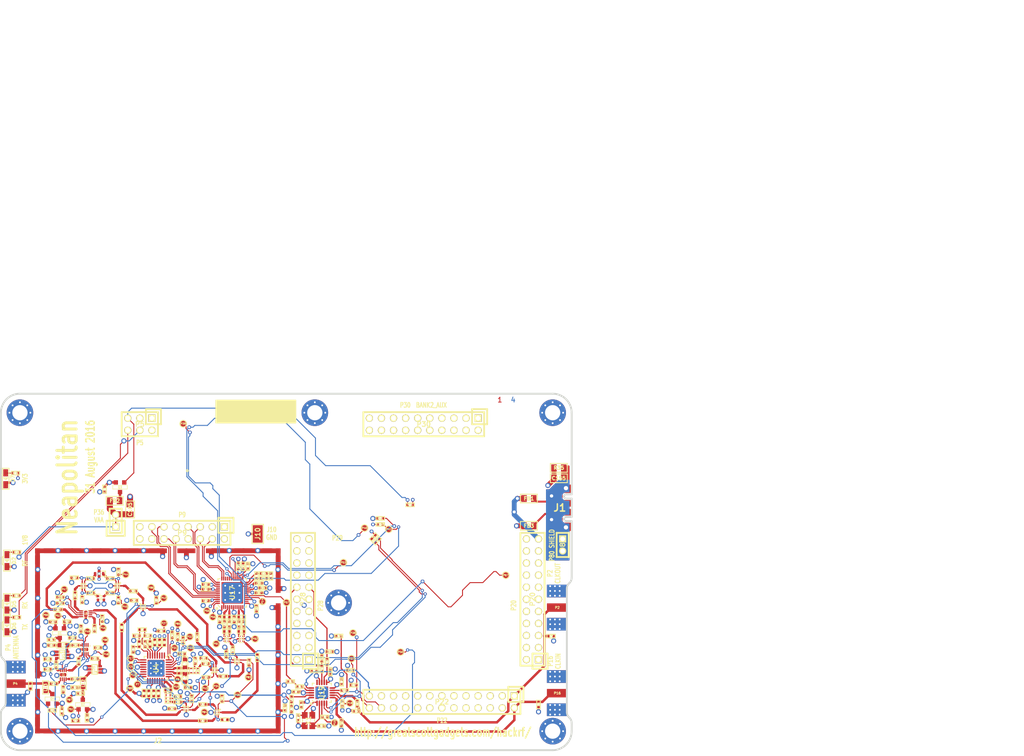
<source format=kicad_pcb>
(kicad_pcb (version 4) (host pcbnew "(2015-08-18 BZR 6102)-product")
  (title_block (date "19 may 2014"))
  (layers (0 C1F signal) (1 C2 signal) (2 C3 signal) (31 C4B signal) (34 B.Paste user) (35 F.Paste user) (36 B.SilkS user) (37 F.SilkS user) (38 B.Mask user) (39 F.Mask user) (44 Edge.Cuts user))
  (net 0 "")
  (net 1 !MIX_BYPASS)
  (net 2 !RX_AMP_PWR)
  (net 3 !TX_AMP_PWR)
  (net 4 !VAA_ENABLE)
  (net 5 /baseband/CLK0)
  (net 6 /baseband/CLK1)
  (net 7 /baseband/CLK2)
  (net 8 /baseband/CLK3)
  (net 9 /baseband/CLK5)
  (net 10 /baseband/CPOUT+)
  (net 11 /baseband/CPOUT-)
  (net 12 /baseband/INTR)
  (net 13 /baseband/OEB)
  (net 14 /baseband/RXBBI+)
  (net 15 /baseband/RXBBI-)
  (net 16 /baseband/RXBBQ+)
  (net 17 /baseband/RXBBQ-)
  (net 18 /baseband/TXBBI+)
  (net 19 /baseband/TXBBI-)
  (net 20 /baseband/TXBBQ+)
  (net 21 /baseband/TXBBQ-)
  (net 22 /baseband/XA)
  (net 23 /baseband/XB)
  (net 24 /baseband/XCVR_CLKOUT)
  (net 25 /baseband/XTAL2)
  (net 26 /frontend/!ANT_BIAS)
  (net 27 /frontend/REF_IN)
  (net 28 /frontend/RX_AMP_OUT)
  (net 29 /frontend/TX_AMP_IN)
  (net 30 /frontend/TX_AMP_OUT)
  (net 31 /mcu/usb/power/LED2)
  (net 32 /mcu/usb/power/LED3)
  (net 33 /mcu/usb/power/USB_SHIELD)
  (net 34 AMP_BYPASS)
  (net 35 CLK6)
  (net 36 CLKIN)
  (net 37 CLKOUT)
  (net 38 CS_XCVR)
  (net 39 GCK1)
  (net 40 GCK2)
  (net 41 GND)
  (net 42 HP)
  (net 43 LP)
  (net 44 MIXER_ENX)
  (net 45 MIXER_RESETX)
  (net 46 MIXER_SCLK)
  (net 47 MIXER_SDATA)
  (net 48 MIX_BYPASS)
  (net 49 MIX_CLK)
  (net 50 RSSI)
  (net 51 RX)
  (net 52 RXENABLE)
  (net 53 RX_AMP)
  (net 54 RX_IF)
  (net 55 RX_MIX_BP)
  (net 56 SCL)
  (net 57 SDA)
  (net 58 SGPIO_CLK)
  (net 59 SSP1_MISO)
  (net 60 SSP1_MOSI)
  (net 61 SSP1_SCK)
  (net 62 TX)
  (net 63 TXENABLE)
  (net 64 TX_AMP)
  (net 65 TX_IF)
  (net 66 TX_MIX_BP)
  (net 67 VAA)
  (net 68 VCC)
  (net 69 XCVR_EN)
  (net 70 "Net-(C8-Pad2)")
  (net 71 "Net-(C9-Pad2)")
  (net 72 "Net-(C9-Pad1)")
  (net 73 "Net-(C12-Pad1)")
  (net 74 "Net-(C13-Pad1)")
  (net 75 "Net-(C14-Pad2)")
  (net 76 "Net-(C14-Pad1)")
  (net 77 "Net-(C15-Pad2)")
  (net 78 "Net-(C17-Pad2)")
  (net 79 "Net-(C17-Pad1)")
  (net 80 "Net-(C18-Pad2)")
  (net 81 "Net-(C18-Pad1)")
  (net 82 "Net-(C20-Pad2)")
  (net 83 "Net-(C20-Pad1)")
  (net 84 "Net-(C21-Pad2)")
  (net 85 "Net-(C21-Pad1)")
  (net 86 "Net-(C23-Pad2)")
  (net 87 "Net-(C23-Pad1)")
  (net 88 "Net-(C25-Pad1)")
  (net 89 "Net-(C26-Pad2)")
  (net 90 "Net-(C26-Pad1)")
  (net 91 "Net-(C27-Pad2)")
  (net 92 "Net-(C27-Pad1)")
  (net 93 "Net-(C28-Pad2)")
  (net 94 "Net-(C28-Pad1)")
  (net 95 "Net-(C31-Pad2)")
  (net 96 "Net-(C31-Pad1)")
  (net 97 "Net-(C32-Pad2)")
  (net 98 "Net-(C32-Pad1)")
  (net 99 "Net-(C43-Pad2)")
  (net 100 "Net-(C43-Pad1)")
  (net 101 "Net-(C44-Pad2)")
  (net 102 "Net-(C44-Pad1)")
  (net 103 "Net-(C46-Pad2)")
  (net 104 "Net-(C46-Pad1)")
  (net 105 "Net-(C48-Pad1)")
  (net 106 "Net-(C49-Pad2)")
  (net 107 "Net-(C50-Pad1)")
  (net 108 "Net-(C51-Pad2)")
  (net 109 "Net-(C51-Pad1)")
  (net 110 "Net-(C163-Pad2)")
  (net 111 "Net-(C58-Pad2)")
  (net 112 "Net-(C58-Pad1)")
  (net 113 "Net-(C59-Pad2)")
  (net 114 "Net-(C61-Pad2)")
  (net 115 "Net-(C61-Pad1)")
  (net 116 "Net-(C62-Pad2)")
  (net 117 "Net-(C64-Pad2)")
  (net 118 "Net-(C64-Pad1)")
  (net 119 "Net-(C99-Pad2)")
  (net 120 "Net-(C99-Pad1)")
  (net 121 "Net-(C102-Pad2)")
  (net 122 "Net-(C102-Pad1)")
  (net 123 "Net-(C104-Pad2)")
  (net 124 "Net-(C104-Pad1)")
  (net 125 "Net-(C105-Pad1)")
  (net 126 "Net-(C106-Pad1)")
  (net 127 "Net-(C111-Pad2)")
  (net 128 "Net-(C111-Pad1)")
  (net 129 "Net-(C114-Pad2)")
  (net 130 "Net-(C114-Pad1)")
  (net 131 "Net-(C160-Pad1)")
  (net 132 "Net-(D2-Pad2)")
  (net 133 "Net-(D5-Pad2)")
  (net 134 "Net-(D6-Pad2)")
  (net 135 "Net-(D7-Pad2)")
  (net 136 "Net-(FB1-Pad1)")
  (net 137 "Net-(FB2-Pad1)")
  (net 138 "Net-(FB3-Pad1)")
  (net 139 "Net-(L1-Pad2)")
  (net 140 "Net-(L1-Pad1)")
  (net 141 "Net-(L2-Pad1)")
  (net 142 "Net-(L3-Pad1)")
  (net 143 "Net-(L13-Pad1)")
  (net 144 "Net-(P6-Pad1)")
  (net 145 "Net-(P7-Pad1)")
  (net 146 "Net-(P17-Pad1)")
  (net 147 "Net-(P19-Pad1)")
  (net 148 "Net-(R4-Pad2)")
  (module hackrf:GSG-QFN20-4 (layer C1F) (at 127.4692 162.926 90)
    (fp_text reference U19 (at 0 0 90) (layer F.SilkS) (effects (font (size 1.00076 1.00076) (thickness 0.2032))))
    (fp_text value SI5351C hide)
    (pad 1 smd oval (at -2.2 -1 90) (size 1.2 0.32) (layers C1F F.Paste F.Mask) (net 22 /baseband/XA))
    (pad 2 smd oval (at -2.2 -0.5 90) (size 1.2 0.32) (layers C1F F.Paste F.Mask) (net 23 /baseband/XB))
    (pad 3 smd oval (at -2.2 0 90) (size 1.2 0.32) (layers C1F F.Paste F.Mask) (net 12 /baseband/INTR))
    (pad 4 smd oval (at -2.2 0.5 90) (size 1.2 0.32) (layers C1F F.Paste F.Mask) (net 56 SCL))
    (pad 5 smd oval (at -2.2 1 90) (size 1.2 0.32) (layers C1F F.Paste F.Mask) (net 57 SDA))
    (pad 6 smd oval (at -1 2.2 180) (size 1.2 0.32) (layers C1F F.Paste F.Mask) (net 36 CLKIN))
    (pad 7 smd oval (at -0.5 2.2 180) (size 1.2 0.32) (layers C1F F.Paste F.Mask) (net 13 /baseband/OEB))
    (pad 8 smd oval (at 0 2.2 180) (size 1.2 0.32) (layers C1F F.Paste F.Mask) (net 8 /baseband/CLK3))
    (pad 9 smd oval (at 0.5 2.2 180) (size 1.2 0.32) (layers C1F F.Paste F.Mask) (net 7 /baseband/CLK2))
    (pad 10 smd oval (at 1 2.2 180) (size 1.2 0.32) (layers C1F F.Paste F.Mask) (net 68 VCC))
    (pad 11 smd oval (at 2.2 1 90) (size 1.2 0.32) (layers C1F F.Paste F.Mask) (net 68 VCC))
    (pad 12 smd oval (at 2.2 0.5 90) (size 1.2 0.32) (layers C1F F.Paste F.Mask) (net 6 /baseband/CLK1))
    (pad 13 smd oval (at 2.2 0 90) (size 1.2 0.32) (layers C1F F.Paste F.Mask) (net 5 /baseband/CLK0))
    (pad 14 smd oval (at 2.2 -0.5 90) (size 1.2 0.32) (layers C1F F.Paste F.Mask) (net 68 VCC))
    (pad 15 smd oval (at 2.2 -1 90) (size 1.2 0.32) (layers C1F F.Paste F.Mask))
    (pad 16 smd oval (at 1 -2.2 180) (size 1.2 0.32) (layers C1F F.Paste F.Mask) (net 35 CLK6))
    (pad 17 smd oval (at 0.5 -2.2 180) (size 1.2 0.32) (layers C1F F.Paste F.Mask) (net 9 /baseband/CLK5))
    (pad 18 smd oval (at 0 -2.2 180) (size 1.2 0.32) (layers C1F F.Paste F.Mask) (net 68 VCC))
    (pad 19 smd oval (at -0.5 -2.2 180) (size 1.2 0.32) (layers C1F F.Paste F.Mask) (net 49 MIX_CLK))
    (pad 20 smd oval (at -1 -2.2 180) (size 1.2 0.32) (layers C1F F.Paste F.Mask) (net 68 VCC))
    (pad 0 smd rect (at 0 0 90) (size 2.65 2.65) (layers C1F F.Mask) (net 41 GND))
    (pad 0 thru_hole circle (at 0 0 90) (size 0.6 0.6) (drill 0.35) (layers *.Cu B.Mask) (net 41 GND))
    (pad 0 thru_hole circle (at -0.66 -0.66 90) (size 0.6 0.6) (drill 0.35) (layers *.Cu B.Mask) (net 41 GND))
    (pad 0 thru_hole circle (at 0.66 -0.66 90) (size 0.6 0.6) (drill 0.35) (layers *.Cu B.Mask) (net 41 GND))
    (pad 0 thru_hole circle (at 0.66 0.66 90) (size 0.6 0.6) (drill 0.35) (layers *.Cu B.Mask) (net 41 GND))
    (pad 0 thru_hole circle (at -0.66 0.66 90) (size 0.6 0.6) (drill 0.35) (layers *.Cu B.Mask) (net 41 GND))
    (pad 0 smd rect (at -0.66 -0.66 90) (size 1.32 1.32) (layers C1F F.Paste) (net 41 GND))
    (pad 0 smd rect (at 0.66 -0.66 90) (size 1.32 1.32) (layers C1F F.Paste) (net 41 GND))
    (pad 0 smd rect (at -0.66 0.66 90) (size 1.32 1.32) (layers C1F F.Paste) (net 41 GND))
    (pad 0 smd rect (at 0.66 0.66 90) (size 1.32 1.32) (layers C1F F.Paste) (net 41 GND))
  )
  (module gsg-modules:LTST-S220 (layer C1F) (at 61 117.9 270)
    (fp_text reference D7 (at 0 -1.5 270) (layer F.SilkS) (effects (font (size 0.762 0.762) (thickness 0.1905))))
    (fp_text value VCCLED hide)
    (pad 1 smd rect (at 1.25 0 270) (size 1.5 1) (layers C1F F.Paste F.Mask) (net 41 GND) (clearance 0.1778))
    (pad 2 smd rect (at -1.25 0 270) (size 1.5 1) (layers C1F F.Paste F.Mask) (net 135 "Net-(D7-Pad2)") (clearance 0.1778))
  )
  (module gsg-modules:LTST-S220 (layer C1F) (at 61.27 135.122 270)
    (fp_text reference D2 (at 0 -1.5 270) (layer F.SilkS) (effects (font (size 0.762 0.762) (thickness 0.1905))))
    (fp_text value VAALED hide)
    (pad 1 smd rect (at 1.25 0 270) (size 1.5 1) (layers C1F F.Paste F.Mask) (net 41 GND) (clearance 0.1778))
    (pad 2 smd rect (at -1.25 0 270) (size 1.5 1) (layers C1F F.Paste F.Mask) (net 132 "Net-(D2-Pad2)") (clearance 0.1778))
  )
  (module gsg-modules:LTST-S220 (layer C1F) (at 61.27 144.266 270)
    (fp_text reference D5 (at 0 -1.5 270) (layer F.SilkS) (effects (font (size 0.762 0.762) (thickness 0.1905))))
    (fp_text value RXLED hide)
    (pad 1 smd rect (at 1.25 0 270) (size 1.5 1) (layers C1F F.Paste F.Mask) (net 41 GND) (clearance 0.1778))
    (pad 2 smd rect (at -1.25 0 270) (size 1.5 1) (layers C1F F.Paste F.Mask) (net 133 "Net-(D5-Pad2)") (clearance 0.1778))
  )
  (module gsg-modules:LTST-S220 (layer C1F) (at 61.27 148.838 270)
    (fp_text reference D6 (at 0 -1.5 270) (layer F.SilkS) (effects (font (size 0.762 0.762) (thickness 0.1905))))
    (fp_text value TXLED hide)
    (pad 1 smd rect (at 1.25 0 270) (size 1.5 1) (layers C1F F.Paste F.Mask) (net 41 GND) (clearance 0.1778))
    (pad 2 smd rect (at -1.25 0 270) (size 1.5 1) (layers C1F F.Paste F.Mask) (net 134 "Net-(D6-Pad2)") (clearance 0.1778))
  )
  (module hackrf:GSG-0402 (layer C1F) (at 91.0964 163.0468 270)
    (fp_text reference C1 (at 0 0.0508 270) (layer F.SilkS) (effects (font (size 0.4064 0.4064) (thickness 0.1016))))
    (fp_text value 33pF hide)
    (pad 2 smd rect (at 0.5334 0 270) (size 0.508 0.5588) (layers C1F F.Paste F.Mask) (net 41 GND))
    (pad 1 smd rect (at -0.5334 0 270) (size 0.508 0.5588) (layers C1F F.Paste F.Mask) (net 68 VCC))
  )
  (module hackrf:GSG-0402 (layer C1F) (at 90.0804 163.0468 270)
    (fp_text reference C2 (at 0 0.0508 270) (layer F.SilkS) (effects (font (size 0.4064 0.4064) (thickness 0.1016))))
    (fp_text value 10nF hide)
    (pad 2 smd rect (at 0.5334 0 270) (size 0.508 0.5588) (layers C1F F.Paste F.Mask) (net 41 GND))
    (pad 1 smd rect (at -0.5334 0 270) (size 0.508 0.5588) (layers C1F F.Paste F.Mask) (net 68 VCC))
  )
  (module hackrf:GSG-0402 (layer C1F) (at 93.1284 163.0468 270)
    (fp_text reference C3 (at 0 0.0508 270) (layer F.SilkS) (effects (font (size 0.4064 0.4064) (thickness 0.1016))))
    (fp_text value 33pF hide)
    (pad 2 smd rect (at 0.5334 0 270) (size 0.508 0.5588) (layers C1F F.Paste F.Mask) (net 41 GND))
    (pad 1 smd rect (at -0.5334 0 270) (size 0.508 0.5588) (layers C1F F.Paste F.Mask) (net 67 VAA))
  )
  (module hackrf:GSG-0402 (layer C1F) (at 92.1124 163.0468 270)
    (fp_text reference C4 (at 0 0.0508 270) (layer F.SilkS) (effects (font (size 0.4064 0.4064) (thickness 0.1016))))
    (fp_text value 10nF hide)
    (pad 2 smd rect (at 0.5334 0 270) (size 0.508 0.5588) (layers C1F F.Paste F.Mask) (net 41 GND))
    (pad 1 smd rect (at -0.5334 0 270) (size 0.508 0.5588) (layers C1F F.Paste F.Mask) (net 67 VAA))
  )
  (module hackrf:GSG-0402 (layer C1F) (at 92.341 152.328 90)
    (fp_text reference C5 (at 0 0.0508 90) (layer F.SilkS) (effects (font (size 0.4064 0.4064) (thickness 0.1016))))
    (fp_text value 33pF hide)
    (pad 2 smd rect (at 0.5334 0 90) (size 0.508 0.5588) (layers C1F F.Paste F.Mask) (net 41 GND))
    (pad 1 smd rect (at -0.5334 0 90) (size 0.508 0.5588) (layers C1F F.Paste F.Mask) (net 67 VAA))
  )
  (module hackrf:GSG-0402 (layer C1F) (at 93.357 152.328 90)
    (fp_text reference C6 (at 0 0.0508 90) (layer F.SilkS) (effects (font (size 0.4064 0.4064) (thickness 0.1016))))
    (fp_text value 10nF hide)
    (pad 2 smd rect (at 0.5334 0 90) (size 0.508 0.5588) (layers C1F F.Paste F.Mask) (net 41 GND))
    (pad 1 smd rect (at -0.5334 0 90) (size 0.508 0.5588) (layers C1F F.Paste F.Mask) (net 67 VAA))
  )
  (module hackrf:GSG-0402 (layer C1F) (at 107.084 168.5762 180)
    (fp_text reference C7 (at 0 0.0508 180) (layer F.SilkS) (effects (font (size 0.4064 0.4064) (thickness 0.1016))))
    (fp_text value 33pF hide)
    (pad 2 smd rect (at 0.5334 0 180) (size 0.508 0.5588) (layers C1F F.Paste F.Mask) (net 48 MIX_BYPASS))
    (pad 1 smd rect (at -0.5334 0 180) (size 0.508 0.5588) (layers C1F F.Paste F.Mask) (net 41 GND))
  )
  (module hackrf:GSG-0402 (layer C1F) (at 113.919 155.448 270)
    (fp_text reference C8 (at 0 0.0508 270) (layer F.SilkS) (effects (font (size 0.4064 0.4064) (thickness 0.1016))))
    (fp_text value 22pF hide)
    (pad 2 smd rect (at 0.5334 0 270) (size 0.508 0.5588) (layers C1F F.Paste F.Mask) (net 70 "Net-(C8-Pad2)"))
    (pad 1 smd rect (at -0.5334 0 270) (size 0.508 0.5588) (layers C1F F.Paste F.Mask) (net 65 TX_IF))
  )
  (module hackrf:GSG-0402 (layer C1F) (at 85.4 149.1682 90)
    (fp_text reference C9 (at 0 0.0508 90) (layer F.SilkS) (effects (font (size 0.4064 0.4064) (thickness 0.1016))))
    (fp_text value 100nF hide)
    (pad 2 smd rect (at 0.5334 0 90) (size 0.508 0.5588) (layers C1F F.Paste F.Mask) (net 71 "Net-(C9-Pad2)"))
    (pad 1 smd rect (at -0.5334 0 90) (size 0.508 0.5588) (layers C1F F.Paste F.Mask) (net 72 "Net-(C9-Pad1)"))
  )
  (module hackrf:GSG-0402 (layer C1F) (at 87.9808 143.4816)
    (fp_text reference C10 (at 0 0.0508) (layer F.SilkS) (effects (font (size 0.4064 0.4064) (thickness 0.1016))))
    (fp_text value 33pF hide)
    (pad 2 smd rect (at 0.5334 0) (size 0.508 0.5588) (layers C1F F.Paste F.Mask) (net 51 RX))
    (pad 1 smd rect (at -0.5334 0) (size 0.508 0.5588) (layers C1F F.Paste F.Mask) (net 41 GND))
  )
  (module hackrf:GSG-0402 (layer C1F) (at 84.7138 143.4622 90)
    (fp_text reference C11 (at 0 0.0508 90) (layer F.SilkS) (effects (font (size 0.4064 0.4064) (thickness 0.1016))))
    (fp_text value 33pF hide)
    (pad 2 smd rect (at 0.5334 0 90) (size 0.508 0.5588) (layers C1F F.Paste F.Mask) (net 43 LP))
    (pad 1 smd rect (at -0.5334 0 90) (size 0.508 0.5588) (layers C1F F.Paste F.Mask) (net 41 GND))
  )
  (module hackrf:GSG-0402 (layer C1F) (at 87.7944 153.8266 270)
    (fp_text reference C12 (at 0 0.0508 270) (layer F.SilkS) (effects (font (size 0.4064 0.4064) (thickness 0.1016))))
    (fp_text value 330pF hide)
    (pad 2 smd rect (at 0.5334 0 270) (size 0.508 0.5588) (layers C1F F.Paste F.Mask) (net 41 GND))
    (pad 1 smd rect (at -0.5334 0 270) (size 0.508 0.5588) (layers C1F F.Paste F.Mask) (net 73 "Net-(C12-Pad1)"))
  )
  (module hackrf:GSG-0402 (layer C1F) (at 88.5564 150.9056 180)
    (fp_text reference C13 (at 0 0.0508 180) (layer F.SilkS) (effects (font (size 0.4064 0.4064) (thickness 0.1016))))
    (fp_text value 330pF hide)
    (pad 2 smd rect (at 0.5334 0 180) (size 0.508 0.5588) (layers C1F F.Paste F.Mask) (net 41 GND))
    (pad 1 smd rect (at -0.5334 0 180) (size 0.508 0.5588) (layers C1F F.Paste F.Mask) (net 74 "Net-(C13-Pad1)"))
  )
  (module hackrf:GSG-0402 (layer C1F) (at 90.3344 152.6836 90)
    (fp_text reference C14 (at 0 0.0508 90) (layer F.SilkS) (effects (font (size 0.4064 0.4064) (thickness 0.1016))))
    (fp_text value 8p2 hide)
    (pad 2 smd rect (at 0.5334 0 90) (size 0.508 0.5588) (layers C1F F.Paste F.Mask) (net 75 "Net-(C14-Pad2)"))
    (pad 1 smd rect (at -0.5334 0 90) (size 0.508 0.5588) (layers C1F F.Paste F.Mask) (net 76 "Net-(C14-Pad1)"))
  )
  (module hackrf:GSG-0402 (layer C1F) (at 90.8424 150.9056)
    (fp_text reference C15 (at 0 0.0508) (layer F.SilkS) (effects (font (size 0.4064 0.4064) (thickness 0.1016))))
    (fp_text value 180pF hide)
    (pad 2 smd rect (at 0.5334 0) (size 0.508 0.5588) (layers C1F F.Paste F.Mask) (net 77 "Net-(C15-Pad2)"))
    (pad 1 smd rect (at -0.5334 0) (size 0.508 0.5588) (layers C1F F.Paste F.Mask) (net 76 "Net-(C14-Pad1)"))
  )
  (module hackrf:GSG-0402 (layer C1F) (at 106.4998 164.1566 90)
    (fp_text reference C16 (at 0 0.0508 90) (layer F.SilkS) (effects (font (size 0.4064 0.4064) (thickness 0.1016))))
    (fp_text value 33pF hide)
    (pad 2 smd rect (at 0.5334 0 90) (size 0.508 0.5588) (layers C1F F.Paste F.Mask) (net 41 GND))
    (pad 1 smd rect (at -0.5334 0 90) (size 0.508 0.5588) (layers C1F F.Paste F.Mask) (net 1 !MIX_BYPASS))
  )
  (module hackrf:GSG-0402 (layer C1F) (at 82.9358 141.9382)
    (fp_text reference C17 (at 0 0.0508) (layer F.SilkS) (effects (font (size 0.4064 0.4064) (thickness 0.1016))))
    (fp_text value 100nF hide)
    (pad 2 smd rect (at 0.5334 0) (size 0.508 0.5588) (layers C1F F.Paste F.Mask) (net 78 "Net-(C17-Pad2)"))
    (pad 1 smd rect (at -0.5334 0) (size 0.508 0.5588) (layers C1F F.Paste F.Mask) (net 79 "Net-(C17-Pad1)"))
  )
  (module hackrf:GSG-0402 (layer C1F) (at 78.8718 141.9382)
    (fp_text reference C18 (at 0 0.0508) (layer F.SilkS) (effects (font (size 0.4064 0.4064) (thickness 0.1016))))
    (fp_text value 100nF hide)
    (pad 2 smd rect (at 0.5334 0) (size 0.508 0.5588) (layers C1F F.Paste F.Mask) (net 80 "Net-(C18-Pad2)"))
    (pad 1 smd rect (at -0.5334 0) (size 0.508 0.5588) (layers C1F F.Paste F.Mask) (net 81 "Net-(C18-Pad1)"))
  )
  (module hackrf:GSG-0402 (layer C1F) (at 77.0938 143.3352 90)
    (fp_text reference C19 (at 0 0.0508 90) (layer F.SilkS) (effects (font (size 0.4064 0.4064) (thickness 0.1016))))
    (fp_text value 33pF hide)
    (pad 2 smd rect (at 0.5334 0 90) (size 0.508 0.5588) (layers C1F F.Paste F.Mask) (net 43 LP))
    (pad 1 smd rect (at -0.5334 0 90) (size 0.508 0.5588) (layers C1F F.Paste F.Mask) (net 41 GND))
  )
  (module hackrf:GSG-0402 (layer C1F) (at 87.8078 141.5288)
    (fp_text reference C20 (at 0 0.0508) (layer F.SilkS) (effects (font (size 0.4064 0.4064) (thickness 0.1016))))
    (fp_text value 100nF hide)
    (pad 2 smd rect (at 0.5334 0) (size 0.508 0.5588) (layers C1F F.Paste F.Mask) (net 82 "Net-(C20-Pad2)"))
    (pad 1 smd rect (at -0.5334 0) (size 0.508 0.5588) (layers C1F F.Paste F.Mask) (net 83 "Net-(C20-Pad1)"))
  )
  (module hackrf:GSG-0402 (layer C1F) (at 102.4382 165.3794 180)
    (fp_text reference C21 (at 0 0.0508 180) (layer F.SilkS) (effects (font (size 0.4064 0.4064) (thickness 0.1016))))
    (fp_text value 22pF hide)
    (pad 2 smd rect (at 0.5334 0 180) (size 0.508 0.5588) (layers C1F F.Paste F.Mask) (net 84 "Net-(C21-Pad2)"))
    (pad 1 smd rect (at -0.5334 0 180) (size 0.508 0.5588) (layers C1F F.Paste F.Mask) (net 85 "Net-(C21-Pad1)"))
  )
  (module hackrf:GSG-0402 (layer C1F) (at 95.9732 166.2726)
    (fp_text reference C22 (at 0 0.0508) (layer F.SilkS) (effects (font (size 0.4064 0.4064) (thickness 0.1016))))
    (fp_text value 33pF hide)
    (pad 2 smd rect (at 0.5334 0) (size 0.508 0.5588) (layers C1F F.Paste F.Mask) (net 51 RX))
    (pad 1 smd rect (at -0.5334 0) (size 0.508 0.5588) (layers C1F F.Paste F.Mask) (net 41 GND))
  )
  (module hackrf:GSG-0402 (layer C1F) (at 101.2698 151.1808 90)
    (fp_text reference C23 (at 0 0.0508 90) (layer F.SilkS) (effects (font (size 0.4064 0.4064) (thickness 0.1016))))
    (fp_text value 100nF hide)
    (pad 2 smd rect (at 0.5334 0 90) (size 0.508 0.5588) (layers C1F F.Paste F.Mask) (net 86 "Net-(C23-Pad2)"))
    (pad 1 smd rect (at -0.5334 0 90) (size 0.508 0.5588) (layers C1F F.Paste F.Mask) (net 87 "Net-(C23-Pad1)"))
  )
  (module hackrf:GSG-0402 (layer C1F) (at 92.6798 143.4816 270)
    (fp_text reference C24 (at 0 0.0508 270) (layer F.SilkS) (effects (font (size 0.4064 0.4064) (thickness 0.1016))))
    (fp_text value 33pF hide)
    (pad 2 smd rect (at 0.5334 0 270) (size 0.508 0.5588) (layers C1F F.Paste F.Mask) (net 62 TX))
    (pad 1 smd rect (at -0.5334 0 270) (size 0.508 0.5588) (layers C1F F.Paste F.Mask) (net 41 GND))
  )
  (module hackrf:GSG-0402 (layer C1F) (at 97.1924 163.7326)
    (fp_text reference C25 (at 0 0.0508) (layer F.SilkS) (effects (font (size 0.4064 0.4064) (thickness 0.1016))))
    (fp_text value 100nF hide)
    (pad 2 smd rect (at 0.5334 0) (size 0.508 0.5588) (layers C1F F.Paste F.Mask) (net 41 GND))
    (pad 1 smd rect (at -0.5334 0) (size 0.508 0.5588) (layers C1F F.Paste F.Mask) (net 88 "Net-(C25-Pad1)"))
  )
  (module hackrf:GSG-0402 (layer C1F) (at 78.8718 138.8902 180)
    (fp_text reference C26 (at 0 0.0508 180) (layer F.SilkS) (effects (font (size 0.4064 0.4064) (thickness 0.1016))))
    (fp_text value 47pF hide)
    (pad 2 smd rect (at 0.5334 0 180) (size 0.508 0.5588) (layers C1F F.Paste F.Mask) (net 89 "Net-(C26-Pad2)"))
    (pad 1 smd rect (at -0.5334 0 180) (size 0.508 0.5588) (layers C1F F.Paste F.Mask) (net 90 "Net-(C26-Pad1)"))
  )
  (module hackrf:GSG-0402 (layer C1F) (at 82.9358 138.8902)
    (fp_text reference C27 (at 0 0.0508) (layer F.SilkS) (effects (font (size 0.4064 0.4064) (thickness 0.1016))))
    (fp_text value 47pF hide)
    (pad 2 smd rect (at 0.5334 0) (size 0.508 0.5588) (layers C1F F.Paste F.Mask) (net 91 "Net-(C27-Pad2)"))
    (pad 1 smd rect (at -0.5334 0) (size 0.508 0.5588) (layers C1F F.Paste F.Mask) (net 92 "Net-(C27-Pad1)"))
  )
  (module hackrf:GSG-0402 (layer C1F) (at 97.1924 164.8756)
    (fp_text reference C28 (at 0 0.0508) (layer F.SilkS) (effects (font (size 0.4064 0.4064) (thickness 0.1016))))
    (fp_text value 100nF hide)
    (pad 2 smd rect (at 0.5334 0) (size 0.508 0.5588) (layers C1F F.Paste F.Mask) (net 93 "Net-(C28-Pad2)"))
    (pad 1 smd rect (at -0.5334 0) (size 0.508 0.5588) (layers C1F F.Paste F.Mask) (net 94 "Net-(C28-Pad1)"))
  )
  (module hackrf:GSG-0402 (layer C1F) (at 75.4174 138.7124 180)
    (fp_text reference C29 (at 0 0.0508 180) (layer F.SilkS) (effects (font (size 0.4064 0.4064) (thickness 0.1016))))
    (fp_text value 33pF hide)
    (pad 2 smd rect (at 0.5334 0 180) (size 0.508 0.5588) (layers C1F F.Paste F.Mask) (net 41 GND))
    (pad 1 smd rect (at -0.5334 0 180) (size 0.508 0.5588) (layers C1F F.Paste F.Mask) (net 42 HP))
  )
  (module hackrf:GSG-0402 (layer C1F) (at 84.7138 137.4932 90)
    (fp_text reference C30 (at 0 0.0508 90) (layer F.SilkS) (effects (font (size 0.4064 0.4064) (thickness 0.1016))))
    (fp_text value 33pF hide)
    (pad 2 smd rect (at 0.5334 0 90) (size 0.508 0.5588) (layers C1F F.Paste F.Mask) (net 41 GND))
    (pad 1 smd rect (at -0.5334 0 90) (size 0.508 0.5588) (layers C1F F.Paste F.Mask) (net 42 HP))
  )
  (module hackrf:GSG-0402 (layer C1F) (at 75.5952 142.4462 90)
    (fp_text reference C31 (at 0 0.0508 90) (layer F.SilkS) (effects (font (size 0.4064 0.4064) (thickness 0.1016))))
    (fp_text value 100nF hide)
    (pad 2 smd rect (at 0.5334 0 90) (size 0.508 0.5588) (layers C1F F.Paste F.Mask) (net 95 "Net-(C31-Pad2)"))
    (pad 1 smd rect (at -0.5334 0 90) (size 0.508 0.5588) (layers C1F F.Paste F.Mask) (net 96 "Net-(C31-Pad1)"))
  )
  (module hackrf:GSG-0402 (layer C1F) (at 102.4382 168.8084 180)
    (fp_text reference C32 (at 0 0.0508 180) (layer F.SilkS) (effects (font (size 0.4064 0.4064) (thickness 0.1016))))
    (fp_text value 22pF hide)
    (pad 2 smd rect (at 0.5334 0 180) (size 0.508 0.5588) (layers C1F F.Paste F.Mask) (net 97 "Net-(C32-Pad2)"))
    (pad 1 smd rect (at -0.5334 0 180) (size 0.508 0.5588) (layers C1F F.Paste F.Mask) (net 98 "Net-(C32-Pad1)"))
  )
  (module hackrf:GSG-0402 (layer C1F) (at 100.1134 164.139 90)
    (fp_text reference C33 (at 0 0.0508 90) (layer F.SilkS) (effects (font (size 0.4064 0.4064) (thickness 0.1016))))
    (fp_text value 33pF hide)
    (pad 2 smd rect (at 0.5334 0 90) (size 0.508 0.5588) (layers C1F F.Paste F.Mask) (net 41 GND))
    (pad 1 smd rect (at -0.5334 0 90) (size 0.508 0.5588) (layers C1F F.Paste F.Mask) (net 62 TX))
  )
  (module hackrf:GSG-0402 (layer C1F) (at 98.31 151.9216 90)
    (fp_text reference C34 (at 0 0.0508 90) (layer F.SilkS) (effects (font (size 0.4064 0.4064) (thickness 0.1016))))
    (fp_text value 33pF hide)
    (pad 2 smd rect (at 0.5334 0 90) (size 0.508 0.5588) (layers C1F F.Paste F.Mask) (net 41 GND))
    (pad 1 smd rect (at -0.5334 0 90) (size 0.508 0.5588) (layers C1F F.Paste F.Mask) (net 45 MIXER_RESETX))
  )
  (module hackrf:GSG-0402 (layer C1F) (at 97.167 151.1596 90)
    (fp_text reference C35 (at 0 0.0508 90) (layer F.SilkS) (effects (font (size 0.4064 0.4064) (thickness 0.1016))))
    (fp_text value 33pF hide)
    (pad 2 smd rect (at 0.5334 0 90) (size 0.508 0.5588) (layers C1F F.Paste F.Mask) (net 41 GND))
    (pad 1 smd rect (at -0.5334 0 90) (size 0.508 0.5588) (layers C1F F.Paste F.Mask) (net 44 MIXER_ENX))
  )
  (module hackrf:GSG-0402 (layer C1F) (at 96.024 150.7786 90)
    (fp_text reference C36 (at 0 0.0508 90) (layer F.SilkS) (effects (font (size 0.4064 0.4064) (thickness 0.1016))))
    (fp_text value 33pF hide)
    (pad 2 smd rect (at 0.5334 0 90) (size 0.508 0.5588) (layers C1F F.Paste F.Mask) (net 41 GND))
    (pad 1 smd rect (at -0.5334 0 90) (size 0.508 0.5588) (layers C1F F.Paste F.Mask) (net 46 MIXER_SCLK))
  )
  (module hackrf:GSG-0402 (layer C1F) (at 93.738 149.915 180)
    (fp_text reference C37 (at 0 0.0508 180) (layer F.SilkS) (effects (font (size 0.4064 0.4064) (thickness 0.1016))))
    (fp_text value 33pF hide)
    (pad 2 smd rect (at 0.5334 0 180) (size 0.508 0.5588) (layers C1F F.Paste F.Mask) (net 41 GND))
    (pad 1 smd rect (at -0.5334 0 180) (size 0.508 0.5588) (layers C1F F.Paste F.Mask) (net 47 MIXER_SDATA))
  )
  (module hackrf:GSG-0402 (layer C1F) (at 72.4456 142.8272)
    (fp_text reference C38 (at 0 0.0508) (layer F.SilkS) (effects (font (size 0.4064 0.4064) (thickness 0.1016))))
    (fp_text value 33pF hide)
    (pad 2 smd rect (at 0.5334 0) (size 0.508 0.5588) (layers C1F F.Paste F.Mask) (net 1 !MIX_BYPASS))
    (pad 1 smd rect (at -0.5334 0) (size 0.508 0.5588) (layers C1F F.Paste F.Mask) (net 41 GND))
  )
  (module hackrf:GSG-0402 (layer C1F) (at 81.3054 147.3454 90)
    (fp_text reference C39 (at 0 0.0508 90) (layer F.SilkS) (effects (font (size 0.4064 0.4064) (thickness 0.1016))))
    (fp_text value 33pF hide)
    (pad 2 smd rect (at 0.5334 0 90) (size 0.508 0.5588) (layers C1F F.Paste F.Mask) (net 66 TX_MIX_BP))
    (pad 1 smd rect (at -0.5334 0 90) (size 0.508 0.5588) (layers C1F F.Paste F.Mask) (net 41 GND))
  )
  (module hackrf:GSG-0402 (layer C1F) (at 72.4456 144.0718)
    (fp_text reference C40 (at 0 0.0508) (layer F.SilkS) (effects (font (size 0.4064 0.4064) (thickness 0.1016))))
    (fp_text value 33pF hide)
    (pad 2 smd rect (at 0.5334 0) (size 0.508 0.5588) (layers C1F F.Paste F.Mask) (net 55 RX_MIX_BP))
    (pad 1 smd rect (at -0.5334 0) (size 0.508 0.5588) (layers C1F F.Paste F.Mask) (net 41 GND))
  )
  (module hackrf:GSG-0402 (layer C1F) (at 99.326 161.8276)
    (fp_text reference C41 (at 0 0.0508) (layer F.SilkS) (effects (font (size 0.4064 0.4064) (thickness 0.1016))))
    (fp_text value 100pF hide)
    (pad 2 smd rect (at 0.5334 0) (size 0.508 0.5588) (layers C1F F.Paste F.Mask) (net 41 GND))
    (pad 1 smd rect (at -0.5334 0) (size 0.508 0.5588) (layers C1F F.Paste F.Mask) (net 67 VAA))
  )
  (module hackrf:GSG-0402 (layer C1F) (at 98.056 154.7156 180)
    (fp_text reference C42 (at 0 0.0508 180) (layer F.SilkS) (effects (font (size 0.4064 0.4064) (thickness 0.1016))))
    (fp_text value 100pF hide)
    (pad 2 smd rect (at 0.5334 0 180) (size 0.508 0.5588) (layers C1F F.Paste F.Mask) (net 41 GND))
    (pad 1 smd rect (at -0.5334 0 180) (size 0.508 0.5588) (layers C1F F.Paste F.Mask) (net 67 VAA))
  )
  (module hackrf:GSG-0402 (layer C1F) (at 72.009 145.415 180)
    (fp_text reference C43 (at 0 0.0508 180) (layer F.SilkS) (effects (font (size 0.4064 0.4064) (thickness 0.1016))))
    (fp_text value 22pF hide)
    (pad 2 smd rect (at 0.5334 0 180) (size 0.508 0.5588) (layers C1F F.Paste F.Mask) (net 99 "Net-(C43-Pad2)"))
    (pad 1 smd rect (at -0.5334 0 180) (size 0.508 0.5588) (layers C1F F.Paste F.Mask) (net 100 "Net-(C43-Pad1)"))
  )
  (module hackrf:GSG-0402 (layer C1F) (at 79.6798 149.4282 90)
    (fp_text reference C44 (at 0 0.0508 90) (layer F.SilkS) (effects (font (size 0.4064 0.4064) (thickness 0.1016))))
    (fp_text value 100nF hide)
    (pad 2 smd rect (at 0.5334 0 90) (size 0.508 0.5588) (layers C1F F.Paste F.Mask) (net 101 "Net-(C44-Pad2)"))
    (pad 1 smd rect (at -0.5334 0 90) (size 0.508 0.5588) (layers C1F F.Paste F.Mask) (net 102 "Net-(C44-Pad1)"))
  )
  (module hackrf:GSG-0402 (layer C1F) (at 102.5906 155.6512)
    (fp_text reference C45 (at 0 0.0508) (layer F.SilkS) (effects (font (size 0.4064 0.4064) (thickness 0.1016))))
    (fp_text value 33pF hide)
    (pad 2 smd rect (at 0.5334 0) (size 0.508 0.5588) (layers C1F F.Paste F.Mask) (net 62 TX))
    (pad 1 smd rect (at -0.5334 0) (size 0.508 0.5588) (layers C1F F.Paste F.Mask) (net 41 GND))
  )
  (module hackrf:GSG-0402 (layer C1F) (at 103.0478 156.7942 180)
    (fp_text reference C46 (at 0 0.0508 180) (layer F.SilkS) (effects (font (size 0.4064 0.4064) (thickness 0.1016))))
    (fp_text value 100nF hide)
    (pad 2 smd rect (at 0.5334 0 180) (size 0.508 0.5588) (layers C1F F.Paste F.Mask) (net 103 "Net-(C46-Pad2)"))
    (pad 1 smd rect (at -0.5334 0 180) (size 0.508 0.5588) (layers C1F F.Paste F.Mask) (net 104 "Net-(C46-Pad1)"))
  )
  (module hackrf:GSG-0402 (layer C1F) (at 112.1664 156.5656 90)
    (fp_text reference C47 (at 0 0.0508 90) (layer F.SilkS) (effects (font (size 0.4064 0.4064) (thickness 0.1016))))
    (fp_text value 33pF hide)
    (pad 2 smd rect (at 0.5334 0 90) (size 0.508 0.5588) (layers C1F F.Paste F.Mask) (net 1 !MIX_BYPASS))
    (pad 1 smd rect (at -0.5334 0 90) (size 0.508 0.5588) (layers C1F F.Paste F.Mask) (net 41 GND))
  )
  (module hackrf:GSG-0402 (layer C1F) (at 108.7374 154.0002 90)
    (fp_text reference C48 (at 0 0.0508 90) (layer F.SilkS) (effects (font (size 0.4064 0.4064) (thickness 0.1016))))
    (fp_text value 22pF hide)
    (pad 2 smd rect (at 0.5334 0 90) (size 0.508 0.5588) (layers C1F F.Paste F.Mask) (net 54 RX_IF))
    (pad 1 smd rect (at -0.5334 0 90) (size 0.508 0.5588) (layers C1F F.Paste F.Mask) (net 105 "Net-(C48-Pad1)"))
  )
  (module hackrf:GSG-0402 (layer C1F) (at 100.85 156.2396 270)
    (fp_text reference C49 (at 0 0.0508 270) (layer F.SilkS) (effects (font (size 0.4064 0.4064) (thickness 0.1016))))
    (fp_text value 100nF hide)
    (pad 2 smd rect (at 0.5334 0 270) (size 0.508 0.5588) (layers C1F F.Paste F.Mask) (net 106 "Net-(C49-Pad2)"))
    (pad 1 smd rect (at -0.5334 0 270) (size 0.508 0.5588) (layers C1F F.Paste F.Mask) (net 41 GND))
  )
  (module hackrf:GSG-0402 (layer C1F) (at 75.678 152.92)
    (fp_text reference C50 (at 0 0.0508) (layer F.SilkS) (effects (font (size 0.4064 0.4064) (thickness 0.1016))))
    (fp_text value 100nF hide)
    (pad 2 smd rect (at 0.5334 0) (size 0.508 0.5588) (layers C1F F.Paste F.Mask) (net 28 /frontend/RX_AMP_OUT))
    (pad 1 smd rect (at -0.5334 0) (size 0.508 0.5588) (layers C1F F.Paste F.Mask) (net 107 "Net-(C50-Pad1)"))
  )
  (module hackrf:GSG-0402 (layer C1F) (at 106.7414 159.434 180)
    (fp_text reference C51 (at 0 0.0508 180) (layer F.SilkS) (effects (font (size 0.4064 0.4064) (thickness 0.1016))))
    (fp_text value 22pF hide)
    (pad 2 smd rect (at 0.5334 0 180) (size 0.508 0.5588) (layers C1F F.Paste F.Mask) (net 108 "Net-(C51-Pad2)"))
    (pad 1 smd rect (at -0.5334 0 180) (size 0.508 0.5588) (layers C1F F.Paste F.Mask) (net 109 "Net-(C51-Pad1)"))
  )
  (module hackrf:GSG-0402 (layer C1F) (at 70.598 152.92 180)
    (fp_text reference C52 (at 0 0.0508 180) (layer F.SilkS) (effects (font (size 0.4064 0.4064) (thickness 0.1016))))
    (fp_text value 100pF hide)
    (pad 2 smd rect (at 0.5334 0 180) (size 0.508 0.5588) (layers C1F F.Paste F.Mask) (net 41 GND))
    (pad 1 smd rect (at -0.5334 0 180) (size 0.508 0.5588) (layers C1F F.Paste F.Mask) (net 110 "Net-(C163-Pad2)"))
  )
  (module hackrf:GSG-0402 (layer C1F) (at 70.9474 147.9998 180)
    (fp_text reference C53 (at 0 0.0508 180) (layer F.SilkS) (effects (font (size 0.4064 0.4064) (thickness 0.1016))))
    (fp_text value 1uF hide)
    (pad 2 smd rect (at 0.5334 0 180) (size 0.508 0.5588) (layers C1F F.Paste F.Mask) (net 41 GND))
    (pad 1 smd rect (at -0.5334 0 180) (size 0.508 0.5588) (layers C1F F.Paste F.Mask) (net 67 VAA))
  )
  (module hackrf:GSG-0402 (layer C1F) (at 103.124 159.6644 180)
    (fp_text reference C54 (at 0 0.0508 180) (layer F.SilkS) (effects (font (size 0.4064 0.4064) (thickness 0.1016))))
    (fp_text value 33pF hide)
    (pad 2 smd rect (at 0.5334 0 180) (size 0.508 0.5588) (layers C1F F.Paste F.Mask) (net 41 GND))
    (pad 1 smd rect (at -0.5334 0 180) (size 0.508 0.5588) (layers C1F F.Paste F.Mask) (net 51 RX))
  )
  (module hackrf:GSG-0402 (layer C1F) (at 80.377 153.428)
    (fp_text reference C55 (at 0 0.0508) (layer F.SilkS) (effects (font (size 0.4064 0.4064) (thickness 0.1016))))
    (fp_text value 33pF hide)
    (pad 2 smd rect (at 0.5334 0) (size 0.508 0.5588) (layers C1F F.Paste F.Mask) (net 41 GND))
    (pad 1 smd rect (at -0.5334 0) (size 0.508 0.5588) (layers C1F F.Paste F.Mask) (net 64 TX_AMP))
  )
  (module hackrf:GSG-0402 (layer C1F) (at 107.3912 154.8638 90)
    (fp_text reference C56 (at 0 0.0508 90) (layer F.SilkS) (effects (font (size 0.4064 0.4064) (thickness 0.1016))))
    (fp_text value 33pF hide)
    (pad 2 smd rect (at 0.5334 0 90) (size 0.508 0.5588) (layers C1F F.Paste F.Mask) (net 41 GND))
    (pad 1 smd rect (at -0.5334 0 90) (size 0.508 0.5588) (layers C1F F.Paste F.Mask) (net 48 MIX_BYPASS))
  )
  (module hackrf:GSG-0402 (layer C1F) (at 76.835 149.4282 90)
    (fp_text reference C57 (at 0 0.0508 90) (layer F.SilkS) (effects (font (size 0.4064 0.4064) (thickness 0.1016))))
    (fp_text value 33pF hide)
    (pad 2 smd rect (at 0.5334 0 90) (size 0.508 0.5588) (layers C1F F.Paste F.Mask) (net 41 GND))
    (pad 1 smd rect (at -0.5334 0 90) (size 0.508 0.5588) (layers C1F F.Paste F.Mask) (net 34 AMP_BYPASS))
  )
  (module hackrf:GSG-0402 (layer C1F) (at 71.614 157.111 90)
    (fp_text reference C58 (at 0 0.0508 90) (layer F.SilkS) (effects (font (size 0.4064 0.4064) (thickness 0.1016))))
    (fp_text value 100nF hide)
    (pad 2 smd rect (at 0.5334 0 90) (size 0.508 0.5588) (layers C1F F.Paste F.Mask) (net 111 "Net-(C58-Pad2)"))
    (pad 1 smd rect (at -0.5334 0 90) (size 0.508 0.5588) (layers C1F F.Paste F.Mask) (net 112 "Net-(C58-Pad1)"))
  )
  (module hackrf:GSG-0402 (layer C1F) (at 79.742 155.714)
    (fp_text reference C59 (at 0 0.0508) (layer F.SilkS) (effects (font (size 0.4064 0.4064) (thickness 0.1016))))
    (fp_text value 100nF hide)
    (pad 2 smd rect (at 0.5334 0) (size 0.508 0.5588) (layers C1F F.Paste F.Mask) (net 113 "Net-(C59-Pad2)"))
    (pad 1 smd rect (at -0.5334 0) (size 0.508 0.5588) (layers C1F F.Paste F.Mask) (net 29 /frontend/TX_AMP_IN))
  )
  (module hackrf:GSG-0402 (layer C1F) (at 75.043 151.396)
    (fp_text reference C60 (at 0 0.0508) (layer F.SilkS) (effects (font (size 0.4064 0.4064) (thickness 0.1016))))
    (fp_text value 33pF hide)
    (pad 2 smd rect (at 0.5334 0) (size 0.508 0.5588) (layers C1F F.Paste F.Mask) (net 53 RX_AMP))
    (pad 1 smd rect (at -0.5334 0) (size 0.508 0.5588) (layers C1F F.Paste F.Mask) (net 41 GND))
  )
  (module hackrf:GSG-0402 (layer C1F) (at 76.3638 156.3236 90)
    (fp_text reference C61 (at 0 0.0508 90) (layer F.SilkS) (effects (font (size 0.4064 0.4064) (thickness 0.1016))))
    (fp_text value 100nF hide)
    (pad 2 smd rect (at 0.5334 0 90) (size 0.508 0.5588) (layers C1F F.Paste F.Mask) (net 114 "Net-(C61-Pad2)"))
    (pad 1 smd rect (at -0.5334 0 90) (size 0.508 0.5588) (layers C1F F.Paste F.Mask) (net 115 "Net-(C61-Pad1)"))
  )
  (module hackrf:GSG-0402 (layer C1F) (at 75.551 160.032)
    (fp_text reference C62 (at 0 0.0508) (layer F.SilkS) (effects (font (size 0.4064 0.4064) (thickness 0.1016))))
    (fp_text value 100nF hide)
    (pad 2 smd rect (at 0.5334 0) (size 0.508 0.5588) (layers C1F F.Paste F.Mask) (net 116 "Net-(C62-Pad2)"))
    (pad 1 smd rect (at -0.5334 0) (size 0.508 0.5588) (layers C1F F.Paste F.Mask) (net 30 /frontend/TX_AMP_OUT))
  )
  (module hackrf:GSG-0402 (layer C1F) (at 73.0872 162.2418 270)
    (fp_text reference C63 (at 0 0.0508 270) (layer F.SilkS) (effects (font (size 0.4064 0.4064) (thickness 0.1016))))
    (fp_text value 33pF hide)
    (pad 2 smd rect (at 0.5334 0 270) (size 0.508 0.5588) (layers C1F F.Paste F.Mask) (net 41 GND))
    (pad 1 smd rect (at -0.5334 0 270) (size 0.508 0.5588) (layers C1F F.Paste F.Mask) (net 64 TX_AMP))
  )
  (module hackrf:GSG-0402 (layer C1F) (at 71.1 161 180)
    (fp_text reference C64 (at 0 0.0508 180) (layer F.SilkS) (effects (font (size 0.4064 0.4064) (thickness 0.1016))))
    (fp_text value 100nF hide)
    (pad 2 smd rect (at 0.5334 0 180) (size 0.508 0.5588) (layers C1F F.Paste F.Mask) (net 117 "Net-(C64-Pad2)"))
    (pad 1 smd rect (at -0.5334 0 180) (size 0.508 0.5588) (layers C1F F.Paste F.Mask) (net 118 "Net-(C64-Pad1)"))
  )
  (module hackrf:GSG-0402 (layer C1F) (at 69.836 158)
    (fp_text reference C65 (at 0 0.0508) (layer F.SilkS) (effects (font (size 0.4064 0.4064) (thickness 0.1016))))
    (fp_text value 33pF hide)
    (pad 2 smd rect (at 0.5334 0) (size 0.508 0.5588) (layers C1F F.Paste F.Mask) (net 34 AMP_BYPASS))
    (pad 1 smd rect (at -0.5334 0) (size 0.508 0.5588) (layers C1F F.Paste F.Mask) (net 41 GND))
  )
  (module hackrf:GSG-0402 (layer C1F) (at 69.836 155.841)
    (fp_text reference C66 (at 0 0.0508) (layer F.SilkS) (effects (font (size 0.4064 0.4064) (thickness 0.1016))))
    (fp_text value 33pF hide)
    (pad 2 smd rect (at 0.5334 0) (size 0.508 0.5588) (layers C1F F.Paste F.Mask) (net 53 RX_AMP))
    (pad 1 smd rect (at -0.5334 0) (size 0.508 0.5588) (layers C1F F.Paste F.Mask) (net 41 GND))
  )
  (module hackrf:GSG-0402 (layer C1F) (at 121.0802 164.2964 270)
    (fp_text reference C67 (at 0 0.0508 270) (layer F.SilkS) (effects (font (size 0.4064 0.4064) (thickness 0.1016))))
    (fp_text value 33pF hide)
    (pad 2 smd rect (at 0.5334 0 270) (size 0.508 0.5588) (layers C1F F.Paste F.Mask) (net 27 /frontend/REF_IN))
    (pad 1 smd rect (at -0.5334 0 270) (size 0.508 0.5588) (layers C1F F.Paste F.Mask) (net 49 MIX_CLK))
  )
  (module hackrf:GSG-0402 (layer C1F) (at 127.4624 155.7214 90)
    (fp_text reference C68 (at 0 0.0508 90) (layer F.SilkS) (effects (font (size 0.4064 0.4064) (thickness 0.1016))))
    (fp_text value 100pF hide)
    (pad 2 smd rect (at 0.5334 0 90) (size 0.508 0.5588) (layers C1F F.Paste F.Mask) (net 41 GND))
    (pad 1 smd rect (at -0.5334 0 90) (size 0.508 0.5588) (layers C1F F.Paste F.Mask) (net 39 GCK1))
  )
  (module hackrf:GSG-0402 (layer C1F) (at 129.088 154.2736)
    (fp_text reference C69 (at 0 0.0508) (layer F.SilkS) (effects (font (size 0.4064 0.4064) (thickness 0.1016))))
    (fp_text value 100pF hide)
    (pad 2 smd rect (at 0.5334 0) (size 0.508 0.5588) (layers C1F F.Paste F.Mask) (net 41 GND))
    (pad 1 smd rect (at -0.5334 0) (size 0.508 0.5588) (layers C1F F.Paste F.Mask) (net 40 GCK2))
  )
  (module hackrf:GSG-0402 (layer C1F) (at 121.0802 166.3284 270)
    (fp_text reference C70 (at 0 0.0508 270) (layer F.SilkS) (effects (font (size 0.4064 0.4064) (thickness 0.1016))))
    (fp_text value 100pF hide)
    (pad 2 smd rect (at 0.5334 0 270) (size 0.508 0.5588) (layers C1F F.Paste F.Mask) (net 41 GND))
    (pad 1 smd rect (at -0.5334 0 270) (size 0.508 0.5588) (layers C1F F.Paste F.Mask) (net 27 /frontend/REF_IN))
  )
  (module hackrf:GSG-0402 (layer C1F) (at 105.9815 147.4851 270)
    (fp_text reference C84 (at 0 0.0508 270) (layer F.SilkS) (effects (font (size 0.4064 0.4064) (thickness 0.1016))))
    (fp_text value 22pF hide)
    (pad 2 smd rect (at 0.5334 0 270) (size 0.508 0.5588) (layers C1F F.Paste F.Mask) (net 41 GND))
    (pad 1 smd rect (at -0.5334 0 270) (size 0.508 0.5588) (layers C1F F.Paste F.Mask) (net 67 VAA))
  )
  (module hackrf:GSG-0402 (layer C1F) (at 109.0295 147.4851 270)
    (fp_text reference C85 (at 0 0.0508 270) (layer F.SilkS) (effects (font (size 0.4064 0.4064) (thickness 0.1016))))
    (fp_text value 22pF hide)
    (pad 2 smd rect (at 0.5334 0 270) (size 0.508 0.5588) (layers C1F F.Paste F.Mask) (net 41 GND))
    (pad 1 smd rect (at -0.5334 0 270) (size 0.508 0.5588) (layers C1F F.Paste F.Mask) (net 67 VAA))
  )
  (module hackrf:GSG-0402 (layer C1F) (at 113.7285 145.1991 270)
    (fp_text reference C86 (at 0 0.0508 270) (layer F.SilkS) (effects (font (size 0.4064 0.4064) (thickness 0.1016))))
    (fp_text value 22pF hide)
    (pad 2 smd rect (at 0.5334 0 270) (size 0.508 0.5588) (layers C1F F.Paste F.Mask) (net 41 GND))
    (pad 1 smd rect (at -0.5334 0 270) (size 0.508 0.5588) (layers C1F F.Paste F.Mask) (net 67 VAA))
  )
  (module hackrf:GSG-0402 (layer C1F) (at 114.2365 141.8971)
    (fp_text reference C87 (at 0 0.0508) (layer F.SilkS) (effects (font (size 0.4064 0.4064) (thickness 0.1016))))
    (fp_text value 10nF hide)
    (pad 2 smd rect (at 0.5334 0) (size 0.508 0.5588) (layers C1F F.Paste F.Mask) (net 41 GND))
    (pad 1 smd rect (at -0.5334 0) (size 0.508 0.5588) (layers C1F F.Paste F.Mask) (net 67 VAA))
  )
  (module hackrf:GSG-0402 (layer C1F) (at 114.9985 140.8811)
    (fp_text reference C88 (at 0 0.0508) (layer F.SilkS) (effects (font (size 0.4064 0.4064) (thickness 0.1016))))
    (fp_text value 10nF hide)
    (pad 2 smd rect (at 0.5334 0) (size 0.508 0.5588) (layers C1F F.Paste F.Mask) (net 41 GND))
    (pad 1 smd rect (at -0.5334 0) (size 0.508 0.5588) (layers C1F F.Paste F.Mask) (net 68 VCC))
  )
  (module hackrf:GSG-0402 (layer C1F) (at 114.2365 139.8651)
    (fp_text reference C89 (at 0 0.0508) (layer F.SilkS) (effects (font (size 0.4064 0.4064) (thickness 0.1016))))
    (fp_text value 10nF hide)
    (pad 2 smd rect (at 0.5334 0) (size 0.508 0.5588) (layers C1F F.Paste F.Mask) (net 41 GND))
    (pad 1 smd rect (at -0.5334 0) (size 0.508 0.5588) (layers C1F F.Paste F.Mask) (net 67 VAA))
  )
  (module hackrf:GSG-0402 (layer C1F) (at 109.9185 136.3091 90)
    (fp_text reference C90 (at 0 0.0508 90) (layer F.SilkS) (effects (font (size 0.4064 0.4064) (thickness 0.1016))))
    (fp_text value 100pF hide)
    (pad 2 smd rect (at 0.5334 0 90) (size 0.508 0.5588) (layers C1F F.Paste F.Mask) (net 41 GND))
    (pad 1 smd rect (at -0.5334 0 90) (size 0.508 0.5588) (layers C1F F.Paste F.Mask) (net 67 VAA))
  )
  (module hackrf:GSG-0402 (layer C1F) (at 110.9345 136.3091 90)
    (fp_text reference C91 (at 0 0.0508 90) (layer F.SilkS) (effects (font (size 0.4064 0.4064) (thickness 0.1016))))
    (fp_text value 100nF hide)
    (pad 2 smd rect (at 0.5334 0 90) (size 0.508 0.5588) (layers C1F F.Paste F.Mask) (net 41 GND))
    (pad 1 smd rect (at -0.5334 0 90) (size 0.508 0.5588) (layers C1F F.Paste F.Mask) (net 67 VAA))
  )
  (module hackrf:GSG-0402 (layer C1F) (at 103.0605 140.1191 180)
    (fp_text reference C92 (at 0 0.0508 180) (layer F.SilkS) (effects (font (size 0.4064 0.4064) (thickness 0.1016))))
    (fp_text value 10nF hide)
    (pad 2 smd rect (at 0.5334 0 180) (size 0.508 0.5588) (layers C1F F.Paste F.Mask) (net 41 GND))
    (pad 1 smd rect (at -0.5334 0 180) (size 0.508 0.5588) (layers C1F F.Paste F.Mask) (net 67 VAA))
  )
  (module hackrf:GSG-0402 (layer C1F) (at 103.0605 141.1351 180)
    (fp_text reference C93 (at 0 0.0508 180) (layer F.SilkS) (effects (font (size 0.4064 0.4064) (thickness 0.1016))))
    (fp_text value 10nF hide)
    (pad 2 smd rect (at 0.5334 0 180) (size 0.508 0.5588) (layers C1F F.Paste F.Mask) (net 41 GND))
    (pad 1 smd rect (at -0.5334 0 180) (size 0.508 0.5588) (layers C1F F.Paste F.Mask) (net 67 VAA))
  )
  (module hackrf:GSG-0402 (layer C1F) (at 103.0605 143.5481 180)
    (fp_text reference C94 (at 0 0.0508 180) (layer F.SilkS) (effects (font (size 0.4064 0.4064) (thickness 0.1016))))
    (fp_text value 22pF hide)
    (pad 2 smd rect (at 0.5334 0 180) (size 0.508 0.5588) (layers C1F F.Paste F.Mask) (net 41 GND))
    (pad 1 smd rect (at -0.5334 0 180) (size 0.508 0.5588) (layers C1F F.Paste F.Mask) (net 67 VAA))
  )
  (module hackrf:GSG-0402 (layer C1F) (at 106.9975 148.5011 270)
    (fp_text reference C99 (at 0 0.0508 270) (layer F.SilkS) (effects (font (size 0.4064 0.4064) (thickness 0.1016))))
    (fp_text value 22pF hide)
    (pad 2 smd rect (at 0.5334 0 270) (size 0.508 0.5588) (layers C1F F.Paste F.Mask) (net 119 "Net-(C99-Pad2)"))
    (pad 1 smd rect (at -0.5334 0 270) (size 0.508 0.5588) (layers C1F F.Paste F.Mask) (net 120 "Net-(C99-Pad1)"))
  )
  (module hackrf:GSG-0402 (layer C1F) (at 108.0135 148.5011 270)
    (fp_text reference C102 (at 0 0.0508 270) (layer F.SilkS) (effects (font (size 0.4064 0.4064) (thickness 0.1016))))
    (fp_text value 22pF hide)
    (pad 2 smd rect (at 0.5334 0 270) (size 0.508 0.5588) (layers C1F F.Paste F.Mask) (net 121 "Net-(C102-Pad2)"))
    (pad 1 smd rect (at -0.5334 0 270) (size 0.508 0.5588) (layers C1F F.Paste F.Mask) (net 122 "Net-(C102-Pad1)"))
  )
  (module hackrf:GSG-0402 (layer C1F) (at 110.0455 148.5011 270)
    (fp_text reference C104 (at 0 0.0508 270) (layer F.SilkS) (effects (font (size 0.4064 0.4064) (thickness 0.1016))))
    (fp_text value 3pF hide)
    (pad 2 smd rect (at 0.5334 0 270) (size 0.508 0.5588) (layers C1F F.Paste F.Mask) (net 123 "Net-(C104-Pad2)"))
    (pad 1 smd rect (at -0.5334 0 270) (size 0.508 0.5588) (layers C1F F.Paste F.Mask) (net 124 "Net-(C104-Pad1)"))
  )
  (module hackrf:GSG-0805 (layer C1F) (at 87.1526 124.3524 90)
    (fp_text reference C105 (at 0 0 90) (layer F.SilkS) (effects (font (size 0.762 0.762) (thickness 0.1905))))
    (fp_text value 10uF hide)
    (pad 2 smd rect (at 1.016 0 90) (size 1.15062 1.44018) (layers C1F F.Paste F.Mask) (net 41 GND) (clearance 0.1778))
    (pad 1 smd rect (at -1.016 0 90) (size 1.15062 1.44018) (layers C1F F.Paste F.Mask) (net 125 "Net-(C105-Pad1)") (clearance 0.1778))
  )
  (module hackrf:GSG-0402 (layer C1F) (at 111.9505 136.3091 90)
    (fp_text reference C106 (at 0 0.0508 90) (layer F.SilkS) (effects (font (size 0.4064 0.4064) (thickness 0.1016))))
    (fp_text value 1uF hide)
    (pad 2 smd rect (at 0.5334 0 90) (size 0.508 0.5588) (layers C1F F.Paste F.Mask) (net 41 GND))
    (pad 1 smd rect (at -0.5334 0 90) (size 0.508 0.5588) (layers C1F F.Paste F.Mask) (net 126 "Net-(C106-Pad1)"))
  )
  (module hackrf:GSG-0402 (layer C1F) (at 111.0615 148.5011 270)
    (fp_text reference C111 (at 0 0.0508 270) (layer F.SilkS) (effects (font (size 0.4064 0.4064) (thickness 0.1016))))
    (fp_text value 3pF hide)
    (pad 2 smd rect (at 0.5334 0 270) (size 0.508 0.5588) (layers C1F F.Paste F.Mask) (net 127 "Net-(C111-Pad2)"))
    (pad 1 smd rect (at -0.5334 0 270) (size 0.508 0.5588) (layers C1F F.Paste F.Mask) (net 128 "Net-(C111-Pad1)"))
  )
  (module hackrf:GSG-0402 (layer C1F) (at 113.7285 138.3411 270)
    (fp_text reference C112 (at 0 0.0508 270) (layer F.SilkS) (effects (font (size 0.4064 0.4064) (thickness 0.1016))))
    (fp_text value 180pF hide)
    (pad 2 smd rect (at 0.5334 0 270) (size 0.508 0.5588) (layers C1F F.Paste F.Mask) (net 10 /baseband/CPOUT+))
    (pad 1 smd rect (at -0.5334 0 270) (size 0.508 0.5588) (layers C1F F.Paste F.Mask) (net 11 /baseband/CPOUT-))
  )
  (module hackrf:GSG-0402 (layer C1F) (at 123.1512 165.466 270)
    (fp_text reference C113 (at 0 0.0508 270) (layer F.SilkS) (effects (font (size 0.4064 0.4064) (thickness 0.1016))))
    (fp_text value 100nF hide)
    (pad 2 smd rect (at 0.5334 0 270) (size 0.508 0.5588) (layers C1F F.Paste F.Mask) (net 41 GND))
    (pad 1 smd rect (at -0.5334 0 270) (size 0.508 0.5588) (layers C1F F.Paste F.Mask) (net 68 VCC))
  )
  (module hackrf:GSG-0402 (layer C1F) (at 116.7765 138.3411 270)
    (fp_text reference C114 (at 0 0.0508 270) (layer F.SilkS) (effects (font (size 0.4064 0.4064) (thickness 0.1016))))
    (fp_text value 3.3nF hide)
    (pad 2 smd rect (at 0.5334 0 270) (size 0.508 0.5588) (layers C1F F.Paste F.Mask) (net 129 "Net-(C114-Pad2)"))
    (pad 1 smd rect (at -0.5334 0 270) (size 0.508 0.5588) (layers C1F F.Paste F.Mask) (net 130 "Net-(C114-Pad1)"))
  )
  (module hackrf:GSG-0402 (layer C1F) (at 122.8142 161.6142 180)
    (fp_text reference C115 (at 0 0.0508 180) (layer F.SilkS) (effects (font (size 0.4064 0.4064) (thickness 0.1016))))
    (fp_text value 33pF hide)
    (pad 2 smd rect (at 0.5334 0 180) (size 0.508 0.5588) (layers C1F F.Paste F.Mask) (net 25 /baseband/XTAL2))
    (pad 1 smd rect (at -0.5334 0 180) (size 0.508 0.5588) (layers C1F F.Paste F.Mask) (net 9 /baseband/CLK5))
  )
  (module hackrf:GSG-0402 (layer C1F) (at 120.8584 160.5474 180)
    (fp_text reference C116 (at 0 0.0508 180) (layer F.SilkS) (effects (font (size 0.4064 0.4064) (thickness 0.1016))))
    (fp_text value 47pF hide)
    (pad 2 smd rect (at 0.5334 0 180) (size 0.508 0.5588) (layers C1F F.Paste F.Mask) (net 41 GND))
    (pad 1 smd rect (at -0.5334 0 180) (size 0.508 0.5588) (layers C1F F.Paste F.Mask) (net 25 /baseband/XTAL2))
  )
  (module hackrf:GSG-0402 (layer C1F) (at 129.2472 158.481 90)
    (fp_text reference C119 (at 0 0.0508 90) (layer F.SilkS) (effects (font (size 0.4064 0.4064) (thickness 0.1016))))
    (fp_text value 100nF hide)
    (pad 2 smd rect (at 0.5334 0 90) (size 0.508 0.5588) (layers C1F F.Paste F.Mask) (net 41 GND))
    (pad 1 smd rect (at -0.5334 0 90) (size 0.508 0.5588) (layers C1F F.Paste F.Mask) (net 68 VCC))
  )
  (module hackrf:GSG-0402 (layer C1F) (at 131.628 160.6236 90)
    (fp_text reference C120 (at 0 0.0508 90) (layer F.SilkS) (effects (font (size 0.4064 0.4064) (thickness 0.1016))))
    (fp_text value 100nF hide)
    (pad 2 smd rect (at 0.5334 0 90) (size 0.508 0.5588) (layers C1F F.Paste F.Mask) (net 41 GND))
    (pad 1 smd rect (at -0.5334 0 90) (size 0.508 0.5588) (layers C1F F.Paste F.Mask) (net 68 VCC))
  )
  (module hackrf:GSG-0402 (layer C1F) (at 122.0268 162.7064 180)
    (fp_text reference C121 (at 0 0.0508 180) (layer F.SilkS) (effects (font (size 0.4064 0.4064) (thickness 0.1016))))
    (fp_text value 100nF hide)
    (pad 2 smd rect (at 0.5334 0 180) (size 0.508 0.5588) (layers C1F F.Paste F.Mask) (net 41 GND))
    (pad 1 smd rect (at -0.5334 0 180) (size 0.508 0.5588) (layers C1F F.Paste F.Mask) (net 68 VCC))
  )
  (module hackrf:GSG-0402 (layer C1F) (at 125.8368 158.3122 180)
    (fp_text reference C122 (at 0 0.0508 180) (layer F.SilkS) (effects (font (size 0.4064 0.4064) (thickness 0.1016))))
    (fp_text value 100nF hide)
    (pad 2 smd rect (at 0.5334 0 180) (size 0.508 0.5588) (layers C1F F.Paste F.Mask) (net 41 GND))
    (pad 1 smd rect (at -0.5334 0 180) (size 0.508 0.5588) (layers C1F F.Paste F.Mask) (net 68 VCC))
  )
  (module hackrf:GSG-0805 (layer C1F) (at 177.3 117.8 180)
    (fp_text reference C155 (at 0 0 180) (layer F.SilkS) (effects (font (size 0.762 0.762) (thickness 0.1905))))
    (fp_text value DNP hide)
    (pad 2 smd rect (at 1.016 0 180) (size 1.15062 1.44018) (layers C1F F.Paste F.Mask) (net 41 GND) (clearance 0.1778))
    (pad 1 smd rect (at -1.016 0 180) (size 1.15062 1.44018) (layers C1F F.Paste F.Mask) (net 33 /mcu/usb/power/USB_SHIELD) (clearance 0.1778))
  )
  (module hackrf:GSG-0402 (layer C1F) (at 130.993 150.9716 180)
    (fp_text reference C159 (at 0 0.0508 180) (layer F.SilkS) (effects (font (size 0.4064 0.4064) (thickness 0.1016))))
    (fp_text value 100pF hide)
    (pad 2 smd rect (at 0.5334 0 180) (size 0.508 0.5588) (layers C1F F.Paste F.Mask) (net 41 GND))
    (pad 1 smd rect (at -0.5334 0 180) (size 0.508 0.5588) (layers C1F F.Paste F.Mask) (net 58 SGPIO_CLK))
  )
  (module hackrf:GSG-0402 (layer C1F) (at 75.551 161.81 180)
    (fp_text reference C160 (at 0 0.0508 180) (layer F.SilkS) (effects (font (size 0.4064 0.4064) (thickness 0.1016))))
    (fp_text value 100pF hide)
    (pad 2 smd rect (at 0.5334 0 180) (size 0.508 0.5588) (layers C1F F.Paste F.Mask) (net 41 GND))
    (pad 1 smd rect (at -0.5334 0 180) (size 0.508 0.5588) (layers C1F F.Paste F.Mask) (net 131 "Net-(C160-Pad1)"))
  )
  (module hackrf:GSG-0402 (layer C1F) (at 78.1057 168.1848 270)
    (fp_text reference C161 (at 0 0.0508 270) (layer F.SilkS) (effects (font (size 0.4064 0.4064) (thickness 0.1016))))
    (fp_text value 1uF hide)
    (pad 2 smd rect (at 0.5334 0 270) (size 0.508 0.5588) (layers C1F F.Paste F.Mask) (net 41 GND))
    (pad 1 smd rect (at -0.5334 0 270) (size 0.508 0.5588) (layers C1F F.Paste F.Mask) (net 67 VAA))
  )
  (module hackrf:GSG-0402 (layer C1F) (at 76.694 163.08)
    (fp_text reference C162 (at 0 0.0508) (layer F.SilkS) (effects (font (size 0.4064 0.4064) (thickness 0.1016))))
    (fp_text value 10nF hide)
    (pad 2 smd rect (at 0.5334 0) (size 0.508 0.5588) (layers C1F F.Paste F.Mask) (net 131 "Net-(C160-Pad1)"))
    (pad 1 smd rect (at -0.5334 0) (size 0.508 0.5588) (layers C1F F.Paste F.Mask) (net 41 GND))
  )
  (module hackrf:GSG-0402 (layer C1F) (at 70.598 151.777)
    (fp_text reference C163 (at 0 0.0508) (layer F.SilkS) (effects (font (size 0.4064 0.4064) (thickness 0.1016))))
    (fp_text value 10nF hide)
    (pad 2 smd rect (at 0.5334 0) (size 0.508 0.5588) (layers C1F F.Paste F.Mask) (net 110 "Net-(C163-Pad2)"))
    (pad 1 smd rect (at -0.5334 0) (size 0.508 0.5588) (layers C1F F.Paste F.Mask) (net 41 GND))
  )
  (module hackrf:GSG-0402 (layer C1F) (at 134.7014 166.7958 180)
    (fp_text reference C165 (at 0 0.0508 180) (layer F.SilkS) (effects (font (size 0.4064 0.4064) (thickness 0.1016))))
    (fp_text value 100pF hide)
    (pad 2 smd rect (at 0.5334 0 180) (size 0.508 0.5588) (layers C1F F.Paste F.Mask) (net 41 GND))
    (pad 1 smd rect (at -0.5334 0 180) (size 0.508 0.5588) (layers C1F F.Paste F.Mask) (net 37 CLKOUT))
  )
  (module hackrf:GSG-0402 (layer C1F) (at 119.7154 166.1354 270)
    (fp_text reference C166 (at 0 0.0508 270) (layer F.SilkS) (effects (font (size 0.4064 0.4064) (thickness 0.1016))))
    (fp_text value 100nF hide)
    (pad 2 smd rect (at 0.5334 0 270) (size 0.508 0.5588) (layers C1F F.Paste F.Mask) (net 41 GND))
    (pad 1 smd rect (at -0.5334 0 270) (size 0.508 0.5588) (layers C1F F.Paste F.Mask) (net 67 VAA))
  )
  (module hackrf:GSG-0402 (layer C1F) (at 81.7932 120.1106 270)
    (fp_text reference C167 (at 0 0.0508 270) (layer F.SilkS) (effects (font (size 0.4064 0.4064) (thickness 0.1016))))
    (fp_text value 100nF hide)
    (pad 2 smd rect (at 0.5334 0 270) (size 0.508 0.5588) (layers C1F F.Paste F.Mask) (net 41 GND))
    (pad 1 smd rect (at -0.5334 0 270) (size 0.508 0.5588) (layers C1F F.Paste F.Mask) (net 68 VCC))
  )
  (module hackrf:GSG-0402 (layer C1F) (at 139.756 127.502 180)
    (fp_text reference C168 (at 0 0.0508 180) (layer F.SilkS) (effects (font (size 0.4064 0.4064) (thickness 0.1016))))
    (fp_text value 100pF hide)
    (pad 2 smd rect (at 0.5334 0 180) (size 0.508 0.5588) (layers C1F F.Paste F.Mask) (net 41 GND))
    (pad 1 smd rect (at -0.5334 0 180) (size 0.508 0.5588) (layers C1F F.Paste F.Mask) (net 59 SSP1_MISO))
  )
  (module hackrf:GSG-0402 (layer C1F) (at 127.381 169.9006 180)
    (fp_text reference C169 (at 0 0.0508 180) (layer F.SilkS) (effects (font (size 0.4064 0.4064) (thickness 0.1016))))
    (fp_text value DNP hide)
    (pad 2 smd rect (at 0.5334 0 180) (size 0.508 0.5588) (layers C1F F.Paste F.Mask) (net 23 /baseband/XB))
    (pad 1 smd rect (at -0.5334 0 180) (size 0.508 0.5588) (layers C1F F.Paste F.Mask) (net 41 GND))
  )
  (module hackrf:GSG-0402 (layer C1F) (at 122.5 168.2 90)
    (fp_text reference C170 (at 0 0.0508 90) (layer F.SilkS) (effects (font (size 0.4064 0.4064) (thickness 0.1016))))
    (fp_text value DNP hide)
    (pad 2 smd rect (at 0.5334 0 90) (size 0.508 0.5588) (layers C1F F.Paste F.Mask) (net 22 /baseband/XA))
    (pad 1 smd rect (at -0.5334 0 90) (size 0.508 0.5588) (layers C1F F.Paste F.Mask) (net 41 GND))
  )
  (module hackrf:GSG-0402 (layer C1F) (at 72.8 166.8 270)
    (fp_text reference C171 (at 0 0.0508 270) (layer F.SilkS) (effects (font (size 0.4064 0.4064) (thickness 0.1016))))
    (fp_text value 1uF hide)
    (pad 2 smd rect (at 0.5334 0 270) (size 0.508 0.5588) (layers C1F F.Paste F.Mask) (net 41 GND))
    (pad 1 smd rect (at -0.5334 0 270) (size 0.508 0.5588) (layers C1F F.Paste F.Mask) (net 67 VAA))
  )
  (module hackrf:GSG-0402 (layer C1F) (at 66.2 161.5 90)
    (fp_text reference D1 (at 0 0.0508 90) (layer F.SilkS) (effects (font (size 0.4064 0.4064) (thickness 0.1016))))
    (fp_text value GSG-DIODE-TVS-BI hide)
    (pad 2 smd rect (at 0.5334 0 90) (size 0.508 0.5588) (layers C1F F.Paste F.Mask) (net 117 "Net-(C64-Pad2)"))
    (pad 1 smd rect (at -0.5334 0 90) (size 0.508 0.5588) (layers C1F F.Paste F.Mask) (net 41 GND))
  )
  (module hackrf:GSG-0402 (layer C1F) (at 173.03 165.3734 90)
    (fp_text reference D3 (at 0 0.0508 90) (layer F.SilkS) (effects (font (size 0.4064 0.4064) (thickness 0.1016))))
    (fp_text value GSG-DIODE-TVS-BI hide)
    (pad 2 smd rect (at 0.5334 0 90) (size 0.508 0.5588) (layers C1F F.Paste F.Mask) (net 36 CLKIN))
    (pad 1 smd rect (at -0.5334 0 90) (size 0.508 0.5588) (layers C1F F.Paste F.Mask) (net 41 GND))
  )
  (module hackrf:GSG-0402 (layer C1F) (at 175.6778 151 180)
    (fp_text reference D9 (at 0 0.0508 180) (layer F.SilkS) (effects (font (size 0.4064 0.4064) (thickness 0.1016))))
    (fp_text value GSG-DIODE-TVS-BI hide)
    (pad 2 smd rect (at 0.5334 0 180) (size 0.508 0.5588) (layers C1F F.Paste F.Mask) (net 37 CLKOUT))
    (pad 1 smd rect (at -0.5334 0 180) (size 0.508 0.5588) (layers C1F F.Paste F.Mask) (net 41 GND))
  )
  (module hackrf:GSG-0805 (layer C1F) (at 171 122.05 180)
    (fp_text reference FB1 (at 0 0 180) (layer F.SilkS) (effects (font (size 0.762 0.762) (thickness 0.1905))))
    (fp_text value FILTER hide)
    (pad 2 smd rect (at 1.016 0 180) (size 1.15062 1.44018) (layers C1F F.Paste F.Mask) (clearance 0.1778))
    (pad 1 smd rect (at -1.016 0 180) (size 1.15062 1.44018) (layers C1F F.Paste F.Mask) (net 136 "Net-(FB1-Pad1)") (clearance 0.1778))
  )
  (module hackrf:GSG-0805 (layer C1F) (at 83.9216 122.5296 180)
    (fp_text reference FB2 (at 0 0 180) (layer F.SilkS) (effects (font (size 0.762 0.762) (thickness 0.1905))))
    (fp_text value FILTER hide)
    (pad 2 smd rect (at 1.016 0 180) (size 1.15062 1.44018) (layers C1F F.Paste F.Mask) (net 125 "Net-(C105-Pad1)") (clearance 0.1778))
    (pad 1 smd rect (at -1.016 0 180) (size 1.15062 1.44018) (layers C1F F.Paste F.Mask) (net 137 "Net-(FB2-Pad1)") (clearance 0.1778))
  )
  (module hackrf:GSG-0805 (layer C1F) (at 171 127.8 180)
    (fp_text reference FB3 (at 0 0 180) (layer F.SilkS) (effects (font (size 0.762 0.762) (thickness 0.1905))))
    (fp_text value FILTER hide)
    (pad 2 smd rect (at 1.016 0 180) (size 1.15062 1.44018) (layers C1F F.Paste F.Mask) (net 41 GND) (clearance 0.1778))
    (pad 1 smd rect (at -1.016 0 180) (size 1.15062 1.44018) (layers C1F F.Paste F.Mask) (net 138 "Net-(FB3-Pad1)") (clearance 0.1778))
  )
  (module hackrf:GSG-USB-MICROB-FCI-10103592-EXT (layer C1F) (at 180 124 180)
    (fp_text reference J1 (at 2.49936 0 180) (layer F.SilkS) (effects (font (thickness 0.3048))))
    (fp_text value USB-MICRO-B hide)
    (pad 5 smd rect (at 4.025 -1.3 180) (size 1.75 0.4) (layers C1F F.Paste F.Mask) (net 138 "Net-(FB3-Pad1)") (clearance 0.2032))
    (pad 4 smd rect (at 4.025 -0.65 180) (size 1.75 0.4) (layers C1F F.Paste F.Mask) (clearance 0.2032))
    (pad 3 smd rect (at 4.025 0 180) (size 1.75 0.4) (layers C1F F.Paste F.Mask) (clearance 0.2032))
    (pad 2 smd rect (at 4.025 0.65 180) (size 1.75 0.4) (layers C1F F.Paste F.Mask) (clearance 0.2032))
    (pad 1 smd rect (at 4.025 1.3 180) (size 1.75 0.4) (layers C1F F.Paste F.Mask) (net 136 "Net-(FB1-Pad1)") (clearance 0.2032))
    (pad 0 smd rect (at 1.15 -0.9375 180) (size 2.1 1.375) (layers C1F F.Paste F.Mask) (net 33 /mcu/usb/power/USB_SHIELD))
    (pad 0 smd rect (at 1.15 0.9375 180) (size 2.1 1.375) (layers C1F F.Paste F.Mask) (net 33 /mcu/usb/power/USB_SHIELD))
    (pad 0 smd rect (at 4.23 -2.83 180) (size 1.46 2.14) (layers C1F F.Paste F.Mask) (net 33 /mcu/usb/power/USB_SHIELD))
    (pad 0 smd rect (at 4.23 2.83 180) (size 1.46 2.14) (layers C1F F.Paste F.Mask) (net 33 /mcu/usb/power/USB_SHIELD))
    (pad 0 smd rect (at 2.575 -2.9875 180) (size 1.35 1.825) (layers C1F F.Mask) (net 33 /mcu/usb/power/USB_SHIELD))
    (pad 0 smd rect (at 2.575 2.9875 180) (size 1.35 1.825) (layers C1F F.Mask) (net 33 /mcu/usb/power/USB_SHIELD))
    (pad 0 smd rect (at 1.15 -4 180) (size 2.1 1.75) (layers C1F F.Paste F.Mask) (net 33 /mcu/usb/power/USB_SHIELD))
    (pad 0 smd rect (at 1.15 4 180) (size 2.1 1.75) (layers C1F F.Paste F.Mask) (net 33 /mcu/usb/power/USB_SHIELD))
    (pad 0 thru_hole circle (at 1.2 -4.125 180) (size 1.5 1.5) (drill 0.9) (layers *.Cu *.Mask) (net 33 /mcu/usb/power/USB_SHIELD))
    (pad 0 thru_hole circle (at 1.2 4.125 180) (size 1.5 1.5) (drill 0.9) (layers *.Cu *.Mask) (net 33 /mcu/usb/power/USB_SHIELD))
    (pad 0 thru_hole circle (at 4.23 -2.49 180) (size 1.4 1.4) (drill 0.7) (layers *.Cu *.Mask) (net 33 /mcu/usb/power/USB_SHIELD))
    (pad 0 thru_hole circle (at 4.23 2.49 180) (size 1.4 1.4) (drill 0.7) (layers *.Cu *.Mask) (net 33 /mcu/usb/power/USB_SHIELD))
  )
  (module hackrf:GSG-SHIELD-BMI-S-230 (layer C1F) (at 93 152)
    (fp_text reference J2 (at 0 21) (layer F.SilkS) (effects (font (size 1.016 1.016) (thickness 0.2032))))
    (fp_text value RF-SHIELD-FRAME hide)
    (pad 0 smd rect (at -23.875 18.95) (size 3.85 1) (layers C1F F.Mask) (net 41 GND))
    (pad 0 smd rect (at -18 18.95) (size 3.8 1) (layers C1F F.Mask) (net 41 GND))
    (pad 0 smd rect (at -12 18.95) (size 3.8 1) (layers C1F F.Mask) (net 41 GND))
    (pad 0 smd rect (at -6 18.95) (size 3.8 1) (layers C1F F.Mask) (net 41 GND))
    (pad 0 smd rect (at 0 18.95) (size 3.8 1) (layers C1F F.Mask) (net 41 GND))
    (pad 0 smd rect (at 6 18.95) (size 3.8 1) (layers C1F F.Mask) (net 41 GND))
    (pad 0 smd rect (at 12 18.95) (size 3.8 1) (layers C1F F.Mask) (net 41 GND))
    (pad 0 smd rect (at 18 18.95) (size 3.8 1) (layers C1F F.Mask) (net 41 GND))
    (pad 0 smd rect (at 23.875 18.95) (size 3.85 1) (layers C1F F.Mask) (net 41 GND))
    (pad 0 smd rect (at 25.3 17.775 90) (size 3.35 1) (layers C1F F.Mask) (net 41 GND))
    (pad 0 smd rect (at 25.3 12 90) (size 3.8 1) (layers C1F F.Mask) (net 41 GND))
    (pad 0 smd rect (at 25.3 6 90) (size 3.8 1) (layers C1F F.Mask) (net 41 GND))
    (pad 0 smd rect (at 25.3 0 90) (size 3.8 1) (layers C1F F.Mask) (net 41 GND))
    (pad 0 smd rect (at 25.3 -6 90) (size 3.8 1) (layers C1F F.Mask) (net 41 GND))
    (pad 0 smd rect (at 25.3 -12 90) (size 3.8 1) (layers C1F F.Mask) (net 41 GND))
    (pad 0 smd rect (at 25.3 -17.775 90) (size 3.35 1) (layers C1F F.Mask) (net 41 GND))
    (pad 0 smd rect (at 23.875 -18.95) (size 3.85 1) (layers C1F F.Mask) (net 41 GND))
    (pad 0 smd rect (at 18 -18.95) (size 3.8 1) (layers C1F F.Mask) (net 41 GND))
    (pad 0 smd rect (at 12 -18.95) (size 3.8 1) (layers C1F F.Mask) (net 41 GND))
    (pad 0 smd rect (at 6 -18.95) (size 3.8 1) (layers C1F F.Mask) (net 41 GND))
    (pad 0 smd rect (at 0 -18.95) (size 3.8 1) (layers C1F F.Mask) (net 41 GND))
    (pad 0 smd rect (at -6 -18.95) (size 3.8 1) (layers C1F F.Mask) (net 41 GND))
    (pad 0 smd rect (at -12 -18.95) (size 3.8 1) (layers C1F F.Mask) (net 41 GND))
    (pad 0 smd rect (at -18 -18.95) (size 3.8 1) (layers C1F F.Mask) (net 41 GND))
    (pad 0 smd rect (at -23.875 -18.95) (size 3.85 1) (layers C1F F.Mask) (net 41 GND))
    (pad 0 smd rect (at -25.3 -17.775 90) (size 3.35 1) (layers C1F F.Mask) (net 41 GND))
    (pad 0 smd rect (at -25.3 -12 90) (size 3.8 1) (layers C1F F.Mask) (net 41 GND))
    (pad 0 smd rect (at -25.3 -6 90) (size 3.8 1) (layers C1F F.Mask) (net 41 GND))
    (pad 0 smd rect (at -25.3 0 90) (size 3.8 1) (layers C1F F.Mask) (net 41 GND))
    (pad 0 smd rect (at -25.3 6 90) (size 3.8 1) (layers C1F F.Mask) (net 41 GND))
    (pad 0 smd rect (at -25.3 12 90) (size 3.8 1) (layers C1F F.Mask) (net 41 GND))
    (pad 0 smd rect (at -25.3 17.775 90) (size 3.35 1) (layers C1F F.Mask) (net 41 GND))
  )
  (module hackrf:GSG-NULL-MODULE (layer C1F) (at 105.96 172.82)
    (fp_text reference J3 hide)
    (fp_text value RF-SHIELD-COVER hide)
  )
  (module hackrf:GSG-HOLE126MIL-COPPER (layer C1F) (at 64 104)
    (fp_text reference J4 hide)
    (fp_text value MOUNTING_HOLE hide)
    (pad 1 thru_hole circle (at 0 0) (size 5.6 5.6) (drill 3.2004) (layers *.Cu *.Mask) (net 41 GND))
    (pad 1 thru_hole circle (at 0 -2.2) (size 0.6 0.6) (drill 0.381) (layers *.Cu *.Mask) (net 41 GND))
    (pad 1 thru_hole circle (at -2.2 0) (size 0.6 0.6) (drill 0.381) (layers *.Cu *.Mask) (net 41 GND))
    (pad 1 thru_hole circle (at 0 2.2) (size 0.6 0.6) (drill 0.381) (layers *.Cu *.Mask) (net 41 GND))
    (pad 1 thru_hole circle (at 2.2 0) (size 0.6 0.6) (drill 0.381) (layers *.Cu *.Mask) (net 41 GND))
    (pad 1 thru_hole circle (at 1.55 -1.55) (size 0.6 0.6) (drill 0.381) (layers *.Cu *.Mask) (net 41 GND))
    (pad 1 thru_hole circle (at -1.55 -1.55) (size 0.6 0.6) (drill 0.381) (layers *.Cu *.Mask) (net 41 GND))
    (pad 1 thru_hole circle (at -1.55 1.55) (size 0.6 0.6) (drill 0.381) (layers *.Cu *.Mask) (net 41 GND))
    (pad 1 thru_hole circle (at 1.55 1.55) (size 0.6 0.6) (drill 0.381) (layers *.Cu *.Mask) (net 41 GND))
  )
  (module hackrf:GSG-HOLE126MIL-COPPER (layer C1F) (at 64 171)
    (fp_text reference J5 hide)
    (fp_text value MOUNTING_HOLE hide)
    (pad 1 thru_hole circle (at 0 0) (size 5.6 5.6) (drill 3.2004) (layers *.Cu *.Mask) (net 41 GND))
    (pad 1 thru_hole circle (at 0 -2.2) (size 0.6 0.6) (drill 0.381) (layers *.Cu *.Mask) (net 41 GND))
    (pad 1 thru_hole circle (at -2.2 0) (size 0.6 0.6) (drill 0.381) (layers *.Cu *.Mask) (net 41 GND))
    (pad 1 thru_hole circle (at 0 2.2) (size 0.6 0.6) (drill 0.381) (layers *.Cu *.Mask) (net 41 GND))
    (pad 1 thru_hole circle (at 2.2 0) (size 0.6 0.6) (drill 0.381) (layers *.Cu *.Mask) (net 41 GND))
    (pad 1 thru_hole circle (at 1.55 -1.55) (size 0.6 0.6) (drill 0.381) (layers *.Cu *.Mask) (net 41 GND))
    (pad 1 thru_hole circle (at -1.55 -1.55) (size 0.6 0.6) (drill 0.381) (layers *.Cu *.Mask) (net 41 GND))
    (pad 1 thru_hole circle (at -1.55 1.55) (size 0.6 0.6) (drill 0.381) (layers *.Cu *.Mask) (net 41 GND))
    (pad 1 thru_hole circle (at 1.55 1.55) (size 0.6 0.6) (drill 0.381) (layers *.Cu *.Mask) (net 41 GND))
  )
  (module hackrf:GSG-HOLE126MIL-COPPER (layer C1F) (at 176 171)
    (fp_text reference J6 hide)
    (fp_text value MOUNTING_HOLE hide)
    (pad 1 thru_hole circle (at 0 0) (size 5.6 5.6) (drill 3.2004) (layers *.Cu *.Mask) (net 41 GND))
    (pad 1 thru_hole circle (at 0 -2.2) (size 0.6 0.6) (drill 0.381) (layers *.Cu *.Mask) (net 41 GND))
    (pad 1 thru_hole circle (at -2.2 0) (size 0.6 0.6) (drill 0.381) (layers *.Cu *.Mask) (net 41 GND))
    (pad 1 thru_hole circle (at 0 2.2) (size 0.6 0.6) (drill 0.381) (layers *.Cu *.Mask) (net 41 GND))
    (pad 1 thru_hole circle (at 2.2 0) (size 0.6 0.6) (drill 0.381) (layers *.Cu *.Mask) (net 41 GND))
    (pad 1 thru_hole circle (at 1.55 -1.55) (size 0.6 0.6) (drill 0.381) (layers *.Cu *.Mask) (net 41 GND))
    (pad 1 thru_hole circle (at -1.55 -1.55) (size 0.6 0.6) (drill 0.381) (layers *.Cu *.Mask) (net 41 GND))
    (pad 1 thru_hole circle (at -1.55 1.55) (size 0.6 0.6) (drill 0.381) (layers *.Cu *.Mask) (net 41 GND))
    (pad 1 thru_hole circle (at 1.55 1.55) (size 0.6 0.6) (drill 0.381) (layers *.Cu *.Mask) (net 41 GND))
  )
  (module hackrf:GSG-HOLE126MIL-COPPER (layer C1F) (at 176 104)
    (fp_text reference J7 hide)
    (fp_text value MOUNTING_HOLE hide)
    (pad 1 thru_hole circle (at 0 0) (size 5.6 5.6) (drill 3.2004) (layers *.Cu *.Mask) (net 41 GND))
    (pad 1 thru_hole circle (at 0 -2.2) (size 0.6 0.6) (drill 0.381) (layers *.Cu *.Mask) (net 41 GND))
    (pad 1 thru_hole circle (at -2.2 0) (size 0.6 0.6) (drill 0.381) (layers *.Cu *.Mask) (net 41 GND))
    (pad 1 thru_hole circle (at 0 2.2) (size 0.6 0.6) (drill 0.381) (layers *.Cu *.Mask) (net 41 GND))
    (pad 1 thru_hole circle (at 2.2 0) (size 0.6 0.6) (drill 0.381) (layers *.Cu *.Mask) (net 41 GND))
    (pad 1 thru_hole circle (at 1.55 -1.55) (size 0.6 0.6) (drill 0.381) (layers *.Cu *.Mask) (net 41 GND))
    (pad 1 thru_hole circle (at -1.55 -1.55) (size 0.6 0.6) (drill 0.381) (layers *.Cu *.Mask) (net 41 GND))
    (pad 1 thru_hole circle (at -1.55 1.55) (size 0.6 0.6) (drill 0.381) (layers *.Cu *.Mask) (net 41 GND))
    (pad 1 thru_hole circle (at 1.55 1.55) (size 0.6 0.6) (drill 0.381) (layers *.Cu *.Mask) (net 41 GND))
  )
  (module hackrf:GSG-HOLE126MIL-COPPER (layer C1F) (at 126 104)
    (fp_text reference J8 hide)
    (fp_text value MOUNTING_HOLE hide)
    (pad 1 thru_hole circle (at 0 0) (size 5.6 5.6) (drill 3.2004) (layers *.Cu *.Mask) (net 41 GND))
    (pad 1 thru_hole circle (at 0 -2.2) (size 0.6 0.6) (drill 0.381) (layers *.Cu *.Mask) (net 41 GND))
    (pad 1 thru_hole circle (at -2.2 0) (size 0.6 0.6) (drill 0.381) (layers *.Cu *.Mask) (net 41 GND))
    (pad 1 thru_hole circle (at 0 2.2) (size 0.6 0.6) (drill 0.381) (layers *.Cu *.Mask) (net 41 GND))
    (pad 1 thru_hole circle (at 2.2 0) (size 0.6 0.6) (drill 0.381) (layers *.Cu *.Mask) (net 41 GND))
    (pad 1 thru_hole circle (at 1.55 -1.55) (size 0.6 0.6) (drill 0.381) (layers *.Cu *.Mask) (net 41 GND))
    (pad 1 thru_hole circle (at -1.55 -1.55) (size 0.6 0.6) (drill 0.381) (layers *.Cu *.Mask) (net 41 GND))
    (pad 1 thru_hole circle (at -1.55 1.55) (size 0.6 0.6) (drill 0.381) (layers *.Cu *.Mask) (net 41 GND))
    (pad 1 thru_hole circle (at 1.55 1.55) (size 0.6 0.6) (drill 0.381) (layers *.Cu *.Mask) (net 41 GND))
  )
  (module hackrf:GSG-HOLE126MIL-COPPER (layer C1F) (at 131 144)
    (fp_text reference J9 hide)
    (fp_text value MOUNTING_HOLE hide)
    (pad 1 thru_hole circle (at 0 0) (size 5.6 5.6) (drill 3.2004) (layers *.Cu *.Mask) (net 41 GND))
    (pad 1 thru_hole circle (at 0 -2.2) (size 0.6 0.6) (drill 0.381) (layers *.Cu *.Mask) (net 41 GND))
    (pad 1 thru_hole circle (at -2.2 0) (size 0.6 0.6) (drill 0.381) (layers *.Cu *.Mask) (net 41 GND))
    (pad 1 thru_hole circle (at 0 2.2) (size 0.6 0.6) (drill 0.381) (layers *.Cu *.Mask) (net 41 GND))
    (pad 1 thru_hole circle (at 2.2 0) (size 0.6 0.6) (drill 0.381) (layers *.Cu *.Mask) (net 41 GND))
    (pad 1 thru_hole circle (at 1.55 -1.55) (size 0.6 0.6) (drill 0.381) (layers *.Cu *.Mask) (net 41 GND))
    (pad 1 thru_hole circle (at -1.55 -1.55) (size 0.6 0.6) (drill 0.381) (layers *.Cu *.Mask) (net 41 GND))
    (pad 1 thru_hole circle (at -1.55 1.55) (size 0.6 0.6) (drill 0.381) (layers *.Cu *.Mask) (net 41 GND))
    (pad 1 thru_hole circle (at 1.55 1.55) (size 0.6 0.6) (drill 0.381) (layers *.Cu *.Mask) (net 41 GND))
  )
  (module hackrf:GSG-TEST-POINT-S1751-46R (layer C1F) (at 114 129.5 270)
    (fp_text reference J10 (at 0 0 270) (layer F.SilkS) (effects (font (size 1.00076 1.00076) (thickness 0.2032))))
    (fp_text value GND_CLIP hide)
    (pad 1 smd rect (at 0 0 270) (size 3.65 2.05) (layers C1F F.Paste F.Mask) (net 41 GND))
  )
  (module hackrf:GSG-0402 (layer C1F) (at 95.1604 162.3356)
    (fp_text reference L1 (at 0 0.0508) (layer F.SilkS) (effects (font (size 0.4064 0.4064) (thickness 0.1016))))
    (fp_text value DNP hide)
    (pad 2 smd rect (at 0.5334 0) (size 0.508 0.5588) (layers C1F F.Paste F.Mask) (net 139 "Net-(L1-Pad2)"))
    (pad 1 smd rect (at -0.5334 0) (size 0.508 0.5588) (layers C1F F.Paste F.Mask) (net 140 "Net-(L1-Pad1)"))
  )
  (module hackrf:GSG-0603 (layer C1F) (at 98.691 159.7956 270)
    (fp_text reference L2 (at 0 0 270) (layer F.SilkS) (effects (font (size 0.6096 0.6096) (thickness 0.1524))))
    (fp_text value 10uH hide)
    (pad 2 smd rect (at 0.762 0 270) (size 0.8636 0.8636) (layers C1F F.Paste F.Mask) (net 67 VAA) (clearance 0.1778))
    (pad 1 smd rect (at -0.762 0 270) (size 0.8636 0.8636) (layers C1F F.Paste F.Mask) (net 141 "Net-(L2-Pad1)") (clearance 0.1778))
  )
  (module hackrf:GSG-0603 (layer C1F) (at 98.691 156.7476 90)
    (fp_text reference L3 (at 0 0 90) (layer F.SilkS) (effects (font (size 0.6096 0.6096) (thickness 0.1524))))
    (fp_text value 10uH hide)
    (pad 2 smd rect (at 0.762 0 90) (size 0.8636 0.8636) (layers C1F F.Paste F.Mask) (net 67 VAA) (clearance 0.1778))
    (pad 1 smd rect (at -0.762 0 90) (size 0.8636 0.8636) (layers C1F F.Paste F.Mask) (net 142 "Net-(L3-Pad1)") (clearance 0.1778))
  )
  (module hackrf:GSG-0402 (layer C1F) (at 97.421 158.2716 270)
    (fp_text reference L4 (at 0 0.0508 270) (layer F.SilkS) (effects (font (size 0.4064 0.4064) (thickness 0.1016))))
    (fp_text value DNP hide)
    (pad 2 smd rect (at 0.5334 0 270) (size 0.508 0.5588) (layers C1F F.Paste F.Mask) (net 141 "Net-(L2-Pad1)"))
    (pad 1 smd rect (at -0.5334 0 270) (size 0.508 0.5588) (layers C1F F.Paste F.Mask) (net 142 "Net-(L3-Pad1)"))
  )
  (module hackrf:GSG-0603 (layer C1F) (at 73.138 152.92)
    (fp_text reference L5 (at 0 0) (layer F.SilkS) (effects (font (size 0.6096 0.6096) (thickness 0.1524))))
    (fp_text value 10uH hide)
    (pad 2 smd rect (at 0.762 0) (size 0.8636 0.8636) (layers C1F F.Paste F.Mask) (net 107 "Net-(C50-Pad1)") (clearance 0.1778))
    (pad 1 smd rect (at -0.762 0) (size 0.8636 0.8636) (layers C1F F.Paste F.Mask) (net 110 "Net-(C163-Pad2)") (clearance 0.1778))
  )
  (module hackrf:GSG-0402 (layer C1F) (at 107.5055 150.0251)
    (fp_text reference L6 (at 0 0.0508) (layer F.SilkS) (effects (font (size 0.4064 0.4064) (thickness 0.1016))))
    (fp_text value DNP hide)
    (pad 2 smd rect (at 0.5334 0) (size 0.508 0.5588) (layers C1F F.Paste F.Mask) (net 121 "Net-(C102-Pad2)"))
    (pad 1 smd rect (at -0.5334 0) (size 0.508 0.5588) (layers C1F F.Paste F.Mask) (net 119 "Net-(C99-Pad2)"))
  )
  (module hackrf:GSG-0402 (layer C1F) (at 107.5055 146.9771)
    (fp_text reference L7 (at 0 0.0508) (layer F.SilkS) (effects (font (size 0.4064 0.4064) (thickness 0.1016))))
    (fp_text value 6.2nH hide)
    (pad 2 smd rect (at 0.5334 0) (size 0.508 0.5588) (layers C1F F.Paste F.Mask) (net 122 "Net-(C102-Pad1)"))
    (pad 1 smd rect (at -0.5334 0) (size 0.508 0.5588) (layers C1F F.Paste F.Mask) (net 120 "Net-(C99-Pad1)"))
  )
  (module hackrf:GSG-0402 (layer C1F) (at 110.5535 150.0251)
    (fp_text reference L8 (at 0 0.0508) (layer F.SilkS) (effects (font (size 0.4064 0.4064) (thickness 0.1016))))
    (fp_text value DNP hide)
    (pad 2 smd rect (at 0.5334 0) (size 0.508 0.5588) (layers C1F F.Paste F.Mask) (net 127 "Net-(C111-Pad2)"))
    (pad 1 smd rect (at -0.5334 0) (size 0.508 0.5588) (layers C1F F.Paste F.Mask) (net 123 "Net-(C104-Pad2)"))
  )
  (module hackrf:GSG-0402 (layer C1F) (at 110.5535 146.9771)
    (fp_text reference L9 (at 0 0.0508) (layer F.SilkS) (effects (font (size 0.4064 0.4064) (thickness 0.1016))))
    (fp_text value DNP hide)
    (pad 2 smd rect (at 0.5334 0) (size 0.508 0.5588) (layers C1F F.Paste F.Mask) (net 128 "Net-(C111-Pad1)"))
    (pad 1 smd rect (at -0.5334 0) (size 0.508 0.5588) (layers C1F F.Paste F.Mask) (net 124 "Net-(C104-Pad1)"))
  )
  (module hackrf:GSG-0603 (layer C1F) (at 77.329 160.921 90)
    (fp_text reference L12 (at 0 0 90) (layer F.SilkS) (effects (font (size 0.6096 0.6096) (thickness 0.1524))))
    (fp_text value 10uH hide)
    (pad 2 smd rect (at 0.762 0 90) (size 0.8636 0.8636) (layers C1F F.Paste F.Mask) (net 116 "Net-(C62-Pad2)") (clearance 0.1778))
    (pad 1 smd rect (at -0.762 0 90) (size 0.8636 0.8636) (layers C1F F.Paste F.Mask) (net 131 "Net-(C160-Pad1)") (clearance 0.1778))
  )
  (module hackrf:GSG-0603 (layer C1F) (at 69.4 161.8 90)
    (fp_text reference L13 (at 0 0 90) (layer F.SilkS) (effects (font (size 0.6096 0.6096) (thickness 0.1524))))
    (fp_text value 10uH hide)
    (pad 2 smd rect (at 0.762 0 90) (size 0.8636 0.8636) (layers C1F F.Paste F.Mask) (net 117 "Net-(C64-Pad2)") (clearance 0.1778))
    (pad 1 smd rect (at -0.762 0 90) (size 0.8636 0.8636) (layers C1F F.Paste F.Mask) (net 143 "Net-(L13-Pad1)") (clearance 0.1778))
  )
  (module hackrf:GSG-SMA-73251-2120 (layer C1F) (at 178.98 145 180)
    (fp_text reference P2 (at 1.99898 0 180) (layer F.SilkS) (effects (font (size 0.50038 0.50038) (thickness 0.12446))))
    (fp_text value CLKOUT hide)
    (pad 1 smd rect (at 2.095 0 180) (size 4.19 1.78) (layers C1F F.Mask) (net 37 CLKOUT))
    (pad 2 smd rect (at 2.095 -3.4925 180) (size 4.19 2.665) (layers C1F F.Mask) (net 41 GND))
    (pad 2 smd rect (at 2.095 3.4925 180) (size 4.19 2.665) (layers C1F F.Mask) (net 41 GND))
    (pad 2 smd rect (at 2.095 -3.4925 180) (size 4.19 2.665) (layers C4B B.Mask) (net 41 GND))
    (pad 2 smd rect (at 2.095 3.4925 180) (size 4.19 2.665) (layers C4B B.Mask) (net 41 GND))
    (pad 2 thru_hole circle (at 3.5 2.5 180) (size 0.6 0.6) (drill 0.381) (layers *.Cu) (net 41 GND))
    (pad 2 thru_hole circle (at 3.5 3.5 180) (size 0.6 0.6) (drill 0.381) (layers *.Cu) (net 41 GND))
    (pad 2 thru_hole circle (at 3.5 4.5 180) (size 0.6 0.6) (drill 0.381) (layers *.Cu) (net 41 GND))
    (pad 2 thru_hole circle (at 2.5 2.5 180) (size 0.6 0.6) (drill 0.381) (layers *.Cu) (net 41 GND))
    (pad 2 thru_hole circle (at 2.5 3.5 180) (size 0.6 0.6) (drill 0.381) (layers *.Cu) (net 41 GND))
    (pad 2 thru_hole circle (at 2.5 4.5 180) (size 0.6 0.6) (drill 0.381) (layers *.Cu) (net 41 GND))
    (pad 2 thru_hole circle (at 1.5 2.5 180) (size 0.6 0.6) (drill 0.381) (layers *.Cu) (net 41 GND))
    (pad 2 thru_hole circle (at 1.5 3.5 180) (size 0.6 0.6) (drill 0.381) (layers *.Cu) (net 41 GND))
    (pad 2 thru_hole circle (at 1.5 4.5 180) (size 0.6 0.6) (drill 0.381) (layers *.Cu) (net 41 GND))
    (pad 2 thru_hole circle (at 3.5 -2.5 180) (size 0.6 0.6) (drill 0.381) (layers *.Cu) (net 41 GND))
    (pad 2 thru_hole circle (at 3.5 -3.5 180) (size 0.6 0.6) (drill 0.381) (layers *.Cu) (net 41 GND))
    (pad 2 thru_hole circle (at 3.5 -4.5 180) (size 0.6 0.6) (drill 0.381) (layers *.Cu) (net 41 GND))
    (pad 2 thru_hole circle (at 2.5 -2.5 180) (size 0.6 0.6) (drill 0.381) (layers *.Cu) (net 41 GND))
    (pad 2 thru_hole circle (at 2.5 -3.5 180) (size 0.6 0.6) (drill 0.381) (layers *.Cu) (net 41 GND))
    (pad 2 thru_hole circle (at 2.5 -4.5 180) (size 0.6 0.6) (drill 0.381) (layers *.Cu) (net 41 GND))
    (pad 2 thru_hole circle (at 1.5 -2.5 180) (size 0.6 0.6) (drill 0.381) (layers *.Cu) (net 41 GND))
    (pad 2 thru_hole circle (at 1.5 -3.5 180) (size 0.6 0.6) (drill 0.381) (layers *.Cu) (net 41 GND))
    (pad 2 thru_hole circle (at 1.5 -4.5 180) (size 0.6 0.6) (drill 0.381) (layers *.Cu) (net 41 GND))
  )
  (module hackrf:GSG-SMA-73251-2120 (layer C1F) (at 61.02 161)
    (fp_text reference P4 (at 1.99898 0) (layer F.SilkS) (effects (font (size 0.50038 0.50038) (thickness 0.12446))))
    (fp_text value ANTENNA hide)
    (pad 1 smd rect (at 2.095 0) (size 4.19 1.78) (layers C1F F.Mask) (net 117 "Net-(C64-Pad2)"))
    (pad 2 smd rect (at 2.095 -3.4925) (size 4.19 2.665) (layers C1F F.Mask) (net 41 GND))
    (pad 2 smd rect (at 2.095 3.4925) (size 4.19 2.665) (layers C1F F.Mask) (net 41 GND))
    (pad 2 smd rect (at 2.095 -3.4925) (size 4.19 2.665) (layers C4B B.Mask) (net 41 GND))
    (pad 2 smd rect (at 2.095 3.4925) (size 4.19 2.665) (layers C4B B.Mask) (net 41 GND))
    (pad 2 thru_hole circle (at 3.5 2.5) (size 0.6 0.6) (drill 0.381) (layers *.Cu) (net 41 GND))
    (pad 2 thru_hole circle (at 3.5 3.5) (size 0.6 0.6) (drill 0.381) (layers *.Cu) (net 41 GND))
    (pad 2 thru_hole circle (at 3.5 4.5) (size 0.6 0.6) (drill 0.381) (layers *.Cu) (net 41 GND))
    (pad 2 thru_hole circle (at 2.5 2.5) (size 0.6 0.6) (drill 0.381) (layers *.Cu) (net 41 GND))
    (pad 2 thru_hole circle (at 2.5 3.5) (size 0.6 0.6) (drill 0.381) (layers *.Cu) (net 41 GND))
    (pad 2 thru_hole circle (at 2.5 4.5) (size 0.6 0.6) (drill 0.381) (layers *.Cu) (net 41 GND))
    (pad 2 thru_hole circle (at 1.5 2.5) (size 0.6 0.6) (drill 0.381) (layers *.Cu) (net 41 GND))
    (pad 2 thru_hole circle (at 1.5 3.5) (size 0.6 0.6) (drill 0.381) (layers *.Cu) (net 41 GND))
    (pad 2 thru_hole circle (at 1.5 4.5) (size 0.6 0.6) (drill 0.381) (layers *.Cu) (net 41 GND))
    (pad 2 thru_hole circle (at 3.5 -2.5) (size 0.6 0.6) (drill 0.381) (layers *.Cu) (net 41 GND))
    (pad 2 thru_hole circle (at 3.5 -3.5) (size 0.6 0.6) (drill 0.381) (layers *.Cu) (net 41 GND))
    (pad 2 thru_hole circle (at 3.5 -4.5) (size 0.6 0.6) (drill 0.381) (layers *.Cu) (net 41 GND))
    (pad 2 thru_hole circle (at 2.5 -2.5) (size 0.6 0.6) (drill 0.381) (layers *.Cu) (net 41 GND))
    (pad 2 thru_hole circle (at 2.5 -3.5) (size 0.6 0.6) (drill 0.381) (layers *.Cu) (net 41 GND))
    (pad 2 thru_hole circle (at 2.5 -4.5) (size 0.6 0.6) (drill 0.381) (layers *.Cu) (net 41 GND))
    (pad 2 thru_hole circle (at 1.5 -2.5) (size 0.6 0.6) (drill 0.381) (layers *.Cu) (net 41 GND))
    (pad 2 thru_hole circle (at 1.5 -3.5) (size 0.6 0.6) (drill 0.381) (layers *.Cu) (net 41 GND))
    (pad 2 thru_hole circle (at 1.5 -4.5) (size 0.6 0.6) (drill 0.381) (layers *.Cu) (net 41 GND))
  )
  (module hackrf:GSG-HEADER-2x3 (layer C1F) (at 89.21 106.42 180)
    (fp_text reference P5 (at 0 0 180) (layer F.SilkS) (effects (font (size 1.016 1.016) (thickness 0.2032))))
    (fp_text value LEDS hide)
    (pad 1 thru_hole rect (at -2.54 1.27 180) (size 1.524 1.524) (drill 1.016) (layers *.Cu *.Mask F.SilkS) (net 41 GND))
    (pad 2 thru_hole circle (at -2.54 -1.27 180) (size 1.524 1.524) (drill 1.016) (layers *.Cu *.Mask F.SilkS) (net 68 VCC))
    (pad 3 thru_hole circle (at 0 1.27 180) (size 1.524 1.524) (drill 1.016) (layers *.Cu *.Mask F.SilkS))
    (pad 4 thru_hole circle (at 0 -1.27 180) (size 1.524 1.524) (drill 1.016) (layers *.Cu *.Mask F.SilkS) (net 31 /mcu/usb/power/LED2))
    (pad 5 thru_hole circle (at 2.54 1.27 180) (size 1.524 1.524) (drill 1.016) (layers *.Cu *.Mask F.SilkS) (net 4 !VAA_ENABLE))
    (pad 6 thru_hole circle (at 2.54 -1.27 180) (size 1.524 1.524) (drill 1.016) (layers *.Cu *.Mask F.SilkS) (net 32 /mcu/usb/power/LED3))
  )
  (module hackrf:GSG-TESTPOINT-50MIL (layer C1F) (at 97.155 160.0708)
    (fp_text reference P6 (at 0 0) (layer F.SilkS) (effects (font (size 0.381 0.381) (thickness 0.09652))))
    (fp_text value GPO4 hide)
    (pad 1 smd circle (at 0 0) (size 1.27 1.27) (layers C1F F.Mask) (net 144 "Net-(P6-Pad1)"))
  )
  (module hackrf:GSG-TESTPOINT-50MIL (layer C1F) (at 88.7222 161.163)
    (fp_text reference P7 (at 0 0) (layer F.SilkS) (effects (font (size 0.381 0.381) (thickness 0.09652))))
    (fp_text value GPO2 hide)
    (pad 1 smd circle (at 0 0) (size 1.27 1.27) (layers C1F F.Mask) (net 145 "Net-(P7-Pad1)"))
  )
  (module hackrf:GSG-HEADER-2x8 (layer C1F) (at 98.1 129.28 180)
    (fp_text reference P9 (at 0 0 180) (layer F.SilkS) (effects (font (size 1.016 1.016) (thickness 0.2032))))
    (fp_text value BASEBAND hide)
    (pad 1 thru_hole rect (at -8.89 1.27 180) (size 1.524 1.524) (drill 1.016) (layers *.Cu *.Mask F.SilkS) (net 41 GND))
    (pad 2 thru_hole circle (at -8.89 -1.27 180) (size 1.524 1.524) (drill 1.016) (layers *.Cu *.Mask F.SilkS) (net 41 GND))
    (pad 3 thru_hole circle (at -6.35 1.27 180) (size 1.524 1.524) (drill 1.016) (layers *.Cu *.Mask F.SilkS) (net 41 GND))
    (pad 4 thru_hole circle (at -6.35 -1.27 180) (size 1.524 1.524) (drill 1.016) (layers *.Cu *.Mask F.SilkS) (net 17 /baseband/RXBBQ-))
    (pad 5 thru_hole circle (at -3.81 1.27 180) (size 1.524 1.524) (drill 1.016) (layers *.Cu *.Mask F.SilkS) (net 15 /baseband/RXBBI-))
    (pad 6 thru_hole circle (at -3.81 -1.27 180) (size 1.524 1.524) (drill 1.016) (layers *.Cu *.Mask F.SilkS) (net 16 /baseband/RXBBQ+))
    (pad 7 thru_hole circle (at -1.27 1.27 180) (size 1.524 1.524) (drill 1.016) (layers *.Cu *.Mask F.SilkS) (net 14 /baseband/RXBBI+))
    (pad 8 thru_hole circle (at -1.27 -1.27 180) (size 1.524 1.524) (drill 1.016) (layers *.Cu *.Mask F.SilkS) (net 41 GND))
    (pad 9 thru_hole circle (at 1.27 1.27 180) (size 1.524 1.524) (drill 1.016) (layers *.Cu *.Mask F.SilkS) (net 41 GND))
    (pad 10 thru_hole circle (at 1.27 -1.27 180) (size 1.524 1.524) (drill 1.016) (layers *.Cu *.Mask F.SilkS) (net 19 /baseband/TXBBI-))
    (pad 11 thru_hole circle (at 3.81 1.27 180) (size 1.524 1.524) (drill 1.016) (layers *.Cu *.Mask F.SilkS) (net 20 /baseband/TXBBQ+))
    (pad 12 thru_hole circle (at 3.81 -1.27 180) (size 1.524 1.524) (drill 1.016) (layers *.Cu *.Mask F.SilkS) (net 18 /baseband/TXBBI+))
    (pad 13 thru_hole circle (at 6.35 1.27 180) (size 1.524 1.524) (drill 1.016) (layers *.Cu *.Mask F.SilkS) (net 21 /baseband/TXBBQ-))
    (pad 14 thru_hole circle (at 6.35 -1.27 180) (size 1.524 1.524) (drill 1.016) (layers *.Cu *.Mask F.SilkS) (net 41 GND))
    (pad 15 thru_hole circle (at 8.89 1.27 180) (size 1.524 1.524) (drill 1.016) (layers *.Cu *.Mask F.SilkS) (net 41 GND))
    (pad 16 thru_hole circle (at 8.89 -1.27 180) (size 1.524 1.524) (drill 1.016) (layers *.Cu *.Mask F.SilkS) (net 41 GND))
  )
  (module hackrf:GSG-TESTPOINT-50MIL (layer C1F) (at 87.7622 159.1758)
    (fp_text reference P13 (at 0 0) (layer F.SilkS) (effects (font (size 0.381 0.381) (thickness 0.09652))))
    (fp_text value GPO1 hide)
    (pad 1 smd circle (at 0 0) (size 1.27 1.27) (layers C1F F.Mask) (net 26 /frontend/!ANT_BIAS))
  )
  (module hackrf:GSG-TESTPOINT-50MIL (layer C1F) (at 114.991 143.7072 90)
    (fp_text reference P14 (at 0 0 90) (layer F.SilkS) (effects (font (size 0.381 0.381) (thickness 0.09652))))
    (fp_text value XCVR_CLKOUT hide)
    (pad 1 smd circle (at 0 0 90) (size 1.27 1.27) (layers C1F F.Mask) (net 24 /baseband/XCVR_CLKOUT))
  )
  (module hackrf:GSG-TESTPOINT-50MIL (layer C1F) (at 130.175 169.2402 90)
    (fp_text reference P15 (at 0 0 90) (layer F.SilkS) (effects (font (size 0.381 0.381) (thickness 0.09652))))
    (fp_text value INTR hide)
    (pad 1 smd circle (at 0 0 90) (size 1.27 1.27) (layers C1F F.Mask) (net 12 /baseband/INTR))
  )
  (module hackrf:GSG-SMA-73251-2120 (layer C1F) (at 178.98 163 180)
    (fp_text reference P16 (at 1.99898 0 180) (layer F.SilkS) (effects (font (size 0.50038 0.50038) (thickness 0.12446))))
    (fp_text value CLKIN hide)
    (pad 1 smd rect (at 2.095 0 180) (size 4.19 1.78) (layers C1F F.Mask) (net 36 CLKIN))
    (pad 2 smd rect (at 2.095 -3.4925 180) (size 4.19 2.665) (layers C1F F.Mask) (net 41 GND))
    (pad 2 smd rect (at 2.095 3.4925 180) (size 4.19 2.665) (layers C1F F.Mask) (net 41 GND))
    (pad 2 smd rect (at 2.095 -3.4925 180) (size 4.19 2.665) (layers C4B B.Mask) (net 41 GND))
    (pad 2 smd rect (at 2.095 3.4925 180) (size 4.19 2.665) (layers C4B B.Mask) (net 41 GND))
    (pad 2 thru_hole circle (at 3.5 2.5 180) (size 0.6 0.6) (drill 0.381) (layers *.Cu) (net 41 GND))
    (pad 2 thru_hole circle (at 3.5 3.5 180) (size 0.6 0.6) (drill 0.381) (layers *.Cu) (net 41 GND))
    (pad 2 thru_hole circle (at 3.5 4.5 180) (size 0.6 0.6) (drill 0.381) (layers *.Cu) (net 41 GND))
    (pad 2 thru_hole circle (at 2.5 2.5 180) (size 0.6 0.6) (drill 0.381) (layers *.Cu) (net 41 GND))
    (pad 2 thru_hole circle (at 2.5 3.5 180) (size 0.6 0.6) (drill 0.381) (layers *.Cu) (net 41 GND))
    (pad 2 thru_hole circle (at 2.5 4.5 180) (size 0.6 0.6) (drill 0.381) (layers *.Cu) (net 41 GND))
    (pad 2 thru_hole circle (at 1.5 2.5 180) (size 0.6 0.6) (drill 0.381) (layers *.Cu) (net 41 GND))
    (pad 2 thru_hole circle (at 1.5 3.5 180) (size 0.6 0.6) (drill 0.381) (layers *.Cu) (net 41 GND))
    (pad 2 thru_hole circle (at 1.5 4.5 180) (size 0.6 0.6) (drill 0.381) (layers *.Cu) (net 41 GND))
    (pad 2 thru_hole circle (at 3.5 -2.5 180) (size 0.6 0.6) (drill 0.381) (layers *.Cu) (net 41 GND))
    (pad 2 thru_hole circle (at 3.5 -3.5 180) (size 0.6 0.6) (drill 0.381) (layers *.Cu) (net 41 GND))
    (pad 2 thru_hole circle (at 3.5 -4.5 180) (size 0.6 0.6) (drill 0.381) (layers *.Cu) (net 41 GND))
    (pad 2 thru_hole circle (at 2.5 -2.5 180) (size 0.6 0.6) (drill 0.381) (layers *.Cu) (net 41 GND))
    (pad 2 thru_hole circle (at 2.5 -3.5 180) (size 0.6 0.6) (drill 0.381) (layers *.Cu) (net 41 GND))
    (pad 2 thru_hole circle (at 2.5 -4.5 180) (size 0.6 0.6) (drill 0.381) (layers *.Cu) (net 41 GND))
    (pad 2 thru_hole circle (at 1.5 -2.5 180) (size 0.6 0.6) (drill 0.381) (layers *.Cu) (net 41 GND))
    (pad 2 thru_hole circle (at 1.5 -3.5 180) (size 0.6 0.6) (drill 0.381) (layers *.Cu) (net 41 GND))
    (pad 2 thru_hole circle (at 1.5 -4.5 180) (size 0.6 0.6) (drill 0.381) (layers *.Cu) (net 41 GND))
  )
  (module hackrf:GSG-TESTPOINT-50MIL (layer C1F) (at 87.2796 155.696)
    (fp_text reference P17 (at 0 0) (layer F.SilkS) (effects (font (size 0.381 0.381) (thickness 0.09652))))
    (fp_text value GPO6 hide)
    (pad 1 smd circle (at 0 0) (size 1.27 1.27) (layers C1F F.Mask) (net 146 "Net-(P17-Pad1)"))
  )
  (module hackrf:GSG-TESTPOINT-50MIL (layer C1F) (at 133.35 165.1 180)
    (fp_text reference P18 (at 0 0 180) (layer F.SilkS) (effects (font (size 0.381 0.381) (thickness 0.09652))))
    (fp_text value OEB hide)
    (pad 1 smd circle (at 0 0 180) (size 1.27 1.27) (layers C1F F.Mask) (net 13 /baseband/OEB))
  )
  (module hackrf:GSG-TESTPOINT-50MIL (layer C1F) (at 96.8554 161.665)
    (fp_text reference P19 (at 0 0) (layer F.SilkS) (effects (font (size 0.381 0.381) (thickness 0.09652))))
    (fp_text value GPO3 hide)
    (pad 1 smd circle (at 0 0) (size 1.27 1.27) (layers C1F F.Mask) (net 147 "Net-(P19-Pad1)"))
  )
  (module hackrf:GSG-HEADER-2x11 (layer C1F) (at 171.76 143.25 90)
    (fp_text reference P20 (at 0 0 90) (layer F.SilkS) (effects (font (size 1.016 1.016) (thickness 0.2032))))
    (fp_text value GPIO hide)
    (pad 1 thru_hole rect (at -12.7 1.27 90) (size 1.524 1.524) (drill 1.016) (layers *.Cu *.Mask F.SilkS))
    (pad 2 thru_hole circle (at -12.7 -1.27 90) (size 1.524 1.524) (drill 1.016) (layers *.Cu *.Mask F.SilkS))
    (pad 3 thru_hole circle (at -10.16 1.27 90) (size 1.524 1.524) (drill 1.016) (layers *.Cu *.Mask F.SilkS) (net 68 VCC))
    (pad 4 thru_hole circle (at -10.16 -1.27 90) (size 1.524 1.524) (drill 1.016) (layers *.Cu *.Mask F.SilkS))
    (pad 5 thru_hole circle (at -7.62 1.27 90) (size 1.524 1.524) (drill 1.016) (layers *.Cu *.Mask F.SilkS))
    (pad 6 thru_hole circle (at -7.62 -1.27 90) (size 1.524 1.524) (drill 1.016) (layers *.Cu *.Mask F.SilkS))
    (pad 7 thru_hole circle (at -5.08 1.27 90) (size 1.524 1.524) (drill 1.016) (layers *.Cu *.Mask F.SilkS))
    (pad 8 thru_hole circle (at -5.08 -1.27 90) (size 1.524 1.524) (drill 1.016) (layers *.Cu *.Mask F.SilkS))
    (pad 9 thru_hole circle (at -2.54 1.27 90) (size 1.524 1.524) (drill 1.016) (layers *.Cu *.Mask F.SilkS))
    (pad 10 thru_hole circle (at -2.54 -1.27 90) (size 1.524 1.524) (drill 1.016) (layers *.Cu *.Mask F.SilkS))
    (pad 11 thru_hole circle (at 0 1.27 90) (size 1.524 1.524) (drill 1.016) (layers *.Cu *.Mask F.SilkS))
    (pad 12 thru_hole circle (at 0 -1.27 90) (size 1.524 1.524) (drill 1.016) (layers *.Cu *.Mask F.SilkS))
    (pad 13 thru_hole circle (at 2.54 1.27 90) (size 1.524 1.524) (drill 1.016) (layers *.Cu *.Mask F.SilkS) (net 41 GND))
    (pad 14 thru_hole circle (at 2.54 -1.27 90) (size 1.524 1.524) (drill 1.016) (layers *.Cu *.Mask F.SilkS))
    (pad 15 thru_hole circle (at 5.08 1.27 90) (size 1.524 1.524) (drill 1.016) (layers *.Cu *.Mask F.SilkS) (net 41 GND))
    (pad 16 thru_hole circle (at 5.08 -1.27 90) (size 1.524 1.524) (drill 1.016) (layers *.Cu *.Mask F.SilkS))
    (pad 17 thru_hole circle (at 7.62 1.27 90) (size 1.524 1.524) (drill 1.016) (layers *.Cu *.Mask F.SilkS))
    (pad 18 thru_hole circle (at 7.62 -1.27 90) (size 1.524 1.524) (drill 1.016) (layers *.Cu *.Mask F.SilkS))
    (pad 19 thru_hole circle (at 10.16 1.27 90) (size 1.524 1.524) (drill 1.016) (layers *.Cu *.Mask F.SilkS) (net 41 GND))
    (pad 20 thru_hole circle (at 10.16 -1.27 90) (size 1.524 1.524) (drill 1.016) (layers *.Cu *.Mask F.SilkS))
    (pad 21 thru_hole circle (at 12.7 1.27 90) (size 1.524 1.524) (drill 1.016) (layers *.Cu *.Mask F.SilkS))
    (pad 22 thru_hole circle (at 12.7 -1.27 90) (size 1.524 1.524) (drill 1.016) (layers *.Cu *.Mask F.SilkS))
  )
  (module hackrf:GSG-TESTPOINT-50MIL (layer C1F) (at 87.3304 157.4486)
    (fp_text reference P21 (at 0 0) (layer F.SilkS) (effects (font (size 0.381 0.381) (thickness 0.09652))))
    (fp_text value REF_IN hide)
    (pad 1 smd circle (at 0 0) (size 1.27 1.27) (layers C1F F.Mask) (net 27 /frontend/REF_IN))
  )
  (module hackrf:GSG-HEADER-2x13 (layer C1F) (at 152.71 164.84 180)
    (fp_text reference P22 (at 0 0 180) (layer F.SilkS) (effects (font (size 1.016 1.016) (thickness 0.2032))))
    (fp_text value I2S hide)
    (pad 1 thru_hole rect (at -15.24 1.27 180) (size 1.524 1.524) (drill 1.016) (layers *.Cu *.Mask F.SilkS) (net 37 CLKOUT))
    (pad 2 thru_hole circle (at -15.24 -1.27 180) (size 1.524 1.524) (drill 1.016) (layers *.Cu *.Mask F.SilkS) (net 36 CLKIN))
    (pad 3 thru_hole circle (at -12.7 1.27 180) (size 1.524 1.524) (drill 1.016) (layers *.Cu *.Mask F.SilkS))
    (pad 4 thru_hole circle (at -12.7 -1.27 180) (size 1.524 1.524) (drill 1.016) (layers *.Cu *.Mask F.SilkS) (net 41 GND))
    (pad 5 thru_hole circle (at -10.16 1.27 180) (size 1.524 1.524) (drill 1.016) (layers *.Cu *.Mask F.SilkS))
    (pad 6 thru_hole circle (at -10.16 -1.27 180) (size 1.524 1.524) (drill 1.016) (layers *.Cu *.Mask F.SilkS))
    (pad 7 thru_hole circle (at -7.62 1.27 180) (size 1.524 1.524) (drill 1.016) (layers *.Cu *.Mask F.SilkS))
    (pad 8 thru_hole circle (at -7.62 -1.27 180) (size 1.524 1.524) (drill 1.016) (layers *.Cu *.Mask F.SilkS))
    (pad 9 thru_hole circle (at -5.08 1.27 180) (size 1.524 1.524) (drill 1.016) (layers *.Cu *.Mask F.SilkS))
    (pad 10 thru_hole circle (at -5.08 -1.27 180) (size 1.524 1.524) (drill 1.016) (layers *.Cu *.Mask F.SilkS) (net 41 GND))
    (pad 11 thru_hole circle (at -2.54 1.27 180) (size 1.524 1.524) (drill 1.016) (layers *.Cu *.Mask F.SilkS) (net 68 VCC))
    (pad 12 thru_hole circle (at -2.54 -1.27 180) (size 1.524 1.524) (drill 1.016) (layers *.Cu *.Mask F.SilkS))
    (pad 13 thru_hole circle (at 0 1.27 180) (size 1.524 1.524) (drill 1.016) (layers *.Cu *.Mask F.SilkS))
    (pad 14 thru_hole circle (at 0 -1.27 180) (size 1.524 1.524) (drill 1.016) (layers *.Cu *.Mask F.SilkS))
    (pad 15 thru_hole circle (at 2.54 1.27 180) (size 1.524 1.524) (drill 1.016) (layers *.Cu *.Mask F.SilkS))
    (pad 16 thru_hole circle (at 2.54 -1.27 180) (size 1.524 1.524) (drill 1.016) (layers *.Cu *.Mask F.SilkS))
    (pad 17 thru_hole circle (at 5.08 1.27 180) (size 1.524 1.524) (drill 1.016) (layers *.Cu *.Mask F.SilkS))
    (pad 18 thru_hole circle (at 5.08 -1.27 180) (size 1.524 1.524) (drill 1.016) (layers *.Cu *.Mask F.SilkS) (net 41 GND))
    (pad 19 thru_hole circle (at 7.62 1.27 180) (size 1.524 1.524) (drill 1.016) (layers *.Cu *.Mask F.SilkS))
    (pad 20 thru_hole circle (at 7.62 -1.27 180) (size 1.524 1.524) (drill 1.016) (layers *.Cu *.Mask F.SilkS))
    (pad 21 thru_hole circle (at 10.16 1.27 180) (size 1.524 1.524) (drill 1.016) (layers *.Cu *.Mask F.SilkS))
    (pad 22 thru_hole circle (at 10.16 -1.27 180) (size 1.524 1.524) (drill 1.016) (layers *.Cu *.Mask F.SilkS))
    (pad 23 thru_hole circle (at 12.7 1.27 180) (size 1.524 1.524) (drill 1.016) (layers *.Cu *.Mask F.SilkS))
    (pad 24 thru_hole circle (at 12.7 -1.27 180) (size 1.524 1.524) (drill 1.016) (layers *.Cu *.Mask F.SilkS) (net 57 SDA))
    (pad 25 thru_hole circle (at 15.24 1.27 180) (size 1.524 1.524) (drill 1.016) (layers *.Cu *.Mask F.SilkS) (net 35 CLK6))
    (pad 26 thru_hole circle (at 15.24 -1.27 180) (size 1.524 1.524) (drill 1.016) (layers *.Cu *.Mask F.SilkS) (net 56 SCL))
  )
  (module hackrf:GSG-TESTPOINT-50MIL (layer C1F) (at 94.29 148.3046)
    (fp_text reference P27 (at 0 0) (layer F.SilkS) (effects (font (size 0.381 0.381) (thickness 0.09652))))
    (fp_text value MIXER_SDATA hide)
    (pad 1 smd circle (at 0 0) (size 1.27 1.27) (layers C1F F.Mask) (net 47 MIXER_SDATA))
  )
  (module hackrf:GSG-HEADER-2x11 (layer C1F) (at 123.5 143.25 90)
    (fp_text reference P28 (at 0 0 90) (layer F.SilkS) (effects (font (size 1.016 1.016) (thickness 0.2032))))
    (fp_text value SD hide)
    (pad 1 thru_hole rect (at -12.7 1.27 90) (size 1.524 1.524) (drill 1.016) (layers *.Cu *.Mask F.SilkS) (net 68 VCC))
    (pad 2 thru_hole circle (at -12.7 -1.27 90) (size 1.524 1.524) (drill 1.016) (layers *.Cu *.Mask F.SilkS) (net 41 GND))
    (pad 3 thru_hole circle (at -10.16 1.27 90) (size 1.524 1.524) (drill 1.016) (layers *.Cu *.Mask F.SilkS))
    (pad 4 thru_hole circle (at -10.16 -1.27 90) (size 1.524 1.524) (drill 1.016) (layers *.Cu *.Mask F.SilkS))
    (pad 5 thru_hole circle (at -7.62 1.27 90) (size 1.524 1.524) (drill 1.016) (layers *.Cu *.Mask F.SilkS))
    (pad 6 thru_hole circle (at -7.62 -1.27 90) (size 1.524 1.524) (drill 1.016) (layers *.Cu *.Mask F.SilkS))
    (pad 7 thru_hole circle (at -5.08 1.27 90) (size 1.524 1.524) (drill 1.016) (layers *.Cu *.Mask F.SilkS))
    (pad 8 thru_hole circle (at -5.08 -1.27 90) (size 1.524 1.524) (drill 1.016) (layers *.Cu *.Mask F.SilkS))
    (pad 9 thru_hole circle (at -2.54 1.27 90) (size 1.524 1.524) (drill 1.016) (layers *.Cu *.Mask F.SilkS))
    (pad 10 thru_hole circle (at -2.54 -1.27 90) (size 1.524 1.524) (drill 1.016) (layers *.Cu *.Mask F.SilkS))
    (pad 11 thru_hole circle (at 0 1.27 90) (size 1.524 1.524) (drill 1.016) (layers *.Cu *.Mask F.SilkS))
    (pad 12 thru_hole circle (at 0 -1.27 90) (size 1.524 1.524) (drill 1.016) (layers *.Cu *.Mask F.SilkS) (net 41 GND))
    (pad 13 thru_hole circle (at 2.54 1.27 90) (size 1.524 1.524) (drill 1.016) (layers *.Cu *.Mask F.SilkS) (net 40 GCK2))
    (pad 14 thru_hole circle (at 2.54 -1.27 90) (size 1.524 1.524) (drill 1.016) (layers *.Cu *.Mask F.SilkS) (net 39 GCK1))
    (pad 15 thru_hole circle (at 5.08 1.27 90) (size 1.524 1.524) (drill 1.016) (layers *.Cu *.Mask F.SilkS))
    (pad 16 thru_hole circle (at 5.08 -1.27 90) (size 1.524 1.524) (drill 1.016) (layers *.Cu *.Mask F.SilkS))
    (pad 17 thru_hole circle (at 7.62 1.27 90) (size 1.524 1.524) (drill 1.016) (layers *.Cu *.Mask F.SilkS))
    (pad 18 thru_hole circle (at 7.62 -1.27 90) (size 1.524 1.524) (drill 1.016) (layers *.Cu *.Mask F.SilkS))
    (pad 19 thru_hole circle (at 10.16 1.27 90) (size 1.524 1.524) (drill 1.016) (layers *.Cu *.Mask F.SilkS))
    (pad 20 thru_hole circle (at 10.16 -1.27 90) (size 1.524 1.524) (drill 1.016) (layers *.Cu *.Mask F.SilkS))
    (pad 21 thru_hole circle (at 12.7 1.27 90) (size 1.524 1.524) (drill 1.016) (layers *.Cu *.Mask F.SilkS))
    (pad 22 thru_hole circle (at 12.7 -1.27 90) (size 1.524 1.524) (drill 1.016) (layers *.Cu *.Mask F.SilkS))
  )
  (module hackrf:GSG-HEADER-2x10 (layer C1F) (at 148.9 106.42 180)
    (fp_text reference P30 (at 0 0 180) (layer F.SilkS) (effects (font (size 1.016 1.016) (thickness 0.2032))))
    (fp_text value BANK2_AUX hide)
    (pad 1 thru_hole rect (at -11.43 1.27 180) (size 1.524 1.524) (drill 1.016) (layers *.Cu *.Mask F.SilkS) (net 68 VCC))
    (pad 2 thru_hole circle (at -11.43 -1.27 180) (size 1.524 1.524) (drill 1.016) (layers *.Cu *.Mask F.SilkS) (net 41 GND))
    (pad 3 thru_hole circle (at -8.89 1.27 180) (size 1.524 1.524) (drill 1.016) (layers *.Cu *.Mask F.SilkS))
    (pad 4 thru_hole circle (at -8.89 -1.27 180) (size 1.524 1.524) (drill 1.016) (layers *.Cu *.Mask F.SilkS))
    (pad 5 thru_hole circle (at -6.35 1.27 180) (size 1.524 1.524) (drill 1.016) (layers *.Cu *.Mask F.SilkS))
    (pad 6 thru_hole circle (at -6.35 -1.27 180) (size 1.524 1.524) (drill 1.016) (layers *.Cu *.Mask F.SilkS))
    (pad 7 thru_hole circle (at -3.81 1.27 180) (size 1.524 1.524) (drill 1.016) (layers *.Cu *.Mask F.SilkS))
    (pad 8 thru_hole circle (at -3.81 -1.27 180) (size 1.524 1.524) (drill 1.016) (layers *.Cu *.Mask F.SilkS))
    (pad 9 thru_hole circle (at -1.27 1.27 180) (size 1.524 1.524) (drill 1.016) (layers *.Cu *.Mask F.SilkS))
    (pad 10 thru_hole circle (at -1.27 -1.27 180) (size 1.524 1.524) (drill 1.016) (layers *.Cu *.Mask F.SilkS))
    (pad 11 thru_hole circle (at 1.27 1.27 180) (size 1.524 1.524) (drill 1.016) (layers *.Cu *.Mask F.SilkS))
    (pad 12 thru_hole circle (at 1.27 -1.27 180) (size 1.524 1.524) (drill 1.016) (layers *.Cu *.Mask F.SilkS))
    (pad 13 thru_hole circle (at 3.81 1.27 180) (size 1.524 1.524) (drill 1.016) (layers *.Cu *.Mask F.SilkS))
    (pad 14 thru_hole circle (at 3.81 -1.27 180) (size 1.524 1.524) (drill 1.016) (layers *.Cu *.Mask F.SilkS))
    (pad 15 thru_hole circle (at 6.35 1.27 180) (size 1.524 1.524) (drill 1.016) (layers *.Cu *.Mask F.SilkS))
    (pad 16 thru_hole circle (at 6.35 -1.27 180) (size 1.524 1.524) (drill 1.016) (layers *.Cu *.Mask F.SilkS))
    (pad 17 thru_hole circle (at 8.89 1.27 180) (size 1.524 1.524) (drill 1.016) (layers *.Cu *.Mask F.SilkS))
    (pad 18 thru_hole circle (at 8.89 -1.27 180) (size 1.524 1.524) (drill 1.016) (layers *.Cu *.Mask F.SilkS))
    (pad 19 thru_hole circle (at 11.43 1.27 180) (size 1.524 1.524) (drill 1.016) (layers *.Cu *.Mask F.SilkS))
    (pad 20 thru_hole circle (at 11.43 -1.27 180) (size 1.524 1.524) (drill 1.016) (layers *.Cu *.Mask F.SilkS) (net 41 GND))
  )
  (module hackrf:GSG-TESTPOINT-50MIL (layer C1F) (at 96.4744 153.4862)
    (fp_text reference P31 (at 0 0) (layer F.SilkS) (effects (font (size 0.381 0.381) (thickness 0.09652))))
    (fp_text value MIXER_SCLK hide)
    (pad 1 smd circle (at 0 0) (size 1.27 1.27) (layers C1F F.Mask) (net 46 MIXER_SCLK))
  )
  (module hackrf:GSG-TESTPOINT-50MIL (layer C1F) (at 99.7204 151.13)
    (fp_text reference P32 (at 0 0) (layer F.SilkS) (effects (font (size 0.381 0.381) (thickness 0.09652))))
    (fp_text value MIXER_ENX hide)
    (pad 1 smd circle (at 0 0) (size 1.27 1.27) (layers C1F F.Mask) (net 44 MIXER_ENX))
  )
  (module hackrf:GSG-TESTPOINT-50MIL (layer C1F) (at 99.8526 153.5116)
    (fp_text reference P33 (at 0 0) (layer F.SilkS) (effects (font (size 0.381 0.381) (thickness 0.09652))))
    (fp_text value MIXER_RESETX hide)
    (pad 1 smd circle (at 0 0) (size 1.27 1.27) (layers C1F F.Mask) (net 45 MIXER_RESETX))
  )
  (module hackrf:GSG-TESTPOINT-50MIL (layer C1F) (at 105.2628 161.538)
    (fp_text reference P34 (at 0 0) (layer F.SilkS) (effects (font (size 0.381 0.381) (thickness 0.09652))))
    (fp_text value MIX_BYPASS hide)
    (pad 1 smd circle (at 0 0) (size 1.27 1.27) (layers C1F F.Mask) (net 48 MIX_BYPASS))
  )
  (module hackrf:GSG-TESTPOINT-50MIL (layer C1F) (at 109.7586 163.3668)
    (fp_text reference P35 (at 0 0) (layer F.SilkS) (effects (font (size 0.381 0.381) (thickness 0.09652))))
    (fp_text value !MIX_BYPASS hide)
    (pad 1 smd circle (at 0 0) (size 1.27 1.27) (layers C1F F.Mask) (net 1 !MIX_BYPASS))
  )
  (module hackrf:GSG-HEADER-1x2 (layer C1F) (at 84.13 126.74 90)
    (fp_text reference P36 (at 0 0 90) (layer F.SilkS) (effects (font (size 1.016 1.016) (thickness 0.2032))))
    (fp_text value VAA hide)
    (pad 1 thru_hole rect (at -1.27 0 90) (size 1.524 1.524) (drill 1.016) (layers *.Cu *.Mask F.SilkS) (net 67 VAA))
    (pad 2 thru_hole circle (at 1.27 0 90) (size 1.524 1.524) (drill 1.016) (layers *.Cu *.Mask F.SilkS) (net 125 "Net-(C105-Pad1)"))
  )
  (module hackrf:GSG-TESTPOINT-50MIL (layer C1F) (at 133.7108 155.7468)
    (fp_text reference P37 (at 0 0) (layer F.SilkS) (effects (font (size 0.381 0.381) (thickness 0.09652))))
    (fp_text value SCL hide)
    (pad 1 smd circle (at 0 0) (size 1.27 1.27) (layers C1F F.Mask) (net 56 SCL))
  )
  (module hackrf:GSG-TESTPOINT-50MIL (layer C1F) (at 134.0156 150.3366)
    (fp_text reference P38 (at 0 0) (layer F.SilkS) (effects (font (size 0.381 0.381) (thickness 0.09652))))
    (fp_text value SDA hide)
    (pad 1 smd circle (at 0 0) (size 1.27 1.27) (layers C1F F.Mask) (net 57 SDA))
  )
  (module hackrf:GSG-TESTPOINT-50MIL (layer C1F) (at 98.3286 106.3184)
    (fp_text reference P39 (at 0 0) (layer F.SilkS) (effects (font (size 0.381 0.381) (thickness 0.09652))))
    (fp_text value SSP1_SCK hide)
    (pad 1 smd circle (at 0 0) (size 1.27 1.27) (layers C1F F.Mask) (net 61 SSP1_SCK))
  )
  (module hackrf:GSG-TESTPOINT-50MIL (layer C1F) (at 136.454 128.264)
    (fp_text reference P40 (at 0 0) (layer F.SilkS) (effects (font (size 0.381 0.381) (thickness 0.09652))))
    (fp_text value SSP1_MOSI hide)
    (pad 1 smd circle (at 0 0) (size 1.27 1.27) (layers C1F F.Mask) (net 60 SSP1_MOSI))
  )
  (module hackrf:GSG-TESTPOINT-50MIL (layer C1F) (at 141.534 128.518 180)
    (fp_text reference P41 (at 0 0 180) (layer F.SilkS) (effects (font (size 0.381 0.381) (thickness 0.09652))))
    (fp_text value SSP1_MISO hide)
    (pad 1 smd circle (at 0 0 180) (size 1.27 1.27) (layers C1F F.Mask) (net 59 SSP1_MISO))
  )
  (module hackrf:GSG-TESTPOINT-50MIL (layer C1F) (at 94.2392 142.996)
    (fp_text reference P42 (at 0 0) (layer F.SilkS) (effects (font (size 0.381 0.381) (thickness 0.09652))))
    (fp_text value TX hide)
    (pad 1 smd circle (at 0 0) (size 1.27 1.27) (layers C1F F.Mask) (net 62 TX))
  )
  (module hackrf:GSG-TESTPOINT-50MIL (layer C1F) (at 102.926 161.9952)
    (fp_text reference P43 (at 0 0) (layer F.SilkS) (effects (font (size 0.381 0.381) (thickness 0.09652))))
    (fp_text value RX hide)
    (pad 1 smd circle (at 0 0) (size 1.27 1.27) (layers C1F F.Mask) (net 51 RX))
  )
  (module hackrf:GSG-TESTPOINT-50MIL (layer C1F) (at 86.2382 138.043)
    (fp_text reference P44 (at 0 0) (layer F.SilkS) (effects (font (size 0.381 0.381) (thickness 0.09652))))
    (fp_text value HP hide)
    (pad 1 smd circle (at 0 0) (size 1.27 1.27) (layers C1F F.Mask) (net 42 HP))
  )
  (module hackrf:GSG-TESTPOINT-50MIL (layer C1F) (at 86.0604 144.7994)
    (fp_text reference P45 (at 0 0) (layer F.SilkS) (effects (font (size 0.381 0.381) (thickness 0.09652))))
    (fp_text value LP hide)
    (pad 1 smd circle (at 0 0) (size 1.27 1.27) (layers C1F F.Mask) (net 43 LP))
  )
  (module hackrf:GSG-TESTPOINT-50MIL (layer C1F) (at 81.463 149.2952)
    (fp_text reference P46 (at 0 0) (layer F.SilkS) (effects (font (size 0.381 0.381) (thickness 0.09652))))
    (fp_text value TX_MIX_BP hide)
    (pad 1 smd circle (at 0 0) (size 1.27 1.27) (layers C1F F.Mask) (net 66 TX_MIX_BP))
  )
  (module hackrf:GSG-TESTPOINT-50MIL (layer C1F) (at 73.335 141.1672)
    (fp_text reference P47 (at 0 0) (layer F.SilkS) (effects (font (size 0.381 0.381) (thickness 0.09652))))
    (fp_text value RX_MIX_BP hide)
    (pad 1 smd circle (at 0 0) (size 1.27 1.27) (layers C1F F.Mask) (net 55 RX_MIX_BP))
  )
  (module hackrf:GSG-TESTPOINT-50MIL (layer C1F) (at 82.1234 154.8324)
    (fp_text reference P48 (at 0 0) (layer F.SilkS) (effects (font (size 0.381 0.381) (thickness 0.09652))))
    (fp_text value TX_AMP hide)
    (pad 1 smd circle (at 0 0) (size 1.27 1.27) (layers C1F F.Mask) (net 64 TX_AMP))
  )
  (module hackrf:GSG-TESTPOINT-50MIL (layer C1F) (at 78.1812 150.0378)
    (fp_text reference P49 (at 0 0) (layer F.SilkS) (effects (font (size 0.381 0.381) (thickness 0.09652))))
    (fp_text value RX_AMP hide)
    (pad 1 smd circle (at 0 0) (size 1.27 1.27) (layers C1F F.Mask) (net 53 RX_AMP))
  )
  (module hackrf:GSG-TESTPOINT-50MIL (layer C1F) (at 144.0232 154.3498)
    (fp_text reference P50 (at 0 0) (layer F.SilkS) (effects (font (size 0.381 0.381) (thickness 0.09652))))
    (fp_text value AMP_BYPASS hide)
    (pad 1 smd circle (at 0 0) (size 1.27 1.27) (layers C1F F.Mask) (net 34 AMP_BYPASS))
  )
  (module hackrf:GSG-TESTPOINT-50MIL (layer C1F) (at 74.7066 166.3894)
    (fp_text reference P51 (at 0 0) (layer F.SilkS) (effects (font (size 0.381 0.381) (thickness 0.09652))))
    (fp_text value !TX_AMP_PWR hide)
    (pad 1 smd circle (at 0 0) (size 1.27 1.27) (layers C1F F.Mask) (net 3 !TX_AMP_PWR))
  )
  (module hackrf:GSG-TESTPOINT-50MIL (layer C1F) (at 71.9836 146.7104)
    (fp_text reference P52 (at 0 0) (layer F.SilkS) (effects (font (size 0.381 0.381) (thickness 0.09652))))
    (fp_text value !RX_AMP_PWR hide)
    (pad 1 smd circle (at 0 0) (size 1.27 1.27) (layers C1F F.Mask) (net 2 !RX_AMP_PWR))
  )
  (module hackrf:GSG-TESTPOINT-50MIL (layer C1F) (at 132.009 135.5284)
    (fp_text reference P53 (at 0 0) (layer F.SilkS) (effects (font (size 0.381 0.381) (thickness 0.09652))))
    (fp_text value CS_XCVR hide)
    (pad 1 smd circle (at 0 0) (size 1.27 1.27) (layers C1F F.Mask) (net 38 CS_XCVR))
  )
  (module hackrf:GSG-TESTPOINT-50MIL (layer C1F) (at 103.307 145.6884)
    (fp_text reference P55 (at 0 0) (layer F.SilkS) (effects (font (size 0.381 0.381) (thickness 0.09652))))
    (fp_text value TXENABLE hide)
    (pad 1 smd circle (at 0 0) (size 1.27 1.27) (layers C1F F.Mask) (net 63 TXENABLE))
  )
  (module hackrf:GSG-TESTPOINT-50MIL (layer C1F) (at 104.5516 146.9838)
    (fp_text reference P56 (at 0 0) (layer F.SilkS) (effects (font (size 0.381 0.381) (thickness 0.09652))))
    (fp_text value RXENABLE hide)
    (pad 1 smd circle (at 0 0) (size 1.27 1.27) (layers C1F F.Mask) (net 52 RXENABLE))
  )
  (module hackrf:GSG-TESTPOINT-50MIL (layer C1F) (at 120.0456 143.9358)
    (fp_text reference P57 (at 0 0) (layer F.SilkS) (effects (font (size 0.381 0.381) (thickness 0.09652))))
    (fp_text value XTAL2 hide)
    (pad 1 smd circle (at 0 0) (size 1.27 1.27) (layers C1F F.Mask) (net 25 /baseband/XTAL2))
  )
  (module hackrf:GSG-TESTPOINT-50MIL (layer C1F) (at 166.1466 138.1954)
    (fp_text reference P67 (at 0 0) (layer F.SilkS) (effects (font (size 0.381 0.381) (thickness 0.09652))))
    (fp_text value RSSI hide)
    (pad 1 smd circle (at 0 0) (size 1.27 1.27) (layers C1F F.Mask) (net 50 RSSI))
  )
  (module hackrf:GSG-HEADER-NOMARK-1x2 (layer C1F) (at 178.11 131.82 270)
    (fp_text reference P80 (at 0 0 270) (layer F.SilkS) (effects (font (size 1.016 1.016) (thickness 0.2032))))
    (fp_text value SHIELD hide)
    (pad 1 thru_hole rect (at -1.27 0 270) (size 1.524 1.524) (drill 1.016) (layers *.Cu *.Mask F.SilkS) (net 33 /mcu/usb/power/USB_SHIELD))
    (pad 2 thru_hole circle (at 1.27 0 270) (size 1.524 1.524) (drill 1.016) (layers *.Cu *.Mask F.SilkS) (net 33 /mcu/usb/power/USB_SHIELD))
  )
  (module hackrf:GSG-TESTPOINT-50MIL (layer C1F) (at 112.0446 159.6584)
    (fp_text reference P83 (at 0 0) (layer F.SilkS) (effects (font (size 0.381 0.381) (thickness 0.09652))))
    (fp_text value GND hide)
    (pad 1 smd circle (at 0 0) (size 1.27 1.27) (layers C1F F.Mask) (net 41 GND))
  )
  (module hackrf:GSG-TESTPOINT-50MIL (layer C1F) (at 102.7736 166.999)
    (fp_text reference P84 (at 0 0) (layer F.SilkS) (effects (font (size 0.381 0.381) (thickness 0.09652))))
    (fp_text value GND hide)
    (pad 1 smd circle (at 0 0) (size 1.27 1.27) (layers C1F F.Mask) (net 41 GND))
  )
  (module hackrf:GSG-TESTPOINT-50MIL (layer C1F) (at 97.1856 148.4062)
    (fp_text reference P85 (at 0 0) (layer F.SilkS) (effects (font (size 0.381 0.381) (thickness 0.09652))))
    (fp_text value GND hide)
    (pad 1 smd circle (at 0 0) (size 1.27 1.27) (layers C1F F.Mask) (net 41 GND))
  )
  (module hackrf:GSG-TESTPOINT-50MIL (layer C1F) (at 91.5722 140.8116)
    (fp_text reference P86 (at 0 0) (layer F.SilkS) (effects (font (size 0.381 0.381) (thickness 0.09652))))
    (fp_text value GND hide)
    (pad 1 smd circle (at 0 0) (size 1.27 1.27) (layers C1F F.Mask) (net 41 GND))
  )
  (module hackrf:GSG-TESTPOINT-50MIL (layer C1F) (at 74.4 164.4)
    (fp_text reference P87 (at 0 0) (layer F.SilkS) (effects (font (size 0.381 0.381) (thickness 0.09652))))
    (fp_text value GND hide)
    (pad 1 smd circle (at 0 0) (size 1.27 1.27) (layers C1F F.Mask) (net 41 GND))
  )
  (module hackrf:GSG-TESTPOINT-50MIL (layer C1F) (at 81.8948 151.8098)
    (fp_text reference P88 (at 0 0) (layer F.SilkS) (effects (font (size 0.381 0.381) (thickness 0.09652))))
    (fp_text value GND hide)
    (pad 1 smd circle (at 0 0) (size 1.27 1.27) (layers C1F F.Mask) (net 41 GND))
  )
  (module hackrf:GSG-TESTPOINT-50MIL (layer C1F) (at 87.1272 161.9952)
    (fp_text reference P89 (at 0 0) (layer F.SilkS) (effects (font (size 0.381 0.381) (thickness 0.09652))))
    (fp_text value GND hide)
    (pad 1 smd circle (at 0 0) (size 1.27 1.27) (layers C1F F.Mask) (net 41 GND))
  )
  (module hackrf:GSG-TESTPOINT-50MIL (layer C1F) (at 69.4488 146.5774)
    (fp_text reference P90 (at 0 0) (layer F.SilkS) (effects (font (size 0.381 0.381) (thickness 0.09652))))
    (fp_text value GND hide)
    (pad 1 smd circle (at 0 0) (size 1.27 1.27) (layers C1F F.Mask) (net 41 GND))
  )
  (module hackrf:GSG-TESTPOINT-50MIL (layer C1F) (at 105.2628 152.6226)
    (fp_text reference P91 (at 0 0) (layer F.SilkS) (effects (font (size 0.381 0.381) (thickness 0.09652))))
    (fp_text value GND hide)
    (pad 1 smd circle (at 0 0) (size 1.27 1.27) (layers C1F F.Mask) (net 41 GND))
  )
  (module hackrf:GSG-TESTPOINT-50MIL (layer C1F) (at 113.4416 151.5812)
    (fp_text reference P92 (at 0 0) (layer F.SilkS) (effects (font (size 0.381 0.381) (thickness 0.09652))))
    (fp_text value GND hide)
    (pad 1 smd circle (at 0 0) (size 1.27 1.27) (layers C1F F.Mask) (net 41 GND))
  )
  (module gsg-modules:SOT23GDS (layer C1F) (at 72.376 150.38)
    (fp_text reference Q1 (at -0.0044 0.0312) (layer F.SilkS) (effects (font (size 0.4318 0.4318) (thickness 0.1016))))
    (fp_text value MOSFET_P hide)
    (pad S smd rect (at -0.889 -1.016) (size 0.9144 0.9144) (layers C1F F.Paste F.Mask) (net 67 VAA))
    (pad G smd rect (at 0.889 -1.016) (size 0.9144 0.9144) (layers C1F F.Paste F.Mask) (net 2 !RX_AMP_PWR))
    (pad D smd rect (at 0 1.016) (size 0.9144 0.9144) (layers C1F F.Paste F.Mask) (net 110 "Net-(C163-Pad2)"))
  )
  (module gsg-modules:SOT23GDS (layer C1F) (at 77.2167 165.3908 180)
    (fp_text reference Q2 (at -0.0044 0.0312 180) (layer F.SilkS) (effects (font (size 0.4318 0.4318) (thickness 0.1016))))
    (fp_text value MOSFET_P hide)
    (pad S smd rect (at -0.889 -1.016 180) (size 0.9144 0.9144) (layers C1F F.Paste F.Mask) (net 67 VAA))
    (pad G smd rect (at 0.889 -1.016 180) (size 0.9144 0.9144) (layers C1F F.Paste F.Mask) (net 3 !TX_AMP_PWR))
    (pad D smd rect (at 0 1.016 180) (size 0.9144 0.9144) (layers C1F F.Paste F.Mask) (net 131 "Net-(C160-Pad1)"))
  )
  (module gsg-modules:SOT23GDS (layer C1F) (at 85.0444 119.6788)
    (fp_text reference Q3 (at -0.0044 0.0312) (layer F.SilkS) (effects (font (size 0.4318 0.4318) (thickness 0.1016))))
    (fp_text value MOSFET_P hide)
    (pad S smd rect (at -0.889 -1.016) (size 0.9144 0.9144) (layers C1F F.Paste F.Mask) (net 68 VCC))
    (pad G smd rect (at 0.889 -1.016) (size 0.9144 0.9144) (layers C1F F.Paste F.Mask) (net 4 !VAA_ENABLE))
    (pad D smd rect (at 0 1.016) (size 0.9144 0.9144) (layers C1F F.Paste F.Mask) (net 137 "Net-(FB2-Pad1)"))
  )
  (module gsg-modules:SOT23GDS (layer C1F) (at 70.8 164.2 180)
    (fp_text reference Q4 (at -0.0044 0.0312 180) (layer F.SilkS) (effects (font (size 0.4318 0.4318) (thickness 0.1016))))
    (fp_text value MOSFET_P hide)
    (pad S smd rect (at -0.889 -1.016 180) (size 0.9144 0.9144) (layers C1F F.Paste F.Mask) (net 67 VAA))
    (pad G smd rect (at 0.889 -1.016 180) (size 0.9144 0.9144) (layers C1F F.Paste F.Mask) (net 26 /frontend/!ANT_BIAS))
    (pad D smd rect (at 0 1.016 180) (size 0.9144 0.9144) (layers C1F F.Paste F.Mask) (net 143 "Net-(L13-Pad1)"))
  )
  (module hackrf:GSG-0402 (layer C1F) (at 89.0644 152.6836 270)
    (fp_text reference R1 (at 0 0.0508 270) (layer F.SilkS) (effects (font (size 0.4064 0.4064) (thickness 0.1016))))
    (fp_text value 470 hide)
    (pad 2 smd rect (at 0.5334 0 270) (size 0.508 0.5588) (layers C1F F.Paste F.Mask) (net 73 "Net-(C12-Pad1)"))
    (pad 1 smd rect (at -0.5334 0 270) (size 0.508 0.5588) (layers C1F F.Paste F.Mask) (net 74 "Net-(C13-Pad1)"))
  )
  (module hackrf:GSG-0402 (layer C1F) (at 89.6994 149.6356 180)
    (fp_text reference R2 (at 0 0.0508 180) (layer F.SilkS) (effects (font (size 0.4064 0.4064) (thickness 0.1016))))
    (fp_text value 470 hide)
    (pad 2 smd rect (at 0.5334 0 180) (size 0.508 0.5588) (layers C1F F.Paste F.Mask) (net 74 "Net-(C13-Pad1)"))
    (pad 1 smd rect (at -0.5334 0 180) (size 0.508 0.5588) (layers C1F F.Paste F.Mask) (net 76 "Net-(C14-Pad1)"))
  )
  (module hackrf:GSG-0402 (layer C1F) (at 91.3504 152.6836 90)
    (fp_text reference R3 (at 0 0.0508 90) (layer F.SilkS) (effects (font (size 0.4064 0.4064) (thickness 0.1016))))
    (fp_text value 22k hide)
    (pad 2 smd rect (at 0.5334 0 90) (size 0.508 0.5588) (layers C1F F.Paste F.Mask) (net 77 "Net-(C15-Pad2)"))
    (pad 1 smd rect (at -0.5334 0 90) (size 0.508 0.5588) (layers C1F F.Paste F.Mask) (net 75 "Net-(C14-Pad2)"))
  )
  (module hackrf:GSG-0402 (layer C1F) (at 94.373 152.328 270)
    (fp_text reference R4 (at 0 0.0508 270) (layer F.SilkS) (effects (font (size 0.4064 0.4064) (thickness 0.1016))))
    (fp_text value 51k hide)
    (pad 2 smd rect (at 0.5334 0 270) (size 0.508 0.5588) (layers C1F F.Paste F.Mask) (net 148 "Net-(R4-Pad2)"))
    (pad 1 smd rect (at -0.5334 0 270) (size 0.508 0.5588) (layers C1F F.Paste F.Mask) (net 41 GND))
  )
  (module hackrf:GSG-0402 (layer C1F) (at 138.359 130.931 315)
    (fp_text reference R5 (at 0 0.0508 315) (layer F.SilkS) (effects (font (size 0.4064 0.4064) (thickness 0.1016))))
    (fp_text value 10k hide)
    (pad 2 smd rect (at 0.5334 0 315) (size 0.508 0.5588) (layers C1F F.Paste F.Mask) (net 45 MIXER_RESETX))
    (pad 1 smd rect (at -0.5334 0 315) (size 0.508 0.5588) (layers C1F F.Paste F.Mask) (net 68 VCC))
  )
  (module hackrf:GSG-0402 (layer C1F) (at 139.121 130.169 315)
    (fp_text reference R6 (at 0 0.0508 315) (layer F.SilkS) (effects (font (size 0.4064 0.4064) (thickness 0.1016))))
    (fp_text value 10k hide)
    (pad 2 smd rect (at 0.5334 0 315) (size 0.508 0.5588) (layers C1F F.Paste F.Mask) (net 44 MIXER_ENX))
    (pad 1 smd rect (at -0.5334 0 315) (size 0.508 0.5588) (layers C1F F.Paste F.Mask) (net 68 VCC))
  )
  (module hackrf:GSG-0402 (layer C1F) (at 146.0298 123.3872 180)
    (fp_text reference R11 (at 0 0.0508 180) (layer F.SilkS) (effects (font (size 0.4064 0.4064) (thickness 0.1016))))
    (fp_text value 10k hide)
    (pad 2 smd rect (at 0.5334 0 180) (size 0.508 0.5588) (layers C1F F.Paste F.Mask) (net 4 !VAA_ENABLE))
    (pad 1 smd rect (at -0.5334 0 180) (size 0.508 0.5588) (layers C1F F.Paste F.Mask) (net 68 VCC))
  )
  (module hackrf:GSG-0402 (layer C1F) (at 63.302 133.344)
    (fp_text reference R18 (at 0 0.0508) (layer F.SilkS) (effects (font (size 0.4064 0.4064) (thickness 0.1016))))
    (fp_text value 1k8 hide)
    (pad 2 smd rect (at 0.5334 0) (size 0.508 0.5588) (layers C1F F.Paste F.Mask) (net 67 VAA))
    (pad 1 smd rect (at -0.5334 0) (size 0.508 0.5588) (layers C1F F.Paste F.Mask) (net 132 "Net-(D2-Pad2)"))
  )
  (module hackrf:GSG-0402 (layer C1F) (at 75.6927 168.8198 180)
    (fp_text reference R24 (at 0 0.0508 180) (layer F.SilkS) (effects (font (size 0.4064 0.4064) (thickness 0.1016))))
    (fp_text value 10k hide)
    (pad 2 smd rect (at 0.5334 0 180) (size 0.508 0.5588) (layers C1F F.Paste F.Mask) (net 67 VAA))
    (pad 1 smd rect (at -0.5334 0 180) (size 0.508 0.5588) (layers C1F F.Paste F.Mask) (net 3 !TX_AMP_PWR))
  )
  (module hackrf:GSG-0402 (layer C1F) (at 115.2525 138.8491)
    (fp_text reference R25 (at 0 0.0508) (layer F.SilkS) (effects (font (size 0.4064 0.4064) (thickness 0.1016))))
    (fp_text value 475 hide)
    (pad 2 smd rect (at 0.5334 0) (size 0.508 0.5588) (layers C1F F.Paste F.Mask) (net 129 "Net-(C114-Pad2)"))
    (pad 1 smd rect (at -0.5334 0) (size 0.508 0.5588) (layers C1F F.Paste F.Mask) (net 10 /baseband/CPOUT+))
  )
  (module hackrf:GSG-0402 (layer C1F) (at 115.2525 137.8331)
    (fp_text reference R26 (at 0 0.0508) (layer F.SilkS) (effects (font (size 0.4064 0.4064) (thickness 0.1016))))
    (fp_text value 475 hide)
    (pad 2 smd rect (at 0.5334 0) (size 0.508 0.5588) (layers C1F F.Paste F.Mask) (net 130 "Net-(C114-Pad1)"))
    (pad 1 smd rect (at -0.5334 0) (size 0.508 0.5588) (layers C1F F.Paste F.Mask) (net 11 /baseband/CPOUT-))
  )
  (module hackrf:GSG-0402 (layer C1F) (at 134.168 161.3094)
    (fp_text reference R27 (at 0 0.0508) (layer F.SilkS) (effects (font (size 0.4064 0.4064) (thickness 0.1016))))
    (fp_text value 1k8 hide)
    (pad 2 smd rect (at 0.5334 0) (size 0.508 0.5588) (layers C1F F.Paste F.Mask) (net 57 SDA))
    (pad 1 smd rect (at -0.5334 0) (size 0.508 0.5588) (layers C1F F.Paste F.Mask) (net 68 VCC))
  )
  (module hackrf:GSG-0402 (layer C1F) (at 133.4314 158.1852)
    (fp_text reference R28 (at 0 0.0508) (layer F.SilkS) (effects (font (size 0.4064 0.4064) (thickness 0.1016))))
    (fp_text value 1k8 hide)
    (pad 2 smd rect (at 0.5334 0) (size 0.508 0.5588) (layers C1F F.Paste F.Mask) (net 56 SCL))
    (pad 1 smd rect (at -0.5334 0) (size 0.508 0.5588) (layers C1F F.Paste F.Mask) (net 68 VCC))
  )
  (module hackrf:GSG-0402 (layer C1F) (at 73.9 147.967 180)
    (fp_text reference R29 (at 0 0.0508 180) (layer F.SilkS) (effects (font (size 0.4064 0.4064) (thickness 0.1016))))
    (fp_text value 10k hide)
    (pad 2 smd rect (at 0.5334 0 180) (size 0.508 0.5588) (layers C1F F.Paste F.Mask) (net 2 !RX_AMP_PWR))
    (pad 1 smd rect (at -0.5334 0 180) (size 0.508 0.5588) (layers C1F F.Paste F.Mask) (net 67 VAA))
  )
  (module hackrf:GSG-0402 (layer C1F) (at 127.437 157.8296 270)
    (fp_text reference R31 (at 0 0.0508 270) (layer F.SilkS) (effects (font (size 0.4064 0.4064) (thickness 0.1016))))
    (fp_text value 39 hide)
    (pad 2 smd rect (at 0.5334 0 270) (size 0.508 0.5588) (layers C1F F.Paste F.Mask) (net 5 /baseband/CLK0))
    (pad 1 smd rect (at -0.5334 0 270) (size 0.508 0.5588) (layers C1F F.Paste F.Mask) (net 39 GCK1))
  )
  (module hackrf:GSG-0402 (layer C1F) (at 128.5546 156.4072 270)
    (fp_text reference R32 (at 0 0.0508 270) (layer F.SilkS) (effects (font (size 0.4064 0.4064) (thickness 0.1016))))
    (fp_text value 39 hide)
    (pad 2 smd rect (at 0.5334 0 270) (size 0.508 0.5588) (layers C1F F.Paste F.Mask) (net 6 /baseband/CLK1))
    (pad 1 smd rect (at -0.5334 0 270) (size 0.508 0.5588) (layers C1F F.Paste F.Mask) (net 40 GCK2))
  )
  (module hackrf:GSG-0402 (layer C1F) (at 134.93 165.1956 90)
    (fp_text reference R33 (at 0 0.0508 90) (layer F.SilkS) (effects (font (size 0.4064 0.4064) (thickness 0.1016))))
    (fp_text value 39 hide)
    (pad 2 smd rect (at 0.5334 0 90) (size 0.508 0.5588) (layers C1F F.Paste F.Mask) (net 8 /baseband/CLK3))
    (pad 1 smd rect (at -0.5334 0 90) (size 0.508 0.5588) (layers C1F F.Paste F.Mask) (net 37 CLKOUT))
  )
  (module hackrf:GSG-0805 (layer C1F) (at 177.3 115.6 180)
    (fp_text reference R35 (at 0 0 180) (layer F.SilkS) (effects (font (size 0.762 0.762) (thickness 0.1905))))
    (fp_text value DNP hide)
    (pad 2 smd rect (at 1.016 0 180) (size 1.15062 1.44018) (layers C1F F.Paste F.Mask) (net 41 GND) (clearance 0.1778))
    (pad 1 smd rect (at -1.016 0 180) (size 1.15062 1.44018) (layers C1F F.Paste F.Mask) (net 33 /mcu/usb/power/USB_SHIELD) (clearance 0.1778))
  )
  (module hackrf:GSG-0402 (layer C1F) (at 70.8 166.6)
    (fp_text reference R36 (at 0 0.0508) (layer F.SilkS) (effects (font (size 0.4064 0.4064) (thickness 0.1016))))
    (fp_text value 10k hide)
    (pad 2 smd rect (at 0.5334 0) (size 0.508 0.5588) (layers C1F F.Paste F.Mask) (net 67 VAA))
    (pad 1 smd rect (at -0.5334 0) (size 0.508 0.5588) (layers C1F F.Paste F.Mask) (net 26 /frontend/!ANT_BIAS))
  )
  (module hackrf:GSG-0402 (layer C1F) (at 139.756 126.232)
    (fp_text reference R41 (at 0 0.0508) (layer F.SilkS) (effects (font (size 0.4064 0.4064) (thickness 0.1016))))
    (fp_text value 10k hide)
    (pad 2 smd rect (at 0.5334 0) (size 0.508 0.5588) (layers C1F F.Paste F.Mask) (net 69 XCVR_EN))
    (pad 1 smd rect (at -0.5334 0) (size 0.508 0.5588) (layers C1F F.Paste F.Mask) (net 41 GND))
  )
  (module hackrf:GSG-0402 (layer C1F) (at 63.302 142.488)
    (fp_text reference R73 (at 0 0.0508) (layer F.SilkS) (effects (font (size 0.4064 0.4064) (thickness 0.1016))))
    (fp_text value 1k hide)
    (pad 2 smd rect (at 0.5334 0) (size 0.508 0.5588) (layers C1F F.Paste F.Mask) (net 31 /mcu/usb/power/LED2))
    (pad 1 smd rect (at -0.5334 0) (size 0.508 0.5588) (layers C1F F.Paste F.Mask) (net 133 "Net-(D5-Pad2)"))
  )
  (module hackrf:GSG-0402 (layer C1F) (at 63.302 147.06)
    (fp_text reference R74 (at 0 0.0508) (layer F.SilkS) (effects (font (size 0.4064 0.4064) (thickness 0.1016))))
    (fp_text value 1k8 hide)
    (pad 2 smd rect (at 0.5334 0) (size 0.508 0.5588) (layers C1F F.Paste F.Mask) (net 32 /mcu/usb/power/LED3))
    (pad 1 smd rect (at -0.5334 0) (size 0.508 0.5588) (layers C1F F.Paste F.Mask) (net 134 "Net-(D6-Pad2)"))
  )
  (module hackrf:GSG-0402 (layer C1F) (at 63.048 116.707)
    (fp_text reference R75 (at 0 0.0508) (layer F.SilkS) (effects (font (size 0.4064 0.4064) (thickness 0.1016))))
    (fp_text value 470 hide)
    (pad 2 smd rect (at 0.5334 0) (size 0.508 0.5588) (layers C1F F.Paste F.Mask) (net 68 VCC))
    (pad 1 smd rect (at -0.5334 0) (size 0.508 0.5588) (layers C1F F.Paste F.Mask) (net 135 "Net-(D7-Pad2)"))
  )
  (module hackrf:GSG-0402 (layer C1F) (at 131.5772 169.285 270)
    (fp_text reference R85 (at 0 0.0508 270) (layer F.SilkS) (effects (font (size 0.4064 0.4064) (thickness 0.1016))))
    (fp_text value 10k hide)
    (pad 2 smd rect (at 0.5334 0 270) (size 0.508 0.5588) (layers C1F F.Paste F.Mask) (net 41 GND))
    (pad 1 smd rect (at -0.5334 0 270) (size 0.508 0.5588) (layers C1F F.Paste F.Mask) (net 36 CLKIN))
  )
  (module hackrf:GSG-0402 (layer C1F) (at 132.2122 162.427 180)
    (fp_text reference R94 (at 0 0.0508 180) (layer F.SilkS) (effects (font (size 0.4064 0.4064) (thickness 0.1016))))
    (fp_text value 39 hide)
    (pad 2 smd rect (at 0.5334 0 180) (size 0.508 0.5588) (layers C1F F.Paste F.Mask) (net 7 /baseband/CLK2))
    (pad 1 smd rect (at -0.5334 0 180) (size 0.508 0.5588) (layers C1F F.Paste F.Mask) (net 58 SGPIO_CLK))
  )
  (module hackrf:GSG-0402 (layer C1F) (at 128.1042 168.006 180)
    (fp_text reference R104 (at 0 0.0508 180) (layer F.SilkS) (effects (font (size 0.4064 0.4064) (thickness 0.1016))))
    (fp_text value 10k hide)
    (pad 2 smd rect (at 0.5334 0 180) (size 0.508 0.5588) (layers C1F F.Paste F.Mask) (net 12 /baseband/INTR))
    (pad 1 smd rect (at -0.5334 0 180) (size 0.508 0.5588) (layers C1F F.Paste F.Mask) (net 68 VCC))
  )
  (module hackrf:GSG-0402 (layer C1F) (at 131.7872 165.212 90)
    (fp_text reference R105 (at 0 0.0508 90) (layer F.SilkS) (effects (font (size 0.4064 0.4064) (thickness 0.1016))))
    (fp_text value 10k hide)
    (pad 2 smd rect (at 0.5334 0 90) (size 0.508 0.5588) (layers C1F F.Paste F.Mask) (net 13 /baseband/OEB))
    (pad 1 smd rect (at -0.5334 0 90) (size 0.508 0.5588) (layers C1F F.Paste F.Mask) (net 68 VCC))
  )
  (module hackrf:GSG-B0310J50100AHF (layer C1F) (at 95.1604 164.1136 270)
    (fp_text reference T1 (at 0 0 270) (layer F.SilkS) (effects (font (size 0.635 0.635) (thickness 0.16002))))
    (fp_text value MIX_IN_BALUN hide)
    (pad 1 smd rect (at 0.6604 -0.4953 270) (size 0.40894 0.3302) (layers C1F F.Paste F.Mask) (net 94 "Net-(C28-Pad1)"))
    (pad 2 smd rect (at 0 -0.4953 270) (size 0.40894 0.3302) (layers C1F F.Paste F.Mask) (net 88 "Net-(C25-Pad1)"))
    (pad 3 smd rect (at -0.6604 -0.4953 270) (size 0.40894 0.3302) (layers C1F F.Paste F.Mask) (net 139 "Net-(L1-Pad2)"))
    (pad 4 smd rect (at -0.6604 0.4953 270) (size 0.40894 0.3302) (layers C1F F.Paste F.Mask) (net 140 "Net-(L1-Pad1)"))
    (pad 5 smd rect (at 0 0.4953 270) (size 0.40894 0.3302) (layers C1F F.Paste F.Mask))
    (pad 6 smd rect (at 0.6604 0.4953 270) (size 0.40894 0.3302) (layers C1F F.Paste F.Mask))
  )
  (module hackrf:GSG-B0310J50100AHF (layer C1F) (at 100.723 158.2716)
    (fp_text reference T2 (at 0 0) (layer F.SilkS) (effects (font (size 0.635 0.635) (thickness 0.16002))))
    (fp_text value MIX_OUT_BALUN hide)
    (pad 1 smd rect (at 0.6604 -0.4953) (size 0.40894 0.3302) (layers C1F F.Paste F.Mask) (net 103 "Net-(C46-Pad2)"))
    (pad 2 smd rect (at 0 -0.4953) (size 0.40894 0.3302) (layers C1F F.Paste F.Mask) (net 106 "Net-(C49-Pad2)"))
    (pad 3 smd rect (at -0.6604 -0.4953) (size 0.40894 0.3302) (layers C1F F.Paste F.Mask) (net 142 "Net-(L3-Pad1)"))
    (pad 4 smd rect (at -0.6604 0.4953) (size 0.40894 0.3302) (layers C1F F.Paste F.Mask) (net 141 "Net-(L2-Pad1)"))
    (pad 5 smd rect (at 0 0.4953) (size 0.40894 0.3302) (layers C1F F.Paste F.Mask))
    (pad 6 smd rect (at 0.6604 0.4953) (size 0.40894 0.3302) (layers C1F F.Paste F.Mask))
  )
  (module hackrf:GSG-2500BL14M100 (layer C1F) (at 107.5055 151.5491 90)
    (fp_text reference T3 (at 0 0 90) (layer F.SilkS) (effects (font (size 0.381 0.381) (thickness 0.09652))))
    (fp_text value RX_BALUN hide)
    (pad 1 smd rect (at -0.50038 0.42418 90) (size 0.24892 0.55118) (layers C1F F.Paste F.Mask) (net 54 RX_IF))
    (pad 2 smd rect (at 0 0.42418 90) (size 0.24892 0.55118) (layers C1F F.Paste F.Mask) (net 41 GND))
    (pad 3 smd rect (at 0.50038 0.42418 90) (size 0.24892 0.55118) (layers C1F F.Paste F.Mask) (net 121 "Net-(C102-Pad2)"))
    (pad 4 smd rect (at 0.50038 -0.42418 90) (size 0.24892 0.55118) (layers C1F F.Paste F.Mask) (net 119 "Net-(C99-Pad2)"))
    (pad 5 smd rect (at 0 -0.42418 90) (size 0.24892 0.55118) (layers C1F F.Paste F.Mask) (net 41 GND))
    (pad 6 smd rect (at -0.50038 -0.42418 90) (size 0.24892 0.55118) (layers C1F F.Paste F.Mask))
  )
  (module hackrf:GSG-2500BL14M100 (layer C1F) (at 110.5535 151.5491 90)
    (fp_text reference T4 (at 0 0 90) (layer F.SilkS) (effects (font (size 0.381 0.381) (thickness 0.09652))))
    (fp_text value TX_BALUN hide)
    (pad 1 smd rect (at -0.50038 0.42418 90) (size 0.24892 0.55118) (layers C1F F.Paste F.Mask) (net 65 TX_IF))
    (pad 2 smd rect (at 0 0.42418 90) (size 0.24892 0.55118) (layers C1F F.Paste F.Mask) (net 41 GND))
    (pad 3 smd rect (at 0.50038 0.42418 90) (size 0.24892 0.55118) (layers C1F F.Paste F.Mask) (net 127 "Net-(C111-Pad2)"))
    (pad 4 smd rect (at 0.50038 -0.42418 90) (size 0.24892 0.55118) (layers C1F F.Paste F.Mask) (net 123 "Net-(C104-Pad2)"))
    (pad 5 smd rect (at 0 -0.42418 90) (size 0.24892 0.55118) (layers C1F F.Paste F.Mask) (net 41 GND))
    (pad 6 smd rect (at -0.50038 -0.42418 90) (size 0.24892 0.55118) (layers C1F F.Paste F.Mask))
  )
  (module hackrf:GSG-SKY13350-385LF (layer C1F) (at 105.433 167.0522 270)
    (fp_text reference U1 (at 0 0 270) (layer F.SilkS) (effects (font (size 0.50038 0.29972) (thickness 0.0762))))
    (fp_text value SKY13350 hide)
    (pad 1 smd rect (at -0.6435 -0.24892 270) (size 0.645 0.23) (layers C1F F.Paste F.Mask) (net 1 !MIX_BYPASS))
    (pad 3 smd rect (at 0 0.552 270) (size 0.3 0.813) (layers C1F F.Paste F.Mask) (net 41 GND))
    (pad 4 smd rect (at 0.6435 0.24892 270) (size 0.645 0.23) (layers C1F F.Paste F.Mask) (net 98 "Net-(C32-Pad1)"))
    (pad 5 smd rect (at 0.6435 -0.24892 270) (size 0.645 0.23) (layers C1F F.Paste F.Mask) (net 48 MIX_BYPASS))
    (pad 6 smd rect (at 0 -0.552 270) (size 0.3 0.813) (layers C1F F.Paste F.Mask) (net 70 "Net-(C8-Pad2)"))
    (pad 2 smd rect (at -0.6435 0.24892 270) (size 0.645 0.23) (layers C1F F.Paste F.Mask) (net 85 "Net-(C21-Pad1)"))
  )
  (module hackrf:GSG-SKY13350-385LF (layer C1F) (at 89.8858 144.8786)
    (fp_text reference U2 (at 0 0) (layer F.SilkS) (effects (font (size 0.50038 0.29972) (thickness 0.0762))))
    (fp_text value SKY13350 hide)
    (pad 1 smd rect (at -0.6435 -0.24892) (size 0.645 0.23) (layers C1F F.Paste F.Mask) (net 51 RX))
    (pad 3 smd rect (at 0 0.552) (size 0.3 0.813) (layers C1F F.Paste F.Mask) (net 41 GND))
    (pad 4 smd rect (at 0.6435 0.24892) (size 0.645 0.23) (layers C1F F.Paste F.Mask) (net 86 "Net-(C23-Pad2)"))
    (pad 5 smd rect (at 0.6435 -0.24892) (size 0.645 0.23) (layers C1F F.Paste F.Mask) (net 62 TX))
    (pad 6 smd rect (at 0 -0.552) (size 0.3 0.813) (layers C1F F.Paste F.Mask) (net 82 "Net-(C20-Pad2)"))
    (pad 2 smd rect (at -0.6435 0.24892) (size 0.645 0.23) (layers C1F F.Paste F.Mask) (net 71 "Net-(C9-Pad2)"))
  )
  (module hackrf:GSG-LP0603 (layer C1F) (at 81.0308 142.9542)
    (fp_text reference U3 (at 0 0) (layer F.SilkS) (effects (font (size 0.39878 0.29972) (thickness 0.0762))))
    (fp_text value RX_LOWPASS_FILTER hide)
    (pad 2 smd rect (at -0.62484 0.35052) (size 0.50038 0.39878) (layers C1F F.Paste F.Mask) (net 41 GND))
    (pad 3 smd rect (at 0.62484 0.35052) (size 0.50038 0.39878) (layers C1F F.Paste F.Mask) (net 41 GND))
    (pad 4 smd rect (at 0.62484 -0.35052) (size 0.50038 0.39878) (layers C1F F.Paste F.Mask) (net 79 "Net-(C17-Pad1)"))
    (pad 1 smd rect (at -0.62484 -0.35052) (size 0.50038 0.39878) (layers C1F F.Paste F.Mask) (net 80 "Net-(C18-Pad2)"))
  )
  (module hackrf:GSG-SKY13350-385LF (layer C1F) (at 77.3478 140.4142 90)
    (fp_text reference U5 (at 0 0 90) (layer F.SilkS) (effects (font (size 0.50038 0.29972) (thickness 0.0762))))
    (fp_text value SKY13350 hide)
    (pad 1 smd rect (at -0.6435 -0.24892 90) (size 0.645 0.23) (layers C1F F.Paste F.Mask) (net 43 LP))
    (pad 3 smd rect (at 0 0.552 90) (size 0.3 0.813) (layers C1F F.Paste F.Mask) (net 41 GND))
    (pad 4 smd rect (at 0.6435 0.24892 90) (size 0.645 0.23) (layers C1F F.Paste F.Mask) (net 89 "Net-(C26-Pad2)"))
    (pad 5 smd rect (at 0.6435 -0.24892 90) (size 0.645 0.23) (layers C1F F.Paste F.Mask) (net 42 HP))
    (pad 6 smd rect (at 0 -0.552 90) (size 0.3 0.813) (layers C1F F.Paste F.Mask) (net 95 "Net-(C31-Pad2)"))
    (pad 2 smd rect (at -0.6435 0.24892 90) (size 0.645 0.23) (layers C1F F.Paste F.Mask) (net 81 "Net-(C18-Pad1)"))
  )
  (module hackrf:GSG-SKY13350-385LF (layer C1F) (at 84.4598 140.4142 270)
    (fp_text reference U6 (at 0 0 270) (layer F.SilkS) (effects (font (size 0.50038 0.29972) (thickness 0.0762))))
    (fp_text value SKY13350 hide)
    (pad 1 smd rect (at -0.6435 -0.24892 270) (size 0.645 0.23) (layers C1F F.Paste F.Mask) (net 42 HP))
    (pad 3 smd rect (at 0 0.552 270) (size 0.3 0.813) (layers C1F F.Paste F.Mask) (net 41 GND))
    (pad 4 smd rect (at 0.6435 0.24892 270) (size 0.645 0.23) (layers C1F F.Paste F.Mask) (net 78 "Net-(C17-Pad2)"))
    (pad 5 smd rect (at 0.6435 -0.24892 270) (size 0.645 0.23) (layers C1F F.Paste F.Mask) (net 43 LP))
    (pad 6 smd rect (at 0 -0.552 270) (size 0.3 0.813) (layers C1F F.Paste F.Mask) (net 83 "Net-(C20-Pad1)"))
    (pad 2 smd rect (at -0.6435 0.24892 270) (size 0.645 0.23) (layers C1F F.Paste F.Mask) (net 91 "Net-(C27-Pad2)"))
  )
  (module hackrf:GSG-SKY13350-385LF (layer C1F) (at 98.9704 166.2726)
    (fp_text reference U7 (at 0 0) (layer F.SilkS) (effects (font (size 0.50038 0.29972) (thickness 0.0762))))
    (fp_text value SKY13350 hide)
    (pad 1 smd rect (at -0.6435 -0.24892) (size 0.645 0.23) (layers C1F F.Paste F.Mask) (net 51 RX))
    (pad 3 smd rect (at 0 0.552) (size 0.3 0.813) (layers C1F F.Paste F.Mask) (net 41 GND))
    (pad 4 smd rect (at 0.6435 0.24892) (size 0.645 0.23) (layers C1F F.Paste F.Mask) (net 84 "Net-(C21-Pad2)"))
    (pad 5 smd rect (at 0.6435 -0.24892) (size 0.645 0.23) (layers C1F F.Paste F.Mask) (net 62 TX))
    (pad 6 smd rect (at 0 -0.552) (size 0.3 0.813) (layers C1F F.Paste F.Mask) (net 93 "Net-(C28-Pad2)"))
    (pad 2 smd rect (at -0.6435 0.24892) (size 0.645 0.23) (layers C1F F.Paste F.Mask) (net 72 "Net-(C9-Pad1)"))
  )
  (module hackrf:GSG-HP-DEA (layer C1F) (at 80.6498 137.8742 180)
    (fp_text reference U8 (at 0 0 180) (layer F.SilkS) (effects (font (size 0.39878 0.29972) (thickness 0.0762))))
    (fp_text value RX_HIGHPASS_FILTER hide)
    (pad 1 smd rect (at -0.8509 0 180) (size 0.50038 0.70104) (layers C1F F.Paste F.Mask) (net 92 "Net-(C27-Pad1)"))
    (pad 3 smd rect (at 0.8509 0 180) (size 0.50038 0.70104) (layers C1F F.Paste F.Mask) (net 90 "Net-(C26-Pad1)"))
    (pad 4 smd rect (at 0 -0.44958 180) (size 0.59944 0.50038) (layers C1F F.Paste F.Mask) (net 41 GND))
    (pad 2 smd rect (at 0 0.44958 180) (size 0.59944 0.50038) (layers C1F F.Paste F.Mask) (net 41 GND))
  )
  (module hackrf:GSG-SKY13317-373LF (layer C1F) (at 77.851 146.304 180)
    (fp_text reference U9 (at 0 0 180) (layer F.SilkS) (effects (font (size 0.5 0.3) (thickness 0.0762))))
    (fp_text value SKY13317 hide)
    (pad 1 smd rect (at -0.95 -0.6 180) (size 0.8 0.24) (layers C1F F.Paste F.Mask) (net 101 "Net-(C44-Pad2)"))
    (pad 2 smd rect (at -0.95 -0.2 180) (size 0.8 0.24) (layers C1F F.Paste F.Mask))
    (pad 3 smd rect (at -0.95 0.2 180) (size 0.8 0.24) (layers C1F F.Paste F.Mask) (net 66 TX_MIX_BP))
    (pad 4 smd rect (at -0.95 0.6 180) (size 0.8 0.24) (layers C1F F.Paste F.Mask) (net 97 "Net-(C32-Pad2)"))
    (pad 5 smd rect (at 0.95 0.6 180) (size 0.8 0.24) (layers C1F F.Paste F.Mask) (net 96 "Net-(C31-Pad1)"))
    (pad 6 smd rect (at 0.95 0.2 180) (size 0.8 0.24) (layers C1F F.Paste F.Mask) (net 1 !MIX_BYPASS))
    (pad 7 smd rect (at 0.95 -0.2 180) (size 0.8 0.24) (layers C1F F.Paste F.Mask) (net 55 RX_MIX_BP))
    (pad 8 smd rect (at 0.95 -0.6 180) (size 0.8 0.24) (layers C1F F.Paste F.Mask) (net 100 "Net-(C43-Pad1)"))
    (pad 0 smd rect (at 0 0 180) (size 0.2 1.3) (layers C1F F.Mask) (net 41 GND))
    (pad 0 smd oval (at 0.25 0 180) (size 0.2 1.2) (layers C1F F.Mask) (net 41 GND))
    (pad 0 smd rect (at 0 0 180) (size 0.5 1.2) (layers C1F F.Mask) (net 41 GND))
    (pad 0 smd oval (at -0.25 0.05 180) (size 0.2 1.1) (layers C1F F.Mask) (net 41 GND))
    (pad 0 smd rect (at -0.24 -0.49 135) (size 0.17112 0.14224) (layers C1F F.Mask) (net 41 GND))
    (pad 0 smd rect (at -0.25 -0.425 180) (size 0.2 0.15) (layers C1F F.Mask) (net 41 GND))
    (pad 0 smd rect (at 0 0 180) (size 0.6 1.1) (layers C1F F.Paste) (net 41 GND))
  )
  (module hackrf:GSG-SKY13350-385LF (layer C1F) (at 104.9634 158.164 90)
    (fp_text reference U10 (at 0 0 90) (layer F.SilkS) (effects (font (size 0.50038 0.29972) (thickness 0.0762))))
    (fp_text value SKY13350 hide)
    (pad 1 smd rect (at -0.6435 -0.24892 90) (size 0.645 0.23) (layers C1F F.Paste F.Mask) (net 51 RX))
    (pad 3 smd rect (at 0 0.552 90) (size 0.3 0.813) (layers C1F F.Paste F.Mask) (net 41 GND))
    (pad 4 smd rect (at 0.6435 0.24892 90) (size 0.645 0.23) (layers C1F F.Paste F.Mask) (net 87 "Net-(C23-Pad1)"))
    (pad 5 smd rect (at 0.6435 -0.24892 90) (size 0.645 0.23) (layers C1F F.Paste F.Mask) (net 62 TX))
    (pad 6 smd rect (at 0 -0.552 90) (size 0.3 0.813) (layers C1F F.Paste F.Mask) (net 104 "Net-(C46-Pad1)"))
    (pad 2 smd rect (at -0.6435 0.24892 90) (size 0.645 0.23) (layers C1F F.Paste F.Mask) (net 108 "Net-(C51-Pad2)"))
  )
  (module hackrf:GSG-SKY13350-385LF (layer C1F) (at 109.6285 156.2753)
    (fp_text reference U11 (at 0 0) (layer F.SilkS) (effects (font (size 0.50038 0.29972) (thickness 0.0762))))
    (fp_text value SKY13350 hide)
    (pad 1 smd rect (at -0.6435 -0.24892) (size 0.645 0.23) (layers C1F F.Paste F.Mask) (net 48 MIX_BYPASS))
    (pad 3 smd rect (at 0 0.552) (size 0.3 0.813) (layers C1F F.Paste F.Mask) (net 41 GND))
    (pad 4 smd rect (at 0.6435 0.24892) (size 0.645 0.23) (layers C1F F.Paste F.Mask) (net 109 "Net-(C51-Pad1)"))
    (pad 5 smd rect (at 0.6435 -0.24892) (size 0.645 0.23) (layers C1F F.Paste F.Mask) (net 1 !MIX_BYPASS))
    (pad 6 smd rect (at 0 -0.552) (size 0.3 0.813) (layers C1F F.Paste F.Mask) (net 105 "Net-(C48-Pad1)"))
    (pad 2 smd rect (at -0.6435 0.24892) (size 0.645 0.23) (layers C1F F.Paste F.Mask) (net 99 "Net-(C43-Pad2)"))
  )
  (module hackrf:GSG-SKY13317-373LF (layer C1F) (at 77.71 153.809 270)
    (fp_text reference U12 (at 0 0 270) (layer F.SilkS) (effects (font (size 0.5 0.3) (thickness 0.0762))))
    (fp_text value SKY13317 hide)
    (pad 1 smd rect (at -0.95 -0.6 270) (size 0.8 0.24) (layers C1F F.Paste F.Mask) (net 102 "Net-(C44-Pad1)"))
    (pad 2 smd rect (at -0.95 -0.2 270) (size 0.8 0.24) (layers C1F F.Paste F.Mask))
    (pad 3 smd rect (at -0.95 0.2 270) (size 0.8 0.24) (layers C1F F.Paste F.Mask) (net 53 RX_AMP))
    (pad 4 smd rect (at -0.95 0.6 270) (size 0.8 0.24) (layers C1F F.Paste F.Mask) (net 28 /frontend/RX_AMP_OUT))
    (pad 5 smd rect (at 0.95 0.6 270) (size 0.8 0.24) (layers C1F F.Paste F.Mask) (net 114 "Net-(C61-Pad2)"))
    (pad 6 smd rect (at 0.95 0.2 270) (size 0.8 0.24) (layers C1F F.Paste F.Mask) (net 34 AMP_BYPASS))
    (pad 7 smd rect (at 0.95 -0.2 270) (size 0.8 0.24) (layers C1F F.Paste F.Mask) (net 64 TX_AMP))
    (pad 8 smd rect (at 0.95 -0.6 270) (size 0.8 0.24) (layers C1F F.Paste F.Mask) (net 29 /frontend/TX_AMP_IN))
    (pad 0 smd rect (at 0 0 270) (size 0.2 1.3) (layers C1F F.Mask) (net 41 GND))
    (pad 0 smd oval (at 0.25 0 270) (size 0.2 1.2) (layers C1F F.Mask) (net 41 GND))
    (pad 0 smd rect (at 0 0 270) (size 0.5 1.2) (layers C1F F.Mask) (net 41 GND))
    (pad 0 smd oval (at -0.25 0.05 270) (size 0.2 1.1) (layers C1F F.Mask) (net 41 GND))
    (pad 0 smd rect (at -0.24 -0.49 225) (size 0.17112 0.14224) (layers C1F F.Mask) (net 41 GND))
    (pad 0 smd rect (at -0.25 -0.425 270) (size 0.2 0.15) (layers C1F F.Mask) (net 41 GND))
    (pad 0 smd rect (at 0 0 270) (size 0.6 1.1) (layers C1F F.Paste) (net 41 GND))
  )
  (module hackrf:GSG-SOT363 (layer C1F) (at 72.884 154.952 270)
    (fp_text reference U13 (at 0 -0.1778 270) (layer F.SilkS) (effects (font (size 0.4572 0.508) (thickness 0.1143))))
    (fp_text value MGA-81563 hide)
    (pad 1 smd rect (at -0.6604 1.0033 270) (size 0.4572 0.9906) (layers C1F F.Paste F.Mask) (net 41 GND))
    (pad 2 smd rect (at 0 1.0033 270) (size 0.4572 0.9906) (layers C1F F.Paste F.Mask) (net 41 GND))
    (pad 3 smd rect (at 0.6604 1.0033 270) (size 0.4572 0.9906) (layers C1F F.Paste F.Mask) (net 111 "Net-(C58-Pad2)"))
    (pad 4 smd rect (at 0.6604 -1.0033 270) (size 0.4572 0.9906) (layers C1F F.Paste F.Mask) (net 41 GND))
    (pad 5 smd rect (at 0 -1.0033 270) (size 0.4572 0.9906) (layers C1F F.Paste F.Mask) (net 41 GND))
    (pad 6 smd rect (at -0.6604 -1.0033 270) (size 0.4572 0.9906) (layers C1F F.Paste F.Mask) (net 107 "Net-(C50-Pad1)"))
  )
  (module hackrf:GSG-SKY13317-373LF (layer C1F) (at 73.1126 159.1176 90)
    (fp_text reference U14 (at 0 0 90) (layer F.SilkS) (effects (font (size 0.5 0.3) (thickness 0.0762))))
    (fp_text value SKY13317 hide)
    (pad 1 smd rect (at -0.95 -0.6 90) (size 0.8 0.24) (layers C1F F.Paste F.Mask) (net 118 "Net-(C64-Pad1)"))
    (pad 2 smd rect (at -0.95 -0.2 90) (size 0.8 0.24) (layers C1F F.Paste F.Mask))
    (pad 3 smd rect (at -0.95 0.2 90) (size 0.8 0.24) (layers C1F F.Paste F.Mask) (net 64 TX_AMP))
    (pad 4 smd rect (at -0.95 0.6 90) (size 0.8 0.24) (layers C1F F.Paste F.Mask) (net 30 /frontend/TX_AMP_OUT))
    (pad 5 smd rect (at 0.95 0.6 90) (size 0.8 0.24) (layers C1F F.Paste F.Mask) (net 115 "Net-(C61-Pad1)"))
    (pad 6 smd rect (at 0.95 0.2 90) (size 0.8 0.24) (layers C1F F.Paste F.Mask) (net 34 AMP_BYPASS))
    (pad 7 smd rect (at 0.95 -0.2 90) (size 0.8 0.24) (layers C1F F.Paste F.Mask) (net 53 RX_AMP))
    (pad 8 smd rect (at 0.95 -0.6 90) (size 0.8 0.24) (layers C1F F.Paste F.Mask) (net 112 "Net-(C58-Pad1)"))
    (pad 0 smd rect (at 0 0 90) (size 0.2 1.3) (layers C1F F.Mask) (net 41 GND))
    (pad 0 smd oval (at 0.25 0 90) (size 0.2 1.2) (layers C1F F.Mask) (net 41 GND))
    (pad 0 smd rect (at 0 0 90) (size 0.5 1.2) (layers C1F F.Mask) (net 41 GND))
    (pad 0 smd oval (at -0.25 0.05 90) (size 0.2 1.1) (layers C1F F.Mask) (net 41 GND))
    (pad 0 smd rect (at -0.24 -0.49 45) (size 0.17112 0.14224) (layers C1F F.Mask) (net 41 GND))
    (pad 0 smd rect (at -0.25 -0.425 90) (size 0.2 0.15) (layers C1F F.Mask) (net 41 GND))
    (pad 0 smd rect (at 0 0 90) (size 0.6 1.1) (layers C1F F.Paste) (net 41 GND))
  )
  (module hackrf:GSG-SOT363 (layer C1F) (at 79.742 158 90)
    (fp_text reference U25 (at 0 -0.1778 90) (layer F.SilkS) (effects (font (size 0.4572 0.508) (thickness 0.1143))))
    (fp_text value MGA-81563 hide)
    (pad 1 smd rect (at -0.6604 1.0033 90) (size 0.4572 0.9906) (layers C1F F.Paste F.Mask) (net 41 GND))
    (pad 2 smd rect (at 0 1.0033 90) (size 0.4572 0.9906) (layers C1F F.Paste F.Mask) (net 41 GND))
    (pad 3 smd rect (at 0.6604 1.0033 90) (size 0.4572 0.9906) (layers C1F F.Paste F.Mask) (net 113 "Net-(C59-Pad2)"))
    (pad 4 smd rect (at 0.6604 -1.0033 90) (size 0.4572 0.9906) (layers C1F F.Paste F.Mask) (net 41 GND))
    (pad 5 smd rect (at 0 -1.0033 90) (size 0.4572 0.9906) (layers C1F F.Paste F.Mask) (net 41 GND))
    (pad 6 smd rect (at -0.6604 -1.0033 90) (size 0.4572 0.9906) (layers C1F F.Paste F.Mask) (net 116 "Net-(C62-Pad2)"))
  )
  (module hackrf:GSG-XTAL3.2x2.5mm (layer C1F) (at 124.6752 168.768 90)
    (fp_text reference X1 (at 0 0 90) (layer F.SilkS) (effects (font (size 1.00076 1.00076) (thickness 0.2032))))
    (fp_text value GSG-XTAL4PIN hide)
    (pad 1 smd rect (at -1.09982 0.8001 90) (size 1.39954 1.19888) (layers C1F F.Paste F.Mask) (net 23 /baseband/XB))
    (pad 3 smd rect (at 1.09982 -0.8001 90) (size 1.39954 1.19888) (layers C1F F.Paste F.Mask) (net 22 /baseband/XA))
    (pad 2 smd rect (at 1.09982 0.8001 90) (size 1.39954 1.19888) (layers C1F F.Paste F.Mask) (net 41 GND))
    (pad 4 smd rect (at -1.09982 -0.8001 90) (size 1.39954 1.19888) (layers C1F F.Paste F.Mask) (net 41 GND))
  )
  (module hackrf:GSG-QFN32 (layer C1F) (at 92.6204 157.7636 270)
    (fp_text reference U4 (at 0 0 270) (layer F.SilkS) (effects (font (size 1.00076 1.00076) (thickness 0.2032))))
    (fp_text value RFFC5072 hide)
    (pad 1 smd oval (at -2.675 -1.75 270) (size 1.35 0.28) (layers C1F F.Paste F.Mask))
    (pad 2 smd oval (at -2.675 -1.25 270) (size 1.35 0.28) (layers C1F F.Paste F.Mask))
    (pad 3 smd oval (at -2.675 -0.75 270) (size 1.35 0.28) (layers C1F F.Paste F.Mask))
    (pad 4 smd oval (at -2.675 -0.25 270) (size 1.35 0.28) (layers C1F F.Paste F.Mask) (net 148 "Net-(R4-Pad2)"))
    (pad 5 smd oval (at -2.675 0.25 270) (size 1.35 0.28) (layers C1F F.Paste F.Mask) (net 67 VAA))
    (pad 6 smd oval (at -2.675 0.75 270) (size 1.35 0.28) (layers C1F F.Paste F.Mask) (net 75 "Net-(C14-Pad2)"))
    (pad 7 smd oval (at -2.675 1.25 270) (size 1.35 0.28) (layers C1F F.Paste F.Mask) (net 76 "Net-(C14-Pad1)"))
    (pad 8 smd oval (at -2.675 1.75 270) (size 1.35 0.28) (layers C1F F.Paste F.Mask) (net 73 "Net-(C12-Pad1)"))
    (pad 0 smd rect (at 0 0 270) (size 3.525 3.525) (layers C1F F.Mask) (net 41 GND))
    (pad 0 thru_hole circle (at 0 0 270) (size 0.6 0.6) (drill 0.35) (layers *.Cu B.Mask) (net 41 GND))
    (pad 0 thru_hole circle (at -1.1 0 270) (size 0.6 0.6) (drill 0.35) (layers *.Cu B.Mask) (net 41 GND))
    (pad 0 thru_hole circle (at -1.1 -1.1 270) (size 0.6 0.6) (drill 0.35) (layers *.Cu B.Mask) (net 41 GND))
    (pad 0 thru_hole circle (at 0 -1.1 270) (size 0.6 0.6) (drill 0.35) (layers *.Cu B.Mask) (net 41 GND))
    (pad 0 thru_hole circle (at 1.1 -1.1 270) (size 0.6 0.6) (drill 0.35) (layers *.Cu B.Mask) (net 41 GND))
    (pad 0 thru_hole circle (at 1.1 0 270) (size 0.6 0.6) (drill 0.35) (layers *.Cu B.Mask) (net 41 GND))
    (pad 0 thru_hole circle (at 1.1 1.1 270) (size 0.6 0.6) (drill 0.35) (layers *.Cu B.Mask) (net 41 GND))
    (pad 0 thru_hole circle (at 0 1.1 270) (size 0.6 0.6) (drill 0.35) (layers *.Cu B.Mask) (net 41 GND))
    (pad 0 thru_hole circle (at -1.1 1.1 270) (size 0.6 0.6) (drill 0.35) (layers *.Cu B.Mask) (net 41 GND))
    (pad 0 smd rect (at -1.1 -1.1 270) (size 1.1 1.1) (layers C1F F.Paste) (net 41 GND))
    (pad 0 smd rect (at 0 -1.1 270) (size 1.1 1.1) (layers C1F F.Paste) (net 41 GND))
    (pad 0 smd rect (at 1.1 -1.1 270) (size 1.1 1.1) (layers C1F F.Paste) (net 41 GND))
    (pad 0 smd rect (at -1.1 0 270) (size 1.1 1.1) (layers C1F F.Paste) (net 41 GND))
    (pad 0 smd rect (at 0 0 270) (size 1.1 1.1) (layers C1F F.Paste) (net 41 GND))
    (pad 0 smd rect (at 1.1 0 270) (size 1.1 1.1) (layers C1F F.Paste) (net 41 GND))
    (pad 0 smd rect (at -1.1 1.1 270) (size 1.1 1.1) (layers C1F F.Paste) (net 41 GND))
    (pad 0 smd rect (at 0 1.1 270) (size 1.1 1.1) (layers C1F F.Paste) (net 41 GND))
    (pad 0 smd rect (at 1.1 1.1 270) (size 1.1 1.1) (layers C1F F.Paste) (net 41 GND))
    (pad 9 smd oval (at -1.75 2.675) (size 1.35 0.28) (layers C1F F.Paste F.Mask) (net 146 "Net-(P17-Pad1)"))
    (pad 10 smd oval (at -1.25 2.675) (size 1.35 0.28) (layers C1F F.Paste F.Mask) (net 27 /frontend/REF_IN))
    (pad 11 smd oval (at -0.75 2.675) (size 1.35 0.28) (layers C1F F.Paste F.Mask))
    (pad 12 smd oval (at -0.25 2.675) (size 1.35 0.28) (layers C1F F.Paste F.Mask) (net 41 GND))
    (pad 13 smd oval (at 0.25 2.675) (size 1.35 0.28) (layers C1F F.Paste F.Mask))
    (pad 14 smd oval (at 0.75 2.675) (size 1.35 0.28) (layers C1F F.Paste F.Mask))
    (pad 15 smd oval (at 1.25 2.675) (size 1.35 0.28) (layers C1F F.Paste F.Mask) (net 26 /frontend/!ANT_BIAS))
    (pad 16 smd oval (at 1.75 2.675) (size 1.35 0.28) (layers C1F F.Paste F.Mask) (net 145 "Net-(P7-Pad1)"))
    (pad 17 smd oval (at 2.675 1.75 270) (size 1.35 0.28) (layers C1F F.Paste F.Mask))
    (pad 18 smd oval (at 2.675 1.25 270) (size 1.35 0.28) (layers C1F F.Paste F.Mask))
    (pad 19 smd oval (at 2.675 0.75 270) (size 1.35 0.28) (layers C1F F.Paste F.Mask) (net 68 VCC))
    (pad 20 smd oval (at 2.675 0.25 270) (size 1.35 0.28) (layers C1F F.Paste F.Mask))
    (pad 21 smd oval (at 2.675 -0.25 270) (size 1.35 0.28) (layers C1F F.Paste F.Mask))
    (pad 22 smd oval (at 2.675 -0.75 270) (size 1.35 0.28) (layers C1F F.Paste F.Mask) (net 67 VAA))
    (pad 23 smd oval (at 2.675 -1.25 270) (size 1.35 0.28) (layers C1F F.Paste F.Mask) (net 140 "Net-(L1-Pad1)"))
    (pad 24 smd oval (at 2.675 -1.75 270) (size 1.35 0.28) (layers C1F F.Paste F.Mask) (net 139 "Net-(L1-Pad2)"))
    (pad 25 smd oval (at 1.75 -2.675) (size 1.35 0.28) (layers C1F F.Paste F.Mask) (net 147 "Net-(P19-Pad1)"))
    (pad 26 smd oval (at 1.25 -2.675) (size 1.35 0.28) (layers C1F F.Paste F.Mask) (net 144 "Net-(P6-Pad1)"))
    (pad 27 smd oval (at 0.75 -2.675) (size 1.35 0.28) (layers C1F F.Paste F.Mask) (net 141 "Net-(L2-Pad1)"))
    (pad 28 smd oval (at 0.25 -2.675) (size 1.35 0.28) (layers C1F F.Paste F.Mask) (net 142 "Net-(L3-Pad1)"))
    (pad 29 smd oval (at -0.25 -2.675) (size 1.35 0.28) (layers C1F F.Paste F.Mask) (net 45 MIXER_RESETX))
    (pad 30 smd oval (at -0.75 -2.675) (size 1.35 0.28) (layers C1F F.Paste F.Mask) (net 44 MIXER_ENX))
    (pad 31 smd oval (at -1.25 -2.675) (size 1.35 0.28) (layers C1F F.Paste F.Mask) (net 46 MIXER_SCLK))
    (pad 32 smd oval (at -1.75 -2.675) (size 1.35 0.28) (layers C1F F.Paste F.Mask) (net 47 MIXER_SDATA))
  )
  (module hackrf:GSG-QFN48-6 (layer C1F) (at 108.6485 141.8971 90)
    (fp_text reference U17 (at 0 0 90) (layer F.SilkS) (effects (font (size 1.00076 1.00076) (thickness 0.2032))))
    (fp_text value MAX2837 hide)
    (pad 1 smd oval (at -3 -2.2 90) (size 0.87 0.245) (layers C1F F.Paste F.Mask) (net 67 VAA))
    (pad 2 smd oval (at -3 -1.8 90) (size 0.87 0.245) (layers C1F F.Paste F.Mask) (net 41 GND))
    (pad 3 smd oval (at -3 -1.4 90) (size 0.87 0.245) (layers C1F F.Paste F.Mask))
    (pad 4 smd oval (at -3 -1 90) (size 0.87 0.245) (layers C1F F.Paste F.Mask) (net 120 "Net-(C99-Pad1)"))
    (pad 5 smd oval (at -3 -0.6 90) (size 0.87 0.245) (layers C1F F.Paste F.Mask) (net 122 "Net-(C102-Pad1)"))
    (pad 6 smd oval (at -3 -0.2 90) (size 0.87 0.245) (layers C1F F.Paste F.Mask))
    (pad 7 smd oval (at -3 0.2 90) (size 0.87 0.245) (layers C1F F.Paste F.Mask) (net 67 VAA))
    (pad 8 smd oval (at -3 0.6 90) (size 0.87 0.245) (layers C1F F.Paste F.Mask))
    (pad 9 smd oval (at -3 1 90) (size 0.87 0.245) (layers C1F F.Paste F.Mask))
    (pad 10 smd oval (at -3 1.4 90) (size 0.87 0.245) (layers C1F F.Paste F.Mask) (net 124 "Net-(C104-Pad1)"))
    (pad 11 smd oval (at -3 1.8 90) (size 0.87 0.245) (layers C1F F.Paste F.Mask) (net 128 "Net-(C111-Pad1)"))
    (pad 12 smd oval (at -3 2.2 90) (size 0.87 0.245) (layers C1F F.Paste F.Mask))
    (pad 13 smd oval (at -2.2 3 180) (size 0.87 0.245) (layers C1F F.Paste F.Mask) (net 67 VAA))
    (pad 14 smd oval (at -1.8 3 180) (size 0.87 0.245) (layers C1F F.Paste F.Mask))
    (pad 15 smd oval (at -1.4 3 180) (size 0.87 0.245) (layers C1F F.Paste F.Mask) (net 61 SSP1_SCK))
    (pad 16 smd oval (at -1 3 180) (size 0.87 0.245) (layers C1F F.Paste F.Mask) (net 24 /baseband/XCVR_CLKOUT))
    (pad 17 smd oval (at -0.6 3 180) (size 0.87 0.245) (layers C1F F.Paste F.Mask) (net 25 /baseband/XTAL2))
    (pad 18 smd oval (at -0.2 3 180) (size 0.87 0.245) (layers C1F F.Paste F.Mask))
    (pad 19 smd oval (at 0.2 3 180) (size 0.87 0.245) (layers C1F F.Paste F.Mask) (net 67 VAA))
    (pad 20 smd oval (at 0.6 3 180) (size 0.87 0.245) (layers C1F F.Paste F.Mask) (net 68 VCC))
    (pad 21 smd oval (at 1 3 180) (size 0.87 0.245) (layers C1F F.Paste F.Mask) (net 67 VAA))
    (pad 22 smd oval (at 1.4 3 180) (size 0.87 0.245) (layers C1F F.Paste F.Mask) (net 41 GND))
    (pad 23 smd oval (at 1.8 3 180) (size 0.87 0.245) (layers C1F F.Paste F.Mask) (net 10 /baseband/CPOUT+))
    (pad 24 smd oval (at 2.2 3 180) (size 0.87 0.245) (layers C1F F.Paste F.Mask) (net 11 /baseband/CPOUT-))
    (pad 25 smd oval (at 3 2.2 90) (size 0.87 0.245) (layers C1F F.Paste F.Mask) (net 69 XCVR_EN))
    (pad 26 smd oval (at 3 1.8 90) (size 0.87 0.245) (layers C1F F.Paste F.Mask) (net 41 GND))
    (pad 27 smd oval (at 3 1.4 90) (size 0.87 0.245) (layers C1F F.Paste F.Mask) (net 126 "Net-(C106-Pad1)"))
    (pad 28 smd oval (at 3 1 90) (size 0.87 0.245) (layers C1F F.Paste F.Mask) (net 67 VAA))
    (pad 29 smd oval (at 3 0.6 90) (size 0.87 0.245) (layers C1F F.Paste F.Mask) (net 59 SSP1_MISO))
    (pad 30 smd oval (at 3 0.2 90) (size 0.87 0.245) (layers C1F F.Paste F.Mask) (net 38 CS_XCVR))
    (pad 31 smd oval (at 3 -0.2 90) (size 0.87 0.245) (layers C1F F.Paste F.Mask) (net 60 SSP1_MOSI))
    (pad 32 smd oval (at 3 -0.6 90) (size 0.87 0.245) (layers C1F F.Paste F.Mask) (net 50 RSSI))
    (pad 33 smd oval (at 3 -1 90) (size 0.87 0.245) (layers C1F F.Paste F.Mask))
    (pad 34 smd oval (at 3 -1.4 90) (size 0.87 0.245) (layers C1F F.Paste F.Mask))
    (pad 35 smd oval (at 3 -1.8 90) (size 0.87 0.245) (layers C1F F.Paste F.Mask) (net 17 /baseband/RXBBQ-))
    (pad 36 smd oval (at 3 -2.2 90) (size 0.87 0.245) (layers C1F F.Paste F.Mask) (net 16 /baseband/RXBBQ+))
    (pad 37 smd oval (at 2.2 -3 180) (size 0.87 0.245) (layers C1F F.Paste F.Mask) (net 15 /baseband/RXBBI-))
    (pad 38 smd oval (at 1.8 -3 180) (size 0.87 0.245) (layers C1F F.Paste F.Mask) (net 14 /baseband/RXBBI+))
    (pad 39 smd oval (at 1.4 -3 180) (size 0.87 0.245) (layers C1F F.Paste F.Mask) (net 67 VAA))
    (pad 40 smd oval (at 1 -3 180) (size 0.87 0.245) (layers C1F F.Paste F.Mask))
    (pad 41 smd oval (at 0.6 -3 180) (size 0.87 0.245) (layers C1F F.Paste F.Mask) (net 67 VAA))
    (pad 42 smd oval (at 0.2 -3 180) (size 0.87 0.245) (layers C1F F.Paste F.Mask) (net 19 /baseband/TXBBI-))
    (pad 43 smd oval (at -0.2 -3 180) (size 0.87 0.245) (layers C1F F.Paste F.Mask) (net 18 /baseband/TXBBI+))
    (pad 44 smd oval (at -0.6 -3 180) (size 0.87 0.245) (layers C1F F.Paste F.Mask) (net 20 /baseband/TXBBQ+))
    (pad 45 smd oval (at -1 -3 180) (size 0.87 0.245) (layers C1F F.Paste F.Mask) (net 21 /baseband/TXBBQ-))
    (pad 46 smd oval (at -1.4 -3 180) (size 0.87 0.245) (layers C1F F.Paste F.Mask) (net 67 VAA))
    (pad 47 smd oval (at -1.8 -3 180) (size 0.87 0.245) (layers C1F F.Paste F.Mask) (net 63 TXENABLE))
    (pad 48 smd oval (at -2.2 -3 180) (size 0.87 0.245) (layers C1F F.Paste F.Mask) (net 52 RXENABLE))
    (pad 0 smd rect (at 0 0 90) (size 4.525 4.525) (layers C1F F.Mask) (net 41 GND))
    (pad 0 thru_hole circle (at 0 0 90) (size 0.635 0.635) (drill 0.381) (layers *.Cu B.Mask) (net 41 GND))
    (pad 0 thru_hole circle (at -1.5 0 90) (size 0.635 0.635) (drill 0.381) (layers *.Cu B.Mask) (net 41 GND))
    (pad 0 thru_hole circle (at -1.5 -1.5 90) (size 0.635 0.635) (drill 0.381) (layers *.Cu B.Mask) (net 41 GND))
    (pad 0 thru_hole circle (at 0 -1.5 90) (size 0.635 0.635) (drill 0.381) (layers *.Cu B.Mask) (net 41 GND))
    (pad 0 thru_hole circle (at 1.5 -1.5 90) (size 0.635 0.635) (drill 0.381) (layers *.Cu B.Mask) (net 41 GND))
    (pad 0 thru_hole circle (at 1.5 0 90) (size 0.635 0.635) (drill 0.381) (layers *.Cu B.Mask) (net 41 GND))
    (pad 0 thru_hole circle (at 1.5 1.5 90) (size 0.635 0.635) (drill 0.381) (layers *.Cu B.Mask) (net 41 GND))
    (pad 0 thru_hole circle (at 0 1.5 90) (size 0.635 0.635) (drill 0.381) (layers *.Cu B.Mask) (net 41 GND))
    (pad 0 thru_hole circle (at -1.5 1.5 90) (size 0.635 0.635) (drill 0.381) (layers *.Cu B.Mask) (net 41 GND))
    (pad 0 smd rect (at -1.5 -1.5 90) (size 1.5 1.5) (layers C1F F.Paste) (net 41 GND))
    (pad 0 smd rect (at 0 -1.5 90) (size 1.5 1.5) (layers C1F F.Paste) (net 41 GND))
    (pad 0 smd rect (at 1.5 -1.5 90) (size 1.5 1.5) (layers C1F F.Paste) (net 41 GND))
    (pad 0 smd rect (at -1.5 0 90) (size 1.5 1.5) (layers C1F F.Paste) (net 41 GND))
    (pad 0 smd rect (at 0 0 90) (size 1.5 1.5) (layers C1F F.Paste) (net 41 GND))
    (pad 0 smd rect (at 1.5 0 90) (size 1.5 1.5) (layers C1F F.Paste) (net 41 GND))
    (pad 0 smd rect (at -1.5 1.5 90) (size 1.5 1.5) (layers C1F F.Paste) (net 41 GND))
    (pad 0 smd rect (at 0 1.5 90) (size 1.5 1.5) (layers C1F F.Paste) (net 41 GND))
    (pad 0 smd rect (at 1.5 1.5 90) (size 1.5 1.5) (layers C1F F.Paste) (net 41 GND))
  )
  (gr_line (start 180 126.825) (end 180 138.74) (angle 90) (layer Edge.Cuts) (width 0.381))
  (gr_line (start 180 122.075) (end 180 125.925) (angle 90) (layer Edge.Cuts) (width 0.381))
  (gr_line (start 180 104) (end 180 121.175) (angle 90) (layer Edge.Cuts) (width 0.381))
  (gr_arc (start 178.85 126.375) (end 178.85 126.825) (angle 180) (layer Edge.Cuts) (width 0.381))
  (gr_line (start 180 126.825) (end 178.85 126.825) (angle 90) (layer Edge.Cuts) (width 0.381))
  (gr_line (start 180 125.925) (end 178.85 125.925) (angle 90) (layer Edge.Cuts) (width 0.381))
  (gr_arc (start 178.85 121.625) (end 178.85 122.075) (angle 180) (layer Edge.Cuts) (width 0.381))
  (gr_line (start 178.85 122.075) (end 180 122.075) (angle 90) (layer Edge.Cuts) (width 0.381))
  (gr_line (start 180 121.175) (end 178.85 121.175) (angle 90) (layer Edge.Cuts) (width 0.381))
  (gr_line (start 60.58 155.94) (end 60.44 155.8) (angle 90) (layer Edge.Cuts) (width 0.381))
  (gr_line (start 60.44 166.2) (end 60.58 166.06) (angle 90) (layer Edge.Cuts) (width 0.381))
  (gr_arc (start 61.5 167.26) (end 60 167.26) (angle 45) (layer Edge.Cuts) (width 0.381))
  (gr_arc (start 59.52 165) (end 61.02 165) (angle 45) (layer Edge.Cuts) (width 0.381))
  (gr_arc (start 61.5 154.74) (end 60 154.74) (angle -45) (layer Edge.Cuts) (width 0.381))
  (gr_arc (start 59.52 157) (end 61.02 157) (angle -45) (layer Edge.Cuts) (width 0.381))
  (gr_line (start 180 171) (end 180 169.26) (angle 90) (layer Edge.Cuts) (width 0.381))
  (gr_line (start 179.42 168.06) (end 179.56 168.2) (angle 90) (layer Edge.Cuts) (width 0.381))
  (gr_arc (start 178.5 169.26) (end 180 169.26) (angle -45) (layer Edge.Cuts) (width 0.381))
  (gr_arc (start 180.48 167) (end 178.98 167) (angle -45) (layer Edge.Cuts) (width 0.381))
  (gr_line (start 179.42 139.94) (end 179.56 139.8) (angle 90) (layer Edge.Cuts) (width 0.381))
  (gr_arc (start 178.5 138.74) (end 180 138.74) (angle 45) (layer Edge.Cuts) (width 0.381))
  (gr_arc (start 180.48 141) (end 178.98 141) (angle 45) (layer Edge.Cuts) (width 0.381))
  (gr_line (start 60 167.26) (end 60 171) (angle 90) (layer Edge.Cuts) (width 0.381))
  (gr_line (start 60 154.74) (end 60 104) (angle 90) (layer Edge.Cuts) (width 0.381))
  (gr_line (start 61.02 157) (end 61.02 165) (angle 90) (layer Edge.Cuts) (width 0.381))
  (gr_line (start 178.98 141) (end 178.98 167) (angle 90) (layer Edge.Cuts) (width 0.381))
  (gr_circle (center 125.2 165.2) (end 125.4 165.2) (layer F.SilkS) (width 0.2032))
  (gr_circle (center 95.4 155) (end 95.6 155) (layer F.SilkS) (width 0.2032))
  (gr_circle (center 105.4 145.2) (end 105.6 145.2) (layer F.SilkS) (width 0.2032))
  (gr_circle (center 99.2 116.2) (end 99.4 116.2) (layer F.SilkS) (width 0.2032))
  (gr_text 4 (at 167.7 101.3) (layer C4B) (effects (font (size 1.016 1.016) (thickness 0.1778))))
  (gr_text 1 (at 164.9 101.3) (layer C1F) (effects (font (size 1.016 1.016) (thickness 0.1778))))
  (gr_text "31 August 2016" (at 78.796 113.278 90) (layer F.SilkS) (effects (font (size 1.778 1.27) (thickness 0.3048))))
  (gr_text P9 (at 98.1 125.47) (layer F.SilkS) (effects (font (size 1.016 0.762) (thickness 0.1905))))
  (gr_text "J10\nGND" (at 116.9214 129.407) (layer F.SilkS) (effects (font (size 1.016 0.762) (thickness 0.1905))))
  (gr_text "P80 SHIELD" (at 175.8494 131.8962 90) (layer F.SilkS) (effects (font (size 1.016 0.762) (thickness 0.1905))))
  (gr_text P5 (at 89.21 110.3062) (layer F.SilkS) (effects (font (size 1.016 0.762) (thickness 0.1905))))
  (gr_text RF (at 65.08 135.63 90) (layer F.SilkS) (effects (font (size 1.016 0.762) (thickness 0.1905))))
  (gr_text Neapolitan (at 73.97 117.596 90) (layer F.SilkS) (effects (font (size 4.064 3.048) (thickness 0.6096))))
  (gr_line (start 176 100) (end 64 100) (angle 90) (layer Edge.Cuts) (width 0.381))
  (gr_line (start 64 175) (end 176 175) (angle 90) (layer Edge.Cuts) (width 0.381))
  (gr_arc (start 176 171) (end 180 171) (angle 90) (layer Edge.Cuts) (width 0.381))
  (gr_arc (start 176 104) (end 176 100) (angle 90) (layer Edge.Cuts) (width 0.381))
  (gr_arc (start 64 171) (end 64 175) (angle 90) (layer Edge.Cuts) (width 0.381))
  (gr_arc (start 64 104) (end 60 104) (angle 90) (layer Edge.Cuts) (width 0.381))
  (gr_text 1V8 (at 65.08 130.804 90) (layer F.SilkS) (effects (font (size 1.016 0.762) (thickness 0.1905))))
  (gr_text 3V3 (at 65.08 117.85 90) (layer F.SilkS) (effects (font (size 1.016 0.762) (thickness 0.1905))))
  (gr_text RX (at 65.08 144.52 90) (layer F.SilkS) (effects (font (size 1.016 0.762) (thickness 0.1905))))
  (gr_text TX (at 65.08 149.092 90) (layer F.SilkS) (effects (font (size 1.016 0.762) (thickness 0.1905))))
  (gr_text P20 (at 167.7976 144.5454 90) (layer F.SilkS) (effects (font (size 1.016 0.762) (thickness 0.1905))))
  (gr_text P22 (at 152.7608 168.7516) (layer F.SilkS) (effects (font (size 1.016 0.762) (thickness 0.1905))))
  (gr_text P28 (at 127.2084 144.5962 90) (layer F.SilkS) (effects (font (size 1.016 0.762) (thickness 0.1905))))
  (gr_text "P30  BANK2_AUX" (at 148.8238 102.4068) (layer F.SilkS) (effects (font (size 1.016 0.762) (thickness 0.1905))))
  (gr_text "P36\nVAA" (at 80.5994 125.7494) (layer F.SilkS) (effects (font (size 1.016 0.762) (thickness 0.1905))))
  (gr_text "P2\nCLKOUT" (at 176.2558 137.789 90) (layer F.SilkS) (effects (font (size 1.016 0.762) (thickness 0.1905))))
  (gr_text P29 (at 130.739 130.3722) (layer F.SilkS) (effects (font (size 1.016 0.762) (thickness 0.1905))))
  (gr_text "P16\nCLKIN" (at 176.332 156.2802 90) (layer F.SilkS) (effects (font (size 1.016 0.762) (thickness 0.1905))))
  (gr_text "P4\nANTENNA" (at 62.3622 153.3846 90) (layer F.SilkS) (effects (font (size 1.016 0.762) (thickness 0.1905))))
  (gr_text http://greatscottgadgets.com/hackrf/ (at 152.8878 171.2154) (layer F.SilkS) (effects (font (size 1.778 1.27) (thickness 0.3048))))
  (segment (start 124.9224 135.7824) (end 124.77 135.63) (width 0.2032) (layer C4B) (net 0))
  (segment (start 168.594 122.05) (end 168.585 122.041) (width 1.016) (layer C1F) (net 0))
  (via (at 168.585 122.041) (size 1.0668) (drill 0.635) (layers C1F C4B) (net 0))
  (segment (start 168.585 122.041) (end 167.925 122.701) (width 1.016) (layer C4B) (net 0))
  (segment (start 167.925 122.701) (end 167.925 124.875) (width 1.016) (layer C4B) (net 0))
  (via (at 167.925 124.875) (size 1.0668) (drill 0.635) (layers C1F C4B) (net 0))
  (segment (start 169.984 122.05) (end 168.594 122.05) (width 1.016) (layer C1F) (net 0))
  (segment (start 167.925 125.445) (end 167.925 124.875) (width 1.016) (layer C4B) (net 0))
  (segment (start 173.03 130.55) (end 167.925 125.445) (width 1.016) (layer C4B) (net 0))
  (segment (start 175.375 124.75) (end 175.475 124.65) (width 0.2032) (layer C1F) (net 0))
  (via (at 176.205 152.013) (size 1.0668) (drill 0.635) (layers C1F C4B) (net 0))
  (segment (start 105.68192 165.38688) (end 105.68192 166.4087) (width 0.2032) (layer C1F) (net 1))
  (segment (start 106.3788 164.69) (end 105.68192 165.38688) (width 0.2032) (layer C1F) (net 1))
  (segment (start 106.4998 164.69) (end 106.3788 164.69) (width 0.2032) (layer C1F) (net 1))
  (segment (start 73.9442 142.8272) (end 72.979 142.8272) (width 0.2032) (layer C1F) (net 1))
  (segment (start 74.70236 143.58536) (end 73.9442 142.8272) (width 0.2032) (layer C1F) (net 1))
  (segment (start 74.70236 144.80636) (end 74.70236 143.58536) (width 0.2032) (layer C1F) (net 1))
  (segment (start 75.99934 146.10334) (end 74.70236 144.80636) (width 0.2032) (layer C1F) (net 1))
  (segment (start 76.9635 146.10334) (end 75.99934 146.10334) (width 0.2032) (layer C1F) (net 1))
  (segment (start 111.0654 156.0322) (end 111.0636 156.034) (width 0.2032) (layer C1F) (net 1))
  (segment (start 110.272 156.02638) (end 111.05598 156.02638) (width 0.2032) (layer C1F) (net 1))
  (segment (start 111.05598 156.02638) (end 111.0636 156.034) (width 0.2032) (layer C1F) (net 1))
  (segment (start 112.1664 156.0322) (end 111.0654 156.0322) (width 0.2032) (layer C1F) (net 1))
  (segment (start 108.4326 164.6682) (end 108.4326 164.69) (width 0.2032) (layer C1F) (net 1))
  (segment (start 108.4326 164.69) (end 106.4998 164.69) (width 0.2032) (layer C1F) (net 1))
  (segment (start 108.4572 164.6682) (end 109.7586 163.3668) (width 0.2032) (layer C1F) (net 1))
  (segment (start 108.4326 164.6682) (end 108.4572 164.6682) (width 0.2032) (layer C1F) (net 1))
  (segment (start 112.9844 156.8502) (end 112.1664 156.0322) (width 0.2032) (layer C1F) (net 1))
  (segment (start 112.9844 160.141) (end 112.9844 156.8502) (width 0.2032) (layer C1F) (net 1))
  (segment (start 109.7586 163.3668) (end 112.9844 160.141) (width 0.2032) (layer C1F) (net 1))
  (via (at 108.4326 164.6682) (size 0.7874) (drill 0.4064) (layers C1F C4B) (net 1))
  (via (at 120.2944 173.0248) (size 0.7874) (drill 0.4064) (layers C1F C4B) (net 1))
  (segment (start 120.2944 173.0248) (end 119.6086 172.339) (width 0.2032) (layer C1F) (net 1))
  (segment (start 111.6778 167.9134) (end 108.4326 164.6682) (width 0.2032) (layer C4B) (net 1))
  (segment (start 119.5884 167.9134) (end 111.6778 167.9134) (width 0.2032) (layer C4B) (net 1))
  (via (at 119.5884 167.9134) (size 1.0668) (drill 0.635) (layers C1F C4B) (net 1))
  (segment (start 119.6086 167.9336) (end 119.5884 167.9134) (width 0.2032) (layer C1F) (net 1))
  (segment (start 119.6086 172.339) (end 119.6086 167.9336) (width 0.2032) (layer C1F) (net 1))
  (segment (start 66.578598 147.883016) (end 66.578598 155.462296) (width 0.2032) (layer C4B) (net 1))
  (segment (start 66.578598 155.462296) (end 67.462396 156.346094) (width 0.2032) (layer C4B) (net 1))
  (segment (start 67.462396 156.346094) (end 67.462396 163.667392) (width 0.2032) (layer C4B) (net 1))
  (segment (start 119.653394 173.0248) (end 119.3546 173.323594) (width 0.2032) (layer C4B) (net 1))
  (segment (start 119.653394 173.0248) (end 120.2944 173.0248) (width 0.2032) (layer C4B) (net 1))
  (segment (start 71.362404 145.408996) (end 69.052618 145.408996) (width 0.2032) (layer C4B) (net 1))
  (segment (start 67.462396 163.667392) (end 70.00239 166.207386) (width 0.2032) (layer C4B) (net 1))
  (segment (start 70.00239 166.207386) (end 70.00239 170.20539) (width 0.2032) (layer C4B) (net 1))
  (segment (start 70.00239 170.20539) (end 73.120594 173.323594) (width 0.2032) (layer C4B) (net 1))
  (segment (start 73.120594 173.323594) (end 119.3546 173.323594) (width 0.2032) (layer C4B) (net 1))
  (via (at 73.9442 142.8272) (size 0.6858) (layers C1F C4B) (net 1))
  (segment (start 73.9442 142.8272) (end 71.362404 145.408996) (width 0.2032) (layer C4B) (net 1))
  (segment (start 69.052618 145.408996) (end 66.578598 147.883016) (width 0.2032) (layer C4B) (net 1))
  (segment (start 73.3666 147.967) (end 73.3666 149.2624) (width 0.508) (layer C1F) (net 2))
  (segment (start 73.3666 149.2624) (end 73.265 149.364) (width 0.508) (layer C1F) (net 2))
  (segment (start 73.3666 147.967) (end 73.3666 146.951) (width 0.2032) (layer C1F) (net 2))
  (segment (start 73.3412 146.9256) (end 73.3666 146.951) (width 0.2032) (layer C1F) (net 2))
  (segment (start 72.1106 146.8374) (end 73.253 146.8374) (width 0.2032) (layer C1F) (net 2))
  (segment (start 73.253 146.8374) (end 73.3412 146.9256) (width 0.2032) (layer C1F) (net 2))
  (segment (start 71.9836 146.7104) (end 72.1106 146.8374) (width 0.2032) (layer C1F) (net 2))
  (via (at 73.3412 146.9256) (size 0.6858) (layers C1F C4B) (net 2))
  (segment (start 76.3277 168.7182) (end 76.2261 168.8198) (width 0.2032) (layer C1F) (net 3))
  (segment (start 76.3277 167.8038) (end 76.3277 168.7182) (width 0.2032) (layer C1F) (net 3))
  (segment (start 76.3277 166.4068) (end 76.3277 167.8038) (width 0.2032) (layer C1F) (net 3))
  (segment (start 76.3103 166.3894) (end 74.7066 166.3894) (width 0.2032) (layer C1F) (net 3))
  (segment (start 76.3277 166.4068) (end 76.3103 166.3894) (width 0.2032) (layer C1F) (net 3))
  (via (at 76.3277 167.8038) (size 0.6858) (layers C1F C4B) (net 3))
  (segment (start 87.94 106.42) (end 87.94 116.6562) (width 0.2032) (layer C1F) (net 4))
  (segment (start 87.94 116.6562) (end 85.9334 118.6628) (width 0.2032) (layer C1F) (net 4))
  (segment (start 86.67 105.15) (end 87.94 106.42) (width 0.2032) (layer C1F) (net 4))
  (via (at 145.4964 122.3458) (size 0.7874) (drill 0.4064) (layers C1F C4B) (net 4))
  (segment (start 145.4964 122.3458) (end 144.9884 121.8378) (width 0.2032) (layer C4B) (net 4))
  (segment (start 144.9884 121.8378) (end 144.332992 121.8378) (width 0.2032) (layer C4B) (net 4))
  (segment (start 144.332992 121.8378) (end 137.627384 115.132192) (width 0.2032) (layer C4B) (net 4))
  (segment (start 87.482806 103.041794) (end 119.84628 103.041794) (width 0.2032) (layer C4B) (net 4))
  (segment (start 87.482806 103.041794) (end 86.67 103.8546) (width 0.2032) (layer C4B) (net 4))
  (segment (start 86.67 103.8546) (end 86.67 105.15) (width 0.2032) (layer C4B) (net 4))
  (segment (start 126.136534 112.9986) (end 128.270126 115.132192) (width 0.2032) (layer C4B) (net 4))
  (segment (start 128.270126 115.132192) (end 137.627384 115.132192) (width 0.2032) (layer C4B) (net 4))
  (segment (start 126.136534 109.332048) (end 126.136534 112.9986) (width 0.2032) (layer C4B) (net 4))
  (segment (start 119.84628 103.041794) (end 126.136534 109.332048) (width 0.2032) (layer C4B) (net 4))
  (segment (start 145.4964 123.3872) (end 145.4964 122.3458) (width 0.2032) (layer C1F) (net 4))
  (segment (start 127.4692 158.3952) (end 127.437 158.363) (width 0.254) (layer C1F) (net 5))
  (segment (start 127.4692 160.726) (end 127.4692 158.3952) (width 0.254) (layer C1F) (net 5))
  (segment (start 127.9692 159.6088) (end 128.5546 159.0234) (width 0.254) (layer C1F) (net 6))
  (segment (start 128.5546 159.0234) (end 128.5546 156.9406) (width 0.254) (layer C1F) (net 6))
  (segment (start 127.9692 160.726) (end 127.9692 159.6088) (width 0.254) (layer C1F) (net 6))
  (segment (start 131.6778 162.426) (end 131.6788 162.427) (width 0.254) (layer C1F) (net 7))
  (segment (start 129.6692 162.426) (end 131.6778 162.426) (width 0.254) (layer C1F) (net 7))
  (segment (start 133.8886 163.6208) (end 134.93 164.6622) (width 0.508) (layer C1F) (net 8))
  (segment (start 130.8316 162.926) (end 131.5264 163.6208) (width 0.254) (layer C1F) (net 8))
  (segment (start 129.6692 162.926) (end 130.8316 162.926) (width 0.254) (layer C1F) (net 8))
  (segment (start 131.5264 163.6208) (end 133.8886 163.6208) (width 0.508) (layer C1F) (net 8))
  (segment (start 124.2864 162.426) (end 123.4746 161.6142) (width 0.254) (layer C1F) (net 9))
  (segment (start 123.4746 161.6142) (end 123.3476 161.6142) (width 0.254) (layer C1F) (net 9))
  (segment (start 125.2692 162.426) (end 124.2864 162.426) (width 0.254) (layer C1F) (net 9))
  (segment (start 113.7285 138.8745) (end 114.6937 138.8745) (width 0.254) (layer C1F) (net 10))
  (segment (start 113.3475 138.8745) (end 113.7285 138.8745) (width 0.2413) (layer C1F) (net 10))
  (segment (start 111.64824 140.09624) (end 112.12576 140.09624) (width 0.2413) (layer C1F) (net 10))
  (segment (start 114.6937 138.8745) (end 114.7191 138.8491) (width 0.254) (layer C1F) (net 10))
  (segment (start 112.12576 140.09624) (end 113.3475 138.8745) (width 0.2413) (layer C1F) (net 10))
  (segment (start 112.3315 139.3317) (end 112.3315 139.0269) (width 0.2413) (layer C1F) (net 11))
  (segment (start 113.5507 137.8077) (end 113.7285 137.8077) (width 0.2413) (layer C1F) (net 11))
  (segment (start 114.7191 137.8331) (end 113.7539 137.8331) (width 0.254) (layer C1F) (net 11))
  (segment (start 111.64824 139.69746) (end 111.96574 139.69746) (width 0.2413) (layer C1F) (net 11))
  (segment (start 113.7539 137.8331) (end 113.7285 137.8077) (width 0.254) (layer C1F) (net 11))
  (segment (start 112.3315 139.0269) (end 113.5507 137.8077) (width 0.2413) (layer C1F) (net 11))
  (segment (start 111.96574 139.69746) (end 112.3315 139.3317) (width 0.2413) (layer C1F) (net 11))
  (segment (start 127.4692 167.9044) (end 127.5708 168.006) (width 0.254) (layer C1F) (net 12))
  (segment (start 127.4692 164.92498) (end 127.4692 167.9044) (width 0.254) (layer C1F) (net 12))
  (segment (start 129.9972 169.0624) (end 128.6272 169.0624) (width 0.254) (layer C1F) (net 12))
  (segment (start 128.6272 169.0624) (end 127.5708 168.006) (width 0.254) (layer C1F) (net 12))
  (segment (start 130.175 169.2402) (end 129.9972 169.0624) (width 0.254) (layer C1F) (net 12))
  (segment (start 130.53498 163.42638) (end 131.7872 164.6786) (width 0.254) (layer C1F) (net 13))
  (segment (start 133.1842 165.212) (end 132.3206 165.212) (width 0.254) (layer C1F) (net 13))
  (segment (start 132.3206 165.212) (end 131.7872 164.6786) (width 0.254) (layer C1F) (net 13))
  (segment (start 129.46818 163.42638) (end 130.53498 163.42638) (width 0.254) (layer C1F) (net 13))
  (segment (start 100.431598 131.535398) (end 100.431598 129.071598) (width 0.2032) (layer C1F) (net 14))
  (segment (start 100.431598 129.071598) (end 99.37 128.01) (width 0.2032) (layer C1F) (net 14))
  (segment (start 105.64876 140.09624) (end 105.12044 140.09624) (width 0.2032) (layer C1F) (net 14))
  (segment (start 105.12044 140.09624) (end 101.2698 136.2456) (width 0.2032) (layer C1F) (net 14))
  (segment (start 101.2698 136.2456) (end 101.2698 132.3736) (width 0.2032) (layer C1F) (net 14))
  (segment (start 101.2698 132.3736) (end 100.431598 131.535398) (width 0.2032) (layer C1F) (net 14))
  (segment (start 100.7872 131.388102) (end 100.7872 129.1328) (width 0.2032) (layer C1F) (net 15))
  (segment (start 100.7872 129.1328) (end 101.91 128.01) (width 0.2032) (layer C1F) (net 15))
  (segment (start 101.625402 136.098304) (end 101.625402 132.226304) (width 0.2032) (layer C1F) (net 15))
  (segment (start 105.224558 139.69746) (end 101.625402 136.098304) (width 0.2032) (layer C1F) (net 15))
  (segment (start 105.64876 139.69746) (end 105.224558 139.69746) (width 0.2032) (layer C1F) (net 15))
  (segment (start 101.625402 132.226304) (end 100.7872 131.388102) (width 0.2032) (layer C1F) (net 15))
  (segment (start 101.7322 128.01) (end 101.91 128.01) (width 0.2032) (layer C1F) (net 15))
  (segment (start 106.4485 137.4253) (end 105.5676 136.5444) (width 0.2032) (layer C1F) (net 16))
  (segment (start 105.5676 136.5444) (end 103.6626 136.5444) (width 0.2032) (layer C1F) (net 16))
  (segment (start 103.6626 136.5444) (end 102.387398 135.269198) (width 0.2032) (layer C1F) (net 16))
  (segment (start 101.91 131.6041) (end 101.91 130.55) (width 0.2032) (layer C1F) (net 16))
  (segment (start 102.387398 132.081498) (end 101.91 131.6041) (width 0.2032) (layer C1F) (net 16))
  (segment (start 102.387398 135.269198) (end 102.387398 132.081498) (width 0.2032) (layer C1F) (net 16))
  (segment (start 106.4485 138.8971) (end 106.4485 137.4253) (width 0.2032) (layer C1F) (net 16))
  (segment (start 106.8485 137.322402) (end 105.714896 136.188798) (width 0.2032) (layer C1F) (net 17))
  (segment (start 105.714896 136.188798) (end 103.809896 136.188798) (width 0.2032) (layer C1F) (net 17))
  (segment (start 103.809896 136.188798) (end 102.743 135.121902) (width 0.2032) (layer C1F) (net 17))
  (segment (start 102.743 135.121902) (end 102.743 132.257) (width 0.2032) (layer C1F) (net 17))
  (segment (start 102.743 132.257) (end 104.45 130.55) (width 0.2032) (layer C1F) (net 17))
  (segment (start 106.8485 138.8971) (end 106.8485 137.322402) (width 0.2032) (layer C1F) (net 17))
  (segment (start 95.306 130.55) (end 96.392998 131.636998) (width 0.2032) (layer C1F) (net 18))
  (segment (start 96.392998 131.636998) (end 96.392998 135.827998) (width 0.2032) (layer C1F) (net 18))
  (segment (start 101.45776 142.09776) (end 105.64876 142.09776) (width 0.2032) (layer C1F) (net 18))
  (segment (start 101.45776 142.09776) (end 100.512998 141.152998) (width 0.2032) (layer C1F) (net 18))
  (segment (start 100.512998 138.068398) (end 100.512998 141.152998) (width 0.2032) (layer C1F) (net 18))
  (segment (start 99.0144 136.5698) (end 100.512998 138.068398) (width 0.2032) (layer C1F) (net 18))
  (segment (start 97.1348 136.5698) (end 99.0144 136.5698) (width 0.2032) (layer C1F) (net 18))
  (segment (start 96.392998 135.827998) (end 97.1348 136.5698) (width 0.2032) (layer C1F) (net 18))
  (segment (start 94.29 130.55) (end 95.306 130.55) (width 0.2032) (layer C1F) (net 18))
  (segment (start 100.8686 137.921102) (end 99.161696 136.214198) (width 0.2032) (layer C1F) (net 19))
  (segment (start 99.161696 136.214198) (end 97.282096 136.214198) (width 0.2032) (layer C1F) (net 19))
  (segment (start 97.282096 136.214198) (end 96.7486 135.680702) (width 0.2032) (layer C1F) (net 19))
  (segment (start 96.7486 135.680702) (end 96.7486 130.6314) (width 0.2032) (layer C1F) (net 19))
  (segment (start 96.7486 130.6314) (end 96.83 130.55) (width 0.2032) (layer C1F) (net 19))
  (segment (start 105.1433 141.73708) (end 101.60508 141.73708) (width 0.2032) (layer C1F) (net 19))
  (segment (start 105.18394 141.69644) (end 105.1433 141.73708) (width 0.2032) (layer C1F) (net 19))
  (segment (start 105.64876 141.69644) (end 105.18394 141.69644) (width 0.2032) (layer C1F) (net 19))
  (segment (start 101.60508 141.73708) (end 100.8686 141.0006) (width 0.2032) (layer C1F) (net 19))
  (segment (start 100.8686 141.0006) (end 100.8686 137.921102) (width 0.2032) (layer C1F) (net 19))
  (segment (start 93.1672 129.991102) (end 92.9438 129.767702) (width 0.2032) (layer C1F) (net 20))
  (segment (start 92.9438 129.767702) (end 92.9438 128.3402) (width 0.2032) (layer C1F) (net 20))
  (segment (start 92.9438 128.3402) (end 93.274 128.01) (width 0.2032) (layer C1F) (net 20))
  (segment (start 93.274 128.01) (end 94.29 128.01) (width 0.2032) (layer C1F) (net 20))
  (segment (start 93.694598 131.794598) (end 93.1672 131.2672) (width 0.2032) (layer C1F) (net 20))
  (segment (start 95.631002 137.673104) (end 95.631002 132.327904) (width 0.2032) (layer C1F) (net 20))
  (segment (start 95.631002 132.327904) (end 95.097696 131.794598) (width 0.2032) (layer C1F) (net 20))
  (segment (start 100.416338 142.45844) (end 95.631002 137.673104) (width 0.2032) (layer C1F) (net 20))
  (segment (start 105.156 142.49654) (end 105.1179 142.45844) (width 0.2032) (layer C1F) (net 20))
  (segment (start 105.64876 142.49654) (end 105.156 142.49654) (width 0.2032) (layer C1F) (net 20))
  (segment (start 105.1179 142.45844) (end 100.416338 142.45844) (width 0.2032) (layer C1F) (net 20))
  (segment (start 95.097696 131.794598) (end 93.694598 131.794598) (width 0.2032) (layer C1F) (net 20))
  (segment (start 93.1672 131.2672) (end 93.1672 129.991102) (width 0.2032) (layer C1F) (net 20))
  (segment (start 92.811598 130.138398) (end 91.75 129.0768) (width 0.2032) (layer C1F) (net 21))
  (segment (start 91.75 129.0768) (end 91.75 128.01) (width 0.2032) (layer C1F) (net 21))
  (segment (start 94.9504 132.1502) (end 93.547302 132.1502) (width 0.2032) (layer C1F) (net 21))
  (segment (start 93.547302 132.1502) (end 92.811598 131.414496) (width 0.2032) (layer C1F) (net 21))
  (segment (start 95.2754 137.8204) (end 95.2754 132.4752) (width 0.2032) (layer C1F) (net 21))
  (segment (start 95.2754 132.4752) (end 94.9504 132.1502) (width 0.2032) (layer C1F) (net 21))
  (segment (start 100.27412 142.81912) (end 95.2754 137.8204) (width 0.2032) (layer C1F) (net 21))
  (segment (start 105.64876 142.89786) (end 105.01884 142.89786) (width 0.2032) (layer C1F) (net 21))
  (segment (start 105.01884 142.89786) (end 104.9401 142.81912) (width 0.2032) (layer C1F) (net 21))
  (segment (start 104.9401 142.81912) (end 100.27412 142.81912) (width 0.2032) (layer C1F) (net 21))
  (segment (start 92.811598 131.414496) (end 92.811598 130.138398) (width 0.2032) (layer C1F) (net 21))
  (segment (start 126.46844 164.92498) (end 125.72422 164.92498) (width 0.254) (layer C1F) (net 22))
  (segment (start 123.8751 166.7741) (end 123.8751 167.66818) (width 0.254) (layer C1F) (net 22))
  (segment (start 125.72422 164.92498) (end 123.8751 166.7741) (width 0.254) (layer C1F) (net 22))
  (segment (start 123.87352 167.6666) (end 123.8751 167.66818) (width 0.254) (layer C1F) (net 22))
  (segment (start 122.5 167.6666) (end 123.87352 167.6666) (width 0.254) (layer C1F) (net 22))
  (segment (start 126.96882 168.3743) (end 125.4753 169.86782) (width 0.254) (layer C1F) (net 23))
  (segment (start 126.96882 164.92498) (end 126.96882 168.3743) (width 0.254) (layer C1F) (net 23))
  (segment (start 125.50808 169.9006) (end 125.4753 169.86782) (width 0.254) (layer C1F) (net 23))
  (segment (start 126.8476 169.9006) (end 125.50808 169.9006) (width 0.254) (layer C1F) (net 23))
  (segment (start 114.1809 142.8971) (end 114.991 143.7072) (width 0.2032) (layer C1F) (net 24))
  (segment (start 111.6485 142.8971) (end 114.1809 142.8971) (width 0.2032) (layer C1F) (net 24))
  (segment (start 122.2808 161.4364) (end 121.3918 160.5474) (width 0.254) (layer C1F) (net 25))
  (segment (start 122.2808 161.6142) (end 122.2808 161.4364) (width 0.254) (layer C1F) (net 25))
  (segment (start 120.0456 159.2012) (end 121.3918 160.5474) (width 0.254) (layer C1F) (net 25))
  (segment (start 115.57 142.7226) (end 118.8324 142.7226) (width 0.2032) (layer C1F) (net 25))
  (segment (start 111.64824 142.49654) (end 115.34394 142.49654) (width 0.2032) (layer C1F) (net 25))
  (segment (start 115.34394 142.49654) (end 115.57 142.7226) (width 0.2032) (layer C1F) (net 25))
  (segment (start 118.8324 142.7226) (end 120.0456 143.9358) (width 0.2032) (layer C1F) (net 25))
  (segment (start 120.0456 143.9358) (end 120.0456 159.2012) (width 0.254) (layer C1F) (net 25))
  (segment (start 87.9244 159.0136) (end 87.7622 159.1758) (width 0.2032) (layer C1F) (net 26))
  (segment (start 89.9454 159.0136) (end 87.9244 159.0136) (width 0.2032) (layer C1F) (net 26))
  (segment (start 69.911 166.2444) (end 70.2666 166.6) (width 0.2032) (layer C1F) (net 26))
  (segment (start 69.911 165.216) (end 69.911 166.2444) (width 0.2032) (layer C1F) (net 26))
  (segment (start 73.358 169.6914) (end 79.558 169.6914) (width 0.2032) (layer C1F) (net 26))
  (segment (start 79.558 169.6914) (end 81.209 168.0404) (width 0.2032) (layer C1F) (net 26))
  (via (at 81.209 168.0404) (size 0.6858) (layers C1F C4B) (net 26))
  (segment (start 81.209 168.0404) (end 86.7462 162.5032) (width 0.2032) (layer C4B) (net 26))
  (segment (start 86.7462 162.5032) (end 86.7462 160.0394) (width 0.2032) (layer C4B) (net 26))
  (via (at 86.7462 160.0394) (size 0.6858) (layers C1F C4B) (net 26))
  (segment (start 86.7462 160.0394) (end 87.6098 159.1758) (width 0.2032) (layer C1F) (net 26))
  (segment (start 87.6098 159.1758) (end 87.7622 159.1758) (width 0.2032) (layer C1F) (net 26))
  (segment (start 70.2666 166.6) (end 73.358 169.6914) (width 0.2032) (layer C1F) (net 26))
  (segment (start 121.0802 165.795) (end 121.0802 164.8298) (width 0.254) (layer C1F) (net 27))
  (segment (start 88.4162 156.5136) (end 89.9454 156.5136) (width 0.254) (layer C1F) (net 27))
  (segment (start 88.4162 156.5136) (end 88.265 156.3624) (width 0.254) (layer C1F) (net 27))
  (segment (start 87.3304 157.297) (end 88.265 156.3624) (width 0.2032) (layer C1F) (net 27))
  (segment (start 87.3304 157.4486) (end 87.3304 157.297) (width 0.2032) (layer C1F) (net 27))
  (segment (start 119.668 163.4176) (end 119.5122 163.4176) (width 0.254) (layer C1F) (net 27))
  (via (at 119.5122 163.4176) (size 1.0668) (drill 0.635) (layers C1F C4B) (net 27))
  (segment (start 119.5122 163.4176) (end 107.9044 163.4176) (width 0.254) (layer C4B) (net 27))
  (segment (start 107.9044 163.4176) (end 107.2186 162.7318) (width 0.254) (layer C4B) (net 27))
  (segment (start 107.2186 162.7318) (end 100.3352 162.7318) (width 0.254) (layer C4B) (net 27))
  (via (at 88.265 156.3624) (size 0.6858) (layers C1F C4B) (net 27))
  (segment (start 90.251396 160.242596) (end 97.845996 160.242596) (width 0.254) (layer C4B) (net 27))
  (segment (start 87.813 157.8042) (end 90.251396 160.242596) (width 0.254) (layer C4B) (net 27))
  (segment (start 97.845996 160.242596) (end 100.3352 162.7318) (width 0.254) (layer C4B) (net 27))
  (segment (start 87.813 156.8144) (end 88.265 156.3624) (width 0.254) (layer C4B) (net 27))
  (segment (start 87.813 156.8144) (end 87.813 157.8042) (width 0.254) (layer C4B) (net 27))
  (segment (start 121.0802 164.8298) (end 119.668 163.4176) (width 0.254) (layer C1F) (net 27))
  (segment (start 76.2114 152.92) (end 76.6311 152.92) (width 0.508) (layer C1F) (net 28))
  (segment (start 77.11056 152.9215) (end 76.6326 152.9215) (width 0.2032) (layer C1F) (net 28))
  (segment (start 76.6326 152.9215) (end 76.6311 152.92) (width 0.2032) (layer C1F) (net 28))
  (segment (start 79.114 155.714) (end 79.2086 155.714) (width 0.508) (layer C1F) (net 29))
  (segment (start 79.114 155.714) (end 78.7 155.3) (width 0.508) (layer C1F) (net 29))
  (segment (start 78.30944 154.90944) (end 78.7 155.3) (width 0.2032) (layer C1F) (net 29))
  (segment (start 78.30944 154.6965) (end 78.30944 154.90944) (width 0.2032) (layer C1F) (net 29))
  (segment (start 74.2302 160.032) (end 75.0176 160.032) (width 0.508) (layer C1F) (net 30))
  (segment (start 73.71204 160.0051) (end 74.2033 160.0051) (width 0.2032) (layer C1F) (net 30))
  (segment (start 74.2033 160.0051) (end 74.2302 160.032) (width 0.2032) (layer C1F) (net 30))
  (segment (start 65.130802 141.192598) (end 65.130802 133.542096) (width 0.2032) (layer C1F) (net 31))
  (segment (start 65.130802 133.542096) (end 85.120602 113.552296) (width 0.2032) (layer C1F) (net 31))
  (segment (start 85.120602 113.552296) (end 85.120602 110.661798) (width 0.2032) (layer C1F) (net 31))
  (segment (start 85.120602 110.661798) (end 85.8572 109.9252) (width 0.2032) (layer C1F) (net 31))
  (via (at 85.8572 109.9252) (size 1.0668) (drill 0.635) (layers C1F C4B) (net 31))
  (segment (start 85.8572 109.9252) (end 86.9748 109.9252) (width 0.2032) (layer C4B) (net 31))
  (segment (start 86.9748 109.9252) (end 89.21 107.69) (width 0.2032) (layer C4B) (net 31))
  (segment (start 63.8354 142.488) (end 65.130802 141.192598) (width 0.2032) (layer C1F) (net 31))
  (segment (start 63.8354 143.5802) (end 65.486404 141.929196) (width 0.2032) (layer C1F) (net 32))
  (segment (start 65.486404 141.929196) (end 65.486404 133.689392) (width 0.2032) (layer C1F) (net 32))
  (segment (start 86.67 112.505796) (end 86.67 107.69) (width 0.2032) (layer C1F) (net 32))
  (segment (start 65.486404 133.689392) (end 86.67 112.505796) (width 0.2032) (layer C1F) (net 32))
  (segment (start 63.8354 147.06) (end 63.8354 143.5802) (width 0.2032) (layer C1F) (net 32))
  (segment (start 77.50934 154.5837) (end 77.50934 155.58446) (width 0.2032) (layer C1F) (net 34))
  (segment (start 77.50934 155.58446) (end 77.3798 155.714) (width 0.2032) (layer C1F) (net 34))
  (via (at 77.3798 155.714) (size 0.6858) (layers C1F C4B) (net 34))
  (segment (start 73.31326 157.63674) (end 73.75 157.2) (width 0.2032) (layer C1F) (net 34))
  (via (at 73.75 157.2) (size 0.6858) (layers C1F C4B) (net 34))
  (segment (start 73.75 157.2) (end 74.6 156.35) (width 0.2032) (layer C4B) (net 34))
  (segment (start 74.6 156.35) (end 76.7438 156.35) (width 0.2032) (layer C4B) (net 34))
  (segment (start 76.7438 156.35) (end 77.3798 155.714) (width 0.2032) (layer C4B) (net 34))
  (segment (start 73.31326 158.2301) (end 73.31326 157.63674) (width 0.2032) (layer C1F) (net 34))
  (segment (start 70.471 158.429) (end 71 157.9) (width 0.2032) (layer C4B) (net 34))
  (segment (start 71 157.9) (end 73.05 157.9) (width 0.2032) (layer C4B) (net 34))
  (segment (start 73.05 157.9) (end 73.75 157.2) (width 0.2032) (layer C4B) (net 34))
  (segment (start 70.3694 158) (end 70.3694 158.9144) (width 0.2032) (layer C1F) (net 34))
  (via (at 70.471 159.016) (size 0.6858) (layers C1F C4B) (net 34))
  (segment (start 70.3694 158.9144) (end 70.471 159.016) (width 0.2032) (layer C1F) (net 34))
  (segment (start 70.471 159.016) (end 70.471 158.429) (width 0.2032) (layer C4B) (net 34))
  (segment (start 77.3798 151.5478) (end 77.3798 155.714) (width 0.2032) (layer C4B) (net 34))
  (via (at 76.835 151.003) (size 1.0668) (drill 0.635) (layers C1F C4B) (net 34))
  (segment (start 77.3798 151.5478) (end 76.835 151.003) (width 0.2032) (layer C4B) (net 34))
  (segment (start 76.835 149.9616) (end 76.835 151.003) (width 0.2032) (layer C1F) (net 34))
  (segment (start 70.471 159.6758) (end 71.424798 160.629598) (width 0.2032) (layer C4B) (net 34))
  (segment (start 71.424798 160.629598) (end 71.424798 167.664512) (width 0.2032) (layer C4B) (net 34))
  (segment (start 71.424798 167.664512) (end 75.661472 171.901186) (width 0.2032) (layer C4B) (net 34))
  (segment (start 75.661472 171.901186) (end 118.765416 171.901186) (width 0.2032) (layer C4B) (net 34))
  (segment (start 141.762614 171.901186) (end 121.766578 171.901186) (width 0.2032) (layer C4B) (net 34))
  (segment (start 146.5378 167.126) (end 141.762614 171.901186) (width 0.2032) (layer C4B) (net 34))
  (via (at 145.4964 153.918) (size 0.6858) (layers C1F C4B) (net 34))
  (segment (start 145.4964 153.918) (end 146.486998 153.918) (width 0.2032) (layer C4B) (net 34))
  (segment (start 146.486998 153.918) (end 146.969598 154.4006) (width 0.2032) (layer C4B) (net 34))
  (segment (start 146.969598 154.4006) (end 146.969598 156.559602) (width 0.2032) (layer C4B) (net 34))
  (segment (start 146.969598 156.559602) (end 146.5378 156.9914) (width 0.2032) (layer C4B) (net 34))
  (segment (start 146.5378 156.9914) (end 146.5378 167.126) (width 0.2032) (layer C4B) (net 34))
  (segment (start 119.369008 171.297594) (end 118.765416 171.901186) (width 0.2032) (layer C4B) (net 34))
  (segment (start 121.162986 171.297594) (end 119.369008 171.297594) (width 0.2032) (layer C4B) (net 34))
  (segment (start 121.766578 171.901186) (end 121.162986 171.297594) (width 0.2032) (layer C4B) (net 34))
  (segment (start 70.471 159.016) (end 70.471 159.6758) (width 0.2032) (layer C4B) (net 34))
  (segment (start 145.0646 154.3498) (end 145.4964 153.918) (width 0.2032) (layer C1F) (net 34))
  (segment (start 144.0232 154.3498) (end 145.0646 154.3498) (width 0.2032) (layer C1F) (net 34))
  (segment (start 124.4468 161.926) (end 124.2112 161.6904) (width 0.254) (layer C1F) (net 35))
  (segment (start 124.2112 161.6904) (end 124.2112 161.0808) (width 0.254) (layer C1F) (net 35))
  (via (at 124.2112 161.0808) (size 0.7874) (drill 0.4064) (layers C1F C4B) (net 35))
  (segment (start 124.2112 161.0808) (end 124.2112 160.141) (width 0.254) (layer C4B) (net 35))
  (segment (start 124.2112 160.141) (end 125.8876 158.4646) (width 0.254) (layer C4B) (net 35))
  (segment (start 125.8876 158.4646) (end 129.2658 158.4646) (width 0.254) (layer C4B) (net 35))
  (segment (start 129.2658 158.4646) (end 129.7992 158.998) (width 0.254) (layer C4B) (net 35))
  (segment (start 129.7992 158.998) (end 130.485 158.998) (width 0.254) (layer C4B) (net 35))
  (segment (start 130.485 158.998) (end 131.3232 158.1598) (width 0.254) (layer C4B) (net 35))
  (segment (start 131.3232 158.1598) (end 134.6252 158.1598) (width 0.254) (layer C4B) (net 35))
  (segment (start 134.6252 158.1598) (end 137.2668 160.8014) (width 0.254) (layer C4B) (net 35))
  (segment (start 137.2668 160.8014) (end 137.2668 161.6142) (width 0.254) (layer C4B) (net 35))
  (segment (start 137.2668 161.6142) (end 137.47 161.8174) (width 0.254) (layer C4B) (net 35))
  (segment (start 137.47 161.8174) (end 137.47 163.57) (width 0.254) (layer C4B) (net 35))
  (segment (start 125.2692 161.926) (end 124.4468 161.926) (width 0.254) (layer C1F) (net 35))
  (segment (start 130.593067 167.437267) (end 130.593067 164.274733) (width 0.508) (layer C1F) (net 36))
  (segment (start 130.244334 163.926) (end 130.593067 164.274733) (width 0.254) (layer C1F) (net 36))
  (segment (start 129.6692 163.926) (end 130.244334 163.926) (width 0.254) (layer C1F) (net 36))
  (segment (start 131.5772 168.4214) (end 130.593067 167.437267) (width 0.254) (layer C1F) (net 36))
  (segment (start 131.5772 168.7516) (end 131.5772 168.4214) (width 0.254) (layer C1F) (net 36))
  (segment (start 167.95 168.65) (end 165.531 171.069) (width 0.508) (layer C1F) (net 36))
  (segment (start 165.531 171.069) (end 134.2136 171.069) (width 0.508) (layer C1F) (net 36))
  (segment (start 130.593067 167.448467) (end 130.593067 167.437267) (width 0.508) (layer C1F) (net 36))
  (segment (start 134.2136 171.069) (end 130.593067 167.448467) (width 0.508) (layer C1F) (net 36))
  (segment (start 167.95 166.11) (end 167.95 168.65) (width 0.508) (layer C1F) (net 36))
  (segment (start 169.22 164.84) (end 173.03 164.84) (width 0.508) (layer C1F) (net 36))
  (segment (start 167.95 166.11) (end 169.22 164.84) (width 0.508) (layer C1F) (net 36))
  (segment (start 173.8428 164.84) (end 175.6828 163) (width 0.508) (layer C1F) (net 36))
  (segment (start 175.6828 163) (end 176.885 163) (width 0.508) (layer C1F) (net 36))
  (segment (start 173.03 164.84) (end 173.8428 164.84) (width 0.508) (layer C1F) (net 36))
  (segment (start 135.2348 166.0338) (end 135.2348 166.7958) (width 0.508) (layer C1F) (net 37))
  (segment (start 134.93 165.729) (end 135.2348 166.0338) (width 0.508) (layer C1F) (net 37))
  (segment (start 167.95 163.57) (end 166.68 164.84) (width 0.508) (layer C1F) (net 37))
  (segment (start 166.68 164.84) (end 166.68 166.745) (width 0.508) (layer C1F) (net 37))
  (segment (start 166.68 166.745) (end 164.2864 169.1386) (width 0.508) (layer C1F) (net 37))
  (segment (start 137.5776 169.1386) (end 135.2348 166.7958) (width 0.508) (layer C1F) (net 37))
  (segment (start 164.2864 169.1386) (end 137.5776 169.1386) (width 0.508) (layer C1F) (net 37))
  (segment (start 174.2746 150.997) (end 174.2746 146.3996) (width 0.508) (layer C1F) (net 37))
  (segment (start 174.2746 157.2454) (end 174.2746 150.997) (width 0.508) (layer C1F) (net 37))
  (segment (start 174.2746 146.3996) (end 175.6742 145) (width 0.508) (layer C1F) (net 37))
  (segment (start 175.6742 145) (end 176.885 145) (width 0.508) (layer C1F) (net 37))
  (segment (start 167.95 163.57) (end 174.2746 157.2454) (width 0.508) (layer C1F) (net 37))
  (segment (start 174.2746 151) (end 174.2746 150.997) (width 0.508) (layer C1F) (net 37))
  (segment (start 175.1444 151) (end 174.2746 151) (width 0.508) (layer C1F) (net 37))
  (via (at 130.0532 137.1286) (size 0.7874) (drill 0.4064) (layers C1F C4B) (net 38))
  (segment (start 130.0532 137.1286) (end 130.9676 136.2142) (width 0.2032) (layer C1F) (net 38))
  (segment (start 130.9676 136.2142) (end 131.3232 136.2142) (width 0.2032) (layer C1F) (net 38))
  (segment (start 131.3232 136.2142) (end 132.009 135.5284) (width 0.2032) (layer C1F) (net 38))
  (segment (start 113.1622 133.9536) (end 115.4542 136.2456) (width 0.2032) (layer C1F) (net 38))
  (segment (start 108.133 136.327) (end 108.84916 137.04316) (width 0.2032) (layer C1F) (net 38))
  (segment (start 108.133 134.4108) (end 108.133 136.327) (width 0.2032) (layer C1F) (net 38))
  (segment (start 108.5902 133.9536) (end 108.133 134.4108) (width 0.2032) (layer C1F) (net 38))
  (segment (start 113.1622 133.9536) (end 108.5902 133.9536) (width 0.2032) (layer C1F) (net 38))
  (segment (start 108.84916 138.89736) (end 108.84916 137.04316) (width 0.2032) (layer C1F) (net 38))
  (segment (start 119.156504 135.940802) (end 120.344302 137.1286) (width 0.2032) (layer C4B) (net 38))
  (segment (start 116.6368 135.940802) (end 119.156504 135.940802) (width 0.2032) (layer C4B) (net 38))
  (segment (start 116.332002 136.2456) (end 116.6368 135.940802) (width 0.2032) (layer C4B) (net 38))
  (segment (start 115.4684 136.2456) (end 116.332002 136.2456) (width 0.2032) (layer C4B) (net 38))
  (via (at 115.4684 136.2456) (size 0.7874) (drill 0.4064) (layers C1F C4B) (net 38))
  (segment (start 115.4542 136.2456) (end 115.4684 136.2456) (width 0.2032) (layer C1F) (net 38))
  (segment (start 120.344302 137.1286) (end 130.0532 137.1286) (width 0.2032) (layer C4B) (net 38))
  (segment (start 121.8236 157.2454) (end 121.0108 156.4326) (width 0.254) (layer C1F) (net 39))
  (segment (start 121.0108 141.9292) (end 121.0108 156.4326) (width 0.254) (layer C1F) (net 39))
  (segment (start 122.23 140.71) (end 121.0108 141.9292) (width 0.254) (layer C1F) (net 39))
  (segment (start 127.437 156.2802) (end 127.437 157.2962) (width 0.254) (layer C1F) (net 39))
  (segment (start 127.4624 156.2548) (end 127.437 156.2802) (width 0.254) (layer C1F) (net 39))
  (segment (start 127.3862 157.2454) (end 121.8236 157.2454) (width 0.254) (layer C1F) (net 39))
  (segment (start 127.3862 157.2454) (end 127.437 157.2962) (width 0.254) (layer C1F) (net 39))
  (segment (start 128.5546 155.8738) (end 128.5546 154.2736) (width 0.254) (layer C1F) (net 40))
  (segment (start 128.5546 154.2736) (end 128.5546 152.6734) (width 0.254) (layer C1F) (net 40))
  (segment (start 128.5546 152.6734) (end 128.5546 149.3714) (width 0.254) (layer C1F) (net 40))
  (segment (start 125.8316 141.7716) (end 124.77 140.71) (width 0.254) (layer C1F) (net 40))
  (segment (start 128.5546 149.3714) (end 125.8316 146.6484) (width 0.254) (layer C1F) (net 40))
  (segment (start 125.8316 146.6484) (end 125.8316 141.7716) (width 0.254) (layer C1F) (net 40))
  (segment (start 94.5762 166.2726) (end 94.4492 166.1456) (width 0.508) (layer C1F) (net 41))
  (segment (start 75.0176 161.81) (end 74.2556 161.81) (width 0.508) (layer C1F) (net 41))
  (via (at 89.8858 146.2756) (size 1.0668) (drill 0.635) (layers C1F C4B) (net 41))
  (via (at 83.0628 140.4142) (size 1.0668) (drill 0.635) (layers C1F C4B) (net 41))
  (segment (start 96.024 150.2452) (end 96.024 149.3816) (width 0.508) (layer C1F) (net 41))
  (via (at 96.659 154.8426) (size 1.0668) (drill 0.635) (layers C1F C4B) (net 41))
  (segment (start 98.9704 166.72218) (end 98.9704 167.5426) (width 0.2032) (layer C1F) (net 41))
  (via (at 77.7354 157.6698) (size 1.0668) (drill 0.635) (layers C1F C4B) (net 41))
  (via (at 109.9185 134.7597) (size 0.9398) (drill 0.508) (layers C1F C4B) (net 41))
  (segment (start 81.65564 143.30472) (end 81.65564 144.21404) (width 0.4572) (layer C1F) (net 41))
  (via (at 70.852 154.6218) (size 1.0668) (drill 0.635) (layers C1F C4B) (net 41))
  (via (at 69.3026 154.9266) (size 1.0668) (drill 0.635) (layers C1F C4B) (net 41))
  (segment (start 76.5924 153.809) (end 76.2876 154.1138) (width 0.4572) (layer C1F) (net 41))
  (segment (start 77.79738 140.4142) (end 78.7448 140.4142) (width 0.2032) (layer C1F) (net 41))
  (via (at 81.6658 144.2242) (size 1.0668) (drill 0.635) (layers C1F C4B) (net 41))
  (segment (start 97.5226 154.7156) (end 96.786 154.7156) (width 0.508) (layer C1F) (net 41))
  (via (at 74.916 155.2822) (size 1.0668) (drill 0.635) (layers C1F C4B) (net 41))
  (segment (start 80.40596 143.30472) (end 80.40596 144.21404) (width 0.4572) (layer C1F) (net 41))
  (via (at 69.201 152.92) (size 1.0668) (drill 0.635) (layers C1F C4B) (net 41))
  (via (at 121.0802 167.8778) (size 1.0668) (drill 0.635) (layers C1F C4B) (net 41))
  (segment (start 111.64824 140.49756) (end 110.04804 140.49756) (width 0.2413) (layer C1F) (net 41))
  (segment (start 80.6498 137.42462) (end 80.6498 137.8742) (width 0.508) (layer C1F) (net 41))
  (segment (start 74.5096 151.396) (end 74.5096 150.507) (width 0.508) (layer C1F) (net 41))
  (segment (start 71.9188 159.1176) (end 71.7664 159.27) (width 0.4572) (layer C1F) (net 41))
  (segment (start 80.40596 144.21404) (end 80.3958 144.2242) (width 0.4572) (layer C1F) (net 41))
  (via (at 109.2073 152.1079) (size 0.9398) (drill 0.508) (layers C1F C4B) (net 41))
  (via (at 115.7859 141.8463) (size 0.9398) (drill 0.508) (layers C1F C4B) (net 41))
  (via (at 96.024 149.3816) (size 0.7874) (drill 0.4064) (layers C1F C4B) (net 41))
  (via (at 86.4822 143.4816) (size 1.0668) (drill 0.635) (layers C1F C4B) (net 41))
  (segment (start 109.9185 135.7757) (end 109.9185 134.7597) (width 0.508) (layer C1F) (net 41))
  (via (at 105.9815 149.0091) (size 1.0668) (drill 0.635) (layers C1F C4B) (net 41))
  (via (at 80.6498 139.0172) (size 0.6858) (layers C1F C4B) (net 41))
  (via (at 69.3026 157.0348) (size 1.0668) (drill 0.635) (layers C1F C4B) (net 41))
  (via (at 108.8517 150.9903) (size 0.9398) (drill 0.508) (layers C1F C4B) (net 41))
  (segment (start 107.6174 168.5762) (end 108.6334 168.5762) (width 0.508) (layer C1F) (net 41))
  (segment (start 94.373 151.7946) (end 94.373 151.0072) (width 0.508) (layer C1F) (net 41))
  (via (at 100.85 161.8276) (size 1.0668) (drill 0.635) (layers C1F C4B) (net 41))
  (segment (start 91.0964 163.5802) (end 91.0964 164.1898) (width 0.508) (layer C1F) (net 41))
  (segment (start 106.84764 143.69796) (end 108.6485 141.8971) (width 0.2413) (layer C1F) (net 41))
  (segment (start 89.8858 145.32818) (end 89.8858 146.2756) (width 0.2032) (layer C1F) (net 41))
  (segment (start 71.1822 154.2916) (end 70.852 154.6218) (width 0.508) (layer C1F) (net 41))
  (segment (start 93.357 151.7946) (end 93.357 151.0072) (width 0.508) (layer C1F) (net 41))
  (via (at 92.1124 164.5708) (size 1.0668) (drill 0.635) (layers C1F C4B) (net 41))
  (segment (start 74.5096 150.507) (end 74.4842 150.4816) (width 0.508) (layer C1F) (net 41))
  (segment (start 73.1126 159.1176) (end 71.9188 159.1176) (width 0.4572) (layer C1F) (net 41))
  (segment (start 96.786 154.7156) (end 96.659 154.8426) (width 0.508) (layer C1F) (net 41))
  (via (at 73.0872 163.5372) (size 0.9398) (drill 0.508) (layers C1F C4B) (net 41))
  (segment (start 70.0646 150.9134) (end 70.09 150.888) (width 0.508) (layer C1F) (net 41))
  (segment (start 121.0802 166.8618) (end 121.0802 167.8778) (width 0.508) (layer C1F) (net 41))
  (segment (start 110.9345 135.7757) (end 110.9345 135.0137) (width 0.508) (layer C1F) (net 41))
  (via (at 102.5271 139.1031) (size 1.0668) (drill 0.635) (layers C1F C4B) (net 41))
  (segment (start 93.1284 164.3168) (end 93.3824 164.5708) (width 0.508) (layer C1F) (net 41))
  (segment (start 99.8594 161.8276) (end 100.85 161.8276) (width 0.508) (layer C1F) (net 41))
  (via (at 93.357 151.0072) (size 0.7874) (drill 0.4064) (layers C1F C4B) (net 41))
  (segment (start 102.5271 141.1351) (end 102.1207 141.1351) (width 0.508) (layer C1F) (net 41))
  (segment (start 80.6498 137.42462) (end 80.6498 136.7312) (width 0.508) (layer C1F) (net 41))
  (segment (start 110.44936 138.89736) (end 110.44936 140.09624) (width 0.2413) (layer C1F) (net 41))
  (segment (start 98.31 151.3882) (end 98.31 150.5246) (width 0.508) (layer C1F) (net 41))
  (via (at 111.1885 134.7597) (size 1.0668) (drill 0.635) (layers C1F C4B) (net 41))
  (segment (start 93.1284 163.5802) (end 93.1284 164.3168) (width 0.508) (layer C1F) (net 41))
  (via (at 74.4842 150.4816) (size 1.0668) (drill 0.635) (layers C1F C4B) (net 41))
  (segment (start 102.1207 141.1351) (end 101.6381 140.6525) (width 0.508) (layer C1F) (net 41))
  (segment (start 73.0872 162.7752) (end 73.0872 163.5372) (width 0.508) (layer C1F) (net 41))
  (segment (start 87.4474 143.4816) (end 86.4822 143.4816) (width 0.508) (layer C1F) (net 41))
  (segment (start 88.023 151.82) (end 87.9214 151.9216) (width 0.508) (layer C1F) (net 41))
  (via (at 87.9214 151.9216) (size 1.0668) (drill 0.635) (layers C1F C4B) (net 41))
  (segment (start 110.44936 140.09624) (end 108.6485 141.8971) (width 0.2413) (layer C1F) (net 41))
  (via (at 97.7258 162.7166) (size 1.0668) (drill 0.635) (layers C1F C4B) (net 41))
  (segment (start 95.4398 166.2726) (end 94.5762 166.2726) (width 0.508) (layer C1F) (net 41))
  (via (at 105.4838 163.6486) (size 1.0668) (drill 0.635) (layers C1F C4B) (net 41))
  (segment (start 106.84764 144.89684) (end 106.84764 143.69796) (width 0.2413) (layer C1F) (net 41))
  (segment (start 88.7088 154.36) (end 88.8104 154.4616) (width 0.508) (layer C1F) (net 41))
  (segment (start 92.341 151.7946) (end 92.341 151.0072) (width 0.508) (layer C1F) (net 41))
  (segment (start 78.0656 157.3396) (end 77.7354 157.6698) (width 0.4572) (layer C1F) (net 41))
  (segment (start 102.5271 140.1191) (end 102.5271 139.1031) (width 0.508) (layer C1F) (net 41))
  (via (at 115.7605 139.8651) (size 0.9398) (drill 0.508) (layers C1F C4B) (net 41))
  (segment (start 91.0964 164.1898) (end 90.7154 164.5708) (width 0.508) (layer C1F) (net 41))
  (segment (start 109.6285 156.72488) (end 109.6285 157.6723) (width 0.2032) (layer C1F) (net 41))
  (via (at 74.2556 161.81) (size 0.9398) (drill 0.508) (layers C1F C4B) (net 41))
  (via (at 71.7664 159.27) (size 1.0668) (drill 0.635) (layers C1F C4B) (net 41))
  (segment (start 105.9815 148.0185) (end 105.9815 149.0091) (width 0.508) (layer C1F) (net 41))
  (segment (start 115.5319 140.8811) (end 116.5225 140.8811) (width 0.508) (layer C1F) (net 41))
  (via (at 88.8104 154.4616) (size 1.0668) (drill 0.635) (layers C1F C4B) (net 41))
  (segment (start 109.0295 148.0185) (end 109.0295 149.0091) (width 0.508) (layer C1F) (net 41))
  (segment (start 102.5271 143.5481) (end 102.5271 144.5641) (width 0.508) (layer C1F) (net 41))
  (via (at 109.6285 157.6723) (size 1.0668) (drill 0.635) (layers C1F C4B) (net 41))
  (segment (start 111.9505 135.7757) (end 112.9665 135.7757) (width 0.508) (layer C1F) (net 41))
  (via (at 109.0295 149.0091) (size 1.0668) (drill 0.635) (layers C1F C4B) (net 41))
  (via (at 116.5225 140.8811) (size 1.0668) (drill 0.635) (layers C1F C4B) (net 41))
  (via (at 113.7285 146.7231) (size 1.0668) (drill 0.635) (layers C1F C4B) (net 41))
  (segment (start 84.7138 136.9598) (end 83.7232 136.9598) (width 0.508) (layer C1F) (net 41))
  (segment (start 78.0656 157.3396) (end 78.7387 157.3396) (width 0.4572) (layer C1F) (net 41))
  (segment (start 71.8807 154.952) (end 71.1822 154.952) (width 0.508) (layer C1F) (net 41))
  (segment (start 71.1822 154.2916) (end 71.8807 154.2916) (width 0.508) (layer C1F) (net 41))
  (via (at 80.3958 144.2242) (size 1.0668) (drill 0.635) (layers C1F C4B) (net 41))
  (segment (start 109.7661 151.5491) (end 109.2073 152.1079) (width 0.254) (layer C1F) (net 41))
  (segment (start 93.2046 149.915) (end 92.595 149.915) (width 0.508) (layer C1F) (net 41))
  (segment (start 78.7387 158) (end 78.0656 158) (width 0.4572) (layer C1F) (net 41))
  (segment (start 106.4998 163.6232) (end 105.5092 163.6232) (width 0.508) (layer C1F) (net 41))
  (segment (start 81.4438 158) (end 80.7453 158) (width 0.508) (layer C1F) (net 41))
  (segment (start 73.8873 154.952) (end 74.5858 154.952) (width 0.4572) (layer C1F) (net 41))
  (segment (start 69.3026 155.841) (end 69.3026 154.9266) (width 0.508) (layer C1F) (net 41))
  (segment (start 87.7944 154.36) (end 88.7088 154.36) (width 0.508) (layer C1F) (net 41))
  (segment (start 81.4438 158) (end 81.774 158.3302) (width 0.508) (layer C1F) (net 41))
  (via (at 112.9665 135.7757) (size 1.0668) (drill 0.635) (layers C1F C4B) (net 41))
  (segment (start 69.3026 158) (end 69.3026 157.0348) (width 0.508) (layer C1F) (net 41))
  (via (at 108.6334 168.5762) (size 1.0668) (drill 0.635) (layers C1F C4B) (net 41))
  (via (at 80.6498 136.7312) (size 0.6858) (layers C1F C4B) (net 41))
  (segment (start 97.7258 163.7326) (end 97.7258 162.7166) (width 0.508) (layer C1F) (net 41))
  (segment (start 74.5858 154.952) (end 74.916 155.2822) (width 0.4572) (layer C1F) (net 41))
  (segment (start 88.023 150.9056) (end 88.023 151.82) (width 0.508) (layer C1F) (net 41))
  (via (at 102.5271 144.5641) (size 1.0668) (drill 0.635) (layers C1F C4B) (net 41))
  (segment (start 84.01022 140.4142) (end 83.0628 140.4142) (width 0.2032) (layer C1F) (net 41))
  (segment (start 115.7351 141.8971) (end 115.7859 141.8463) (width 0.508) (layer C1F) (net 41))
  (via (at 94.373 151.0072) (size 0.7874) (drill 0.4064) (layers C1F C4B) (net 41))
  (segment (start 108.2929 151.5491) (end 108.8517 150.9903) (width 0.254) (layer C1F) (net 41))
  (segment (start 71.1822 154.952) (end 70.852 154.6218) (width 0.508) (layer C1F) (net 41))
  (via (at 98.31 150.5246) (size 0.7874) (drill 0.4064) (layers C1F C4B) (net 41))
  (via (at 83.6978 136.9852) (size 1.0668) (drill 0.635) (layers C1F C4B) (net 41))
  (segment (start 105.5092 163.6232) (end 105.4838 163.6486) (width 0.508) (layer C1F) (net 41))
  (segment (start 77.71 153.809) (end 76.5924 153.809) (width 0.4572) (layer C1F) (net 41))
  (via (at 78.7448 140.4142) (size 1.0668) (drill 0.635) (layers C1F C4B) (net 41))
  (segment (start 74.5858 155.6124) (end 73.8873 155.6124) (width 0.4572) (layer C1F) (net 41))
  (segment (start 110.9345 135.0137) (end 111.1885 134.7597) (width 0.508) (layer C1F) (net 41))
  (segment (start 70.0646 151.777) (end 70.0646 150.9134) (width 0.508) (layer C1F) (net 41))
  (via (at 122.1352 165.9994) (size 1.0668) (drill 0.635) (layers C1F C4B) (net 41))
  (segment (start 81.65564 144.21404) (end 81.6658 144.2242) (width 0.4572) (layer C1F) (net 41))
  (segment (start 70.0646 152.92) (end 69.201 152.92) (width 0.508) (layer C1F) (net 41))
  (segment (start 107.92968 151.5491) (end 108.2929 151.5491) (width 0.254) (layer C1F) (net 41))
  (segment (start 114.7699 139.8651) (end 115.7605 139.8651) (width 0.508) (layer C1F) (net 41))
  (segment (start 110.04804 140.49756) (end 108.6485 141.8971) (width 0.2413) (layer C1F) (net 41))
  (segment (start 74.5858 155.6124) (end 74.916 155.2822) (width 0.4572) (layer C1F) (net 41))
  (segment (start 113.7285 145.7325) (end 113.7285 146.7231) (width 0.508) (layer C1F) (net 41))
  (via (at 92.341 151.0072) (size 0.7874) (drill 0.4064) (layers C1F C4B) (net 41))
  (via (at 81.774 158.3302) (size 1.0668) (drill 0.635) (layers C1F C4B) (net 41))
  (via (at 94.4492 166.1456) (size 1.0668) (drill 0.635) (layers C1F C4B) (net 41))
  (via (at 90.7154 164.5708) (size 0.9398) (drill 0.508) (layers C1F C4B) (net 41))
  (segment (start 114.7699 141.8971) (end 115.7351 141.8971) (width 0.508) (layer C1F) (net 41))
  (segment (start 123.1512 165.9994) (end 122.1352 165.9994) (width 0.508) (layer C1F) (net 41))
  (segment (start 80.6498 138.32378) (end 80.6498 139.0172) (width 0.508) (layer C1F) (net 41))
  (segment (start 80.7453 158.6604) (end 81.4438 158.6604) (width 0.508) (layer C1F) (net 41))
  (segment (start 92.1124 163.5802) (end 92.1124 164.5708) (width 0.508) (layer C1F) (net 41))
  (segment (start 78.0656 158) (end 77.7354 157.6698) (width 0.4572) (layer C1F) (net 41))
  (segment (start 83.7232 136.9598) (end 83.6978 136.9852) (width 0.508) (layer C1F) (net 41))
  (segment (start 81.4438 158.6604) (end 81.774 158.3302) (width 0.508) (layer C1F) (net 41))
  (segment (start 84.7138 143.9956) (end 83.6978 143.9956) (width 0.508) (layer C1F) (net 41))
  (via (at 76.2876 154.1138) (size 1.0668) (drill 0.635) (layers C1F C4B) (net 41))
  (segment (start 110.12932 151.5491) (end 109.7661 151.5491) (width 0.254) (layer C1F) (net 41))
  (via (at 98.9704 167.5426) (size 1.0668) (drill 0.635) (layers C1F C4B) (net 41))
  (via (at 92.341 149.661) (size 0.7874) (drill 0.4064) (layers C1F C4B) (net 41))
  (via (at 93.3824 164.5708) (size 0.9398) (drill 0.508) (layers C1F C4B) (net 41))
  (via (at 70.09 150.888) (size 1.0668) (drill 0.635) (layers C1F C4B) (net 41))
  (via (at 101.6381 140.6525) (size 0.9398) (drill 0.508) (layers C1F C4B) (net 41))
  (via (at 80.6498 137.8742) (size 0.6858) (layers C1F C4B) (net 41))
  (segment (start 92.595 149.915) (end 92.341 149.661) (width 0.508) (layer C1F) (net 41))
  (via (at 83.6978 143.9956) (size 1.0668) (drill 0.635) (layers C1F C4B) (net 41))
  (segment (start 91.52058 156.66378) (end 93.72022 158.86342) (width 1.27) (layer C4B) (net 41))
  (segment (start 128.13214 162.26306) (end 128.13214 163.58894) (width 1.27) (layer C4B) (net 41))
  (segment (start 93.72022 156.66378) (end 91.52058 158.86342) (width 1.27) (layer C4B) (net 41))
  (segment (start 110.15726 140.38834) (end 107.13974 143.40586) (width 1.27) (layer C4B) (net 41))
  (segment (start 126.80626 163.58894) (end 128.13214 162.26306) (width 1.27) (layer C4B) (net 41))
  (segment (start 126.80626 162.26306) (end 128.13214 162.26306) (width 1.27) (layer C4B) (net 41))
  (segment (start 107.13974 140.38834) (end 110.15726 140.38834) (width 1.27) (layer C4B) (net 41))
  (segment (start 107.13974 143.40586) (end 107.13974 140.38834) (width 1.27) (layer C4B) (net 41))
  (segment (start 93.72022 156.66378) (end 93.72022 158.86342) (width 1.27) (layer C4B) (net 41))
  (segment (start 128.13214 163.58894) (end 126.80626 163.58894) (width 1.27) (layer C4B) (net 41))
  (segment (start 110.15726 143.40586) (end 107.13974 143.40586) (width 1.27) (layer C4B) (net 41))
  (segment (start 110.15726 140.38834) (end 110.15726 143.40586) (width 1.27) (layer C4B) (net 41))
  (segment (start 93.72022 158.86342) (end 91.52058 158.86342) (width 1.27) (layer C4B) (net 41))
  (segment (start 110.15726 143.40586) (end 107.13974 140.38834) (width 1.27) (layer C4B) (net 41))
  (segment (start 91.52058 156.66378) (end 93.72022 156.66378) (width 1.27) (layer C4B) (net 41))
  (segment (start 126.80626 162.26306) (end 126.80626 163.58894) (width 1.27) (layer C4B) (net 41))
  (segment (start 91.52058 158.86342) (end 91.52058 156.66378) (width 1.27) (layer C4B) (net 41))
  (segment (start 79.0588 168.7182) (end 79.0702 168.7068) (width 0.508) (layer C1F) (net 41))
  (via (at 79.0702 168.7068) (size 1.0668) (drill 0.635) (layers C1F C4B) (net 41))
  (segment (start 78.1057 168.7182) (end 79.0588 168.7182) (width 0.508) (layer C1F) (net 41))
  (via (at 77.9828 143.8686) (size 1.0668) (drill 0.635) (layers C1F C4B) (net 41))
  (segment (start 77.0938 143.8686) (end 77.9828 143.8686) (width 0.508) (layer C1F) (net 41))
  (via (at 70.947 144.0718) (size 1.0668) (drill 0.635) (layers C1F C4B) (net 41))
  (segment (start 71.9122 144.0718) (end 70.947 144.0718) (width 0.508) (layer C1F) (net 41))
  (via (at 71.9122 141.862) (size 1.0668) (drill 0.635) (layers C1F C4B) (net 41))
  (segment (start 71.9122 142.8272) (end 71.9122 141.862) (width 0.508) (layer C1F) (net 41))
  (via (at 106.3604 158.164) (size 1.0668) (drill 0.635) (layers C1F C4B) (net 41))
  (segment (start 105.41298 158.164) (end 106.3604 158.164) (width 0.2032) (layer C1F) (net 41))
  (via (at 75.8698 148.8948) (size 1.0668) (drill 0.635) (layers C1F C4B) (net 41))
  (segment (start 76.835 148.8948) (end 75.8698 148.8948) (width 0.508) (layer C1F) (net 41))
  (via (at 77.851 147.9042) (size 1.0668) (drill 0.635) (layers C1F C4B) (net 41))
  (segment (start 77.851 146.304) (end 77.851 147.9042) (width 0.508) (layer C1F) (net 41))
  (segment (start 81.3054 147.8788) (end 82.2706 147.8788) (width 0.508) (layer C1F) (net 41))
  (via (at 82.2706 147.8788) (size 1.0668) (drill 0.635) (layers C1F C4B) (net 41))
  (segment (start 88.714 157.5136) (end 88.6968 157.5308) (width 0.254) (layer C1F) (net 41))
  (via (at 88.6968 157.5308) (size 1.0668) (drill 0.635) (layers C1F C4B) (net 41))
  (segment (start 89.9454 157.5136) (end 88.714 157.5136) (width 0.254) (layer C1F) (net 41))
  (segment (start 74.884 138.7124) (end 74.8792 138.7172) (width 0.508) (layer C1F) (net 41))
  (segment (start 74.8792 138.7172) (end 74.8792 139.7) (width 0.508) (layer C1F) (net 41))
  (via (at 74.8792 139.7) (size 1.0668) (drill 0.635) (layers C1F C4B) (net 41))
  (segment (start 107.3912 153.67) (end 107.061 153.3398) (width 0.508) (layer C1F) (net 41))
  (via (at 107.061 153.3398) (size 1.0668) (drill 0.635) (layers C1F C4B) (net 41))
  (segment (start 107.3912 154.3304) (end 107.3912 153.67) (width 0.508) (layer C1F) (net 41))
  (segment (start 102.0064 155.6004) (end 102.0064 154.686) (width 0.508) (layer C1F) (net 41))
  (via (at 102.0064 154.686) (size 1.0668) (drill 0.635) (layers C1F C4B) (net 41))
  (segment (start 102.0572 155.6512) (end 102.0064 155.6004) (width 0.508) (layer C1F) (net 41))
  (segment (start 100.4316 155.2878) (end 100.4316 154.8384) (width 0.508) (layer C1F) (net 41))
  (via (at 100.4316 154.8384) (size 1.0668) (drill 0.635) (layers C1F C4B) (net 41))
  (segment (start 100.85 155.7062) (end 100.4316 155.2878) (width 0.508) (layer C1F) (net 41))
  (via (at 102.5906 160.6296) (size 1.0668) (drill 0.635) (layers C1F C4B) (net 41))
  (segment (start 102.5906 159.6644) (end 102.5906 160.6296) (width 0.508) (layer C1F) (net 41))
  (via (at 125.6912 166.228) (size 1.0668) (drill 0.635) (layers C1F C4B) (net 41))
  (segment (start 125.4753 167.66818) (end 125.4753 166.4439) (width 0.508) (layer C1F) (net 41))
  (segment (start 125.4753 166.4439) (end 125.6912 166.228) (width 0.508) (layer C1F) (net 41))
  (via (at 131.628 159.0742) (size 1.0668) (drill 0.635) (layers C1F C4B) (net 41))
  (segment (start 131.628 160.0902) (end 131.628 159.0742) (width 0.508) (layer C1F) (net 41))
  (segment (start 130.2654 157.9476) (end 130.2818 157.9312) (width 0.508) (layer C1F) (net 41))
  (via (at 130.2818 157.9312) (size 1.0668) (drill 0.635) (layers C1F C4B) (net 41))
  (segment (start 129.2472 157.9476) (end 130.2654 157.9476) (width 0.508) (layer C1F) (net 41))
  (via (at 131.5772 170.7836) (size 1.0668) (drill 0.635) (layers C1F C4B) (net 41))
  (segment (start 131.5772 169.8184) (end 131.5772 170.7836) (width 0.508) (layer C1F) (net 41))
  (via (at 120.5282 162.7064) (size 1.0668) (drill 0.635) (layers C1F C4B) (net 41))
  (segment (start 121.4934 162.7064) (end 120.5282 162.7064) (width 0.508) (layer C1F) (net 41))
  (via (at 124.3382 158.3122) (size 1.0668) (drill 0.635) (layers C1F C4B) (net 41))
  (segment (start 125.3034 158.3122) (end 124.3382 158.3122) (width 0.508) (layer C1F) (net 41))
  (segment (start 138.232 126.232) (end 138.2066 126.2574) (width 0.508) (layer C1F) (net 41))
  (via (at 138.2066 126.2574) (size 1.0668) (drill 0.635) (layers C1F C4B) (net 41))
  (segment (start 139.2226 126.232) (end 138.232 126.232) (width 0.508) (layer C1F) (net 41))
  (via (at 87.1526 121.66) (size 1.0668) (drill 0.635) (layers C1F C4B) (net 41))
  (segment (start 87.1526 123.3364) (end 87.1526 121.66) (width 1.27) (layer C1F) (net 41))
  (segment (start 89.95 133.05) (end 90 133) (width 1.016) (layer C1F) (net 41))
  (segment (start 90.05 133.05) (end 90 133) (width 1.016) (layer C1F) (net 41))
  (via (at 90 133) (size 1.0668) (drill 0.635) (layers C1F C4B) (net 41))
  (segment (start 90.05 133.05) (end 93 133.05) (width 1.016) (layer C1F) (net 41))
  (segment (start 87 133.05) (end 89.95 133.05) (width 1.016) (layer C1F) (net 41))
  (segment (start 83.95 133.05) (end 84 133) (width 1.016) (layer C1F) (net 41))
  (segment (start 84.05 133.05) (end 87 133.05) (width 1.016) (layer C1F) (net 41))
  (via (at 84 133) (size 1.0668) (drill 0.635) (layers C1F C4B) (net 41))
  (segment (start 84.05 133.05) (end 84 133) (width 1.016) (layer C1F) (net 41))
  (segment (start 81 133.05) (end 83.95 133.05) (width 1.016) (layer C1F) (net 41))
  (segment (start 77.95 133.05) (end 78 133) (width 1.016) (layer C1F) (net 41))
  (segment (start 78.05 133.05) (end 81 133.05) (width 1.016) (layer C1F) (net 41))
  (via (at 78 133) (size 1.0668) (drill 0.635) (layers C1F C4B) (net 41))
  (segment (start 78.05 133.05) (end 78 133) (width 1.016) (layer C1F) (net 41))
  (segment (start 75 133.05) (end 77.95 133.05) (width 1.016) (layer C1F) (net 41))
  (segment (start 71.95 133.05) (end 72 133) (width 1.016) (layer C1F) (net 41))
  (segment (start 72.05 133.05) (end 75 133.05) (width 1.016) (layer C1F) (net 41))
  (via (at 72 133) (size 1.0668) (drill 0.635) (layers C1F C4B) (net 41))
  (segment (start 72.05 133.05) (end 72 133) (width 1.016) (layer C1F) (net 41))
  (segment (start 69.125 133.05) (end 71.95 133.05) (width 1.016) (layer C1F) (net 41))
  (segment (start 67.7 136.95) (end 67.75 137) (width 1.016) (layer C1F) (net 41))
  (via (at 67.75 137) (size 1.0668) (drill 0.635) (layers C1F C4B) (net 41))
  (segment (start 67.7 136.95) (end 67.7 134.225) (width 1.016) (layer C1F) (net 41))
  (segment (start 67.7 137.05) (end 67.75 137) (width 1.016) (layer C1F) (net 41))
  (segment (start 67.7 140) (end 67.7 137.05) (width 1.016) (layer C1F) (net 41))
  (via (at 99 134.5) (size 1.0668) (drill 0.635) (layers C1F C4B) (net 41))
  (segment (start 99 133.05) (end 99 134.5) (width 1.016) (layer C1F) (net 41))
  (segment (start 107.95 133.05) (end 108 133) (width 1.016) (layer C1F) (net 41))
  (segment (start 108.05 133.05) (end 111 133.05) (width 1.016) (layer C1F) (net 41))
  (via (at 108 133) (size 1.0668) (drill 0.635) (layers C1F C4B) (net 41))
  (segment (start 108.05 133.05) (end 108 133) (width 1.016) (layer C1F) (net 41))
  (segment (start 105 133.05) (end 107.95 133.05) (width 1.016) (layer C1F) (net 41))
  (segment (start 119.5578 161.3146) (end 119.5578 161.3154) (width 0.508) (layer C1F) (net 41))
  (via (at 119.5578 161.3154) (size 1.0668) (drill 0.635) (layers C1F C4B) (net 41))
  (segment (start 120.325 160.5474) (end 119.5578 161.3146) (width 0.508) (layer C1F) (net 41))
  (segment (start 118.3 155.05) (end 118.25 155) (width 1.016) (layer C1F) (net 41))
  (segment (start 118.3 154.95) (end 118.3 152) (width 1.016) (layer C1F) (net 41))
  (via (at 118.25 155) (size 1.0668) (drill 0.635) (layers C1F C4B) (net 41))
  (segment (start 118.3 154.95) (end 118.25 155) (width 1.016) (layer C1F) (net 41))
  (segment (start 118.3 158) (end 118.3 155.05) (width 1.016) (layer C1F) (net 41))
  (segment (start 118.3 149.05) (end 118.25 149) (width 1.016) (layer C1F) (net 41))
  (segment (start 118.3 148.95) (end 118.3 146) (width 1.016) (layer C1F) (net 41))
  (via (at 118.25 149) (size 1.0668) (drill 0.635) (layers C1F C4B) (net 41))
  (segment (start 118.3 148.95) (end 118.25 149) (width 1.016) (layer C1F) (net 41))
  (segment (start 118.3 152) (end 118.3 149.05) (width 1.016) (layer C1F) (net 41))
  (segment (start 118.3 161.05) (end 118.25 161) (width 1.016) (layer C1F) (net 41))
  (segment (start 118.3 160.95) (end 118.3 158) (width 1.016) (layer C1F) (net 41))
  (via (at 118.25 161) (size 1.0668) (drill 0.635) (layers C1F C4B) (net 41))
  (segment (start 118.3 160.95) (end 118.25 161) (width 1.016) (layer C1F) (net 41))
  (segment (start 118.3 164) (end 118.3 161.05) (width 1.016) (layer C1F) (net 41))
  (segment (start 104.45 133.05) (end 104.25 133.25) (width 1.016) (layer C1F) (net 41))
  (segment (start 104.25 133.25) (end 104.25 134.25) (width 1.016) (layer C1F) (net 41))
  (via (at 104.25 134.25) (size 1.0668) (drill 0.635) (layers C1F C4B) (net 41))
  (segment (start 105 133.05) (end 104.45 133.05) (width 1.016) (layer C1F) (net 41))
  (segment (start 114.05 133.05) (end 114 133) (width 1.016) (layer C1F) (net 41))
  (segment (start 113.95 133.05) (end 111 133.05) (width 1.016) (layer C1F) (net 41))
  (via (at 114 133) (size 1.0668) (drill 0.635) (layers C1F C4B) (net 41))
  (segment (start 113.95 133.05) (end 114 133) (width 1.016) (layer C1F) (net 41))
  (segment (start 116.875 133.05) (end 114.05 133.05) (width 1.016) (layer C1F) (net 41))
  (segment (start 94.05 133.05) (end 94 133.1) (width 1.016) (layer C1F) (net 41))
  (segment (start 94 133.1) (end 94 134.25) (width 1.016) (layer C1F) (net 41))
  (via (at 94 134.25) (size 1.0668) (drill 0.635) (layers C1F C4B) (net 41))
  (segment (start 93 133.05) (end 94.05 133.05) (width 1.016) (layer C1F) (net 41))
  (segment (start 118.3 137.05) (end 118.25 137) (width 1.016) (layer C1F) (net 41))
  (segment (start 118.3 136.95) (end 118.3 134.225) (width 1.016) (layer C1F) (net 41))
  (via (at 118.25 137) (size 1.0668) (drill 0.635) (layers C1F C4B) (net 41))
  (segment (start 118.3 136.95) (end 118.25 137) (width 1.016) (layer C1F) (net 41))
  (segment (start 118.3 140) (end 118.3 137.05) (width 1.016) (layer C1F) (net 41))
  (segment (start 118.3 145.05) (end 118.25 145) (width 1.016) (layer C1F) (net 41))
  (segment (start 118.25 145) (end 117 145) (width 1.016) (layer C1F) (net 41))
  (via (at 117 145) (size 1.0668) (drill 0.635) (layers C1F C4B) (net 41))
  (segment (start 118.3 146) (end 118.3 145.05) (width 1.016) (layer C1F) (net 41))
  (segment (start 118.3 167.05) (end 118.25 167) (width 1.016) (layer C1F) (net 41))
  (segment (start 118.3 166.95) (end 118.3 164) (width 1.016) (layer C1F) (net 41))
  (segment (start 118.3 166.95) (end 118.25 167) (width 1.016) (layer C1F) (net 41))
  (segment (start 118.3 169.775) (end 118.3 167.05) (width 1.016) (layer C1F) (net 41))
  (segment (start 84.05 170.95) (end 84 171) (width 1.016) (layer C1F) (net 41))
  (segment (start 83.95 170.95) (end 81 170.95) (width 1.016) (layer C1F) (net 41))
  (via (at 84 171) (size 1.0668) (drill 0.635) (layers C1F C4B) (net 41))
  (segment (start 83.95 170.95) (end 84 171) (width 1.016) (layer C1F) (net 41))
  (segment (start 87 170.95) (end 84.05 170.95) (width 1.016) (layer C1F) (net 41))
  (segment (start 90.05 170.95) (end 90 171) (width 1.016) (layer C1F) (net 41))
  (segment (start 89.95 170.95) (end 87 170.95) (width 1.016) (layer C1F) (net 41))
  (via (at 90 171) (size 1.0668) (drill 0.635) (layers C1F C4B) (net 41))
  (segment (start 89.95 170.95) (end 90 171) (width 1.016) (layer C1F) (net 41))
  (segment (start 93 170.95) (end 90.05 170.95) (width 1.016) (layer C1F) (net 41))
  (segment (start 96.05 170.95) (end 96 171) (width 1.016) (layer C1F) (net 41))
  (segment (start 95.95 170.95) (end 93 170.95) (width 1.016) (layer C1F) (net 41))
  (via (at 96 171) (size 1.0668) (drill 0.635) (layers C1F C4B) (net 41))
  (segment (start 95.95 170.95) (end 96 171) (width 1.016) (layer C1F) (net 41))
  (segment (start 99 170.95) (end 96.05 170.95) (width 1.016) (layer C1F) (net 41))
  (segment (start 78.05 170.95) (end 78 171) (width 1.016) (layer C1F) (net 41))
  (segment (start 77.95 170.95) (end 75 170.95) (width 1.016) (layer C1F) (net 41))
  (via (at 78 171) (size 1.0668) (drill 0.635) (layers C1F C4B) (net 41))
  (segment (start 77.95 170.95) (end 78 171) (width 1.016) (layer C1F) (net 41))
  (segment (start 81 170.95) (end 78.05 170.95) (width 1.016) (layer C1F) (net 41))
  (segment (start 71.95 170.95) (end 72 171) (width 1.016) (layer C1F) (net 41))
  (segment (start 72.05 170.95) (end 75 170.95) (width 1.016) (layer C1F) (net 41))
  (via (at 72 171) (size 1.0668) (drill 0.635) (layers C1F C4B) (net 41))
  (segment (start 72.05 170.95) (end 72 171) (width 1.016) (layer C1F) (net 41))
  (segment (start 69.125 170.95) (end 71.95 170.95) (width 1.016) (layer C1F) (net 41))
  (segment (start 102.05 170.95) (end 102 171) (width 1.016) (layer C1F) (net 41))
  (segment (start 101.95 170.95) (end 99 170.95) (width 1.016) (layer C1F) (net 41))
  (via (at 102 171) (size 1.0668) (drill 0.635) (layers C1F C4B) (net 41))
  (segment (start 101.95 170.95) (end 102 171) (width 1.016) (layer C1F) (net 41))
  (segment (start 105 170.95) (end 102.05 170.95) (width 1.016) (layer C1F) (net 41))
  (segment (start 108.05 170.95) (end 108 171) (width 1.016) (layer C1F) (net 41))
  (segment (start 107.95 170.95) (end 105 170.95) (width 1.016) (layer C1F) (net 41))
  (via (at 108 171) (size 1.0668) (drill 0.635) (layers C1F C4B) (net 41))
  (segment (start 107.95 170.95) (end 108 171) (width 1.016) (layer C1F) (net 41))
  (segment (start 111 170.95) (end 108.05 170.95) (width 1.016) (layer C1F) (net 41))
  (segment (start 114.05 170.95) (end 114 171) (width 1.016) (layer C1F) (net 41))
  (segment (start 113.95 170.95) (end 111 170.95) (width 1.016) (layer C1F) (net 41))
  (via (at 114 171) (size 1.0668) (drill 0.635) (layers C1F C4B) (net 41))
  (segment (start 113.95 170.95) (end 114 171) (width 1.016) (layer C1F) (net 41))
  (segment (start 116.875 170.95) (end 114.05 170.95) (width 1.016) (layer C1F) (net 41))
  (segment (start 118.3 141.05) (end 118.35 141) (width 1.016) (layer C1F) (net 41))
  (segment (start 118.35 141) (end 119.5 141) (width 1.016) (layer C1F) (net 41))
  (via (at 119.5 141) (size 1.0668) (drill 0.635) (layers C1F C4B) (net 41))
  (segment (start 118.3 140) (end 118.3 141.05) (width 1.016) (layer C1F) (net 41))
  (segment (start 99.5758 163.068) (end 99.187 163.068) (width 0.508) (layer C1F) (net 41))
  (via (at 99.187 163.068) (size 1.0668) (drill 0.635) (layers C1F C4B) (net 41))
  (segment (start 100.1134 163.6056) (end 99.5758 163.068) (width 0.508) (layer C1F) (net 41))
  (segment (start 67.7 167.05) (end 67.75 167) (width 1.016) (layer C1F) (net 41))
  (segment (start 67.7 166.95) (end 67.7 164) (width 1.016) (layer C1F) (net 41))
  (via (at 67.75 167) (size 1.0668) (drill 0.635) (layers C1F C4B) (net 41))
  (segment (start 67.7 166.95) (end 67.75 167) (width 1.016) (layer C1F) (net 41))
  (segment (start 67.7 169.775) (end 67.7 167.05) (width 1.016) (layer C1F) (net 41))
  (segment (start 67.7 154.95) (end 67.75 155) (width 1.016) (layer C1F) (net 41))
  (segment (start 67.7 155.05) (end 67.7 158) (width 1.016) (layer C1F) (net 41))
  (via (at 67.75 155) (size 1.0668) (drill 0.635) (layers C1F C4B) (net 41))
  (segment (start 67.7 155.05) (end 67.75 155) (width 1.016) (layer C1F) (net 41))
  (segment (start 67.7 152) (end 67.7 154.95) (width 1.016) (layer C1F) (net 41))
  (segment (start 67.7 148.95) (end 67.75 149) (width 1.016) (layer C1F) (net 41))
  (segment (start 67.7 149.05) (end 67.7 152) (width 1.016) (layer C1F) (net 41))
  (via (at 67.75 149) (size 1.0668) (drill 0.635) (layers C1F C4B) (net 41))
  (segment (start 67.7 149.05) (end 67.75 149) (width 1.016) (layer C1F) (net 41))
  (segment (start 67.7 146) (end 67.7 148.95) (width 1.016) (layer C1F) (net 41))
  (segment (start 67.7 143.05) (end 67.75 143) (width 1.016) (layer C1F) (net 41))
  (segment (start 67.7 142.95) (end 67.7 140) (width 1.016) (layer C1F) (net 41))
  (via (at 67.75 143) (size 1.0668) (drill 0.635) (layers C1F C4B) (net 41))
  (segment (start 67.7 142.95) (end 67.75 143) (width 1.016) (layer C1F) (net 41))
  (segment (start 67.7 146) (end 67.7 143.05) (width 1.016) (layer C1F) (net 41))
  (segment (start 67.7 158.45) (end 68.25 159) (width 1.016) (layer C1F) (net 41))
  (segment (start 68.25 159) (end 69 159) (width 1.016) (layer C1F) (net 41))
  (via (at 69 159) (size 1.0668) (drill 0.635) (layers C1F C4B) (net 41))
  (segment (start 67.7 158) (end 67.7 158.45) (width 1.016) (layer C1F) (net 41))
  (via (at 129.4944 150.9716) (size 1.0668) (drill 0.635) (layers C1F C4B) (net 41))
  (segment (start 130.4596 150.9716) (end 129.4944 150.9716) (width 0.508) (layer C1F) (net 41))
  (via (at 127.4624 154.172) (size 1.0668) (drill 0.635) (layers C1F C4B) (net 41))
  (segment (start 127.4624 155.188) (end 127.4624 154.172) (width 0.508) (layer C1F) (net 41))
  (via (at 130.6374 154.2736) (size 1.0668) (drill 0.635) (layers C1F C4B) (net 41))
  (segment (start 129.6214 154.2736) (end 130.6374 154.2736) (width 0.508) (layer C1F) (net 41))
  (segment (start 134.0156 166.6434) (end 133.0504 166.6434) (width 0.508) (layer C1F) (net 41))
  (via (at 133.0504 166.6434) (size 1.0668) (drill 0.635) (layers C1F C4B) (net 41))
  (segment (start 134.168 166.7958) (end 134.0156 166.6434) (width 0.508) (layer C1F) (net 41))
  (via (at 173.03 166.9228) (size 1.0668) (drill 0.635) (layers C1F C4B) (net 41))
  (segment (start 173.03 165.9068) (end 173.03 166.9228) (width 0.508) (layer C1F) (net 41))
  (via (at 80.7772 120.644) (size 1.0668) (drill 0.635) (layers C1F C4B) (net 41))
  (segment (start 81.7932 120.644) (end 80.7772 120.644) (width 0.508) (layer C1F) (net 41))
  (segment (start 118.5812 166.6688) (end 118.25 167) (width 0.508) (layer C1F) (net 41))
  (via (at 118.25 167) (size 1.0668) (drill 0.635) (layers C1F C4B) (net 41))
  (segment (start 119.7154 166.6688) (end 118.5812 166.6688) (width 0.508) (layer C1F) (net 41))
  (segment (start 111.9572 151.5812) (end 111.9251 151.5491) (width 0.508) (layer C1F) (net 41))
  (via (at 111.9251 151.5491) (size 1.0668) (drill 0.635) (layers C1F C4B) (net 41))
  (segment (start 111.9251 151.5491) (end 110.97768 151.5491) (width 0.254) (layer C1F) (net 41))
  (segment (start 113.4416 151.5812) (end 111.9572 151.5812) (width 0.508) (layer C1F) (net 41))
  (segment (start 105.2628 152.4202) (end 106.1339 151.5491) (width 0.508) (layer C1F) (net 41))
  (segment (start 106.1339 151.5491) (end 107.08132 151.5491) (width 0.254) (layer C1F) (net 41))
  (via (at 106.1339 151.5491) (size 1.0668) (drill 0.635) (layers C1F C4B) (net 41))
  (segment (start 105.2628 152.6226) (end 105.2628 152.4202) (width 0.508) (layer C1F) (net 41))
  (segment (start 104.1098 166.999) (end 104.163 167.0522) (width 0.508) (layer C1F) (net 41))
  (via (at 104.163 167.0522) (size 1.0668) (drill 0.635) (layers C1F C4B) (net 41))
  (segment (start 104.163 167.0522) (end 104.98342 167.0522) (width 0.2032) (layer C1F) (net 41))
  (segment (start 102.7736 166.999) (end 104.1098 166.999) (width 0.508) (layer C1F) (net 41))
  (segment (start 88.1788 163.0468) (end 89.0644 163.0468) (width 0.508) (layer C1F) (net 41))
  (via (at 89.0644 163.0468) (size 1.0668) (drill 0.635) (layers C1F C4B) (net 41))
  (segment (start 89.5978 163.5802) (end 90.0804 163.5802) (width 0.508) (layer C1F) (net 41))
  (segment (start 89.5978 163.5802) (end 89.0644 163.0468) (width 0.508) (layer C1F) (net 41))
  (segment (start 87.1272 161.9952) (end 88.1788 163.0468) (width 0.508) (layer C1F) (net 41))
  (segment (start 81.901 151.816) (end 81.901 153.428) (width 0.508) (layer C1F) (net 41))
  (via (at 81.901 153.428) (size 1.0668) (drill 0.635) (layers C1F C4B) (net 41))
  (segment (start 81.901 153.428) (end 80.9104 153.428) (width 0.508) (layer C1F) (net 41))
  (segment (start 81.8948 151.8098) (end 81.901 151.816) (width 0.508) (layer C1F) (net 41))
  (segment (start 69.4488 147.9998) (end 70.414 147.9998) (width 0.508) (layer C1F) (net 41))
  (via (at 69.4488 147.9998) (size 1.0668) (drill 0.635) (layers C1F C4B) (net 41))
  (segment (start 69.4488 146.5774) (end 69.4488 147.9998) (width 0.508) (layer C1F) (net 41))
  (segment (start 92.6798 141.9192) (end 92.6798 141.983) (width 0.508) (layer C1F) (net 41))
  (via (at 92.6798 141.983) (size 1.0668) (drill 0.635) (layers C1F C4B) (net 41))
  (segment (start 92.6798 141.983) (end 92.6798 142.9482) (width 0.508) (layer C1F) (net 41))
  (segment (start 91.5722 140.8116) (end 92.6798 141.9192) (width 0.508) (layer C1F) (net 41))
  (segment (start 97.167 148.4248) (end 97.167 149.7626) (width 0.508) (layer C1F) (net 41))
  (segment (start 97.167 149.7626) (end 97.167 150.6262) (width 0.508) (layer C1F) (net 41))
  (via (at 97.167 149.7626) (size 0.7874) (drill 0.4064) (layers C1F C4B) (net 41))
  (segment (start 97.1856 148.4062) (end 97.167 148.4248) (width 0.508) (layer C1F) (net 41))
  (segment (start 112.1664 159.5366) (end 112.1664 158.0642) (width 0.508) (layer C1F) (net 41))
  (segment (start 112.1664 158.0642) (end 112.1664 157.099) (width 0.508) (layer C1F) (net 41))
  (via (at 112.1664 158.0642) (size 1.0668) (drill 0.635) (layers C1F C4B) (net 41))
  (segment (start 112.0446 159.6584) (end 112.1664 159.5366) (width 0.508) (layer C1F) (net 41))
  (via (at 112 129.5) (size 1.0668) (drill 0.635) (layers C1F C4B) (net 41))
  (segment (start 114 129.5) (end 112 129.5) (width 0.508) (layer C1F) (net 41))
  (segment (start 139.2226 127.502) (end 138.232 127.502) (width 0.2032) (layer C1F) (net 41))
  (via (at 138.232 127.502) (size 0.7874) (drill 0.4064) (layers C1F C4B) (net 41))
  (segment (start 122.5 169.871) (end 122.5296 169.9006) (width 0.508) (layer C1F) (net 41))
  (segment (start 122.56238 169.86782) (end 123.8751 169.86782) (width 0.508) (layer C1F) (net 41))
  (via (at 122.5296 169.9006) (size 1.0668) (drill 0.635) (layers C1F C4B) (net 41))
  (segment (start 122.56238 169.86782) (end 122.5296 169.9006) (width 0.508) (layer C1F) (net 41))
  (segment (start 122.5 168.7334) (end 122.5 169.871) (width 0.508) (layer C1F) (net 41))
  (via (at 128.9558 169.9006) (size 1.0668) (drill 0.635) (layers C1F C4B) (net 41))
  (segment (start 127.9144 169.9006) (end 128.9558 169.9006) (width 0.508) (layer C1F) (net 41))
  (segment (start 63.9035 164.4925) (end 63.115 164.4925) (width 0.508) (layer C1F) (net 41))
  (segment (start 66.2 162.0334) (end 66.2 162.196) (width 0.508) (layer C1F) (net 41))
  (segment (start 66.2 162.196) (end 65.588 162.808) (width 0.508) (layer C1F) (net 41))
  (segment (start 65.588 162.808) (end 63.9035 164.4925) (width 0.508) (layer C1F) (net 41))
  (segment (start 63.9035 164.4925) (end 63.115 164.4925) (width 0.508) (layer C4B) (net 41))
  (via (at 65.588 162.808) (size 1.0668) (drill 0.635) (layers C1F C4B) (net 41))
  (segment (start 65.588 162.808) (end 63.9035 164.4925) (width 0.508) (layer C4B) (net 41))
  (segment (start 73.6086 168.142) (end 73.6144 168.142) (width 0.508) (layer C1F) (net 41))
  (via (at 73.6144 168.142) (size 1.0668) (drill 0.635) (layers C1F C4B) (net 41))
  (segment (start 72.8 167.3334) (end 73.6086 168.142) (width 0.508) (layer C1F) (net 41))
  (segment (start 74.4 163.979) (end 74.4 164.4) (width 0.508) (layer C1F) (net 41))
  (segment (start 76.1606 163.08) (end 75.323 163.08) (width 0.508) (layer C1F) (net 41))
  (via (at 75.311 163.068) (size 1.0668) (drill 0.635) (layers C1F C4B) (net 41))
  (segment (start 75.323 163.08) (end 75.311 163.068) (width 0.508) (layer C1F) (net 41))
  (segment (start 75.311 163.068) (end 74.4 163.979) (width 0.508) (layer C1F) (net 41))
  (segment (start 168.414 127.8) (end 168.4072 127.8068) (width 1.016) (layer C1F) (net 41))
  (via (at 168.4072 127.8068) (size 1.0668) (drill 0.635) (layers C1F C4B) (net 41))
  (segment (start 169.984 127.8) (end 168.414 127.8) (width 1.016) (layer C1F) (net 41))
  (segment (start 176.284 115.6) (end 176.284 117.8) (width 1.016) (layer C1F) (net 41))
  (segment (start 176.284 117.8) (end 176.284 118.016) (width 1.016) (layer C1F) (net 41))
  (segment (start 176.284 118.016) (end 175 119.3) (width 1.016) (layer C1F) (net 41))
  (via (at 175 119.3) (size 1.0668) (drill 0.635) (layers C1F C4B) (net 41))
  (segment (start 61.2754 145.5106) (end 62.794 145.5106) (width 0.508) (layer C1F) (net 41))
  (via (at 62.794 145.5106) (size 1.0668) (drill 0.635) (layers C1F C4B) (net 41))
  (segment (start 61.27 145.516) (end 61.2754 145.5106) (width 0.508) (layer C1F) (net 41))
  (segment (start 61.0214 118.7136) (end 62.54 118.7136) (width 0.508) (layer C1F) (net 41))
  (via (at 62.54 118.7136) (size 1.0668) (drill 0.635) (layers C1F C4B) (net 41))
  (segment (start 61.016 118.719) (end 61.0214 118.7136) (width 0.508) (layer C1F) (net 41))
  (segment (start 61.2754 150.0826) (end 62.794 150.0826) (width 0.508) (layer C1F) (net 41))
  (via (at 62.794 150.0826) (size 1.0668) (drill 0.635) (layers C1F C4B) (net 41))
  (segment (start 61.27 150.088) (end 61.2754 150.0826) (width 0.508) (layer C1F) (net 41))
  (segment (start 61.29 136.392) (end 62.794 136.392) (width 0.508) (layer C1F) (net 41))
  (via (at 62.794 136.392) (size 1.0668) (drill 0.635) (layers C1F C4B) (net 41))
  (segment (start 61.27 136.372) (end 61.29 136.392) (width 0.508) (layer C1F) (net 41))
  (segment (start 84.70872 138.89528) (end 84.70872 139.87826) (width 0.2032) (layer C1F) (net 42))
  (segment (start 84.7138 138.0266) (end 84.7138 138.8902) (width 0.2032) (layer C1F) (net 42))
  (segment (start 84.70872 138.89528) (end 84.7138 138.8902) (width 0.1524) (layer C1F) (net 42))
  (segment (start 75.9762 138.7378) (end 75.9508 138.7124) (width 0.2032) (layer C1F) (net 42))
  (segment (start 76.9668 138.7378) (end 75.9762 138.7378) (width 0.2032) (layer C1F) (net 42))
  (segment (start 77.09888 139.7707) (end 77.09888 138.86988) (width 0.2032) (layer C1F) (net 42))
  (via (at 84.7138 138.8902) (size 0.6858) (layers C1F C4B) (net 42))
  (segment (start 86.2218 138.0266) (end 86.2382 138.043) (width 0.2032) (layer C1F) (net 42))
  (segment (start 84.7138 138.0266) (end 86.2218 138.0266) (width 0.2032) (layer C1F) (net 42))
  (segment (start 84.7138 138.8902) (end 83.0628 138.8902) (width 0.2032) (layer C4B) (net 42))
  (segment (start 77.09888 138.86988) (end 76.9668 138.7378) (width 0.2032) (layer C1F) (net 42))
  (segment (start 78.5924 138.7378) (end 76.9668 138.7378) (width 0.2032) (layer C4B) (net 42))
  (segment (start 79.7608 139.9062) (end 82.0468 139.9062) (width 0.2032) (layer C4B) (net 42))
  (segment (start 82.0468 139.9062) (end 83.0628 138.8902) (width 0.2032) (layer C4B) (net 42))
  (via (at 76.9668 138.7378) (size 0.6858) (layers C1F C4B) (net 42))
  (segment (start 79.7608 139.9062) (end 78.5924 138.7378) (width 0.2032) (layer C4B) (net 42))
  (via (at 84.7138 142.0652) (size 0.6858) (layers C1F C4B) (net 43))
  (segment (start 77.0938 142.8018) (end 77.0938 141.9382) (width 0.2032) (layer C1F) (net 43))
  (segment (start 84.70872 142.06012) (end 84.70872 140.95014) (width 0.2032) (layer C1F) (net 43))
  (via (at 77.0938 141.9382) (size 0.6858) (layers C1F C4B) (net 43))
  (segment (start 84.7138 142.9288) (end 84.7138 142.0652) (width 0.2032) (layer C1F) (net 43))
  (segment (start 77.09888 141.93312) (end 77.0938 141.9382) (width 0.1524) (layer C1F) (net 43))
  (segment (start 84.70872 142.06012) (end 84.7138 142.0652) (width 0.1524) (layer C1F) (net 43))
  (segment (start 77.09888 141.93312) (end 77.09888 140.95014) (width 0.2032) (layer C1F) (net 43))
  (segment (start 79.8878 140.9222) (end 78.8718 141.9382) (width 0.2032) (layer C4B) (net 43))
  (segment (start 83.1898 142.0652) (end 82.0468 140.9222) (width 0.2032) (layer C4B) (net 43))
  (segment (start 78.8718 141.9382) (end 77.0938 141.9382) (width 0.2032) (layer C4B) (net 43))
  (segment (start 84.7138 142.0652) (end 83.1898 142.0652) (width 0.2032) (layer C4B) (net 43))
  (segment (start 82.0468 140.9222) (end 79.8878 140.9222) (width 0.2032) (layer C4B) (net 43))
  (segment (start 84.7138 142.9288) (end 85.3238 143.5388) (width 0.2032) (layer C1F) (net 43))
  (segment (start 85.3238 143.5388) (end 85.3238 144.0628) (width 0.2032) (layer C1F) (net 43))
  (segment (start 85.3238 144.0628) (end 86.0604 144.7994) (width 0.2032) (layer C1F) (net 43))
  (via (at 97.167 152.5566) (size 0.6858) (layers C1F C4B) (net 44))
  (segment (start 97.167 152.5566) (end 97.167 151.693) (width 0.2032) (layer C1F) (net 44))
  (segment (start 97.4972 152.8868) (end 97.167 152.5566) (width 0.2032) (layer C4B) (net 44))
  (segment (start 97.4972 155.4868) (end 97.4972 152.8868) (width 0.2032) (layer C4B) (net 44))
  (segment (start 97.1296 155.8544) (end 97.4972 155.4868) (width 0.2032) (layer C4B) (net 44))
  (via (at 97.1296 155.8544) (size 0.6858) (layers C1F C4B) (net 44))
  (segment (start 97.1296 155.859818) (end 97.1296 155.8544) (width 0.2032) (layer C1F) (net 44))
  (segment (start 95.975818 157.0136) (end 97.1296 155.859818) (width 0.2032) (layer C1F) (net 44))
  (segment (start 95.2954 157.0136) (end 95.975818 157.0136) (width 0.2032) (layer C1F) (net 44))
  (segment (start 139.806802 130.854802) (end 139.498171 130.546171) (width 0.2032) (layer C1F) (net 44))
  (segment (start 139.806802 132.470592) (end 139.806802 130.854802) (width 0.2032) (layer C1F) (net 44))
  (segment (start 140.585439 133.249229) (end 139.806802 132.470592) (width 0.2032) (layer C1F) (net 44))
  (segment (start 113.939298 154.0764) (end 113.3357 154.679998) (width 0.2032) (layer C4B) (net 44))
  (segment (start 113.3357 154.679998) (end 104.927496 154.679998) (width 0.2032) (layer C4B) (net 44))
  (segment (start 125.6844 154.8832) (end 119.4756 154.8832) (width 0.2032) (layer C4B) (net 44))
  (segment (start 148.5952 141.395494) (end 148.5952 141.3958) (width 0.2032) (layer C1F) (net 44))
  (via (at 148.5952 141.3958) (size 0.6858) (layers C1F C4B) (net 44))
  (segment (start 148.5952 141.3958) (end 148.5952 142.9198) (width 0.2032) (layer C4B) (net 44))
  (segment (start 148.5952 142.9198) (end 143.3628 148.1522) (width 0.2032) (layer C4B) (net 44))
  (segment (start 135.133092 155.518198) (end 142.49909 148.1522) (width 0.2032) (layer C4B) (net 44))
  (segment (start 142.49909 148.1522) (end 143.3628 148.1522) (width 0.2032) (layer C4B) (net 44))
  (segment (start 125.6844 154.8832) (end 126.319398 155.518198) (width 0.2032) (layer C4B) (net 44))
  (segment (start 126.319398 155.518198) (end 135.133092 155.518198) (width 0.2032) (layer C4B) (net 44))
  (segment (start 142.2452 134.90899) (end 140.585439 133.249229) (width 0.2032) (layer C1F) (net 44))
  (segment (start 142.2452 135.045494) (end 142.2452 134.90899) (width 0.2032) (layer C1F) (net 44))
  (segment (start 142.2452 135.045494) (end 148.5952 141.395494) (width 0.2032) (layer C1F) (net 44))
  (segment (start 119.4756 154.8832) (end 118.6688 154.0764) (width 0.2032) (layer C4B) (net 44))
  (segment (start 98.231202 152.5566) (end 98.8366 153.161998) (width 0.2032) (layer C4B) (net 44))
  (segment (start 98.8366 153.161998) (end 103.409496 153.161998) (width 0.2032) (layer C4B) (net 44))
  (segment (start 103.409496 153.161998) (end 104.927496 154.679998) (width 0.2032) (layer C4B) (net 44))
  (segment (start 97.167 152.5566) (end 98.231202 152.5566) (width 0.2032) (layer C4B) (net 44))
  (segment (start 118.6688 154.0764) (end 113.939298 154.0764) (width 0.2032) (layer C4B) (net 44))
  (segment (start 97.167 151.8024) (end 97.282 151.9174) (width 0.2032) (layer C1F) (net 44))
  (segment (start 97.282 151.9174) (end 98.933 151.9174) (width 0.2032) (layer C1F) (net 44))
  (segment (start 98.933 151.9174) (end 99.7204 151.13) (width 0.2032) (layer C1F) (net 44))
  (segment (start 97.167 151.693) (end 97.167 151.8024) (width 0.2032) (layer C1F) (net 44))
  (segment (start 97.9036 153.912) (end 98.298 153.5176) (width 0.2032) (layer C4B) (net 45))
  (via (at 98.298 153.5176) (size 0.6858) (layers C1F C4B) (net 45))
  (segment (start 98.298 153.5176) (end 98.31 153.5056) (width 0.2032) (layer C1F) (net 45))
  (segment (start 98.31 153.5056) (end 98.31 152.455) (width 0.2032) (layer C1F) (net 45))
  (segment (start 95.2954 157.5136) (end 96.014636 157.5136) (width 0.2032) (layer C1F) (net 45))
  (segment (start 97.3702 156.7476) (end 97.9036 156.2142) (width 0.2032) (layer C4B) (net 45))
  (via (at 97.3702 156.7476) (size 0.6858) (layers C1F C4B) (net 45))
  (segment (start 96.780636 156.7476) (end 97.3702 156.7476) (width 0.2032) (layer C1F) (net 45))
  (segment (start 96.014636 157.5136) (end 96.780636 156.7476) (width 0.2032) (layer C1F) (net 45))
  (segment (start 97.9036 156.2142) (end 97.9036 153.912) (width 0.2032) (layer C4B) (net 45))
  (segment (start 139.4512 132.0232) (end 138.736171 131.308171) (width 0.2032) (layer C1F) (net 45))
  (segment (start 139.4512 132.822634) (end 139.4512 132.0232) (width 0.2032) (layer C1F) (net 45))
  (segment (start 140.231617 133.603051) (end 139.4512 132.822634) (width 0.2032) (layer C1F) (net 45))
  (segment (start 115.2398 156.9914) (end 113.284 155.0356) (width 0.2032) (layer C4B) (net 45))
  (segment (start 113.284 155.0356) (end 104.7802 155.0356) (width 0.2032) (layer C4B) (net 45))
  (segment (start 147.9602 141.331634) (end 140.231617 133.603051) (width 0.2032) (layer C1F) (net 45))
  (segment (start 135.280388 155.8738) (end 130.2818 155.8738) (width 0.2032) (layer C4B) (net 45))
  (segment (start 137.794988 153.3592) (end 135.280388 155.8738) (width 0.2032) (layer C4B) (net 45))
  (segment (start 139.7306 153.3592) (end 137.794988 153.3592) (width 0.2032) (layer C4B) (net 45))
  (segment (start 142.3468 150.743) (end 139.7306 153.3592) (width 0.2032) (layer C4B) (net 45))
  (segment (start 142.3468 149.671098) (end 142.3468 150.743) (width 0.2032) (layer C4B) (net 45))
  (segment (start 149.2048 142.813098) (end 142.3468 149.671098) (width 0.2032) (layer C4B) (net 45))
  (segment (start 149.2048 142.1324) (end 149.2048 142.813098) (width 0.2032) (layer C4B) (net 45))
  (via (at 149.2048 142.1324) (size 0.6858) (layers C1F C4B) (net 45))
  (segment (start 148.392 142.1324) (end 149.2048 142.1324) (width 0.2032) (layer C1F) (net 45))
  (segment (start 147.9602 141.7006) (end 148.392 142.1324) (width 0.2032) (layer C1F) (net 45))
  (segment (start 147.9602 141.331634) (end 147.9602 141.7006) (width 0.2032) (layer C1F) (net 45))
  (segment (start 129.1642 156.9914) (end 130.2818 155.8738) (width 0.2032) (layer C4B) (net 45))
  (segment (start 103.2622 153.5176) (end 104.7802 155.0356) (width 0.2032) (layer C4B) (net 45))
  (segment (start 98.298 153.5176) (end 103.2622 153.5176) (width 0.2032) (layer C4B) (net 45))
  (segment (start 129.1642 156.9914) (end 115.2398 156.9914) (width 0.2032) (layer C4B) (net 45))
  (segment (start 98.304 153.5116) (end 99.8526 153.5116) (width 0.2032) (layer C1F) (net 45))
  (segment (start 98.298 153.5176) (end 98.304 153.5116) (width 0.2032) (layer C1F) (net 45))
  (segment (start 96.024 152.3026) (end 96.024 152.32038) (width 0.2032) (layer C1F) (net 46))
  (segment (start 96.024 152.3026) (end 96.024 151.312) (width 0.2032) (layer C1F) (net 46))
  (segment (start 95.937 156.5136) (end 96.266 156.1846) (width 0.2032) (layer C1F) (net 46))
  (segment (start 96.266 156.1846) (end 96.266 155.7274) (width 0.2032) (layer C1F) (net 46))
  (segment (start 96.266 155.7274) (end 95.53378 154.99518) (width 0.2032) (layer C1F) (net 46))
  (segment (start 95.53378 153.4862) (end 95.53378 152.8106) (width 0.2032) (layer C1F) (net 46))
  (segment (start 95.53378 154.99518) (end 95.53378 153.4862) (width 0.2032) (layer C1F) (net 46))
  (segment (start 95.53378 152.8106) (end 96.024 152.32038) (width 0.2032) (layer C1F) (net 46))
  (segment (start 95.2954 156.5136) (end 95.937 156.5136) (width 0.2032) (layer C1F) (net 46))
  (via (at 96.024 152.3026) (size 0.6858) (layers C1F C4B) (net 46))
  (segment (start 95.53378 153.4862) (end 96.4744 153.4862) (width 0.2032) (layer C1F) (net 46))
  (segment (start 94.4644 150.108) (end 94.2714 149.915) (width 0.2032) (layer C1F) (net 47))
  (segment (start 95.1282 150.108) (end 94.4644 150.108) (width 0.2032) (layer C1F) (net 47))
  (segment (start 95.1282 155.2642) (end 95.2954 155.4314) (width 0.2032) (layer C1F) (net 47))
  (segment (start 95.2954 155.4314) (end 95.2954 156.0136) (width 0.2032) (layer C1F) (net 47))
  (segment (start 95.1282 150.108) (end 95.1282 155.2642) (width 0.2032) (layer C1F) (net 47))
  (segment (start 94.29 149.8964) (end 94.2714 149.915) (width 0.2032) (layer C1F) (net 47))
  (segment (start 94.29 148.3046) (end 94.29 149.8964) (width 0.2032) (layer C1F) (net 47))
  (via (at 95.1282 150.108) (size 0.7874) (drill 0.4064) (layers C1F C4B) (net 47))
  (segment (start 106.54552 168.57112) (end 106.5506 168.5762) (width 0.2032) (layer C1F) (net 48))
  (segment (start 105.68192 168.57112) (end 106.54552 168.57112) (width 0.2032) (layer C1F) (net 48))
  (segment (start 105.68192 168.57112) (end 105.68192 167.58814) (width 0.2032) (layer C1F) (net 48))
  (segment (start 108.204 155.6512) (end 107.6452 155.6512) (width 0.2032) (layer C1F) (net 48))
  (segment (start 107.3912 155.3972) (end 107.6452 155.6512) (width 0.2032) (layer C1F) (net 48))
  (segment (start 108.65538 156.02638) (end 108.985 156.02638) (width 0.2032) (layer C1F) (net 48))
  (segment (start 108.2802 155.6512) (end 108.65538 156.02638) (width 0.2032) (layer C1F) (net 48))
  (segment (start 108.204 155.6512) (end 108.2802 155.6512) (width 0.2032) (layer C1F) (net 48))
  (via (at 105.68192 168.57112) (size 0.6858) (layers C1F C4B) (net 48))
  (segment (start 108.204 159.7906) (end 106.482 161.5126) (width 0.2032) (layer C4B) (net 48))
  (via (at 106.482 161.5126) (size 0.7874) (drill 0.4064) (layers C1F C4B) (net 48))
  (via (at 108.204 155.6512) (size 0.6858) (layers C1F C4B) (net 48))
  (segment (start 108.204 155.6512) (end 108.204 159.7906) (width 0.2032) (layer C4B) (net 48))
  (segment (start 105.2882 161.5126) (end 105.2628 161.538) (width 0.2032) (layer C1F) (net 48))
  (segment (start 106.482 161.5126) (end 105.2882 161.5126) (width 0.2032) (layer C1F) (net 48))
  (segment (start 104.0182 162.7826) (end 105.2628 161.538) (width 0.2032) (layer C1F) (net 48))
  (segment (start 104.0182 163.9764) (end 104.0182 165.6132) (width 0.2032) (layer C4B) (net 48))
  (via (at 104.0182 163.9764) (size 0.7874) (drill 0.4064) (layers C1F C4B) (net 48))
  (segment (start 105.68192 168.57112) (end 105.0266 167.9158) (width 0.2032) (layer C4B) (net 48))
  (segment (start 105.0266 166.6216) (end 105.0266 167.9158) (width 0.2032) (layer C4B) (net 48))
  (segment (start 104.0182 165.6132) (end 105.0266 166.6216) (width 0.2032) (layer C4B) (net 48))
  (segment (start 104.0182 163.9764) (end 104.0182 162.7826) (width 0.2032) (layer C1F) (net 48))
  (segment (start 123.9174 163.763) (end 121.0802 163.763) (width 0.254) (layer C1F) (net 49))
  (segment (start 125.2692 163.426) (end 124.2544 163.426) (width 0.254) (layer C1F) (net 49))
  (segment (start 124.2544 163.426) (end 123.9174 163.763) (width 0.254) (layer C1F) (net 49))
  (segment (start 163.651213 137.408) (end 164.0892 137.408) (width 0.2032) (layer C1F) (net 50))
  (segment (start 164.0892 137.408) (end 164.8766 138.1954) (width 0.2032) (layer C1F) (net 50))
  (segment (start 164.8766 138.1954) (end 166.1466 138.1954) (width 0.2032) (layer C1F) (net 50))
  (segment (start 162.860066 138.199147) (end 163.651213 137.408) (width 0.2032) (layer C1F) (net 50))
  (segment (start 157.053398 141.345002) (end 157.053398 142.410918) (width 0.2032) (layer C1F) (net 50))
  (segment (start 157.053398 142.410918) (end 154.627258 144.837058) (width 0.2032) (layer C1F) (net 50))
  (segment (start 126.1746 150.273102) (end 126.1746 151.2332) (width 0.2032) (layer C4B) (net 50))
  (segment (start 125.349096 149.447598) (end 119.436802 149.447598) (width 0.2032) (layer C4B) (net 50))
  (segment (start 111.2064 140.0496) (end 111.2064 148.594204) (width 0.2032) (layer C4B) (net 50))
  (segment (start 108.8584 139.186) (end 110.3428 139.186) (width 0.2032) (layer C4B) (net 50))
  (segment (start 110.3428 139.186) (end 111.2064 140.0496) (width 0.2032) (layer C4B) (net 50))
  (segment (start 108.04906 138.37666) (end 107.5182 137.8458) (width 0.2032) (layer C1F) (net 50))
  (segment (start 108.04906 138.37666) (end 108.04906 138.89736) (width 0.2032) (layer C1F) (net 50))
  (via (at 107.5182 137.8458) (size 0.6858) (layers C1F C4B) (net 50))
  (segment (start 107.5182 137.8458) (end 108.8584 139.186) (width 0.2032) (layer C4B) (net 50))
  (segment (start 154.043058 144.837058) (end 154.627258 144.837058) (width 0.2032) (layer C1F) (net 50))
  (via (at 148.646 139.4908) (size 0.7874) (drill 0.4064) (layers C1F C4B) (net 50))
  (segment (start 125.349096 149.447598) (end 126.1746 150.273102) (width 0.2032) (layer C4B) (net 50))
  (segment (start 148.6968 139.4908) (end 148.646 139.4908) (width 0.2032) (layer C1F) (net 50))
  (segment (start 154.043058 144.837058) (end 148.6968 139.4908) (width 0.2032) (layer C1F) (net 50))
  (segment (start 112.726196 150.114) (end 111.2064 148.594204) (width 0.2032) (layer C4B) (net 50))
  (segment (start 118.7704 150.114) (end 112.726196 150.114) (width 0.2032) (layer C4B) (net 50))
  (segment (start 119.436802 149.447598) (end 118.7704 150.114) (width 0.2032) (layer C4B) (net 50))
  (segment (start 136.2 151.9368) (end 148.646 139.4908) (width 0.2032) (layer C4B) (net 50))
  (segment (start 126.8782 151.9368) (end 136.2 151.9368) (width 0.2032) (layer C4B) (net 50))
  (segment (start 126.1746 151.2332) (end 126.8782 151.9368) (width 0.2032) (layer C4B) (net 50))
  (segment (start 161.314413 139.7448) (end 158.6536 139.7448) (width 0.2032) (layer C1F) (net 50))
  (segment (start 162.860066 138.199147) (end 161.314413 139.7448) (width 0.2032) (layer C1F) (net 50))
  (segment (start 158.6536 139.7448) (end 157.053398 141.345002) (width 0.2032) (layer C1F) (net 50))
  (segment (start 97.1416 166.2726) (end 97.39052 166.02368) (width 0.2032) (layer C1F) (net 51))
  (segment (start 97.1416 166.2726) (end 96.5066 166.2726) (width 0.2032) (layer C1F) (net 51))
  (segment (start 98.3269 166.02368) (end 97.39052 166.02368) (width 0.2032) (layer C1F) (net 51))
  (segment (start 88.5142 144.2182) (end 88.4888 144.2436) (width 0.2032) (layer C1F) (net 51))
  (segment (start 88.5142 144.2182) (end 88.5142 143.4816) (width 0.2032) (layer C1F) (net 51))
  (segment (start 88.90208 144.62968) (end 88.516 144.2436) (width 0.2032) (layer C1F) (net 51))
  (segment (start 88.516 144.2436) (end 88.4888 144.2436) (width 0.2032) (layer C1F) (net 51))
  (segment (start 89.2423 144.62968) (end 88.90208 144.62968) (width 0.2032) (layer C1F) (net 51))
  (via (at 97.39052 166.02368) (size 0.6858) (layers C1F C4B) (net 51))
  (segment (start 104.444 159.6644) (end 103.6574 159.6644) (width 0.2032) (layer C1F) (net 51))
  (segment (start 104.71448 159.39392) (end 104.444 159.6644) (width 0.2032) (layer C1F) (net 51))
  (segment (start 104.71448 158.8075) (end 104.71448 159.39392) (width 0.2032) (layer C1F) (net 51))
  (via (at 101.7322 164.205) (size 0.7874) (drill 0.4064) (layers C1F C4B) (net 51))
  (segment (start 101.7322 164.205) (end 101.1226 164.8146) (width 0.2032) (layer C4B) (net 51))
  (segment (start 101.1226 164.8146) (end 98.5996 164.8146) (width 0.2032) (layer C4B) (net 51))
  (segment (start 97.39052 166.02368) (end 98.5996 164.8146) (width 0.2032) (layer C4B) (net 51))
  (segment (start 102.926 163.0112) (end 102.926 161.9952) (width 0.2032) (layer C1F) (net 51))
  (segment (start 101.7322 164.205) (end 102.926 163.0112) (width 0.2032) (layer C1F) (net 51))
  (segment (start 103.6574 161.2638) (end 103.6574 159.6644) (width 0.2032) (layer C1F) (net 51))
  (segment (start 102.926 161.9952) (end 103.6574 161.2638) (width 0.2032) (layer C1F) (net 51))
  (via (at 88.4888 144.2436) (size 0.6858) (layers C1F C4B) (net 51))
  (segment (start 88.4888 144.2436) (end 86.4922 146.2402) (width 0.2032) (layer C4B) (net 51))
  (segment (start 86.4922 157.73562) (end 86.4922 146.2402) (width 0.2032) (layer C4B) (net 51))
  (segment (start 89.73578 160.9792) (end 86.4922 157.73562) (width 0.2032) (layer C4B) (net 51))
  (segment (start 93.52292 160.9792) (end 89.73578 160.9792) (width 0.2032) (layer C4B) (net 51))
  (segment (start 93.52292 160.9792) (end 96.8808 164.33708) (width 0.2032) (layer C4B) (net 51))
  (segment (start 96.8808 164.33708) (end 96.8808 165.51396) (width 0.2032) (layer C4B) (net 51))
  (segment (start 96.8808 165.51396) (end 97.39052 166.02368) (width 0.2032) (layer C4B) (net 51))
  (via (at 104.7496 145.6182) (size 0.6858) (layers C1F C4B) (net 52))
  (segment (start 104.7496 144.526) (end 104.7496 145.6182) (width 0.2032) (layer C1F) (net 52))
  (segment (start 105.17886 144.09674) (end 105.64876 144.09674) (width 0.2032) (layer C1F) (net 52))
  (segment (start 105.17886 144.09674) (end 104.7496 144.526) (width 0.2032) (layer C1F) (net 52))
  (segment (start 104.6786 146.8568) (end 104.6786 145.6892) (width 0.2032) (layer C1F) (net 52))
  (segment (start 104.6786 145.6892) (end 104.7496 145.6182) (width 0.2032) (layer C1F) (net 52))
  (segment (start 104.5516 146.9838) (end 104.6786 146.8568) (width 0.2032) (layer C1F) (net 52))
  (via (at 72.757 156.73) (size 0.6858) (layers C1F C4B) (net 53))
  (via (at 70.471 156.857) (size 0.6858) (layers C1F C4B) (net 53))
  (segment (start 72.91194 156.88494) (end 72.757 156.73) (width 0.2032) (layer C1F) (net 53))
  (segment (start 70.471 156.857) (end 70.3694 156.7554) (width 0.2032) (layer C1F) (net 53))
  (segment (start 70.3694 156.7554) (end 70.3694 155.841) (width 0.2032) (layer C1F) (net 53))
  (segment (start 72.91194 158.3429) (end 72.91194 156.88494) (width 0.2032) (layer C1F) (net 53))
  (segment (start 72.63 156.857) (end 70.471 156.857) (width 0.2032) (layer C4B) (net 53))
  (segment (start 72.757 156.73) (end 72.63 156.857) (width 0.2032) (layer C4B) (net 53))
  (segment (start 75.5897 151.396) (end 76.0349 151.8412) (width 0.2032) (layer C1F) (net 53))
  (segment (start 76.0349 151.8412) (end 77.1144 151.8412) (width 0.2032) (layer C1F) (net 53))
  (segment (start 77.1144 151.8412) (end 77.50934 152.23614) (width 0.2032) (layer C1F) (net 53))
  (segment (start 75.5764 151.396) (end 75.5897 151.396) (width 0.2032) (layer C1F) (net 53))
  (segment (start 77.50934 152.23614) (end 77.50934 152.9215) (width 0.2032) (layer C1F) (net 53))
  (segment (start 77.7748 151.97068) (end 77.7748 151.3586) (width 0.2032) (layer C1F) (net 53))
  (segment (start 77.7748 151.3586) (end 78.1812 150.9522) (width 0.2032) (layer C1F) (net 53))
  (segment (start 78.1812 150.9522) (end 78.1812 150.0378) (width 0.2032) (layer C1F) (net 53))
  (segment (start 77.50934 152.23614) (end 77.7748 151.97068) (width 0.2032) (layer C1F) (net 53))
  (segment (start 73.696802 155.790198) (end 73.696802 153.173998) (width 0.2032) (layer C4B) (net 53))
  (segment (start 73.696802 153.173998) (end 75.5764 151.2944) (width 0.2032) (layer C4B) (net 53))
  (segment (start 75.5764 150.4816) (end 75.5764 151.396) (width 0.2032) (layer C1F) (net 53))
  (via (at 75.5764 150.4816) (size 0.6858) (layers C1F C4B) (net 53))
  (segment (start 75.5764 151.2944) (end 75.5764 150.4816) (width 0.2032) (layer C4B) (net 53))
  (segment (start 72.757 156.73) (end 73.696802 155.790198) (width 0.2032) (layer C4B) (net 53))
  (segment (start 108.00588 152.04948) (end 108.3564 152.4) (width 0.254) (layer C1F) (net 54))
  (segment (start 108.3564 152.4) (end 108.3564 152.5778) (width 0.254) (layer C1F) (net 54))
  (segment (start 108.7374 152.9588) (end 108.7374 153.4668) (width 0.508) (layer C1F) (net 54))
  (segment (start 108.7374 152.9588) (end 108.3564 152.5778) (width 0.508) (layer C1F) (net 54))
  (segment (start 107.92968 152.04948) (end 108.00588 152.04948) (width 0.254) (layer C1F) (net 54))
  (segment (start 74.30104 144.943858) (end 75.861842 146.50466) (width 0.2032) (layer C1F) (net 55))
  (segment (start 75.861842 146.50466) (end 76.9635 146.50466) (width 0.2032) (layer C1F) (net 55))
  (segment (start 73.8934 144.0972) (end 73.0044 144.0972) (width 0.2032) (layer C1F) (net 55))
  (segment (start 72.979 144.0718) (end 73.0044 144.0972) (width 0.2032) (layer C1F) (net 55))
  (segment (start 74.30104 144.50484) (end 73.8934 144.0972) (width 0.2032) (layer C1F) (net 55))
  (segment (start 74.30104 144.50484) (end 74.30104 144.943858) (width 0.2032) (layer C1F) (net 55))
  (segment (start 72.446 143.5388) (end 72.446 142.4626) (width 0.2032) (layer C1F) (net 55))
  (segment (start 72.446 142.4626) (end 73.335 141.5736) (width 0.2032) (layer C1F) (net 55))
  (segment (start 73.335 141.5736) (end 73.335 141.1672) (width 0.2032) (layer C1F) (net 55))
  (segment (start 72.979 144.0718) (end 72.446 143.5388) (width 0.2032) (layer C1F) (net 55))
  (via (at 73.8934 144.0972) (size 0.6858) (layers C1F C4B) (net 55))
  (segment (start 133.7108 156.8136) (end 133.9648 157.0676) (width 0.2032) (layer C1F) (net 56))
  (segment (start 133.9648 157.0676) (end 133.9648 158.1852) (width 0.2032) (layer C1F) (net 56))
  (segment (start 133.7108 155.7468) (end 133.7108 156.8136) (width 0.2032) (layer C1F) (net 56))
  (segment (start 135.5396 163.4684) (end 135.3618 163.6462) (width 0.2032) (layer C4B) (net 56))
  (segment (start 134.0918 159.0742) (end 134.0918 158.3122) (width 0.2032) (layer C1F) (net 56))
  (segment (start 133.9648 158.1852) (end 134.0918 158.3122) (width 0.2032) (layer C1F) (net 56))
  (segment (start 134.0918 159.0742) (end 135.5396 160.522) (width 0.2032) (layer C4B) (net 56))
  (via (at 134.0918 159.0742) (size 0.7874) (drill 0.4064) (layers C1F C4B) (net 56))
  (segment (start 135.5396 160.522) (end 135.5396 163.4684) (width 0.2032) (layer C4B) (net 56))
  (segment (start 135.819 164.1034) (end 135.819 164.459) (width 0.2032) (layer C1F) (net 56))
  (segment (start 135.819 164.459) (end 137.47 166.11) (width 0.2032) (layer C1F) (net 56))
  (via (at 135.3618 163.6462) (size 0.7874) (drill 0.4064) (layers C1F C4B) (net 56))
  (segment (start 135.3618 163.6462) (end 135.819 164.1034) (width 0.2032) (layer C1F) (net 56))
  (segment (start 132.7202 163.6462) (end 129.3928 166.9736) (width 0.2032) (layer C4B) (net 56))
  (via (at 129.3928 166.9736) (size 0.6858) (layers C1F C4B) (net 56))
  (segment (start 129.3928 166.9736) (end 128.7832 166.9736) (width 0.2032) (layer C1F) (net 56))
  (segment (start 128.7832 166.9736) (end 127.9692 166.1596) (width 0.2032) (layer C1F) (net 56))
  (segment (start 127.9692 166.1596) (end 127.9692 165.126) (width 0.2032) (layer C1F) (net 56))
  (segment (start 135.3618 163.6462) (end 132.7202 163.6462) (width 0.2032) (layer C4B) (net 56))
  (segment (start 134.8284 161.4364) (end 134.7014 161.3094) (width 0.2032) (layer C1F) (net 57))
  (segment (start 134.8284 161.4364) (end 134.8284 162.681) (width 0.2032) (layer C1F) (net 57))
  (segment (start 134.7522 161.2586) (end 134.7014 161.3094) (width 0.2032) (layer C1F) (net 57))
  (via (at 134.803 151.251) (size 0.7874) (drill 0.4064) (layers C1F C4B) (net 57))
  (segment (start 134.803 151.251) (end 134.0156 150.4636) (width 0.2032) (layer C1F) (net 57))
  (segment (start 134.0156 150.4636) (end 134.0156 150.3366) (width 0.2032) (layer C1F) (net 57))
  (segment (start 134.803 161.2078) (end 134.7014 161.3094) (width 0.2032) (layer C1F) (net 57))
  (segment (start 134.803 151.251) (end 134.803 161.2078) (width 0.2032) (layer C1F) (net 57))
  (segment (start 138.74 164.84) (end 140.01 166.11) (width 0.2032) (layer C1F) (net 57))
  (segment (start 134.8284 162.681) (end 135.565 162.681) (width 0.2032) (layer C1F) (net 57))
  (segment (start 136.327002 164.281202) (end 136.8858 164.84) (width 0.2032) (layer C1F) (net 57))
  (segment (start 136.327002 163.443002) (end 136.327002 164.281202) (width 0.2032) (layer C1F) (net 57))
  (segment (start 135.565 162.681) (end 136.327002 163.443002) (width 0.2032) (layer C1F) (net 57))
  (segment (start 136.8858 164.84) (end 138.74 164.84) (width 0.2032) (layer C1F) (net 57))
  (segment (start 132.7942 162.681) (end 129.3742 166.101) (width 0.2032) (layer C4B) (net 57))
  (via (at 134.8284 162.681) (size 0.7874) (drill 0.4064) (layers C1F C4B) (net 57))
  (segment (start 128.4692 165.9342) (end 128.4692 165.126) (width 0.2032) (layer C1F) (net 57))
  (via (at 129.3742 166.101) (size 0.6858) (layers C1F C4B) (net 57))
  (segment (start 128.636 166.101) (end 129.3742 166.101) (width 0.2032) (layer C1F) (net 57))
  (segment (start 128.4692 165.9342) (end 128.636 166.101) (width 0.2032) (layer C1F) (net 57))
  (segment (start 134.8284 162.681) (end 132.7942 162.681) (width 0.2032) (layer C4B) (net 57))
  (segment (start 131.5518 150.997) (end 131.5264 150.9716) (width 0.254) (layer C1F) (net 58))
  (segment (start 131.5518 156.7374) (end 131.5518 150.997) (width 0.254) (layer C1F) (net 58))
  (segment (start 132.7524 162.4202) (end 132.7524 159.0048) (width 0.254) (layer C1F) (net 58))
  (segment (start 131.5518 157.8042) (end 131.5518 156.7374) (width 0.254) (layer C1F) (net 58))
  (segment (start 131.5518 157.8042) (end 132.7524 159.0048) (width 0.254) (layer C1F) (net 58))
  (segment (start 132.7456 162.427) (end 132.7524 162.4202) (width 0.254) (layer C1F) (net 58))
  (segment (start 131.5264 150.9716) (end 131.5518 150.9462) (width 0.2032) (layer C1F) (net 58))
  (segment (start 128.118718 137.8144) (end 126.690318 139.2428) (width 0.2032) (layer C4B) (net 59))
  (segment (start 126.690318 139.2428) (end 119.888 139.2428) (width 0.2032) (layer C4B) (net 59))
  (segment (start 110.92192 137.00668) (end 110.92192 138.20152) (width 0.2032) (layer C4B) (net 59))
  (segment (start 143.608193 132.069907) (end 143.608193 128.038885) (width 0.2032) (layer C4B) (net 59))
  (via (at 143.608193 128.038885) (size 0.6858) (layers C1F C4B) (net 59))
  (segment (start 137.8637 137.8144) (end 143.608193 132.069907) (width 0.2032) (layer C4B) (net 59))
  (via (at 108.7628 134.7216) (size 0.6858) (layers C1F C4B) (net 59))
  (segment (start 108.7628 134.84756) (end 110.92192 137.00668) (width 0.2032) (layer C4B) (net 59))
  (segment (start 109.24794 138.89736) (end 109.24794 135.43534) (width 0.2032) (layer C1F) (net 59))
  (segment (start 108.7628 134.7216) (end 108.7628 134.9502) (width 0.2032) (layer C1F) (net 59))
  (segment (start 108.7628 134.9502) (end 109.24794 135.43534) (width 0.2032) (layer C1F) (net 59))
  (segment (start 108.7628 134.84756) (end 108.7628 134.7216) (width 0.2032) (layer C4B) (net 59))
  (segment (start 119.507 138.8618) (end 119.888 139.2428) (width 0.2032) (layer C4B) (net 59))
  (segment (start 111.5822 138.8618) (end 119.507 138.8618) (width 0.2032) (layer C4B) (net 59))
  (segment (start 110.92192 138.20152) (end 111.5822 138.8618) (width 0.2032) (layer C4B) (net 59))
  (segment (start 137.8637 137.8144) (end 128.118718 137.8144) (width 0.2032) (layer C4B) (net 59))
  (segment (start 141.5594 128.5434) (end 141.534 128.518) (width 0.2032) (layer C1F) (net 59))
  (segment (start 143.608193 128.038885) (end 143.103678 128.5434) (width 0.2032) (layer C1F) (net 59))
  (segment (start 143.103678 128.5434) (end 141.5594 128.5434) (width 0.2032) (layer C1F) (net 59))
  (segment (start 140.391 127.502) (end 141.407 128.518) (width 0.2032) (layer C1F) (net 59))
  (segment (start 141.407 128.518) (end 141.534 128.518) (width 0.2032) (layer C1F) (net 59))
  (segment (start 140.2894 127.502) (end 140.391 127.502) (width 0.2032) (layer C1F) (net 59))
  (via (at 99.5986 107.055) (size 0.7874) (drill 0.4064) (layers C1F C4B) (net 60))
  (segment (start 102.5144 120.8928) (end 102.5144 121.5898) (width 0.2032) (layer C4B) (net 60))
  (segment (start 102.5144 121.5898) (end 105.5624 124.6378) (width 0.2032) (layer C4B) (net 60))
  (segment (start 105.5624 124.6378) (end 105.5624 134.8994) (width 0.2032) (layer C4B) (net 60))
  (segment (start 105.5624 134.8994) (end 107.5182 136.8552) (width 0.2032) (layer C4B) (net 60))
  (segment (start 108.44784 137.88644) (end 107.5182 136.9568) (width 0.2032) (layer C1F) (net 60))
  (via (at 107.5182 136.8552) (size 0.6858) (layers C1F C4B) (net 60))
  (segment (start 108.44784 137.88644) (end 108.44784 138.89736) (width 0.2032) (layer C1F) (net 60))
  (segment (start 107.5182 136.9568) (end 107.5182 136.8552) (width 0.2032) (layer C1F) (net 60))
  (segment (start 99.5986 107.055) (end 99.0906 107.563) (width 0.2032) (layer C4B) (net 60))
  (segment (start 99.0906 117.469) (end 99.0906 107.563) (width 0.2032) (layer C4B) (net 60))
  (segment (start 99.0906 117.469) (end 102.5144 120.8928) (width 0.2032) (layer C4B) (net 60))
  (segment (start 136.454 128.44688) (end 136.454 128.264) (width 0.2032) (layer C1F) (net 60))
  (segment (start 124.002922 110.215824) (end 118.962504 105.175406) (width 0.2032) (layer C4B) (net 60))
  (segment (start 100.767 106.674) (end 103.413702 106.674) (width 0.2032) (layer C4B) (net 60))
  (segment (start 100.386 107.055) (end 100.767 106.674) (width 0.2032) (layer C4B) (net 60))
  (segment (start 99.5986 107.055) (end 100.386 107.055) (width 0.2032) (layer C4B) (net 60))
  (segment (start 124.942604 124.248166) (end 131.600038 130.9056) (width 0.2032) (layer C4B) (net 60))
  (segment (start 131.600038 130.9056) (end 133.99528 130.9056) (width 0.2032) (layer C4B) (net 60))
  (segment (start 133.99528 130.9056) (end 135.18654 129.71434) (width 0.2032) (layer C4B) (net 60))
  (segment (start 124.942604 114.825868) (end 124.942604 124.248166) (width 0.2032) (layer C4B) (net 60))
  (segment (start 124.002922 113.886186) (end 124.942604 114.825868) (width 0.2032) (layer C4B) (net 60))
  (segment (start 124.002922 113.886186) (end 124.002922 110.215824) (width 0.2032) (layer C4B) (net 60))
  (segment (start 104.912296 105.175406) (end 103.413702 106.674) (width 0.2032) (layer C4B) (net 60))
  (segment (start 118.962504 105.175406) (end 104.912296 105.175406) (width 0.2032) (layer C4B) (net 60))
  (via (at 135.18654 129.71434) (size 0.7874) (drill 0.4064) (layers C1F C4B) (net 60))
  (segment (start 135.18654 129.71434) (end 136.454 128.44688) (width 0.2032) (layer C1F) (net 60))
  (via (at 99.74084 108.1472) (size 0.7874) (drill 0.4064) (layers C1F C4B) (net 61))
  (segment (start 98.9382 107.34456) (end 98.9382 106.928) (width 0.2032) (layer C1F) (net 61))
  (segment (start 98.9382 106.928) (end 98.3286 106.3184) (width 0.2032) (layer C1F) (net 61))
  (segment (start 99.74084 108.1472) (end 98.9382 107.34456) (width 0.2032) (layer C1F) (net 61))
  (segment (start 105.918002 134.258304) (end 105.918002 121.350002) (width 0.2032) (layer C4B) (net 61))
  (segment (start 105.918002 121.350002) (end 104.5516 119.9836) (width 0.2032) (layer C4B) (net 61))
  (segment (start 99.74084 108.84316) (end 99.74084 108.1472) (width 0.2032) (layer C4B) (net 61))
  (segment (start 103.9928 118.7644) (end 104.5516 119.3232) (width 0.2032) (layer C4B) (net 61))
  (segment (start 104.5516 119.3232) (end 104.5516 119.9836) (width 0.2032) (layer C4B) (net 61))
  (segment (start 100.888898 118.7644) (end 99.446202 117.321704) (width 0.2032) (layer C4B) (net 61))
  (segment (start 111.562002 142.005402) (end 111.562002 139.902304) (width 0.2032) (layer C4B) (net 61))
  (segment (start 113.2892 143.7326) (end 111.562002 142.005402) (width 0.2032) (layer C4B) (net 61))
  (via (at 113.2892 143.7326) (size 0.7874) (drill 0.4064) (layers C1F C4B) (net 61))
  (segment (start 112.85324 143.29664) (end 113.2892 143.7326) (width 0.2032) (layer C1F) (net 61))
  (segment (start 111.64824 143.29664) (end 112.85324 143.29664) (width 0.2032) (layer C1F) (net 61))
  (segment (start 100.888898 118.7644) (end 103.9928 118.7644) (width 0.2032) (layer C4B) (net 61))
  (segment (start 99.446202 109.137798) (end 99.446202 117.321704) (width 0.2032) (layer C4B) (net 61))
  (segment (start 99.74084 108.84316) (end 99.446202 109.137798) (width 0.2032) (layer C4B) (net 61))
  (segment (start 111.562002 139.902304) (end 105.918002 134.258304) (width 0.2032) (layer C4B) (net 61))
  (segment (start 91.76032 144.62968) (end 91.7654 144.6246) (width 0.1524) (layer C1F) (net 62))
  (segment (start 91.76032 144.62968) (end 90.42174 144.62968) (width 0.2032) (layer C1F) (net 62))
  (segment (start 92.5782 144.015) (end 91.9686 144.6246) (width 0.2032) (layer C1F) (net 62))
  (segment (start 91.9686 144.6246) (end 91.7654 144.6246) (width 0.2032) (layer C1F) (net 62))
  (segment (start 92.6798 144.015) (end 92.5782 144.015) (width 0.2032) (layer C1F) (net 62))
  (segment (start 100.2912 165.5614) (end 100.2912 164.8502) (width 0.2032) (layer C1F) (net 62))
  (segment (start 99.6139 166.02368) (end 99.82892 166.02368) (width 0.2032) (layer C1F) (net 62))
  (segment (start 99.82892 166.02368) (end 100.2912 165.5614) (width 0.2032) (layer C1F) (net 62))
  (segment (start 104.71448 156.91148) (end 104.71448 157.5205) (width 0.2032) (layer C1F) (net 62))
  (segment (start 104.71448 156.91148) (end 104.394 156.591) (width 0.2032) (layer C1F) (net 62))
  (segment (start 103.4542 155.6512) (end 104.394 156.591) (width 0.2032) (layer C1F) (net 62))
  (segment (start 103.124 155.6512) (end 103.4542 155.6512) (width 0.2032) (layer C1F) (net 62))
  (via (at 104.394 156.591) (size 0.6858) (layers C1F C4B) (net 62))
  (segment (start 104.394 157.3522) (end 101.3258 160.4204) (width 0.2032) (layer C4B) (net 62))
  (via (at 101.3258 160.4204) (size 0.7874) (drill 0.4064) (layers C1F C4B) (net 62))
  (segment (start 101.3258 160.4204) (end 101.7322 160.8268) (width 0.2032) (layer C1F) (net 62))
  (segment (start 101.7322 160.8268) (end 101.7322 163.0536) (width 0.2032) (layer C1F) (net 62))
  (segment (start 104.394 156.591) (end 104.394 157.3522) (width 0.2032) (layer C4B) (net 62))
  (segment (start 93.2202 144.015) (end 94.2392 142.996) (width 0.2032) (layer C1F) (net 62))
  (segment (start 92.6798 144.015) (end 93.2202 144.015) (width 0.2032) (layer C1F) (net 62))
  (segment (start 101.7322 163.0536) (end 100.1134 164.6724) (width 0.2032) (layer C1F) (net 62))
  (segment (start 99.558 164.6724) (end 99.1108 164.2252) (width 0.2032) (layer C1F) (net 62))
  (segment (start 99.1108 164.2252) (end 99.1108 164.1602) (width 0.2032) (layer C1F) (net 62))
  (via (at 99.1108 164.1602) (size 0.7874) (drill 0.4064) (layers C1F C4B) (net 62))
  (segment (start 100.1134 164.6724) (end 99.558 164.6724) (width 0.2032) (layer C1F) (net 62))
  (segment (start 86.847802 146.856798) (end 86.847802 157.588324) (width 0.2032) (layer C4B) (net 62))
  (segment (start 89.08 144.6246) (end 86.847802 146.856798) (width 0.2032) (layer C4B) (net 62))
  (via (at 91.7654 144.6246) (size 0.6858) (layers C1F C4B) (net 62))
  (segment (start 91.7654 144.6246) (end 89.08 144.6246) (width 0.2032) (layer C4B) (net 62))
  (segment (start 89.883076 160.623598) (end 93.670216 160.623598) (width 0.2032) (layer C4B) (net 62))
  (segment (start 86.847802 157.588324) (end 89.883076 160.623598) (width 0.2032) (layer C4B) (net 62))
  (segment (start 93.670216 160.623598) (end 97.206818 164.1602) (width 0.2032) (layer C4B) (net 62))
  (segment (start 97.206818 164.1602) (end 99.1108 164.1602) (width 0.2032) (layer C4B) (net 62))
  (segment (start 104.0384 144.7292) (end 105.06964 143.69796) (width 0.2032) (layer C1F) (net 63))
  (segment (start 105.06964 143.69796) (end 105.64876 143.69796) (width 0.2032) (layer C1F) (net 63))
  (via (at 104.0384 144.7292) (size 0.6858) (layers C1F C4B) (net 63))
  (segment (start 103.307 145.4606) (end 103.307 145.6884) (width 0.2032) (layer C1F) (net 63))
  (segment (start 104.0384 144.7292) (end 103.307 145.4606) (width 0.2032) (layer C1F) (net 63))
  (segment (start 79.8436 153.428) (end 79.8436 154.3424) (width 0.2032) (layer C1F) (net 64))
  (segment (start 77.91066 155.27966) (end 77.91066 154.5837) (width 0.2032) (layer C1F) (net 64))
  (via (at 78.1926 156.095) (size 0.6858) (layers C1F C4B) (net 64))
  (segment (start 78.1926 155.5616) (end 78.1926 156.095) (width 0.2032) (layer C1F) (net 64))
  (segment (start 77.91066 155.27966) (end 78.1926 155.5616) (width 0.2032) (layer C1F) (net 64))
  (segment (start 79.8436 154.3424) (end 78.1926 155.9934) (width 0.2032) (layer C4B) (net 64))
  (via (at 79.8436 154.3424) (size 0.6858) (layers C1F C4B) (net 64))
  (segment (start 78.1926 155.9934) (end 78.1926 156.095) (width 0.2032) (layer C4B) (net 64))
  (segment (start 80.5666 154.3424) (end 81.0566 154.8324) (width 0.2032) (layer C1F) (net 64))
  (segment (start 81.0566 154.8324) (end 82.1234 154.8324) (width 0.2032) (layer C1F) (net 64))
  (segment (start 79.8436 154.3424) (end 80.5666 154.3424) (width 0.2032) (layer C1F) (net 64))
  (segment (start 73.533 161.2626) (end 73.533 160.9852) (width 0.2032) (layer C1F) (net 64))
  (segment (start 73.3126 160.7648) (end 73.3126 160.0676) (width 0.2032) (layer C1F) (net 64))
  (segment (start 73.3126 160.7648) (end 73.533 160.9852) (width 0.2032) (layer C1F) (net 64))
  (segment (start 73.0872 161.7084) (end 73.533 161.2626) (width 0.2032) (layer C1F) (net 64))
  (segment (start 75.1566 160.9852) (end 76.3384 159.8034) (width 0.2032) (layer C4B) (net 64))
  (via (at 73.533 160.9852) (size 0.6858) (layers C1F C4B) (net 64))
  (segment (start 76.3384 157.8476) (end 78.091 156.095) (width 0.2032) (layer C4B) (net 64))
  (segment (start 76.3384 159.8034) (end 76.3384 157.8476) (width 0.2032) (layer C4B) (net 64))
  (segment (start 78.091 156.095) (end 78.1926 156.095) (width 0.2032) (layer C4B) (net 64))
  (segment (start 73.533 160.9852) (end 75.1566 160.9852) (width 0.2032) (layer C4B) (net 64))
  (segment (start 111.4552 152.527) (end 111.5314 152.527) (width 0.254) (layer C1F) (net 65))
  (segment (start 111.5314 152.527) (end 113.919 154.9146) (width 0.508) (layer C1F) (net 65))
  (segment (start 110.97768 152.04948) (end 111.4552 152.527) (width 0.254) (layer C1F) (net 65))
  (segment (start 79.75854 146.10334) (end 78.7385 146.10334) (width 0.2032) (layer C1F) (net 66))
  (segment (start 80.4164 146.7612) (end 81.2546 146.7612) (width 0.2032) (layer C1F) (net 66))
  (segment (start 81.3054 146.812) (end 81.2546 146.7612) (width 0.2032) (layer C1F) (net 66))
  (segment (start 80.4164 146.7612) (end 79.75854 146.10334) (width 0.2032) (layer C1F) (net 66))
  (segment (start 81.3054 146.9128) (end 80.7518 147.4664) (width 0.2032) (layer C1F) (net 66))
  (segment (start 80.7518 147.4664) (end 80.7518 148.584) (width 0.2032) (layer C1F) (net 66))
  (segment (start 80.7518 148.584) (end 81.463 149.2952) (width 0.2032) (layer C1F) (net 66))
  (segment (start 81.3054 146.812) (end 81.3054 146.9128) (width 0.2032) (layer C1F) (net 66))
  (via (at 80.4164 146.7612) (size 0.6858) (layers C1F C4B) (net 66))
  (segment (start 71.487 147.9924) (end 71.487 149.364) (width 0.508) (layer C1F) (net 67))
  (segment (start 98.5894 154.7156) (end 98.5894 155.884) (width 0.508) (layer C1F) (net 67))
  (segment (start 74.4334 147.967) (end 74.4334 148.7544) (width 0.508) (layer C1F) (net 67))
  (segment (start 106.44886 145.51914) (end 106.44886 144.89684) (width 0.2413) (layer C1F) (net 67))
  (segment (start 112.11814 144.09674) (end 111.64824 144.09674) (width 0.2413) (layer C1F) (net 67))
  (segment (start 113.7285 144.6657) (end 112.7379 144.6657) (width 0.508) (layer C1F) (net 67))
  (segment (start 75.1593 168.8198) (end 75.1593 167.8292) (width 0.508) (layer C1F) (net 67))
  (via (at 112.7125 140.4747) (size 0.7874) (drill 0.4064) (layers C1F C4B) (net 67))
  (segment (start 109.9185 137.1473) (end 109.9185 136.8425) (width 0.508) (layer C1F) (net 67))
  (segment (start 106.44886 145.51914) (end 105.9815 145.9865) (width 0.2413) (layer C1F) (net 67))
  (segment (start 112.9157 141.8971) (end 112.8649 141.8463) (width 0.508) (layer C1F) (net 67))
  (via (at 70.3694 149.364) (size 1.0668) (drill 0.635) (layers C1F C4B) (net 67))
  (segment (start 104.53116 143.29664) (end 105.64876 143.29664) (width 0.2413) (layer C1F) (net 67))
  (segment (start 104.2797 143.5481) (end 104.4067 143.4211) (width 0.508) (layer C1F) (net 67))
  (segment (start 75.1593 167.8292) (end 75.1847 167.8038) (width 0.508) (layer C1F) (net 67))
  (via (at 79.3757 166.4068) (size 1.0668) (drill 0.635) (layers C1F C4B) (net 67))
  (segment (start 93.357 152.9884) (end 93.357 152.8614) (width 0.508) (layer C1F) (net 67))
  (segment (start 103.5939 143.5481) (end 104.2797 143.5481) (width 0.508) (layer C1F) (net 67))
  (segment (start 109.64926 138.89736) (end 109.64926 138.02614) (width 0.2413) (layer C1F) (net 67))
  (via (at 112.7125 144.6911) (size 1.0668) (drill 0.635) (layers C1F C4B) (net 67))
  (segment (start 109.0295 146.9517) (end 109.0295 146.0119) (width 0.508) (layer C1F) (net 67))
  (segment (start 98.7926 161.8276) (end 98.7926 160.6592) (width 0.508) (layer C1F) (net 67))
  (segment (start 112.11814 144.09674) (end 112.7125 144.6911) (width 0.2413) (layer C1F) (net 67))
  (segment (start 104.77246 141.29766) (end 105.64876 141.29766) (width 0.2413) (layer C1F) (net 67))
  (segment (start 113.3221 139.8651) (end 112.7125 140.4747) (width 0.508) (layer C1F) (net 67))
  (segment (start 110.1979 137.4775) (end 109.7915 137.8839) (width 0.508) (layer C1F) (net 67))
  (via (at 112.8649 141.8463) (size 0.7874) (drill 0.4064) (layers C1F C4B) (net 67))
  (segment (start 112.7379 144.6657) (end 112.7125 144.6911) (width 0.508) (layer C1F) (net 67))
  (segment (start 112.29086 140.89634) (end 112.7125 140.4747) (width 0.2413) (layer C1F) (net 67))
  (segment (start 105.9815 146.9517) (end 105.9815 145.9865) (width 0.508) (layer C1F) (net 67))
  (via (at 74.535 148.856) (size 1.0668) (drill 0.635) (layers C1F C4B) (net 67))
  (segment (start 74.4334 148.7544) (end 74.535 148.856) (width 0.508) (layer C1F) (net 67))
  (via (at 105.9815 145.9865) (size 1.0668) (drill 0.635) (layers C1F C4B) (net 67))
  (segment (start 78.1057 167.6514) (end 78.1057 166.4068) (width 0.508) (layer C1F) (net 67))
  (segment (start 71.487 149.364) (end 70.3694 149.364) (width 0.508) (layer C1F) (net 67))
  (segment (start 112.29086 140.89634) (end 111.64824 140.89634) (width 0.2413) (layer C1F) (net 67))
  (via (at 109.0295 146.0119) (size 1.0668) (drill 0.635) (layers C1F C4B) (net 67))
  (segment (start 104.77246 141.29766) (end 104.5845 141.1097) (width 0.2413) (layer C1F) (net 67))
  (segment (start 98.7926 160.6592) (end 98.691 160.5576) (width 0.508) (layer C1F) (net 67))
  (segment (start 112.71504 141.69644) (end 112.8649 141.8463) (width 0.2413) (layer C1F) (net 67))
  (segment (start 78.1057 166.4068) (end 79.3757 166.4068) (width 0.508) (layer C1F) (net 67))
  (segment (start 109.64926 138.02614) (end 109.7915 137.8839) (width 0.2413) (layer C1F) (net 67))
  (segment (start 103.5939 141.1351) (end 104.5591 141.1351) (width 0.508) (layer C1F) (net 67))
  (segment (start 92.7728 153.5726) (end 93.357 152.9884) (width 0.508) (layer C1F) (net 67))
  (via (at 104.5845 141.1097) (size 0.6858) (layers C1F C4B) (net 67))
  (via (at 75.1847 167.8038) (size 1.0668) (drill 0.635) (layers C1F C4B) (net 67))
  (segment (start 104.5591 141.1351) (end 104.5845 141.1097) (width 0.508) (layer C1F) (net 67))
  (segment (start 98.691 155.9856) (end 99.707 155.9856) (width 0.508) (layer C1F) (net 67))
  (segment (start 98.5894 155.884) (end 98.691 155.9856) (width 0.508) (layer C1F) (net 67))
  (segment (start 104.53116 143.29664) (end 104.4067 143.4211) (width 0.2413) (layer C1F) (net 67))
  (segment (start 113.7031 139.8651) (end 113.3221 139.8651) (width 0.508) (layer C1F) (net 67))
  (segment (start 112.71504 141.69644) (end 111.64824 141.69644) (width 0.2413) (layer C1F) (net 67))
  (segment (start 93.1284 162.5134) (end 92.1124 162.5134) (width 0.508) (layer C1F) (net 67))
  (segment (start 113.7031 141.8971) (end 112.9157 141.8971) (width 0.508) (layer C1F) (net 67))
  (via (at 99.707 155.9856) (size 1.0668) (drill 0.635) (layers C1F C4B) (net 67))
  (via (at 104.4067 143.4211) (size 0.6858) (layers C1F C4B) (net 67))
  (segment (start 109.9185 137.1473) (end 110.1979 137.4267) (width 0.508) (layer C1F) (net 67))
  (segment (start 110.1979 137.4775) (end 110.1979 137.4267) (width 0.508) (layer C1F) (net 67))
  (segment (start 93.3704 161.5602) (end 93.103 161.8276) (width 0.254) (layer C1F) (net 67))
  (via (at 93.103 161.8276) (size 1.0668) (drill 0.635) (layers C1F C4B) (net 67))
  (segment (start 93.1284 161.853) (end 93.103 161.8276) (width 0.508) (layer C1F) (net 67))
  (segment (start 93.1284 161.853) (end 93.1284 162.5134) (width 0.508) (layer C1F) (net 67))
  (segment (start 93.3704 160.4386) (end 93.3704 161.5602) (width 0.254) (layer C1F) (net 67))
  (segment (start 92.3704 155.0886) (end 92.3704 153.6702) (width 0.254) (layer C1F) (net 67))
  (segment (start 92.3704 153.6702) (end 92.468 153.5726) (width 0.254) (layer C1F) (net 67))
  (via (at 92.468 153.5726) (size 1.0668) (drill 0.635) (layers C1F C4B) (net 67))
  (segment (start 99.7162 160.5576) (end 99.7204 160.5534) (width 0.508) (layer C1F) (net 67))
  (via (at 99.7204 160.5534) (size 1.0668) (drill 0.635) (layers C1F C4B) (net 67))
  (segment (start 98.691 160.5576) (end 99.7162 160.5576) (width 0.508) (layer C1F) (net 67))
  (segment (start 110.3503 137.4267) (end 110.9345 136.8425) (width 0.508) (layer C1F) (net 67))
  (via (at 110.1979 137.4267) (size 0.9398) (drill 0.508) (layers C1F C4B) (net 67))
  (segment (start 110.1979 137.4267) (end 110.3503 137.4267) (width 0.508) (layer C1F) (net 67))
  (segment (start 103.626 140.1512) (end 103.5939 140.1191) (width 0.508) (layer C1F) (net 67))
  (via (at 104.2797 140.1953) (size 0.7874) (drill 0.4064) (layers C1F C4B) (net 67))
  (segment (start 104.2356 140.1512) (end 104.2797 140.1953) (width 0.508) (layer C1F) (net 67))
  (segment (start 103.626 140.1512) (end 104.2356 140.1512) (width 0.508) (layer C1F) (net 67))
  (segment (start 108.84916 145.83156) (end 109.0295 146.0119) (width 0.2413) (layer C1F) (net 67))
  (segment (start 105.6485 140.4971) (end 105.018402 140.4971) (width 0.2032) (layer C1F) (net 67))
  (segment (start 105.018402 140.4971) (end 104.824902 140.3036) (width 0.2032) (layer C1F) (net 67))
  (segment (start 104.824902 140.3036) (end 104.388 140.3036) (width 0.2032) (layer C1F) (net 67))
  (segment (start 104.388 140.3036) (end 104.2797 140.1953) (width 0.2032) (layer C1F) (net 67))
  (segment (start 108.84916 145.83156) (end 108.84916 144.89684) (width 0.2413) (layer C1F) (net 67))
  (segment (start 92.468 153.5726) (end 92.7728 153.5726) (width 0.508) (layer C1F) (net 67))
  (segment (start 92.341 153.4456) (end 92.468 153.5726) (width 0.508) (layer C1F) (net 67))
  (segment (start 92.341 153.4456) (end 92.341 152.8614) (width 0.508) (layer C1F) (net 67))
  (segment (start 70.16 128.01) (end 84.13 128.01) (width 0.2032) (layer C4B) (net 67))
  (segment (start 63.8354 133.344) (end 63.81 133.3694) (width 0.508) (layer C1F) (net 67))
  (via (at 63.81 134.36) (size 1.0668) (drill 0.635) (layers C1F C4B) (net 67))
  (segment (start 63.81 133.3694) (end 63.81 134.36) (width 0.508) (layer C1F) (net 67))
  (segment (start 63.81 134.36) (end 70.16 128.01) (width 0.2032) (layer C4B) (net 67))
  (segment (start 119.7408 165.5766) (end 119.7408 164.6622) (width 0.508) (layer C1F) (net 67))
  (via (at 119.7408 164.6622) (size 1.0668) (drill 0.635) (layers C1F C4B) (net 67))
  (segment (start 119.7154 165.602) (end 119.7408 165.5766) (width 0.508) (layer C1F) (net 67))
  (segment (start 72.8 165.2226) (end 72.9032 165.1194) (width 0.508) (layer C1F) (net 67))
  (segment (start 72.8066 165.216) (end 71.689 165.216) (width 0.508) (layer C1F) (net 67))
  (via (at 72.9032 165.1194) (size 1.0668) (drill 0.635) (layers C1F C4B) (net 67))
  (segment (start 72.8066 165.216) (end 72.9032 165.1194) (width 0.508) (layer C1F) (net 67))
  (segment (start 72.8 166.2666) (end 72.8 165.2226) (width 0.508) (layer C1F) (net 67))
  (segment (start 71.689 166.2444) (end 71.3334 166.6) (width 0.2032) (layer C1F) (net 67))
  (segment (start 71.689 165.216) (end 71.689 166.2444) (width 0.2032) (layer C1F) (net 67))
  (via (at 131.7872 166.609) (size 0.9398) (drill 0.508) (layers C1F C4B) (net 68))
  (segment (start 91.0964 162.5134) (end 91.0964 161.7768) (width 0.508) (layer C1F) (net 68))
  (segment (start 114.4651 140.8811) (end 113.6269 140.8811) (width 0.508) (layer C1F) (net 68))
  (segment (start 113.6269 140.8811) (end 113.6015 140.9065) (width 0.508) (layer C1F) (net 68))
  (segment (start 131.7872 165.7454) (end 131.7872 166.609) (width 0.508) (layer C1F) (net 68))
  (segment (start 112.59566 141.1605) (end 112.9919 141.1605) (width 0.2413) (layer C1F) (net 68))
  (segment (start 112.4585 141.29766) (end 112.59566 141.1605) (width 0.2413) (layer C1F) (net 68))
  (segment (start 113.2459 140.9065) (end 113.6015 140.9065) (width 0.2413) (layer C1F) (net 68))
  (segment (start 112.9919 141.1605) (end 113.2459 140.9065) (width 0.2413) (layer C1F) (net 68))
  (segment (start 112.4585 141.29766) (end 111.64824 141.29766) (width 0.2413) (layer C1F) (net 68))
  (segment (start 91.0964 162.5134) (end 90.0804 162.5134) (width 0.508) (layer C1F) (net 68))
  (segment (start 91.8704 161.1136) (end 91.2072 161.7768) (width 0.254) (layer C1F) (net 68))
  (segment (start 91.2072 161.7768) (end 91.0964 161.7768) (width 0.254) (layer C1F) (net 68))
  (segment (start 91.8704 160.4386) (end 91.8704 161.1136) (width 0.254) (layer C1F) (net 68))
  (segment (start 124.872 163.926) (end 124.4092 164.3888) (width 0.254) (layer C1F) (net 68))
  (segment (start 124.4092 164.3888) (end 124.4092 164.719) (width 0.254) (layer C1F) (net 68))
  (via (at 124.4092 164.719) (size 1.0668) (drill 0.635) (layers C1F C4B) (net 68))
  (segment (start 124.1956 164.9326) (end 124.4092 164.719) (width 0.508) (layer C1F) (net 68))
  (segment (start 124.1956 164.9326) (end 123.1512 164.9326) (width 0.508) (layer C1F) (net 68))
  (segment (start 125.2692 163.926) (end 124.872 163.926) (width 0.254) (layer C1F) (net 68))
  (segment (start 128.9102 160.726) (end 129.3114 160.3248) (width 0.254) (layer C1F) (net 68))
  (segment (start 129.3114 160.3248) (end 129.3114 160.02) (width 0.254) (layer C1F) (net 68))
  (segment (start 129.2472 159.9558) (end 129.2472 159.0144) (width 0.508) (layer C1F) (net 68))
  (via (at 129.3114 160.02) (size 1.0668) (drill 0.635) (layers C1F C4B) (net 68))
  (segment (start 129.2472 159.9558) (end 129.3114 160.02) (width 0.508) (layer C1F) (net 68))
  (segment (start 128.4692 160.726) (end 128.9102 160.726) (width 0.254) (layer C1F) (net 68))
  (via (at 132.898 157.1692) (size 1.0668) (drill 0.635) (layers C1F C4B) (net 68))
  (segment (start 132.898 158.1852) (end 132.898 157.1692) (width 0.508) (layer C1F) (net 68))
  (via (at 133.6346 160.2934) (size 1.0668) (drill 0.635) (layers C1F C4B) (net 68))
  (segment (start 133.6346 161.3094) (end 133.6346 160.2934) (width 0.508) (layer C1F) (net 68))
  (segment (start 130.1478 161.926) (end 130.6374 161.4364) (width 0.254) (layer C1F) (net 68))
  (segment (start 130.6374 161.4364) (end 130.6374 161.2078) (width 0.254) (layer C1F) (net 68))
  (segment (start 130.6882 161.157) (end 131.628 161.157) (width 0.508) (layer C1F) (net 68))
  (via (at 130.6374 161.2078) (size 1.0668) (drill 0.635) (layers C1F C4B) (net 68))
  (segment (start 130.6882 161.157) (end 130.6374 161.2078) (width 0.508) (layer C1F) (net 68))
  (segment (start 129.6692 161.926) (end 130.1478 161.926) (width 0.254) (layer C1F) (net 68))
  (via (at 91.0964 161.7768) (size 1.0668) (drill 0.635) (layers C1F C4B) (net 68))
  (via (at 129.5012 168.006) (size 0.9398) (drill 0.508) (layers C1F C4B) (net 68))
  (segment (start 129.5012 168.006) (end 128.6376 168.006) (width 0.508) (layer C1F) (net 68))
  (via (at 113.6015 140.9065) (size 0.7874) (drill 0.4064) (layers C1F C4B) (net 68))
  (segment (start 123.3476 162.7064) (end 123.5762 162.935) (width 0.508) (layer C1F) (net 68))
  (segment (start 123.5852 162.926) (end 125.2692 162.926) (width 0.254) (layer C1F) (net 68))
  (via (at 123.5762 162.935) (size 1.0668) (drill 0.635) (layers C1F C4B) (net 68))
  (segment (start 123.5852 162.926) (end 123.5762 162.935) (width 0.254) (layer C1F) (net 68))
  (segment (start 122.5602 162.7064) (end 123.3476 162.7064) (width 0.508) (layer C1F) (net 68))
  (segment (start 126.9692 160.013) (end 126.9692 160.726) (width 0.254) (layer C1F) (net 68))
  (via (at 126.3262 159.37) (size 1.0668) (drill 0.635) (layers C1F C4B) (net 68))
  (segment (start 126.9692 160.013) (end 126.3262 159.37) (width 0.254) (layer C1F) (net 68))
  (segment (start 126.3702 158.3122) (end 126.3702 159.326) (width 0.508) (layer C1F) (net 68))
  (segment (start 126.3702 159.326) (end 126.3262 159.37) (width 0.508) (layer C1F) (net 68))
  (segment (start 137.981829 130.553829) (end 138.743829 129.791829) (width 0.254) (layer C1F) (net 68))
  (via (at 137.9272 128.9752) (size 0.7874) (drill 0.4064) (layers C1F C4B) (net 68))
  (segment (start 138.743829 129.791829) (end 137.9272 128.9752) (width 0.254) (layer C1F) (net 68))
  (via (at 123.754 144.52) (size 1.0668) (drill 0.635) (layers C1F C4B) (net 68))
  (segment (start 82.7076 118.6628) (end 82.8092 118.6628) (width 0.508) (layer C1F) (net 68))
  (via (at 82.8092 118.6628) (size 1.0668) (drill 0.635) (layers C1F C4B) (net 68))
  (segment (start 82.8092 118.6628) (end 84.1554 118.6628) (width 0.508) (layer C1F) (net 68))
  (segment (start 81.7932 119.5772) (end 82.7076 118.6628) (width 0.508) (layer C1F) (net 68))
  (via (at 63.5814 117.7738) (size 0.7874) (drill 0.4064) (layers C1F C4B) (net 68))
  (segment (start 63.5814 116.707) (end 63.5814 117.7738) (width 0.2032) (layer C1F) (net 68))
  (segment (start 146.5886 123.3618) (end 146.5886 122.3204) (width 0.2032) (layer C1F) (net 68))
  (via (at 146.5886 122.3204) (size 0.7874) (drill 0.4064) (layers C1F C4B) (net 68))
  (segment (start 146.5632 123.3872) (end 146.5886 123.3618) (width 0.2032) (layer C1F) (net 68))
  (via (at 142.7024 127.8576) (size 0.7874) (drill 0.4064) (layers C1F C4B) (net 69))
  (segment (start 142.7024 127.8576) (end 141.0768 126.232) (width 0.2032) (layer C1F) (net 69))
  (segment (start 141.0768 126.232) (end 140.2894 126.232) (width 0.2032) (layer C1F) (net 69))
  (segment (start 129.443602 136.772998) (end 130.0278 136.1888) (width 0.2032) (layer C4B) (net 69))
  (segment (start 130.0278 136.1888) (end 133.680298 136.1888) (width 0.2032) (layer C4B) (net 69))
  (segment (start 133.680298 136.1888) (end 142.011498 127.8576) (width 0.2032) (layer C4B) (net 69))
  (segment (start 111.1377 138.1887) (end 111.8235 138.1887) (width 0.2413) (layer C1F) (net 69))
  (via (at 111.8235 138.1887) (size 0.6858) (layers C1F C4B) (net 69))
  (segment (start 110.84814 138.47826) (end 111.1377 138.1887) (width 0.2413) (layer C1F) (net 69))
  (segment (start 110.84814 138.47826) (end 110.84814 138.89736) (width 0.2413) (layer C1F) (net 69))
  (segment (start 114.427 135.5852) (end 111.8235 138.1887) (width 0.2032) (layer C4B) (net 69))
  (segment (start 119.3038 135.5852) (end 114.427 135.5852) (width 0.2032) (layer C4B) (net 69))
  (segment (start 120.491598 136.772998) (end 119.3038 135.5852) (width 0.2032) (layer C4B) (net 69))
  (segment (start 142.7024 127.8576) (end 142.011498 127.8576) (width 0.2032) (layer C4B) (net 69))
  (segment (start 120.491598 136.772998) (end 129.443602 136.772998) (width 0.2032) (layer C4B) (net 69))
  (segment (start 109.3216 167.0522) (end 106.576 167.0522) (width 0.508) (layer C1F) (net 70))
  (segment (start 105.88258 167.0522) (end 106.576 167.0522) (width 0.2032) (layer C1F) (net 70))
  (segment (start 113.919 162.4548) (end 113.919 155.9814) (width 0.508) (layer C1F) (net 70))
  (segment (start 109.3216 167.0522) (end 113.919 162.4548) (width 0.508) (layer C1F) (net 70))
  (segment (start 88.90728 145.12752) (end 88.575 145.4598) (width 0.2032) (layer C1F) (net 71))
  (segment (start 88.90728 145.12752) (end 89.2423 145.12752) (width 0.2032) (layer C1F) (net 71))
  (segment (start 85.4 148.6348) (end 88.575 145.4598) (width 0.508) (layer C1F) (net 71))
  (segment (start 85.4 162.4128) (end 85.4 149.7016) (width 0.508) (layer C1F) (net 72))
  (segment (start 98.3269 166.52152) (end 97.96868 166.52152) (width 0.2032) (layer C1F) (net 72))
  (segment (start 96.9476 167.5426) (end 97.6122 166.878) (width 0.508) (layer C1F) (net 72))
  (segment (start 97.96868 166.52152) (end 97.6122 166.878) (width 0.2032) (layer C1F) (net 72))
  (segment (start 96.9476 167.5426) (end 90.5298 167.5426) (width 0.508) (layer C1F) (net 72))
  (segment (start 90.5298 167.5426) (end 85.4 162.4128) (width 0.508) (layer C1F) (net 72))
  (segment (start 87.8706 153.217) (end 87.7944 153.2932) (width 0.2032) (layer C1F) (net 73))
  (segment (start 89.0644 153.217) (end 87.8706 153.217) (width 0.2032) (layer C1F) (net 73))
  (segment (start 90.8704 154.3196) (end 90.7034 154.1526) (width 0.2032) (layer C1F) (net 73))
  (segment (start 90.7034 154.1526) (end 90 154.1526) (width 0.2032) (layer C1F) (net 73))
  (segment (start 90 154.1526) (end 89.0644 153.217) (width 0.2032) (layer C1F) (net 73))
  (segment (start 90.8704 155.0886) (end 90.8704 154.3196) (width 0.2032) (layer C1F) (net 73))
  (segment (start 89.166 149.6356) (end 89.166 150.8294) (width 0.2032) (layer C1F) (net 74))
  (segment (start 89.0644 150.931) (end 89.0898 150.9056) (width 0.2032) (layer C1F) (net 74))
  (segment (start 89.166 150.8294) (end 89.0898 150.9056) (width 0.2032) (layer C1F) (net 74))
  (segment (start 89.0644 152.1502) (end 89.0644 150.931) (width 0.2032) (layer C1F) (net 74))
  (segment (start 91.3504 153.217) (end 91.3504 153.1916) (width 0.2032) (layer C1F) (net 75))
  (segment (start 91.3504 153.1916) (end 90.3344 152.1756) (width 0.2032) (layer C1F) (net 75))
  (segment (start 90.3344 152.1756) (end 90.3344 152.1502) (width 0.2032) (layer C1F) (net 75))
  (segment (start 91.8704 154.1512) (end 91.3504 153.6312) (width 0.2032) (layer C1F) (net 75))
  (segment (start 91.3504 153.6312) (end 91.3504 153.217) (width 0.2032) (layer C1F) (net 75))
  (segment (start 91.8704 155.0886) (end 91.8704 154.1512) (width 0.2032) (layer C1F) (net 75))
  (segment (start 90.309 150.9056) (end 90.309 150.931) (width 0.2032) (layer C1F) (net 76))
  (segment (start 90.309 150.931) (end 89.6994 151.5406) (width 0.2032) (layer C1F) (net 76))
  (segment (start 90.2328 150.8294) (end 90.309 150.9056) (width 0.2032) (layer C1F) (net 76))
  (segment (start 89.6994 151.5406) (end 89.6994 152.582) (width 0.2032) (layer C1F) (net 76))
  (segment (start 90.2328 149.6356) (end 90.2328 150.8294) (width 0.2032) (layer C1F) (net 76))
  (segment (start 89.6994 152.582) (end 90.3344 153.217) (width 0.2032) (layer C1F) (net 76))
  (segment (start 91.3704 154.253) (end 90.3344 153.217) (width 0.2032) (layer C1F) (net 76))
  (segment (start 91.3704 155.0886) (end 91.3704 154.253) (width 0.2032) (layer C1F) (net 76))
  (segment (start 91.3504 152.1502) (end 91.3504 150.931) (width 0.2032) (layer C1F) (net 77))
  (segment (start 91.3504 150.931) (end 91.3758 150.9056) (width 0.2032) (layer C1F) (net 77))
  (segment (start 84.21088 141.0577) (end 84.21088 141.39112) (width 0.2032) (layer C1F) (net 78))
  (segment (start 83.6638 141.9382) (end 83.876 141.726) (width 0.508) (layer C1F) (net 78))
  (segment (start 83.4692 141.9382) (end 83.6638 141.9382) (width 0.508) (layer C1F) (net 78))
  (segment (start 84.21088 141.39112) (end 83.876 141.726) (width 0.2032) (layer C1F) (net 78))
  (segment (start 82.4024 141.9382) (end 82.377 141.9382) (width 0.4572) (layer C1F) (net 79))
  (segment (start 81.71152 142.60368) (end 81.65564 142.60368) (width 0.4572) (layer C1F) (net 79))
  (segment (start 82.377 141.9382) (end 81.71152 142.60368) (width 0.4572) (layer C1F) (net 79))
  (segment (start 79.4052 141.9382) (end 79.5322 141.9382) (width 0.4572) (layer C1F) (net 80))
  (segment (start 80.19768 142.60368) (end 80.40596 142.60368) (width 0.4572) (layer C1F) (net 80))
  (segment (start 79.5322 141.9382) (end 80.19768 142.60368) (width 0.4572) (layer C1F) (net 80))
  (segment (start 77.59672 141.0577) (end 77.59672 141.39032) (width 0.2032) (layer C1F) (net 81))
  (segment (start 78.1446 141.9382) (end 77.9324 141.726) (width 0.508) (layer C1F) (net 81))
  (segment (start 78.3384 141.9382) (end 78.1446 141.9382) (width 0.508) (layer C1F) (net 81))
  (segment (start 77.59672 141.39032) (end 77.9324 141.726) (width 0.2032) (layer C1F) (net 81))
  (segment (start 89.8906 144.3218) (end 89.8906 143.51) (width 0.3048) (layer C1F) (net 82))
  (segment (start 89.8906 143.0782) (end 88.3412 141.5288) (width 0.508) (layer C1F) (net 82))
  (segment (start 89.8906 143.0782) (end 89.8906 143.51) (width 0.508) (layer C1F) (net 82))
  (segment (start 89.8858 144.3266) (end 89.8906 144.3218) (width 0.3048) (layer C1F) (net 82))
  (segment (start 84.90938 140.4142) (end 85.1202 140.4142) (width 0.2032) (layer C1F) (net 83))
  (segment (start 85.8042 140.4142) (end 85.8266 140.4366) (width 0.3048) (layer C1F) (net 83))
  (segment (start 86.1822 140.4366) (end 87.2744 141.5288) (width 0.508) (layer C1F) (net 83))
  (segment (start 86.1822 140.4366) (end 85.8266 140.4366) (width 0.508) (layer C1F) (net 83))
  (segment (start 85.0118 140.4142) (end 85.8042 140.4142) (width 0.3048) (layer C1F) (net 83))
  (segment (start 99.61478 166.5224) (end 100.3554 166.5224) (width 0.2032) (layer C1F) (net 84))
  (segment (start 100.7618 166.5224) (end 101.9048 165.3794) (width 0.508) (layer C1F) (net 84))
  (segment (start 100.7618 166.5224) (end 100.3554 166.5224) (width 0.508) (layer C1F) (net 84))
  (segment (start 99.6139 166.52152) (end 99.61478 166.5224) (width 0.2032) (layer C1F) (net 84))
  (segment (start 105.18408 165.96628) (end 104.8766 165.6588) (width 0.2032) (layer C1F) (net 85))
  (segment (start 105.18408 166.4087) (end 105.18408 165.96628) (width 0.2032) (layer C1F) (net 85))
  (segment (start 104.5972 165.3794) (end 102.9716 165.3794) (width 0.508) (layer C1F) (net 85))
  (segment (start 104.8766 165.6588) (end 104.5972 165.3794) (width 0.508) (layer C1F) (net 85))
  (segment (start 101.2698 149.606) (end 101.2698 150.6474) (width 0.508) (layer C1F) (net 86))
  (segment (start 90.5293 145.12752) (end 90.85892 145.12752) (width 0.2032) (layer C1F) (net 86))
  (segment (start 97.0474 145.3836) (end 91.242 145.3836) (width 0.508) (layer C1F) (net 86))
  (segment (start 101.2698 149.606) (end 97.0474 145.3836) (width 0.508) (layer C1F) (net 86))
  (segment (start 91.115 145.3836) (end 91.242 145.3836) (width 0.2032) (layer C1F) (net 86))
  (segment (start 90.85892 145.12752) (end 91.115 145.3836) (width 0.2032) (layer C1F) (net 86))
  (segment (start 105.21232 156.83948) (end 105.2576 156.7942) (width 0.2032) (layer C1F) (net 87))
  (segment (start 101.2698 152.2984) (end 101.2698 151.7142) (width 0.508) (layer C1F) (net 87))
  (segment (start 105.2576 156.2862) (end 105.2576 156.7942) (width 0.508) (layer C1F) (net 87))
  (segment (start 101.2698 152.2984) (end 105.2576 156.2862) (width 0.508) (layer C1F) (net 87))
  (segment (start 105.21232 157.5205) (end 105.21232 156.83948) (width 0.2032) (layer C1F) (net 87))
  (segment (start 95.6557 164.1136) (end 96.278 164.1136) (width 0.3048) (layer C1F) (net 88))
  (segment (start 96.278 164.1136) (end 96.659 163.7326) (width 0.3048) (layer C1F) (net 88))
  (segment (start 77.59672 139.7707) (end 77.59672 139.42008) (width 0.2032) (layer C1F) (net 89))
  (segment (start 78.1266 138.8902) (end 77.907 139.1098) (width 0.508) (layer C1F) (net 89))
  (segment (start 78.3384 138.8902) (end 78.1266 138.8902) (width 0.508) (layer C1F) (net 89))
  (segment (start 77.59672 139.42008) (end 77.907 139.1098) (width 0.2032) (layer C1F) (net 89))
  (segment (start 79.4052 138.8902) (end 79.4052 138.6616) (width 0.508) (layer C1F) (net 90))
  (segment (start 79.7989 138.2679) (end 79.7989 137.8742) (width 0.508) (layer C1F) (net 90))
  (segment (start 79.4052 138.6616) (end 79.7989 138.2679) (width 0.508) (layer C1F) (net 90))
  (segment (start 84.21088 139.7707) (end 84.21088 139.41928) (width 0.2032) (layer C1F) (net 91))
  (segment (start 83.6818 138.8902) (end 83.876 139.0844) (width 0.508) (layer C1F) (net 91))
  (segment (start 83.4692 138.8902) (end 83.6818 138.8902) (width 0.508) (layer C1F) (net 91))
  (segment (start 84.21088 139.41928) (end 83.876 139.0844) (width 0.2032) (layer C1F) (net 91))
  (segment (start 81.5007 137.8742) (end 81.5007 137.9377) (width 0.508) (layer C1F) (net 92))
  (segment (start 81.5007 137.9377) (end 82.4024 138.8394) (width 0.508) (layer C1F) (net 92))
  (segment (start 82.4024 138.8394) (end 82.4024 138.8902) (width 0.508) (layer C1F) (net 92))
  (segment (start 97.7258 164.8756) (end 98.61716 164.8756) (width 0.508) (layer C1F) (net 93))
  (segment (start 98.9704 165.22884) (end 98.61716 164.8756) (width 0.3048) (layer C1F) (net 93))
  (segment (start 98.9704 165.7206) (end 98.9704 165.22884) (width 0.3048) (layer C1F) (net 93))
  (segment (start 96.0748 164.774) (end 96.1764 164.8756) (width 0.3048) (layer C1F) (net 94))
  (segment (start 96.1764 164.8756) (end 96.659 164.8756) (width 0.508) (layer C1F) (net 94))
  (segment (start 95.6557 164.774) (end 96.0748 164.774) (width 0.3048) (layer C1F) (net 94))
  (segment (start 76.281 140.4142) (end 75.9762 140.719) (width 0.3048) (layer C1F) (net 95))
  (segment (start 75.5952 141.1) (end 75.5952 141.9128) (width 0.508) (layer C1F) (net 95))
  (segment (start 75.5952 141.1) (end 75.9762 140.719) (width 0.508) (layer C1F) (net 95))
  (segment (start 76.7958 140.4142) (end 76.281 140.4142) (width 0.3048) (layer C1F) (net 95))
  (segment (start 76.48956 145.70456) (end 76.2254 145.4404) (width 0.2032) (layer C1F) (net 96))
  (segment (start 75.5952 144.8102) (end 75.5952 142.9796) (width 0.508) (layer C1F) (net 96))
  (segment (start 75.5952 144.8102) (end 76.2254 145.4404) (width 0.508) (layer C1F) (net 96))
  (segment (start 76.9635 145.70456) (end 76.48956 145.70456) (width 0.2032) (layer C1F) (net 96))
  (segment (start 79.4924 145.704) (end 79.629 145.5674) (width 0.2032) (layer C1F) (net 97))
  (segment (start 79.629 145.5674) (end 82.3214 145.5674) (width 0.508) (layer C1F) (net 97))
  (segment (start 84.0994 163.068) (end 84.0994 147.3454) (width 0.508) (layer C1F) (net 97))
  (segment (start 89.8398 168.8084) (end 101.9048 168.8084) (width 0.508) (layer C1F) (net 97))
  (segment (start 84.0994 147.3454) (end 82.3214 145.5674) (width 0.508) (layer C1F) (net 97))
  (segment (start 89.8398 168.8084) (end 84.0994 163.068) (width 0.508) (layer C1F) (net 97))
  (segment (start 78.801 145.704) (end 79.4924 145.704) (width 0.2032) (layer C1F) (net 97))
  (segment (start 104.4956 168.8084) (end 102.9716 168.8084) (width 0.508) (layer C1F) (net 98))
  (segment (start 104.8766 168.4274) (end 105.18408 168.11992) (width 0.2032) (layer C1F) (net 98))
  (segment (start 105.18408 167.6957) (end 105.18408 168.11992) (width 0.2032) (layer C1F) (net 98))
  (segment (start 104.8766 168.4274) (end 104.4956 168.8084) (width 0.508) (layer C1F) (net 98))
  (segment (start 108.27078 156.52422) (end 108.2548 156.5402) (width 0.2032) (layer C1F) (net 99))
  (segment (start 103.378 152.8318) (end 107.0864 156.5402) (width 0.508) (layer C1F) (net 99))
  (segment (start 103.378 148.5392) (end 103.378 152.8318) (width 0.508) (layer C1F) (net 99))
  (segment (start 70.4596 145.415) (end 71.4756 145.415) (width 0.508) (layer C1F) (net 99))
  (segment (start 75.1332 135.5344) (end 90.3732 135.5344) (width 0.508) (layer C1F) (net 99))
  (segment (start 69.6468 141.0208) (end 75.1332 135.5344) (width 0.508) (layer C1F) (net 99))
  (segment (start 69.6468 144.6022) (end 69.6468 141.0208) (width 0.508) (layer C1F) (net 99))
  (segment (start 70.4596 145.415) (end 69.6468 144.6022) (width 0.508) (layer C1F) (net 99))
  (segment (start 90.3732 135.5344) (end 103.378 148.5392) (width 0.508) (layer C1F) (net 99))
  (segment (start 107.0864 156.5402) (end 108.2548 156.5402) (width 0.508) (layer C1F) (net 99))
  (segment (start 108.985 156.52422) (end 108.27078 156.52422) (width 0.2032) (layer C1F) (net 99))
  (segment (start 72.5424 145.415) (end 73.4568 145.415) (width 0.508) (layer C1F) (net 100))
  (segment (start 73.4568 145.415) (end 75.057 147.0152) (width 0.508) (layer C1F) (net 100))
  (segment (start 75.057 147.0152) (end 76.0984 147.0152) (width 0.508) (layer C1F) (net 100))
  (segment (start 76.2096 146.904) (end 76.0984 147.0152) (width 0.2032) (layer C1F) (net 100))
  (segment (start 76.901 146.904) (end 76.2096 146.904) (width 0.2032) (layer C1F) (net 100))
  (segment (start 79.21244 146.90344) (end 79.4766 147.1676) (width 0.2032) (layer C1F) (net 101))
  (segment (start 79.6798 147.3708) (end 79.6798 148.8948) (width 0.508) (layer C1F) (net 101))
  (segment (start 79.6798 147.3708) (end 79.4766 147.1676) (width 0.508) (layer C1F) (net 101))
  (segment (start 78.7385 146.90344) (end 79.21244 146.90344) (width 0.2032) (layer C1F) (net 101))
  (segment (start 101.3834 157.7728) (end 101.8794 157.2768) (width 0.3048) (layer C1F) (net 103))
  (segment (start 102.362 156.7942) (end 102.5144 156.7942) (width 0.508) (layer C1F) (net 103))
  (segment (start 102.362 156.7942) (end 101.8794 157.2768) (width 0.508) (layer C1F) (net 103))
  (segment (start 101.3834 157.7763) (end 101.3834 157.7728) (width 0.3048) (layer C1F) (net 103))
  (segment (start 103.5812 156.9212) (end 103.5812 156.7942) (width 0.508) (layer C1F) (net 104))
  (segment (start 104.1654 157.5054) (end 104.1654 157.607) (width 0.508) (layer C1F) (net 104))
  (segment (start 103.5812 156.9212) (end 104.1654 157.5054) (width 0.508) (layer C1F) (net 104))
  (segment (start 104.4114 158.164) (end 104.316 158.164) (width 0.254) (layer C1F) (net 104))
  (segment (start 104.316 158.164) (end 104.1654 158.0134) (width 0.254) (layer C1F) (net 104))
  (segment (start 104.1654 158.0134) (end 104.1654 157.607) (width 0.3048) (layer C1F) (net 104))
  (segment (start 109.6285 155.3993) (end 109.22 154.9908) (width 0.3048) (layer C1F) (net 105))
  (segment (start 108.7628 154.5336) (end 108.7374 154.5336) (width 0.508) (layer C1F) (net 105))
  (segment (start 108.7628 154.5336) (end 109.22 154.9908) (width 0.508) (layer C1F) (net 105))
  (segment (start 109.6285 155.7233) (end 109.6285 155.3993) (width 0.3048) (layer C1F) (net 105))
  (segment (start 100.723 156.9) (end 100.85 156.773) (width 0.3048) (layer C1F) (net 106))
  (segment (start 100.723 157.7763) (end 100.723 156.9) (width 0.3048) (layer C1F) (net 106))
  (segment (start 75.1446 152.92) (end 73.9 152.92) (width 0.508) (layer C1F) (net 107))
  (segment (start 73.8873 154.0249) (end 73.9 154.0122) (width 0.4572) (layer C1F) (net 107))
  (segment (start 73.8873 154.2916) (end 73.8873 154.0249) (width 0.4572) (layer C1F) (net 107))
  (segment (start 73.9 154.0122) (end 73.9 152.92) (width 0.508) (layer C1F) (net 107))
  (segment (start 105.5896 159.434) (end 106.208 159.434) (width 0.508) (layer C1F) (net 108))
  (segment (start 105.5896 159.434) (end 105.5878 159.4358) (width 0.508) (layer C1F) (net 108))
  (segment (start 105.21232 158.8075) (end 105.21232 159.06032) (width 0.2032) (layer C1F) (net 108))
  (segment (start 105.21232 159.06032) (end 105.5878 159.4358) (width 0.2032) (layer C1F) (net 108))
  (segment (start 110.52482 156.52422) (end 110.9218 156.9212) (width 0.2032) (layer C1F) (net 109))
  (segment (start 109.9838 159.434) (end 107.2748 159.434) (width 0.508) (layer C1F) (net 109))
  (segment (start 110.9218 158.496) (end 110.9218 156.9212) (width 0.508) (layer C1F) (net 109))
  (segment (start 109.9838 159.434) (end 110.9218 158.496) (width 0.508) (layer C1F) (net 109))
  (segment (start 110.272 156.52422) (end 110.52482 156.52422) (width 0.2032) (layer C1F) (net 109))
  (segment (start 71.1314 152.92) (end 72.376 152.92) (width 0.508) (layer C1F) (net 110))
  (segment (start 72.376 151.396) (end 71.5124 151.396) (width 0.508) (layer C1F) (net 110))
  (segment (start 71.5124 151.396) (end 71.1314 151.777) (width 0.508) (layer C1F) (net 110))
  (segment (start 72.376 152.92) (end 72.376 151.396) (width 0.508) (layer C1F) (net 110))
  (segment (start 71.8807 155.6251) (end 71.614 155.8918) (width 0.4572) (layer C1F) (net 111))
  (segment (start 71.8807 155.6124) (end 71.8807 155.6251) (width 0.4572) (layer C1F) (net 111))
  (segment (start 71.614 155.8918) (end 71.614 156.5776) (width 0.508) (layer C1F) (net 111))
  (segment (start 71.614 157.814) (end 71.614 157.6444) (width 0.508) (layer C1F) (net 112))
  (segment (start 71.614 157.814) (end 72 158.2) (width 0.508) (layer C1F) (net 112))
  (segment (start 72.51316 158.2301) (end 72.0301 158.2301) (width 0.2032) (layer C1F) (net 112))
  (segment (start 72.0301 158.2301) (end 72 158.2) (width 0.2032) (layer C1F) (net 112))
  (segment (start 80.758 156.1458) (end 80.758 157.0602) (width 0.508) (layer C1F) (net 113))
  (segment (start 80.7453 157.0729) (end 80.758 157.0602) (width 0.4572) (layer C1F) (net 113))
  (segment (start 80.7453 157.3396) (end 80.7453 157.0729) (width 0.4572) (layer C1F) (net 113))
  (segment (start 80.3262 155.714) (end 80.2754 155.714) (width 0.508) (layer C1F) (net 113))
  (segment (start 80.3262 155.714) (end 80.758 156.1458) (width 0.508) (layer C1F) (net 113))
  (segment (start 76.3638 155.6362) (end 76.3638 155.7902) (width 0.508) (layer C1F) (net 114))
  (segment (start 76.3638 155.6362) (end 76.7 155.3) (width 0.508) (layer C1F) (net 114))
  (segment (start 77.11056 154.6965) (end 77.11056 154.88944) (width 0.2032) (layer C1F) (net 114))
  (segment (start 77.11056 154.88944) (end 76.7 155.3) (width 0.2032) (layer C1F) (net 114))
  (segment (start 76.343 156.857) (end 76.3638 156.857) (width 0.508) (layer C1F) (net 115))
  (segment (start 76.343 156.857) (end 75 158.2) (width 0.508) (layer C1F) (net 115))
  (segment (start 75 158.2) (end 74.3 158.2) (width 0.508) (layer C1F) (net 115))
  (segment (start 73.71204 158.2301) (end 74.2699 158.2301) (width 0.2032) (layer C1F) (net 115))
  (segment (start 74.2699 158.2301) (end 74.3 158.2) (width 0.2032) (layer C1F) (net 115))
  (segment (start 77.202 160.032) (end 77.329 160.159) (width 0.508) (layer C1F) (net 116))
  (segment (start 78.7387 158.6604) (end 78.726 158.6604) (width 0.4572) (layer C1F) (net 116))
  (segment (start 77.329 160.0574) (end 77.329 160.159) (width 0.508) (layer C1F) (net 116))
  (segment (start 77.329 160.0574) (end 78.4466 158.9398) (width 0.508) (layer C1F) (net 116))
  (segment (start 78.726 158.6604) (end 78.4466 158.9398) (width 0.4572) (layer C1F) (net 116))
  (segment (start 76.0844 160.032) (end 77.202 160.032) (width 0.508) (layer C1F) (net 116))
  (segment (start 66.1666 161) (end 66.2 160.9666) (width 0.508) (layer C1F) (net 117))
  (segment (start 63.115 161) (end 66.1666 161) (width 0.508) (layer C1F) (net 117))
  (segment (start 69.3286 160.9666) (end 69.4 161.038) (width 0.508) (layer C1F) (net 117))
  (segment (start 66.2 160.9666) (end 69.3286 160.9666) (width 0.508) (layer C1F) (net 117))
  (segment (start 69.438 161) (end 69.4 161.038) (width 0.508) (layer C1F) (net 117))
  (segment (start 70.5666 161) (end 69.438 161) (width 0.508) (layer C1F) (net 117))
  (segment (start 71.9 161) (end 71.6334 161) (width 0.508) (layer C1F) (net 118))
  (segment (start 72.51316 160.38684) (end 72.2 160.7) (width 0.2032) (layer C1F) (net 118))
  (segment (start 72.51316 160.0051) (end 72.51316 160.38684) (width 0.2032) (layer C1F) (net 118))
  (segment (start 72.2 160.7) (end 71.9 161) (width 0.508) (layer C1F) (net 118))
  (segment (start 106.9721 150.0251) (end 106.9721 150.5331) (width 0.4572) (layer C1F) (net 119))
  (segment (start 106.9721 149.0599) (end 106.9975 149.0345) (width 0.4572) (layer C1F) (net 119))
  (segment (start 106.9721 150.9395) (end 107.08132 151.04872) (width 0.254) (layer C1F) (net 119))
  (segment (start 106.9721 150.5331) (end 106.9721 150.9395) (width 0.254) (layer C1F) (net 119))
  (segment (start 106.9721 150.0251) (end 106.9721 149.0599) (width 0.4572) (layer C1F) (net 119))
  (segment (start 106.9721 146.0627) (end 106.9721 146.9771) (width 0.4572) (layer C1F) (net 120))
  (segment (start 106.9721 146.0627) (end 107.3023 145.7325) (width 0.4572) (layer C1F) (net 120))
  (segment (start 107.64774 144.89684) (end 107.64774 145.38706) (width 0.2413) (layer C1F) (net 120))
  (segment (start 106.9721 147.9423) (end 106.9975 147.9677) (width 0.4572) (layer C1F) (net 120))
  (segment (start 107.64774 145.38706) (end 107.3023 145.7325) (width 0.2413) (layer C1F) (net 120))
  (segment (start 106.9721 146.9771) (end 106.9721 147.9423) (width 0.4572) (layer C1F) (net 120))
  (segment (start 108.0389 150.5331) (end 108.0389 150.9395) (width 0.254) (layer C1F) (net 121))
  (segment (start 108.0389 150.0251) (end 108.0389 149.0599) (width 0.4572) (layer C1F) (net 121))
  (segment (start 108.0389 149.0599) (end 108.0135 149.0345) (width 0.4572) (layer C1F) (net 121))
  (segment (start 108.0389 150.9395) (end 107.92968 151.04872) (width 0.254) (layer C1F) (net 121))
  (segment (start 108.0389 150.0251) (end 108.0389 150.5331) (width 0.4572) (layer C1F) (net 121))
  (segment (start 108.04906 145.72234) (end 108.0389 145.7325) (width 0.2413) (layer C1F) (net 122))
  (segment (start 108.0389 146.9771) (end 108.0389 147.9423) (width 0.4572) (layer C1F) (net 122))
  (segment (start 108.0389 145.7325) (end 108.0389 146.9771) (width 0.4572) (layer C1F) (net 122))
  (segment (start 108.04906 144.89684) (end 108.04906 145.72234) (width 0.2413) (layer C1F) (net 122))
  (segment (start 108.0389 147.9423) (end 108.0135 147.9677) (width 0.4572) (layer C1F) (net 122))
  (segment (start 110.0201 150.5331) (end 110.0201 150.9395) (width 0.254) (layer C1F) (net 123))
  (segment (start 110.0201 150.0251) (end 110.0201 149.0599) (width 0.4572) (layer C1F) (net 123))
  (segment (start 110.0201 150.9395) (end 110.12932 151.04872) (width 0.254) (layer C1F) (net 123))
  (segment (start 110.0201 150.0251) (end 110.0201 150.5331) (width 0.4572) (layer C1F) (net 123))
  (segment (start 110.0201 149.0599) (end 110.0455 149.0345) (width 0.4572) (layer C1F) (net 123))
  (segment (start 110.0201 147.9423) (end 110.0455 147.9677) (width 0.4572) (layer C1F) (net 124))
  (segment (start 110.04804 144.89684) (end 110.04804 145.70456) (width 0.2413) (layer C1F) (net 124))
  (segment (start 110.0201 146.9771) (end 110.0201 147.9423) (width 0.4572) (layer C1F) (net 124))
  (segment (start 110.0201 145.7325) (end 110.0201 146.9771) (width 0.4572) (layer C1F) (net 124))
  (segment (start 110.04804 145.70456) (end 110.0201 145.7325) (width 0.2413) (layer C1F) (net 124))
  (segment (start 82.9056 124.2456) (end 84.13 125.47) (width 1.27) (layer C1F) (net 125))
  (segment (start 82.9056 122.5296) (end 82.9056 124.2456) (width 1.27) (layer C1F) (net 125))
  (segment (start 84.2316 125.3684) (end 84.13 125.47) (width 1.27) (layer C1F) (net 125))
  (segment (start 87.1526 125.3684) (end 84.2316 125.3684) (width 1.27) (layer C1F) (net 125))
  (segment (start 84.13 125.47) (end 84.13 128.01) (width 0.254) (layer C1F) (net 125))
  (segment (start 111.91494 136.8425) (end 111.9505 136.8425) (width 0.2413) (layer C1F) (net 126))
  (segment (start 110.29188 138.17092) (end 110.58652 138.17092) (width 0.2413) (layer C1F) (net 126))
  (segment (start 110.58652 138.17092) (end 111.91494 136.8425) (width 0.2413) (layer C1F) (net 126))
  (segment (start 110.04804 138.89736) (end 110.04804 138.41476) (width 0.2413) (layer C1F) (net 126))
  (segment (start 110.04804 138.41476) (end 110.29188 138.17092) (width 0.2413) (layer C1F) (net 126))
  (segment (start 111.0869 150.5585) (end 111.0869 150.9395) (width 0.254) (layer C1F) (net 127))
  (segment (start 111.0869 150.0251) (end 111.0869 150.5585) (width 0.4572) (layer C1F) (net 127))
  (segment (start 111.0869 150.0251) (end 111.0869 149.0599) (width 0.4572) (layer C1F) (net 127))
  (segment (start 111.0869 149.0599) (end 111.0615 149.0345) (width 0.4572) (layer C1F) (net 127))
  (segment (start 111.0869 150.9395) (end 110.97768 151.04872) (width 0.254) (layer C1F) (net 127))
  (segment (start 111.0869 147.9423) (end 111.0615 147.9677) (width 0.4572) (layer C1F) (net 128))
  (segment (start 111.0869 146.0627) (end 110.7567 145.7325) (width 0.4572) (layer C1F) (net 128))
  (segment (start 111.0869 146.9771) (end 111.0869 147.9423) (width 0.4572) (layer C1F) (net 128))
  (segment (start 110.44936 145.42516) (end 110.7567 145.7325) (width 0.2413) (layer C1F) (net 128))
  (segment (start 110.44936 144.89684) (end 110.44936 145.42516) (width 0.2413) (layer C1F) (net 128))
  (segment (start 111.0869 146.0627) (end 111.0869 146.9771) (width 0.4572) (layer C1F) (net 128))
  (segment (start 115.7859 138.8491) (end 116.7511 138.8491) (width 0.254) (layer C1F) (net 129))
  (segment (start 116.7511 138.8491) (end 116.7765 138.8745) (width 0.254) (layer C1F) (net 129))
  (segment (start 116.7511 137.8331) (end 116.7765 137.8077) (width 0.254) (layer C1F) (net 130))
  (segment (start 115.7859 137.8331) (end 116.7511 137.8331) (width 0.254) (layer C1F) (net 130))
  (segment (start 77.2274 163.08) (end 77.2274 161.7846) (width 0.508) (layer C1F) (net 131))
  (segment (start 76.0844 161.81) (end 77.202 161.81) (width 0.508) (layer C1F) (net 131))
  (segment (start 77.2274 161.7846) (end 77.329 161.683) (width 0.508) (layer C1F) (net 131))
  (segment (start 77.202 161.81) (end 77.329 161.683) (width 0.508) (layer C1F) (net 131))
  (segment (start 77.2274 164.3641) (end 77.2167 164.3748) (width 0.508) (layer C1F) (net 131))
  (segment (start 77.2274 163.08) (end 77.2274 164.3641) (width 0.508) (layer C1F) (net 131))
  (segment (start 61.27 133.872) (end 61.798 133.344) (width 0.2032) (layer C1F) (net 132))
  (segment (start 61.798 133.344) (end 62.7686 133.344) (width 0.2032) (layer C1F) (net 132))
  (segment (start 61.27 143.016) (end 61.798 142.488) (width 0.2032) (layer C1F) (net 133))
  (segment (start 61.798 142.488) (end 62.7686 142.488) (width 0.2032) (layer C1F) (net 133))
  (segment (start 61.798 147.06) (end 61.27 147.588) (width 0.2032) (layer C1F) (net 134))
  (segment (start 62.7686 147.06) (end 61.798 147.06) (width 0.2032) (layer C1F) (net 134))
  (segment (start 61.057 116.707) (end 61 116.65) (width 0.2032) (layer C1F) (net 135))
  (segment (start 62.5146 116.707) (end 61.057 116.707) (width 0.2032) (layer C1F) (net 135))
  (segment (start 172.666 122.7) (end 172.016 122.05) (width 0.4064) (layer C1F) (net 136))
  (segment (start 175.475 122.7) (end 172.666 122.7) (width 0.4064) (layer C1F) (net 136))
  (segment (start 85.0444 122.4228) (end 84.9376 122.5296) (width 0.508) (layer C1F) (net 137))
  (segment (start 85.0444 120.6948) (end 85.0444 122.4228) (width 0.508) (layer C1F) (net 137))
  (segment (start 174.4 125.3) (end 172.016 127.684) (width 0.4064) (layer C1F) (net 138))
  (segment (start 172.016 127.684) (end 172.016 127.8) (width 0.4064) (layer C1F) (net 138))
  (segment (start 175.475 125.3) (end 174.4 125.3) (width 0.4064) (layer C1F) (net 138))
  (segment (start 95.6557 162.9833) (end 95.6557 163.4532) (width 0.3048) (layer C1F) (net 139))
  (segment (start 95.6557 162.9833) (end 95.6938 162.9452) (width 0.3048) (layer C1F) (net 139))
  (segment (start 95.6938 162.3356) (end 95.6938 162.9452) (width 0.4572) (layer C1F) (net 139))
  (segment (start 95.6938 161.5306) (end 94.7928 160.6296) (width 0.4572) (layer C1F) (net 139))
  (segment (start 94.3704 160.4866) (end 94.3704 160.4386) (width 0.254) (layer C1F) (net 139))
  (segment (start 94.7928 160.6296) (end 94.5134 160.6296) (width 0.4572) (layer C1F) (net 139))
  (segment (start 94.3704 160.4866) (end 94.5134 160.6296) (width 0.254) (layer C1F) (net 139))
  (segment (start 95.6938 162.3356) (end 95.6938 161.5306) (width 0.4572) (layer C1F) (net 139))
  (segment (start 94.627 162.9452) (end 94.627 162.3356) (width 0.4572) (layer C1F) (net 140))
  (segment (start 94.6651 163.4532) (end 94.6651 162.9833) (width 0.3048) (layer C1F) (net 140))
  (segment (start 94.6651 162.9833) (end 94.627 162.9452) (width 0.3048) (layer C1F) (net 140))
  (segment (start 93.8704 161.3074) (end 93.9546 161.3916) (width 0.254) (layer C1F) (net 140))
  (segment (start 94.627 161.8608) (end 94.627 162.3356) (width 0.4572) (layer C1F) (net 140))
  (segment (start 94.1578 161.5948) (end 93.9546 161.3916) (width 0.4572) (layer C1F) (net 140))
  (segment (start 94.361 161.5948) (end 94.1578 161.5948) (width 0.4572) (layer C1F) (net 140))
  (segment (start 94.627 161.8608) (end 94.361 161.5948) (width 0.4572) (layer C1F) (net 140))
  (segment (start 93.8704 160.4386) (end 93.8704 161.3074) (width 0.254) (layer C1F) (net 140))
  (segment (start 100.0626 158.7669) (end 99.5673 158.7669) (width 0.3048) (layer C1F) (net 141))
  (segment (start 98.9196 159.0336) (end 99.1482 158.805) (width 0.4572) (layer C1F) (net 141))
  (segment (start 96.1637 158.5129) (end 96.3034 158.6526) (width 0.254) (layer C1F) (net 141))
  (segment (start 98.4624 158.805) (end 98.691 159.0336) (width 0.4572) (layer C1F) (net 141))
  (segment (start 97.421 158.805) (end 98.4624 158.805) (width 0.4572) (layer C1F) (net 141))
  (segment (start 96.4558 158.805) (end 96.3034 158.6526) (width 0.4572) (layer C1F) (net 141))
  (segment (start 96.4558 158.805) (end 97.421 158.805) (width 0.4572) (layer C1F) (net 141))
  (segment (start 99.1482 158.805) (end 99.5292 158.805) (width 0.4572) (layer C1F) (net 141))
  (segment (start 95.3001 158.5129) (end 96.1637 158.5129) (width 0.254) (layer C1F) (net 141))
  (segment (start 99.5673 158.7669) (end 99.5292 158.805) (width 0.3048) (layer C1F) (net 141))
  (segment (start 98.9196 159.0336) (end 98.691 159.0336) (width 0.4572) (layer C1F) (net 141))
  (segment (start 99.5673 157.7763) (end 99.5292 157.7382) (width 0.3048) (layer C1F) (net 142))
  (segment (start 99.1482 157.7382) (end 99.5292 157.7382) (width 0.4572) (layer C1F) (net 142))
  (segment (start 100.0626 157.7763) (end 99.5673 157.7763) (width 0.3048) (layer C1F) (net 142))
  (segment (start 98.4624 157.7382) (end 98.691 157.5096) (width 0.4572) (layer C1F) (net 142))
  (segment (start 98.9196 157.5096) (end 98.691 157.5096) (width 0.4572) (layer C1F) (net 142))
  (segment (start 97.421 157.7382) (end 98.4624 157.7382) (width 0.4572) (layer C1F) (net 142))
  (segment (start 98.9196 157.5096) (end 99.1482 157.7382) (width 0.4572) (layer C1F) (net 142))
  (segment (start 96.2404 158.0136) (end 96.3168 157.9372) (width 0.254) (layer C1F) (net 142))
  (segment (start 96.5158 157.7382) (end 97.421 157.7382) (width 0.4572) (layer C1F) (net 142))
  (segment (start 96.5158 157.7382) (end 96.3168 157.9372) (width 0.4572) (layer C1F) (net 142))
  (segment (start 95.2954 158.0136) (end 96.2404 158.0136) (width 0.254) (layer C1F) (net 142))
  (segment (start 70.178 162.562) (end 69.4 162.562) (width 0.508) (layer C1F) (net 143))
  (segment (start 70.8 163.184) (end 70.178 162.562) (width 0.508) (layer C1F) (net 143))
  (segment (start 95.8946 159.0136) (end 96.9518 160.0708) (width 0.2032) (layer C1F) (net 144))
  (segment (start 96.9518 160.0708) (end 97.155 160.0708) (width 0.2032) (layer C1F) (net 144))
  (segment (start 95.2954 159.0136) (end 95.8946 159.0136) (width 0.2032) (layer C1F) (net 144))
  (segment (start 89.0508 159.5136) (end 88.7222 159.8422) (width 0.2032) (layer C1F) (net 145))
  (segment (start 88.7222 159.8422) (end 88.7222 161.163) (width 0.2032) (layer C1F) (net 145))
  (segment (start 89.9454 159.5136) (end 89.0508 159.5136) (width 0.2032) (layer C1F) (net 145))
  (segment (start 88.918 156.0136) (end 88.6004 155.696) (width 0.2032) (layer C1F) (net 146))
  (segment (start 88.6004 155.696) (end 87.2796 155.696) (width 0.2032) (layer C1F) (net 146))
  (segment (start 89.9454 156.0136) (end 88.918 156.0136) (width 0.2032) (layer C1F) (net 146))
  (segment (start 95.2954 160.105) (end 96.8554 161.665) (width 0.2032) (layer C1F) (net 147))
  (segment (start 95.2954 159.5136) (end 95.2954 160.105) (width 0.2032) (layer C1F) (net 147))
  (segment (start 92.8704 154.3224) (end 94.3314 152.8614) (width 0.2032) (layer C1F) (net 148))
  (segment (start 94.3314 152.8614) (end 94.373 152.8614) (width 0.2032) (layer C1F) (net 148))
  (segment (start 92.8704 155.0886) (end 92.8704 154.3224) (width 0.2032) (layer C1F) (net 148))
  (zone (net 0) (net_name "") (layer F.SilkS) (connect_pads (clearance 0.3048)) (min_thickness 0.254) (fill (arc_segments 16) (thermal_gap 0.508) (thermal_bridge_width 0.508))
    (polygon (pts (xy 122.095 106.2536) (xy 122.095 101.2536) (xy 105.095 101.2536) (xy 105.095 106.2536)))
  )
  (zone (net 33) (net_name /mcu/usb/power/USB_SHIELD) (layer C1F) (connect_pads yes (clearance 0.254)) (min_thickness 0.3048) (fill (arc_segments 16) (thermal_gap 0.3048) (thermal_bridge_width 0.3302))
    (polygon (pts (xy 174.6 120.1) (xy 174.6 135.1) (xy 180 135.1) (xy 180 115.1) (xy 177.8 115.1) (xy 177.8 119.1) (xy 176.3 119.1) (xy 175.3 120.1)))
  )
  (zone (net 33) (net_name /mcu/usb/power/USB_SHIELD) (layer C4B) (connect_pads yes (clearance 0.254)) (min_thickness 0.3048) (fill (arc_segments 16) (thermal_gap 0.3048) (thermal_bridge_width 0.3302))
    (polygon (pts (xy 174.6 120.1) (xy 174.6 135.1) (xy 180 135.1) (xy 180 118.1) (xy 177.3 118.1) (xy 175.3 120.1)))
  )
)
</source>
